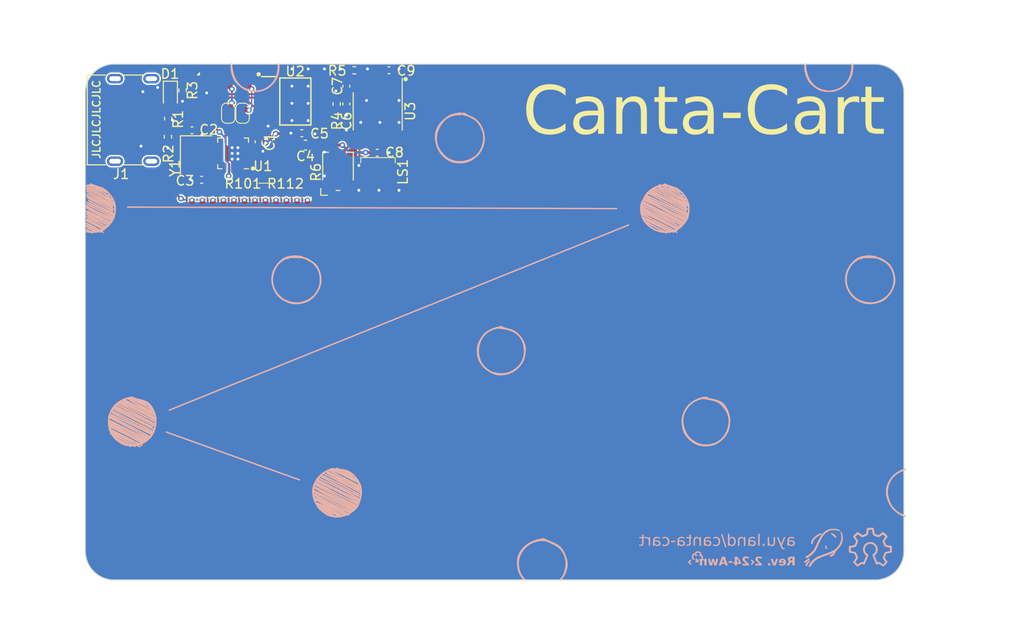
<source format=kicad_pcb>
(kicad_pcb (version 20221018) (generator pcbnew)
  (layers (0 "F.Cu" signal) (31 "B.Cu" signal) (34 "B.Paste" user) (35 "F.Paste" user) (36 "B.SilkS" user "B.Silkscreen") (37 "F.SilkS" user "F.Silkscreen") (38 "B.Mask" user) (39 "F.Mask" user) (44 "Edge.Cuts" user))
  (net 0 "")
  (net 1 "GND")
  (net 2 "Net-(U1-PF0)")
  (net 3 "Net-(U1-PF1)")
  (net 4 "Net-(C6-Pad1)")
  (net 5 "Net-(C7-Pad2)")
  (net 6 "Net-(U3-+IN)")
  (net 7 "Net-(J1-CC1)")
  (net 8 "+5V")
  (net 9 "Net-(J1-CC2)")
  (net 11 "SWCLK")
  (net 12 "SWDIO")
  (net 13 "BTN_01")
  (net 14 "BTN_02")
  (net 15 "BTN_03")
  (net 16 "BTN_04")
  (net 17 "BTN_05")
  (net 18 "BTN_06")
  (net 19 "BTN_07")
  (net 20 "BTN_08")
  (net 21 "BTN_09")
  (net 22 "BTN_10")
  (net 23 "BTN_11")
  (net 24 "BTN_12")
  (net 25 "Net-(U3-VO2)")
  (net 26 "Net-(U3-VO1)")
  (net 27 "Net-(U2-LCH)")
  (net 28 "Net-(U3--IN)")
  (net 29 "BTN_OUT")
  (net 30 "I2S_DATA")
  (net 31 "I2S_WS")
  (net 32 "I2S_BCK")
  (net 36 "Net-(D1-K)")
  (footprint "Canta_footprints:SolderJumper-2_Open" (layer "F.Cu") (at 36.44 25.14 -90)
    (fp_text reference "JP1" hide)
    (fp_text value "SolderJumper_2_Open")
  )
  (footprint "Resistor_SMD:R_0402_1005Metric" (layer "F.Cu") (at 30.16 22.75 -90)
    (fp_text reference "R3")
    (fp_text value "10k")
  )
  (footprint "Canta_footprints:TouchPad_Keyboard" (layer "F.Cu") (at 92.54 63.19)
    (fp_text reference "J109" hide)
    (fp_text value "Conn_01x01")
  )
  (footprint "Capacitor_SMD:C_0402_1005Metric" (layer "F.Cu") (at 51.75 20.64 180)
    (fp_text reference "C9")
    (fp_text value "4.7u")
  )
  (footprint "Canta_footprints:TouchPad_Keyboard" (layer "F.Cu") (at 41.54 63.19)
    (fp_text reference "J103" hide)
    (fp_text value "Conn_01x01")
  )
  (footprint "Capacitor_SMD:C_0402_1005Metric" (layer "F.Cu") (at 47.29 24.165 -90)
    (fp_text reference "C6")
    (fp_text value "4.7n")
  )
  (footprint "Canta_footprints:TouchPad_Keyboard" (layer "F.Cu") (at 24.54 63.19)
    (fp_text reference "J101" hide)
    (fp_text value "Conn_01x01")
  )
  (footprint "Resistor_SMD:R_0402_1005Metric" (layer "F.Cu") (at 39.94 34.06 90)
    (fp_text reference "R108" hide)
    (fp_text value "470k")
  )
  (footprint "Package_DFN_QFN:QFN-20-1EP_3x3mm_P0.4mm_EP1.65x1.65mm" (layer "F.Cu") (at 35.45 29.34 180)
    (fp_text reference "U1")
    (fp_text value "PY32F003F18U6")
  )
  (footprint "Resistor_SMD:R_0402_1005Metric" (layer "F.Cu") (at 42.14 34.06 90)
    (fp_text reference "R110" hide)
    (fp_text value "470k")
  )
  (footprint "Canta_footprints:TouchPad_Keyboard" (layer "F.Cu") (at 33.04 63.19)
    (fp_text reference "J102" hide)
    (fp_text value "Conn_01x01")
  )
  (footprint "Resistor_SMD:R_0402_1005Metric" (layer "F.Cu") (at 43.24 34.06 90)
    (fp_text reference "R112")
    (fp_text value "470k")
  )
  (footprint "Package_SO:SOP-8_3.9x4.9mm_P1.27mm" (layer "F.Cu") (at 50.57 24.94 -90)
    (fp_text reference "U3")
    (fp_text value "FM8002A")
  )
  (footprint "Resistor_SMD:R_0402_1005Metric" (layer "F.Cu") (at 28.63 27.6 -90)
    (fp_text reference "R2")
    (fp_text value "5.1k")
  )
  (footprint "Capacitor_SMD:C_0402_1005Metric" (layer "F.Cu") (at 50.525 29.275)
    (fp_text reference "C8")
    (fp_text value "4.7u")
  )
  (footprint "Canta_footprints:TouchPad_Keyboard" (layer "F.Cu") (at 67.04 63.19)
    (fp_text reference "J106" hide)
    (fp_text value "Conn_01x01")
  )
  (footprint "Potentiometer_SMD:Potentiometer_Bourns_TC33X_Vertical" (layer "F.Cu") (at 46.42 31.12 90)
    (fp_text reference "R6")
    (fp_text value "50k")
  )
  (footprint "Canta_footprints:TestPoints_1x03_P2.0" (layer "F.Cu") (at 34.6925 21.84)
    (fp_text reference "J2" hide)
    (fp_text value "Conn_01x03")
  )
  (footprint "Resistor_SMD:R_0402_1005Metric" (layer "F.Cu") (at 41.04 34.06 90)
    (fp_text reference "R109" hide)
    (fp_text value "470k")
  )
  (footprint "Capacitor_SMD:C_0402_1005Metric" (layer "F.Cu") (at 32.16 32.1 180)
    (fp_text reference "C3")
    (fp_text value "6.8p")
  )
  (footprint "Capacitor_SMD:C_0402_1005Metric" (layer "F.Cu") (at 47.29 22.305 90)
    (fp_text reference "C7")
    (fp_text value "470n")
  )
  (footprint "TM8211:SOIC127P600X196-8N" (layer "F.Cu") (at 41.96 23.91)
    (fp_text reference "U2")
    (fp_text value "TM8211" hide)
  )
  (footprint "Canta_footprints:SolderJumper-2_Open" (layer "F.Cu") (at 34.94 25.13 -90)
    (fp_text reference "JP2" hide)
    (fp_text value "SolderJumper_2_Open")
  )
  (footprint "Canta_footprints:TouchPad_Keyboard" (layer "F.Cu") (at 101.04 63.19)
    (fp_text reference "J110" hide)
    (fp_text value "Conn_01x01")
  )
  (footprint "Capacitor_SMD:C_0603_1608Metric" (layer "F.Cu") (at 43.02 28.47 180)
    (fp_text reference "C4")
    (fp_text value "10u")
  )
  (footprint "Resistor_SMD:R_0402_1005Metric" (layer "F.Cu") (at 35.54 34.06 90)
    (fp_text reference "R104" hide)
    (fp_text value "470k")
  )
  (footprint "Canta_footprints:TouchPad_Keyboard" (layer "F.Cu") (at 84.04 63.19)
    (fp_text reference "J108" hide)
    (fp_text value "Conn_01x01")
  )
  (footprint "Resistor_SMD:R_0402_1005Metric" (layer "F.Cu") (at 37.74 34.06 90)
    (fp_text reference "R106" hide)
    (fp_text value "470k")
  )
  (footprint "Resistor_SMD:R_0402_1005Metric" (layer "F.Cu") (at 32.24 34.06 90)
    (fp_text reference "R101")
    (fp_text value "470k")
  )
  (footprint "Canta_footprints:TouchPad_Keyboard" (layer "F.Cu") (at 50.04 63.19)
    (fp_text reference "J104" hide)
    (fp_text value "Conn_01x01")
  )
  (footprint "Canta_footprints:TouchPad_Transpose" (layer "F.Cu") (at 98.81 45)
    (fp_text reference "J112" hide)
    (fp_text value "Conn_01x01")
  )
  (footprint "Resistor_SMD:R_0402_1005Metric" (layer "F.Cu") (at 28.66 25.7 -90)
    (fp_text reference "R1")
    (fp_text value "5.1k")
  )
  (footprint "Capacitor_SMD:C_0402_1005Metric" (layer "F.Cu") (at 31.15 26.92)
    (fp_text reference "C2")
    (fp_text value "6.8p")
  )
  (footprint "Resistor_SMD:R_0402_1005Metric" (layer "F.Cu") (at 33.34 34.06 90)
    (fp_text reference "R102" hide)
    (fp_text value "470k")
  )
  (footprint "LED_SMD:LED_0603_1608Metric" (layer "F.Cu") (at 28.89 23.27 -90)
    (fp_text reference "D1")
    (fp_text value "Pink")
  )
  (footprint "Canta_footprints:TouchPad_Transpose" (layer "F.Cu") (at 26.79 45)
    (fp_text reference "J111" hide)
    (fp_text value "Conn_01x01")
  )
  (footprint "Resistor_SMD:R_0402_1005Metric" (layer "F.Cu") (at 31.14 34.06 90)
    (fp_text reference "R111" hide)
    (fp_text value "470k")
  )
  (footprint "Crystal:Crystal_SMD_3225-4Pin_3.2x2.5mm" (layer "F.Cu") (at 31.59 29.5 -90)
    (fp_text reference "Y1")
    (fp_text value "32MHz 12pF")
  )
  (footprint "Canta_footprints:TouchPad_Keyboard" (layer "F.Cu") (at 58.54 63.19)
    (fp_text reference "J105" hide)
    (fp_text value "Conn_01x01")
  )
  (footprint "Canta_footprints:Speaker_1x02_P2" (layer "F.Cu") (at 50.6 31.28 -90)
    (fp_text reference "LS1")
    (fp_text value "Speaker" hide)
  )
  (footprint "Resistor_SMD:R_0402_1005Metric" (layer "F.Cu") (at 46.28 24.17 90)
    (fp_text reference "R4")
    (fp_text value "470")
  )
  (footprint "Resistor_SMD:R_0402_1005Metric" (layer "F.Cu") (at 48.12 20.64)
    (fp_text reference "R5")
    (fp_text value "22k")
  )
  (footprint "Resistor_SMD:R_0402_1005Metric" (layer "F.Cu") (at 34.44 34.06 90)
    (fp_text reference "R103" hide)
    (fp_text value "470k")
  )
  (footprint "Capacitor_SMD:C_0402_1005Metric" (layer "F.Cu") (at 42.63 27.23 180)
    (fp_text reference "C5")
    (fp_text value "100n")
  )
  (footprint "Capacitor_SMD:C_0402_1005Metric" (layer "F.Cu") (at 38.12 28.13 -90)
    (fp_text reference "C1")
    (fp_text value "100n")
  )
  (footprint "Canta_footprints:USB_C_Receptacle" (layer "F.Cu") (at 24.1 25.84 -90)
    (fp_text reference "J1")
    (fp_text value "USB_C_Receptacle_PowerOnly_6P")
  )
  (footprint "Resistor_SMD:R_0402_1005Metric" (layer "F.Cu") (at 38.84 34.06 90)
    (fp_text reference "R107" hide)
    (fp_text value "470k")
  )
  (footprint "Canta_footprints:TouchPad_Keyboard" (layer "F.Cu") (at 75.54 63.19)
    (fp_text reference "J107" hide)
    (fp_text value "Conn_01x01")
  )
  (footprint "Resistor_SMD:R_0402_1005Metric" (layer "F.Cu") (at 36.64 34.06 90)
    (fp_text reference "R105" hide)
    (fp_text value "470k")
  )
  (footprint "LOGO" (layer "B.Cu") (at 102.091986 70.5507 180)
    (fp_text reference "G***" hide)
    (fp_text value "LOGO" hide)
  )
  (footprint "LOGO" (layer "B.Cu") (at 97.131986 70.7107 180)
    (fp_text reference "G***" hide)
    (fp_text value "LOGO" hide)
  )
  (gr_line (start 45.884543 62.42467) (end 45.993297 62.408813) (stroke (width 0.15)) (layer "B.SilkS"))
  (gr_line (start 26.900566 56.060022) (end 26.963845 56.154856) (stroke (width 0.15)) (layer "B.SilkS"))
  (gr_line (start 25.24326 56.12004) (end 25.679315 56.338771) (stroke (width 0.15)) (layer "B.SilkS"))
  (gr_line (start 78.822817 33.442244) (end 78.896633 33.366648) (stroke (width 0.15)) (layer "B.SilkS"))
  (gr_line (start 78.68628 33.608508) (end 78.754348 33.520007) (stroke (width 0.15)) (layer "B.SilkS"))
  (gr_line (start 69.462484 70.424856) (end 69.554499 70.49622) (stroke (width 0.15)) (layer "B.SilkS"))
  (gr_line (start 57.487875 29.645806) (end 57.406875 29.565943) (stroke (width 0.15)) (layer "B.SilkS"))
  (gr_line (start 42.664326 44.975014) (end 42.549589 44.999136) (stroke (width 0.15)) (layer "B.SilkS"))
  (gr_line (start 104.328246 66.295857) (end 104.262137 66.203133) (stroke (width 0.15)) (layer "B.SilkS"))
  (gr_line (start 22.554309 56.820022) (end 23.234488 57.186154) (stroke (width 0.15)) (layer "B.SilkS"))
  (gr_line (start 46.601112 66.906565) (end 46.77169 66.985534) (stroke (width 0.15)) (layer "B.SilkS"))
  (gr_line (start 80.525344 33.006316) (end 80.67894 33.074776) (stroke (width 0.15)) (layer "B.SilkS"))
  (gr_line (start 78.817784 33.578914) (end 78.896382 33.500835) (stroke (width 0.15)) (layer "B.SilkS"))
  (gr_line (start 44.124326 41.060013) (end 44.186117 41.151477) (stroke (width 0.15)) (layer "B.SilkS"))
  (gr_line (start 22.434325 56.950021) (end 22.966936 57.190847) (stroke (width 0.15)) (layer "B.SilkS"))
  (gr_line (start 48.630231 63.993034) (end 48.664015 64.096902) (stroke (width 0.15)) (layer "B.SilkS"))
  (gr_line (start 57.974624 25.482518) (end 58.064336 25.430003) (stroke (width 0.15)) (layer "B.SilkS"))
  (gr_line (start 64.335567 52.283889) (end 64.234337 52.320019) (stroke (width 0.15)) (layer "B.SilkS"))
  (gr_line (start 65.414339 71.450028) (end 65.453179 71.355888) (stroke (width 0.15)) (layer "B.SilkS"))
  (gr_line (start 41.427809 44.910783) (end 41.320518 44.881268) (stroke (width 0.15)) (layer "B.SilkS"))
  (gr_line (start 86.580196 59.226659) (end 86.507087 59.297812) (stroke (width 0.15)) (layer "B.SilkS"))
  (gr_line (start 43.945427 63.974145) (end 43.987242 63.875729) (stroke (width 0.15)) (layer "B.SilkS"))
  (gr_line (start 97.034483 22.744149) (end 96.928934 22.71418) (stroke (width 0.15)) (layer "B.SilkS"))
  (gr_line (start 46.419757 67.338132) (end 46.308424 67.343042) (stroke (width 0.15)) (layer "B.SilkS"))
  (gr_line (start 81.845442 33.065478) (end 81.952349 33.123088) (stroke (width 0.15)) (layer "B.SilkS"))
  (gr_line (start 20.49902 32.654113) (end 20.530489 32.651702) (stroke (width 0.15)) (layer "B.SilkS"))
  (gr_line (start 99.532679 42.283118) (end 99.544842 42.178609) (stroke (width 0.15)) (layer "B.SilkS"))
  (gr_line (start 65.540492 48.639158) (end 65.595074 48.722508) (stroke (width 0.15)) (layer "B.SilkS"))
  (gr_line (start 105.265939 62.571354) (end 105.356859 62.528658) (stroke (width 0.15)) (layer "B.SilkS"))
  (gr_line (start 56.69509 27.710198) (end 56.701166 27.604249) (stroke (width 0.15)) (layer "B.SilkS"))
  (gr_line (start 61.104551 49.68528) (end 61.120803 49.579034) (stroke (width 0.15)) (layer "B.SilkS"))
  (gr_line (start 21.597253 34.054445) (end 21.912855 34.238271) (stroke (width 0.15)) (layer "B.SilkS"))
  (gr_line (start 26.339002 55.581583) (end 26.534587 55.680215) (stroke (width 0.15)) (layer "B.SilkS"))
  (gr_line (start 47.853079 63.396744) (end 48.594329 63.790024) (stroke (width 0.15)) (layer "B.SilkS"))
  (gr_line (start 57.255273 29.39813) (end 57.185435 29.310884) (stroke (width 0.15)) (layer "B.SilkS"))
  (gr_line (start 60.888927 29.603913) (end 60.802468 29.670702) (stroke (width 0.15)) (layer "B.SilkS"))
  (gr_line (start 22.999095 56.891291) (end 23.436342 57.077678) (stroke (width 0.15)) (layer "B.SilkS"))
  (gr_line (start 82.64142 33.795308) (end 82.751606 33.973731) (stroke (width 0.15)) (layer "B.SilkS"))
  (gr_line (start 57.83766 29.930103) (end 57.747108 29.865006) (stroke (width 0.15)) (layer "B.SilkS"))
  (gr_line (start 45.387921 63.797839) (end 46.453078 64.327527) (stroke (width 0.15)) (layer "B.SilkS"))
  (gr_line (start 61.159654 49.183298) (end 61.202774 49.083767) (stroke (width 0.15)) (layer "B.SilkS"))
  (gr_line (start 23.259772 59.311681) (end 23.177689 59.23595) (stroke (width 0.15)) (layer "B.SilkS"))
  (gr_line (start 66.433634 70.165976) (end 66.528539 70.112901) (stroke (width 0.15)) (layer "B.SilkS"))
  (gr_line (start 23.274309 59.240023) (end 23.572006 59.38014) (stroke (width 0.15)) (layer "B.SilkS"))
  (gr_line (start 46.422654 62.395284) (end 46.419602 62.390462) (stroke (width 0.15)) (layer "B.SilkS"))
  (gr_line (start 22.530249 56.715804) (end 22.562491 56.61442) (stroke (width 0.15)) (layer "B.SilkS"))
  (gr_line (start 104.537091 41.949741) (end 104.562462 42.055954) (stroke (width 0.15)) (layer "B.SilkS"))
  (gr_line (start 103.879739 65.109596) (end 103.865787 65.000026) (stroke (width 0.15)) (layer "B.SilkS"))
  (gr_line (start 26.730292 56.061057) (end 26.894315 56.170023) (stroke (width 0.15)) (layer "B.SilkS"))
  (gr_line (start 65.635127 70.882309) (end 65.703088 70.796282) (stroke (width 0.15)) (layer "B.SilkS"))
  (gr_line (start 63.862462 47.632516) (end 64.080821 47.705641) (stroke (width 0.15)) (layer "B.SilkS"))
  (gr_line (start 41.329143 40.207498) (end 41.434329 40.180012) (stroke (width 0.15)) (layer "B.SilkS"))
  (gr_line (start 40.454889 44.43707) (end 40.374322 44.365952) (stroke (width 0.15)) (layer "B.SilkS"))
  (gr_line (start 80.399347 35.63501) (end 82.404349 36.65001) (stroke (width 0.15)) (layer "B.SilkS"))
  (gr_line (start 65.346563 73.075502) (end 65.314078 72.971205) (stroke (width 0.15)) (layer "B.SilkS"))
  (gr_line (start 101.144516 40.310168) (end 101.136139 40.301206) (stroke (width 0.15)) (layer "B.SilkS"))
  (gr_line (start 99.654358 43.300014) (end 99.622723 43.206564) (stroke (width 0.15)) (layer "B.SilkS"))
  (gr_line (start 101.043666 40.237342) (end 101.150307 40.202912) (stroke (width 0.15)) (layer "B.SilkS"))
  (gr_line (start 43.683178 44.442843) (end 43.597807 44.507016) (stroke (width 0.15)) (layer "B.SilkS"))
  (gr_line (start 48.846828 64.845028) (end 48.839928 64.952767) (stroke (width 0.15)) (layer "B.SilkS"))
  (gr_line (start 87.149427 56.306509) (end 87.191753 56.410902) (stroke (width 0.15)) (layer "B.SilkS"))
  (gr_line (start 63.096075 47.583734) (end 63.087462 47.578922) (stroke (width 0.15)) (layer "B.SilkS"))
  (gr_line (start 21.974194 37.149073) (end 21.880263 37.21251) (stroke (width 0.15)) (layer "B.SilkS"))
  (gr_line (start 44.344324 63.300025) (end 45.387921 63.797839) (stroke (width 0.15)) (layer "B.SilkS"))
  (gr_line (start 104.532833 63.092873) (end 104.605731 63.023352) (stroke (width 0.15)) (layer "B.SilkS"))
  (gr_line (start 24.01431 59.790023) (end 23.91142 59.743463) (stroke (width 0.15)) (layer "B.SilkS"))
  (gr_line (start 47.939536 62.930761) (end 48.023728 63.006509) (stroke (width 0.15)) (layer "B.SilkS"))
  (gr_line (start 23.890409 59.652836) (end 23.795641 59.603954) (stroke (width 0.15)) (layer "B.SilkS"))
  (gr_line (start 45.297973 67.113228) (end 45.203036 67.065007) (stroke (width 0.15)) (layer "B.SilkS"))
  (gr_line (start 44.262103 66.203133) (end 44.199364 66.107866) (stroke (width 0.15)) (layer "B.SilkS"))
  (gr_line (start 62.672851 52.344971) (end 62.56936 52.298624) (stroke (width 0.15)) (layer "B.SilkS"))
  (gr_line (start 95.407451 20.882809) (end 95.384163 20.784529) (stroke (width 0.15)) (layer "B.SilkS"))
  (gr_line (start 47.264906 62.536495) (end 47.37577 62.571705) (stroke (width 0.15)) (layer "B.SilkS"))
  (gr_line (start 39.813652 41.39026) (end 39.871042 41.291732) (stroke (width 0.15)) (layer "B.SilkS"))
  (gr_line (start 22.948632 36.12073) (end 22.899154 36.219301) (stroke (width 0.15)) (layer "B.SilkS"))
  (gr_line (start 102.206235 45.045015) (end 102.094194 45.051089) (stroke (width 0.15)) (layer "B.SilkS"))
  (gr_line (start 61.656852 28.196447) (end 61.635477 28.303394) (stroke (width 0.15)) (layer "B.SilkS"))
  (gr_line (start 64.030783 52.370722) (end 63.923512 52.389189) (stroke (width 0.15)) (layer "B.SilkS"))
  (gr_line (start 22.736575 56.220307) (end 22.790057 56.12676) (stroke (width 0.15)) (layer "B.SilkS"))
  (gr_line (start 26.035773 58.879088) (end 26.524315 59.200022) (stroke (width 0.15)) (layer "B.SilkS"))
  (gr_line (start 45.070265 64.071901) (end 46.126828 64.595026) (stroke (width 0.15)) (layer "B.SilkS"))
  (gr_line (start 40.828954 40.407451) (end 40.925168 40.359374) (stroke (width 0.15)) (layer "B.SilkS"))
  (gr_line (start 81.669348 33.173758) (end 81.787864 33.225613) (stroke (width 0.15)) (layer "B.SilkS"))
  (gr_line (start 46.18433 62.390025) (end 46.456401 62.517545) (stroke (width 0.15)) (layer "B.SilkS"))
  (gr_line (start 65.01051 48.110641) (end 65.103078 48.173923) (stroke (width 0.15)) (layer "B.SilkS"))
  (gr_line (start 24.336191 56.753459) (end 25.391816 57.307522) (stroke (width 0.15)) (layer "B.SilkS"))
  (gr_line (start 20.403603 32.665856) (end 20.435563 32.661206) (stroke (width 0.15)) (layer "B.SilkS"))
  (gr_line (start 38.323787 22.768229) (end 38.219324 22.790001) (stroke (width 0.15)) (layer "B.SilkS"))
  (gr_line (start 39.654318 43.300014) (end 39.622683 43.206564) (stroke (width 0.15)) (layer "B.SilkS"))
  (gr_line (start 95.454964 21.293978) (end 95.413106 21.18375) (stroke (width 0.15)) (layer "B.SilkS"))
  (gr_line (start 26.35117 58.759104) (end 26.794314 59.000022) (stroke (width 0.15)) (layer "B.SilkS"))
  (gr_line (start 44.617023 65.763074) (end 45.172139 66.032527) (stroke (width 0.15)) (layer "B.SilkS"))
  (gr_line (start 64.270975 52.35424) (end 64.068108 52.415431) (stroke (width 0.15)) (layer "B.SilkS"))
  (gr_line (start 45.725575 62.398775) (end 45.722975 62.394897) (stroke (width 0.15)) (layer "B.SilkS"))
  (gr_line (start 27.338736 57.686291) (end 27.327774 57.791821) (stroke (width 0.15)) (layer "B.SilkS"))
  (gr_arc (start 83.882646 71.807721) (mid 83.888871 71.946433) (end 83.88 72.085) (stroke (width 0.15)) (layer "B.SilkS"))
  (gr_line (start 25.626209 59.219632) (end 26.064314 59.400023) (stroke (width 0.15)) (layer "B.SilkS"))
  (gr_line (start 48.398077 63.428999) (end 48.463072 63.5216) (stroke (width 0.15)) (layer "B.SilkS"))
  (gr_line (start 82.892499 36.076691) (end 82.847212 36.172904) (stroke (width 0.15)) (layer "B.SilkS"))
  (gr_line (start 20.144277 36.4048) (end 21.924311 37.29001) (stroke (width 0.15)) (layer "B.SilkS"))
  (gr_line (start 22.609901 34.350108) (end 22.735143 34.442647) (stroke (width 0.15)) (layer "B.SilkS"))
  (gr_line (start 24.75431 54.94002) (end 24.754769 54.937097) (stroke (width 0.15)) (layer "B.SilkS"))
  (gr_line (start 25.193847 59.031272) (end 25.626209 59.219632) (stroke (width 0.15)) (layer "B.SilkS"))
  (gr_line (start 20.373675 32.944507) (end 20.525309 33.006316) (stroke (width 0.15)) (layer "B.SilkS"))
  (gr_line (start 45.721572 62.384771) (end 45.72367 62.381988) (stroke (width 0.15)) (layer "B.SilkS"))
  (gr_line (start 56.863498 28.662911) (end 56.816957 28.557436) (stroke (width 0.15)) (layer "B.SilkS"))
  (gr_line (start 59.652151 25.307454) (end 59.649598 25.300326) (stroke (width 0.15)) (layer "B.SilkS"))
  (gr_line (start 63.413556 47.484509) (end 63.4139 47.482694) (stroke (width 0.15)) (layer "B.SilkS"))
  (gr_line (start 81.379213 37.506387) (end 81.276202 37.530244) (stroke (width 0.15)) (layer "B.SilkS"))
  (gr_line (start 22.303877 33.380828) (end 22.380378 33.454522) (stroke (width 0.15)) (layer "B.SilkS"))
  (gr_line (start 105.463179 67.186157) (end 105.374654 67.148745) (stroke (width 0.15)) (layer "B.SilkS"))
  (gr_line (start 79.920972 37.459634) (end 79.816692 37.422822) (stroke (width 0.15)) (layer "B.SilkS"))
  (gr_line (start 80.569016 32.569322) (end 80.568721 32.568132) (stroke (width 0.15)) (layer "B.SilkS"))
  (gr_line (start 59.696737 25.305374) (end 59.928084 25.378753) (stroke (width 0.15)) (layer "B.SilkS"))
  (gr_line (start 70.276383 72.008138) (end 70.284342 72.110027) (stroke (width 0.15)) (layer "B.SilkS"))
  (gr_line (start 23.135525 57.824084) (end 23.723377 58.091271) (stroke (width 0.15)) (layer "B.SilkS"))
  (gr_line (start 79.10724 37.051938) (end 79.016378 36.985947) (stroke (width 0.15)) (layer "B.SilkS"))
  (gr_line (start 84.536139 59.912887) (end 84.425131 59.898305) (stroke (width 0.15)) (layer "B.SilkS"))
  (gr_line (start 105.721887 62.392619) (end 105.721609 62.391903) (stroke (width 0.15)) (layer "B.SilkS"))
  (gr_line (start 70.179342 71.506282) (end 70.220309 71.612193) (stroke (width 0.15)) (layer "B.SilkS"))
  (gr_line (start 57.367823 29.424669) (end 57.292649 29.338326) (stroke (width 0.15)) (layer "B.SilkS"))
  (gr_line (start 84.569779 54.936886) (end 84.590599 54.945411) (stroke (width 0.15)) (layer "B.SilkS"))
  (gr_line (start 60.934901 25.941917) (end 61.007379 26.020213) (stroke (width 0.15)) (layer "B.SilkS"))
  (gr_line (start 22.9279 34.352407) (end 22.993337 34.550775) (stroke (width 0.15)) (layer "B.SilkS"))
  (gr_line (start 20.15024 34.451121) (end 20.878516 34.799851) (stroke (width 0.15)) (layer "B.SilkS"))
  (gr_line (start 20.400891 37.458866) (end 20.537294 37.520128) (stroke (width 0.15)) (layer "B.SilkS"))
  (gr_line (start 82.278548 36.187255) (end 82.520284 36.296188) (stroke (width 0.15)) (layer "B.SilkS"))
  (gr_line (start 46.091826 66.472527) (end 46.47749 66.659011) (stroke (width 0.15)) (layer "B.SilkS"))
  (gr_line (start 41.984402 45.052359) (end 41.877576 45.048706) (stroke (width 0.15)) (layer "B.SilkS"))
  (gr_line (start 44.045167 64.290444) (end 45.065151 64.800282) (stroke (width 0.15)) (layer "B.SilkS"))
  (gr_line (start 57.797895 25.608289) (end 57.885703 25.542151) (stroke (width 0.15)) (layer "B.SilkS"))
  (gr_line (start 81.084348 32.900008) (end 81.208722 32.94821) (stroke (width 0.15)) (layer "B.SilkS"))
  (gr_line (start 24.251222 58.757504) (end 24.664733 58.973385) (stroke (width 0.15)) (layer "B.SilkS"))
  (gr_line (start 40.139263 21.004414) (end 40.119446 21.080053) (stroke (width 0.15)) (layer "B.SilkS"))
  (gr_line (start 62.381836 47.828766) (end 62.483789 47.782586) (stroke (width 0.15)) (layer "B.SilkS"))
  (gr_line (start 46.396555 62.371042) (end 46.380578 62.361743) (stroke (width 0.15)) (layer "B.SilkS"))
  (gr_line (start 48.272859 64.301686) (end 48.654324 64.460026) (stroke (width 0.15)) (layer "B.SilkS"))
  (gr_line (start 61.662369 51.633397) (end 61.586769 51.548259) (stroke (width 0.15)) (layer "B.SilkS"))
  (gr_line (start 67.506716 69.85564) (end 67.617135 69.844447) (stroke (width 0.15)) (layer "B.SilkS"))
  (gr_line (start 82.927934 34.352407) (end 82.993371 34.550775) (stroke (width 0.15)) (layer "B.SilkS"))
  (gr_line (start 100.828989 40.407451) (end 100.925202 40.359374) (stroke (width 0.15)) (layer "B.SilkS"))
  (gr_line (start 103.719156 40.719961) (end 103.801802 40.791025) (stroke (width 0.15)) (layer "B.SilkS"))
  (gr_line (start 84.316759 59.878859) (end 84.211713 59.854418) (stroke (width 0.15)) (layer "B.SilkS"))
  (gr_line (start 80.427687 37.569932) (end 80.324941 37.556875) (stroke (width 0.15)) (layer "B.SilkS"))
  (gr_line (start 24.247947 58.341584) (end 24.719314 58.575022) (stroke (width 0.15)) (layer "B.SilkS"))
  (gr_line (start 21.552616 36.479984) (end 21.765576 36.576103) (stroke (width 0.15)) (layer "B.SilkS"))
  (gr_line (start 102.626646 40.177726) (end 102.70436 40.220011) (stroke (width 0.15)) (layer "B.SilkS"))
  (gr_line (start 23.831342 57.47424) (end 24.938064 58.026272) (stroke (width 0.15)) (layer "B.SilkS"))
  (gr_line (start 69.976216 71.098311) (end 70.0323 71.196927) (stroke (width 0.15)) (layer "B.SilkS"))
  (gr_line (start 47.928234 64.886901) (end 48.624329 65.240027) (stroke (width 0.15)) (layer "B.SilkS"))
  (gr_line (start 103.766164 44.375249) (end 103.683214 44.442843) (stroke (width 0.15)) (layer "B.SilkS"))
  (gr_line (start 100.074359 21.23) (end 100.033191 21.329143) (stroke (width 0.15)) (layer "B.SilkS"))
  (gr_line (start 81.403098 33.943758) (end 81.773586 34.156512) (stroke (width 0.15)) (layer "B.SilkS"))
  (gr_line (start 70.075622 73.333969) (end 70.031218 73.438937) (stroke (width 0.15)) (layer "B.SilkS"))
  (gr_line (start 21.085685 32.796992) (end 21.213354 32.820965) (stroke (width 0.15)) (layer "B.SilkS"))
  (gr_line (start 27.315922 57.050152) (end 27.330323 57.155894) (stroke (width 0.15)) (layer "B.SilkS"))
  (gr_line (start 81.783235 33.684832) (end 82.09888 33.881414) (stroke (width 0.15)) (layer "B.SilkS"))
  (gr_line (start 46.530329 67.329209) (end 46.419757 67.338132) (stroke (width 0.15)) (layer "B.SilkS"))
  (gr_line (start 78.275774 34.390252) (end 78.313646 34.286426) (stroke (width 0.15)) (layer "B.SilkS"))
  (gr_line (start 99.599129 42.09009) (end 99.621407 41.984116) (stroke (width 0.15)) (layer "B.SilkS"))
  (gr_line (start 40.466747 40.637945) (end 40.553666 40.574743) (stroke (width 0.15)) (layer "B.SilkS"))
  (gr_line (start 84.27435 59.800023) (end 84.178439 59.771005) (stroke (width 0.15)) (layer "B.SilkS"))
  (gr_line (start 41.043631 40.237342) (end 41.150271 40.202912) (stroke (width 0.15)) (layer "B.SilkS"))
  (gr_line (start 70.152243 73.114423) (end 70.115983 73.225558) (stroke (width 0.15)) (layer "B.SilkS"))
  (gr_line (start 78.18837 35.66379) (end 78.16575 35.55954) (stroke (width 0.15)) (layer "B.SilkS"))
  (gr_line (start 22.714736 33.862492) (end 22.771532 33.951259) (stroke (width 0.15)) (layer "B.SilkS"))
  (gr_line (start 23.278377 58.557211) (end 24.061816 58.955024) (stroke (width 0.15)) (layer "B.SilkS"))
  (gr_line (start 24.349781 56.403927) (end 24.910348 56.675001) (stroke (width 0.15)) (layer "B.SilkS"))
  (gr_line (start 104.583595 42.163176) (end 104.600453 42.271281) (stroke (width 0.15)) (layer "B.SilkS"))
  (gr_line (start 65.571194 70.97052) (end 65.635127 70.882309) (stroke (width 0.15)) (layer "B.SilkS"))
  (gr_line (start 100.157278 20.928376) (end 100.139292 21.004414) (stroke (width 0.15)) (layer "B.SilkS"))
  (gr_line (start 61.618861 48.405915) (end 61.684337 48.320018) (stroke (width 0.15)) (layer "B.SilkS"))
  (gr_line (start 95.247249 20.404777) (end 95.244356 20.3) (stroke (width 0.15)) (layer "B.SilkS"))
  (gr_line (start 47.52386 64.883466) (end 48.05638 65.16952) (stroke (width 0.15)) (layer "B.SilkS"))
  (gr_line (start 24.426813 58.250022) (end 24.913884 58.50217) (stroke (width 0.15)) (layer "B.SilkS"))
  (gr_line (start 58.874091 30.209563) (end 58.770264 30.195757) (stroke (width 0.15)) (layer "B.SilkS"))
  (gr_line (start 105.692448 67.28843) (end 105.641924 67.276649) (stroke (width 0.15)) (layer "B.SilkS"))
  (gr_line (start 20.433271 36.788283) (end 20.660082 36.90453) (stroke (width 0.15)) (layer "B.SilkS"))
  (gr_line (start 68.15206 69.83863) (end 68.137777 69.82581) (stroke (width 0.15)) (layer "B.SilkS"))
  (gr_line (start 85.7131 55.12377) (end 85.839529 55.157747) (stroke (width 0.15)) (layer "B.SilkS"))
  (gr_line (start 78.37435 34.410012) (end 78.879158 34.704123) (stroke (width 0.15)) (layer "B.SilkS"))
  (gr_line (start 101.586618 40.1115) (end 101.697382 40.100284) (stroke (width 0.15)) (layer "B.SilkS"))
  (gr_line (start 70.10957 73.346393) (end 70.061591 73.439016) (stroke (width 0.15)) (layer "B.SilkS"))
  (gr_line (start 104.999222 62.737783) (end 105.057431 62.7058) (stroke (width 0.15)) (layer "B.SilkS"))
  (gr_line (start 63.67879 47.570642) (end 63.862462 47.632516) (stroke (width 0.15)) (layer "B.SilkS"))
  (gr_line (start 45.695962 67.267253) (end 45.593954 67.234707) (stroke (width 0.15)) (layer "B.SilkS"))
  (gr_line (start 43.879701 65.109596) (end 43.865748 65.000026) (stroke (width 0.15)) (layer "B.SilkS"))
  (gr_line (start 61.029336 50.318767) (end 61.01833 50.210283) (stroke (width 0.15)) (layer "B.SilkS"))
  (gr_line (start 83.00343 35.77903) (end 82.970636 35.879619) (stroke (width 0.15)) (layer "B.SilkS"))
  (gr_line (start 61.364337 28.970005) (end 61.312833 29.060049) (stroke (width 0.15)) (layer "B.SilkS"))
  (gr_line (start 103.907649 64.074408) (end 103.945456 63.974144) (stroke (width 0.15)) (layer "B.SilkS"))
  (gr_line (start 100.903726 44.722961) (end 100.803191 44.673449) (stroke (width 0.15)) (layer "B.SilkS"))
  (gr_line (start 82.820831 56.112981) (end 82.944554 55.935744) (stroke (width 0.15)) (layer "B.SilkS"))
  (gr_line (start 20.664486 34.21913) (end 21.04205 34.411642) (stroke (width 0.15)) (layer "B.SilkS"))
  (gr_line (start 103.824425 64.375456) (end 103.844361 64.280026) (stroke (width 0.15)) (layer "B.SilkS"))
  (gr_line (start 35.304917 20.18706) (end 35.303001 20.089782) (stroke (width 0.15)) (layer "B.SilkS"))
  (gr_line (start 57.329214 29.483267) (end 57.255273 29.39813) (stroke (width 0.15)) (layer "B.SilkS"))
  (gr_line (start 26.612555 58.930936) (end 26.824314 59.060023) (stroke (width 0.15)) (layer "B.SilkS"))
  (gr_line (start 59.293779 30.220972) (end 59.188473 30.224746) (stroke (width 0.15)) (layer "B.SilkS"))
  (gr_line (start 56.623854 27.583661) (end 56.625348 27.47184) (stroke (width 0.15)) (layer "B.SilkS"))
  (gr_line (start 35.844321 21.970001) (end 35.779904 21.888075) (stroke (width 0.15)) (layer "B.SilkS"))
  (gr_line (start 60.924768 25.935511) (end 61.014238 26.011879) (stroke (width 0.15)) (layer "B.SilkS"))
  (gr_line (start 100.070963 40.999957) (end 100.145609 40.906263) (stroke (width 0.15)) (layer "B.SilkS"))
  (gr_line (start 22.378732 33.464999) (end 22.51699 33.625416) (stroke (width 0.15)) (layer "B.SilkS"))
  (gr_line (start 22.614316 58.450022) (end 23.449783 58.870335) (stroke (width 0.15)) (layer "B.SilkS"))
  (gr_line (start 65.494503 73.410371) (end 65.469605 73.363731) (stroke (width 0.15)) (layer "B.SilkS"))
  (gr_line (start 78.773383 36.774262) (end 78.704347 36.700009) (stroke (width 0.15)) (layer "B.SilkS"))
  (gr_line (start 24.722578 54.895261) (end 24.720564 54.89127) (stroke (width 0.15)) (layer "B.SilkS"))
  (gr_line (start 80.013098 35.665009) (end 81.086692 36.219385) (stroke (width 0.15)) (layer "B.SilkS"))
  (gr_line (start 84.621732 54.956398) (end 84.664349 54.970021) (stroke (width 0.15)) (layer "B.SilkS"))
  (gr_line (start 87.242168 58.207886) (end 87.210362 58.309754) (stroke (width 0.15)) (layer "B.SilkS"))
  (gr_line (start 45.354323 67.180029) (end 45.254216 67.124279) (stroke (width 0.15)) (layer "B.SilkS"))
  (gr_line (start 98.323821 22.768229) (end 98.219358 22.790001) (stroke (width 0.15)) (layer "B.SilkS"))
  (gr_line (start 22.481146 56.919028) (end 22.503046 56.817482) (stroke (width 0.15)) (layer "B.SilkS"))
  (gr_line (start 95.384163 20.784529) (end 95.363543 20.685236) (stroke (width 0.15)) (layer "B.SilkS"))
  (gr_line (start 78.740474 33.660332) (end 78.817784 33.578914) (stroke (width 0.15)) (layer "B.SilkS"))
  (gr_line (start 80.023896 32.807996) (end 80.005127 32.781414) (stroke (width 0.15)) (layer "B.SilkS"))
  (gr_line (start 22.354309 35.336936) (end 22.95431 35.66001) (stroke (width 0.15)) (layer "B.SilkS"))
  (gr_line (start 24.902754 55.536115) (end 25.641816 55.901271) (stroke (width 0.15)) (layer "B.SilkS"))
  (gr_line (start 24.330623 55.521057) (end 24.701658 55.706428) (stroke (width 0.15)) (layer "B.SilkS"))
  (gr_line (start 104.540821 42.069635) (end 104.557838 42.17804) (stroke (width 0.15)) (layer "B.SilkS"))
  (gr_line (start 20.525309 33.006316) (end 20.678905 33.074776) (stroke (width 0.15)) (layer "B.SilkS"))
  (gr_line (start 104.037501 65.818114) (end 103.994478 65.722684) (stroke (width 0.15)) (layer "B.SilkS"))
  (gr_line (start 102.941639 44.855763) (end 102.840837 44.890566) (stroke (width 0.15)) (layer "B.SilkS"))
  (gr_line (start 65.520846 73.456809) (end 65.494503 73.410371) (stroke (width 0.15)) (layer "B.SilkS"))
  (gr_line (start 67.737493 69.740496) (end 67.843735 69.73919) (stroke (width 0.15)) (layer "B.SilkS"))
  (gr_line (start 22.637886 34.997825) (end 22.944316 35.160009) (stroke (width 0.15)) (layer "B.SilkS"))
  (gr_line (start 79.078746 37.038579) (end 78.992743 36.973168) (stroke (width 0.15)) (layer "B.SilkS"))
  (gr_line (start 20.467373 32.657286) (end 20.49902 32.654113) (stroke (width 0.15)) (layer "B.SilkS"))
  (gr_line (start 99.94264 43.863568) (end 99.882581 43.771327) (stroke (width 0.15)) (layer "B.SilkS"))
  (gr_line (start 85.964349 59.660024) (end 85.863351 59.699309) (stroke (width 0.15)) (layer "B.SilkS"))
  (gr_line (start 61.392711 48.770722) (end 61.443801 48.67656) (stroke (width 0.15)) (layer "B.SilkS"))
  (gr_line (start 26.569497 59.253825) (end 26.490977 59.322019) (stroke (width 0.15)) (layer "B.SilkS"))
  (gr_line (start 103.889317 65.419987) (end 103.862525 65.315182) (stroke (width 0.15)) (layer "B.SilkS"))
  (gr_line (start 69.02099 70.24808) (end 69.13723 70.311473) (stroke (width 0.15)) (layer "B.SilkS"))
  (gr_line (start 70.168326 71.490929) (end 70.198843 71.594136) (stroke (width 0.15)) (layer "B.SilkS"))
  (gr_line (start 81.389563 35.936513) (end 81.78138 36.144853) (stroke (width 0.15)) (layer "B.SilkS"))
  (gr_line (start 81.963733 33.309439) (end 82.02302 33.340575) (stroke (width 0.15)) (layer "B.SilkS"))
  (gr_line (start 81.498718 37.414697) (end 81.404347 37.45001) (stroke (width 0.15)) (layer "B.SilkS"))
  (gr_line (start 82.535304 57.905362) (end 82.511568 57.795211) (stroke (width 0.15)) (layer "B.SilkS"))
  (gr_line (start 87.312658 57.896874) (end 87.293326 58.001319) (stroke (width 0.15)) (layer "B.SilkS"))
  (gr_line (start 43.794641 64.678151) (end 43.799637 64.574987) (stroke (width 0.15)) (layer "B.SilkS"))
  (gr_line (start 23.810777 59.692942) (end 23.712483 59.638552) (stroke (width 0.15)) (layer "B.SilkS"))
  (gr_line (start 41.357918 44.950952) (end 41.252388 44.916015) (stroke (width 0.15)) (layer "B.SilkS"))
  (gr_line (start 84.595795 54.927569) (end 84.57935 54.92502) (stroke (width 0.15)) (layer "B.SilkS"))
  (gr_line (start 79.990813 33.420242) (end 80.473567 33.652507) (stroke (width 0.15)) (layer "B.SilkS"))
  (gr_line (start 84.555155 54.925185) (end 84.554389 54.926514) (stroke (width 0.15)) (layer "B.SilkS"))
  (gr_line (start 81.854348 37.320009) (end 81.76606 37.366425) (stroke (width 0.15)) (layer "B.SilkS"))
  (gr_line (start 82.790091 56.12676) (end 82.847029 56.036054) (stroke (width 0.15)) (layer "B.SilkS"))
  (gr_line (start 61.366877 29.012572) (end 61.312136 29.106692) (stroke (width 0.15)) (layer "B.SilkS"))
  (gr_line (start 22.329117 36.857823) (end 22.244502 36.935323) (stroke (width 0.15)) (layer "B.SilkS"))
  (gr_line (start 23.590157 59.350578) (end 23.977144 59.559121) (stroke (width 0.15)) (layer "B.SilkS"))
  (gr_line (start 46.470749 62.399511) (end 46.54132 62.42061) (stroke (width 0.15)) (layer "B.SilkS"))
  (gr_line (start 20.62369 32.649207) (end 20.654308 32.650008) (stroke (width 0.15)) (layer "B.SilkS"))
  (gr_line (start 105.74087 62.414055) (end 105.736823 62.410475) (stroke (width 0.15)) (layer "B.SilkS"))
  (gr_line (start 57.885703 25.542151) (end 57.974624 25.482518) (stroke (width 0.15)) (layer "B.SilkS"))
  (gr_line (start 39.538915 42.807863) (end 39.528813 42.703939) (stroke (width 0.15)) (layer "B.SilkS"))
  (gr_line (start 21.952313 33.123088) (end 22.052263 33.183115) (stroke (width 0.15)) (layer "B.SilkS"))
  (gr_line (start 58.022689 30.046236) (end 57.929647 29.990631) (stroke (width 0.15)) (layer "B.SilkS"))
  (gr_line (start 82.53929 34.645087) (end 82.740142 34.724687) (stroke (width 0.15)) (layer "B.SilkS"))
  (gr_line (start 104.385903 63.24805) (end 104.457081 63.168487) (stroke (width 0.15)) (layer "B.SilkS"))
  (gr_line (start 83.521922 55.374047) (end 83.614538 55.316565) (stroke (width 0.15)) (layer "B.SilkS"))
  (gr_line (start 38.544323 22.720001) (end 38.438271 22.749282) (stroke (width 0.15)) (layer "B.SilkS"))
  (gr_line (start 38.007996 22.820743) (end 37.901951 22.82942) (stroke (width 0.15)) (layer "B.SilkS"))
  (gr_line (start 79.258028 37.159436) (end 79.167205 37.100693) (stroke (width 0.15)) (layer "B.SilkS"))
  (gr_line (start 87.345533 57.58041) (end 87.338772 57.686292) (stroke (width 0.15)) (layer "B.SilkS"))
  (gr_line (start 22.296656 36.993898) (end 22.213779 37.065711) (stroke (width 0.15)) (layer "B.SilkS"))
  (gr_line (start 26.706852 57.804651) (end 27.024312 57.950023) (stroke (width 0.15)) (layer "B.SilkS"))
  (gr_line (start 57.312474 26.107245) (end 57.386834 26.015004) (stroke (width 0.15)) (layer "B.SilkS"))
  (gr_line (start 48.550241 63.787878) (end 48.592258 63.88987) (stroke (width 0.15)) (layer "B.SilkS"))
  (gr_line (start 26.007354 55.278453) (end 26.111895 55.324121) (stroke (width 0.15)) (layer "B.SilkS"))
  (gr_line (start 79.051689 36.117822) (end 79.920596 36.57251) (stroke (width 0.15)) (layer "B.SilkS"))
  (gr_line (start 43.881326 40.865458) (end 43.957701 40.943159) (stroke (width 0.15)) (layer "B.SilkS"))
  (gr_line (start 96.928934 22.71418) (end 96.824357 22.680001) (stroke (width 0.15)) (layer "B.SilkS"))
  (gr_line (start 43.898854 65.221276) (end 43.879701 65.109596) (stroke (width 0.15)) (layer "B.SilkS"))
  (gr_line (start 43.510124 44.567712) (end 43.420239 44.624876) (stroke (width 0.15)) (layer "B.SilkS"))
  (gr_line (start 40.553666 40.574743) (end 40.643085 40.51521) (stroke (width 0.15)) (layer "B.SilkS"))
  (gr_line (start 45.158037 63.221453) (end 45.531514 63.409558) (stroke (width 0.15)) (layer "B.SilkS"))
  (gr_line (start 96.005309 22.12486) (end 95.923429 22.049107) (stroke (width 0.15)) (layer "B.SilkS"))
  (gr_line (start 45.254795 62.610558) (end 45.356382 62.568968) (stroke (width 0.15)) (layer "B.SilkS"))
  (gr_line (start 99.981166 21.299055) (end 99.940017 21.401467) (stroke (width 0.15)) (layer "B.SilkS"))
  (gr_line (start 104.303052 43.71645) (end 104.24911 43.807853) (stroke (width 0.15)) (layer "B.SilkS"))
  (gr_line (start 104.211453 63.497058) (end 104.268465 63.408998) (stroke (width 0.15)) (layer "B.SilkS"))
  (gr_line (start 60.608533 25.675296) (end 60.701655 25.736017) (stroke (width 0.15)) (layer "B.SilkS"))
  (gr_line (start 45.181807 65.7103) (end 45.623077 65.942526) (stroke (width 0.15)) (layer "B.SilkS"))
  (gr_line (start 79.50382 36.602862) (end 79.898098 36.795011) (stroke (width 0.15)) (layer "B.SilkS"))
  (gr_line (start 43.854322 64.790026) (end 43.855191 64.684464) (stroke (width 0.15)) (layer "B.SilkS"))
  (gr_line (start 87.229949 56.516378) (end 87.263882 56.622367) (stroke (width 0.15)) (layer "B.SilkS"))
  (gr_line (start 27.057981 58.543296) (end 27.008 58.642488) (stroke (width 0.15)) (layer "B.SilkS"))
  (gr_line (start 25.921814 55.377521) (end 26.339002 55.581583) (stroke (width 0.15)) (layer "B.SilkS"))
  (gr_line (start 65.482247 48.55827) (end 65.540492 48.639158) (stroke (width 0.15)) (layer "B.SilkS"))
  (gr_line (start 47.260867 67.164672) (end 47.158437 67.199451) (stroke (width 0.15)) (layer "B.SilkS"))
  (gr_line (start 22.694312 58.620025) (end 22.649544 58.527544) (stroke (width 0.15)) (layer "B.SilkS"))
  (gr_line (start 61.144411 50.616386) (end 61.123285 50.516009) (stroke (width 0.15)) (layer "B.SilkS"))
  (gr_line (start 48.504328 63.687526) (end 48.550241 63.787878) (stroke (width 0.15)) (layer "B.SilkS"))
  (gr_line (start 81.608079 33.337176) (end 81.88763 33.501414) (stroke (width 0.15)) (layer "B.SilkS"))
  (gr_line (start 57.059585 29.13147) (end 57.004337 29.040006) (stroke (width 0.15)) (layer "B.SilkS"))
  (gr_line (start 47.653197 64.48535) (end 48.117043 64.757008) (stroke (width 0.15)) (layer "B.SilkS"))
  (gr_line (start 83.3 72.32) (end 83.1 72.12) (stroke (width 0.15)) (layer "B.SilkS"))
  (gr_line (start 81.658098 33.811258) (end 82.000227 33.985418) (stroke (width 0.15)) (layer "B.SilkS"))
  (gr_line (start 57.152325 29.157549) (end 57.087326 29.063307) (stroke (width 0.15)) (layer "B.SilkS"))
  (gr_line (start 103.420274 44.624876) (end 103.328296 44.678451) (stroke (width 0.15)) (layer "B.SilkS"))
  (gr_line (start 56.667097 28.053213) (end 56.649255 27.93395) (stroke (width 0.15)) (layer "B.SilkS"))
  (gr_line (start 38.113923 22.807555) (end 38.007996 22.820743) (stroke (width 0.15)) (layer "B.SilkS"))
  (gr_line (start 80.704973 32.661882) (end 80.682814 32.645446) (stroke (width 0.15)) (layer "B.SilkS"))
  (gr_line (start 105.547514 62.503338) (end 105.611412 62.484888) (stroke (width 0.15)) (layer "B.SilkS"))
  (gr_line (start 43.844333 64.280026) (end 43.873897 64.176407) (stroke (width 0.15)) (layer "B.SilkS"))
  (gr_line (start 44.160075 66.003036) (end 44.110672 65.896278) (stroke (width 0.15)) (layer "B.SilkS"))
  (gr_line (start 40.183018 20.221822) (end 40.180328 20.332335) (stroke (width 0.15)) (layer "B.SilkS"))
  (gr_line (start 100.234709 20.309717) (end 100.23153 20.387744) (stroke (width 0.15)) (layer "B.SilkS"))
  (gr_line (start 45.623077 65.942526) (end 46.579796 66.422214) (stroke (width 0.15)) (layer "B.SilkS"))
  (gr_line (start 43.04086 44.817094) (end 42.941603 44.855763) (stroke (width 0.15)) (layer "B.SilkS"))
  (gr_line (start 66.287173 70.323699) (end 66.375335 70.260026) (stroke (width 0.15)) (layer "B.SilkS"))
  (gr_line (start 87.085344 58.603105) (end 87.032677 58.693796) (stroke (width 0.15)) (layer "B.SilkS"))
  (gr_line (start 83.934969 55.130049) (end 84.133678 55.04499) (stroke (width 0.15)) (layer "B.SilkS"))
  (gr_line (start 101.366813 40.14792) (end 101.476378 40.127382) (stroke (width 0.15)) (layer "B.SilkS"))
  (gr_line (start 99.525028 42.388301) (end 99.532679 42.283118) (stroke (width 0.15)) (layer "B.SilkS"))
  (gr_line (start 44.579895 42.731056) (end 44.571512 42.839857) (stroke (width 0.15)) (layer "B.SilkS"))
  (gr_line (start 63.438379 47.534878) (end 63.538357 47.534099) (stroke (width 0.15)) (layer "B.SilkS"))
  (gr_line (start 104.136017 63.592697) (end 104.193115 63.502802) (stroke (width 0.15)) (layer "B.SilkS"))
  (gr_line (start 21.67394 37.408213) (end 21.578488 37.44543) (stroke (width 0.15)) (layer "B.SilkS"))
  (gr_line (start 61.011602 50.101755) (end 61.00921 49.993725) (stroke (width 0.15)) (layer "B.SilkS"))
  (gr_line (start 69.954011 73.618226) (end 69.894511 73.704558) (stroke (width 0.15)) (layer "B.SilkS"))
  (gr_line (start 25.97463 58.089242) (end 26.487872 58.356409) (stroke (width 0.15)) (layer "B.SilkS"))
  (gr_line (start 24.614312 54.931348) (end 24.595758 54.927569) (stroke (width 0.15)) (layer "B.SilkS"))
  (gr_line (start 79.478721 33.043757) (end 79.572286 32.986882) (stroke (width 0.15)) (layer "B.SilkS"))
  (gr_line (start 85.343156 59.835155) (end 85.236909 59.850141) (stroke (width 0.15)) (layer "B.SilkS"))
  (gr_line (start 104.545969 66.557937) (end 104.470245 66.473342) (stroke (width 0.15)) (layer "B.SilkS"))
  (gr_line (start 80.166477 33.275964) (end 80.602004 33.504539) (stroke (width 0.15)) (layer "B.SilkS"))
  (gr_line (start 39.640207 21.95934) (end 39.570144 22.039022) (stroke (width 0.15)) (layer "B.SilkS"))
  (gr_line (start 21.178311 36.731033) (end 21.594216 36.947273) (stroke (width 0.15)) (layer "B.SilkS"))
  (gr_line (start 59.64623 25.292737) (end 59.637527 25.276497) (stroke (width 0.15)) (layer "B.SilkS"))
  (gr_line (start 22.464314 57.760022) (end 23.430407 58.207521) (stroke (width 0.15)) (layer "B.SilkS"))
  (gr_line (start 82.993371 34.550775) (end 83.043188 34.753907) (stroke (width 0.15)) (layer "B.SilkS"))
  (gr_line (start 79.536007 36.089853) (end 80.005597 36.310009) (stroke (width 0.15)) (layer "B.SilkS"))
  (gr_line (start 46.409953 62.380708) (end 46.396555 62.371042) (stroke (width 0.15)) (layer "B.SilkS"))
  (gr_line (start 80.164845 32.721101) (end 80.264972 32.693758) (stroke (width 0.15)) (layer "B.SilkS"))
  (gr_line (start 69.561761 70.589364) (end 69.648704 70.663891) (stroke (width 0.15)) (layer "B.SilkS"))
  (gr_line (start 81.420597 34.862508) (end 81.861555 35.093016) (stroke (width 0.15)) (layer "B.SilkS"))
  (gr_line (start 87.173344 56.547083) (end 87.212966 56.645725) (stroke (width 0.15)) (layer "B.SilkS"))
  (gr_line (start 21.787829 33.225613) (end 21.904939 33.280164) (stroke (width 0.15)) (layer "B.SilkS"))
  (gr_line (start 63.51006 47.571651) (end 63.501681 47.561851) (stroke (width 0.15)) (layer "B.SilkS"))
  (gr_line (start 79.510166 34.750819) (end 80.588765 35.276088) (stroke (width 0.15)) (layer "B.SilkS"))
  (gr_line (start 43.633492 40.652367) (end 43.719118 40.719961) (stroke (width 0.15)) (layer "B.SilkS"))
  (gr_line (start 59.684863 25.205724) (end 59.794335 25.230003) (stroke (width 0.15)) (layer "B.SilkS"))
  (gr_line (start 80.360389 37.546279) (end 80.255978 37.532492) (stroke (width 0.15)) (layer "B.SilkS"))
  (gr_line (start 70.33613 72.036131) (end 70.351609 72.139626) (stroke (width 0.15)) (layer "B.SilkS"))
  (gr_line (start 24.555284 54.928327) (end 24.558063 54.930645) (stroke (width 0.15)) (layer "B.SilkS"))
  (gr_line (start 24.536104 59.912887) (end 24.425095 59.898305) (stroke (width 0.15)) (layer "B.SilkS"))
  (gr_line (start 104.166697 41.194848) (end 104.22928 41.284602) (stroke (width 0.15)) (layer "B.SilkS"))
  (gr_line (start 101.125778 40.265064) (end 101.12893 40.260906) (stroke (width 0.15)) (layer "B.SilkS"))
  (gr_line (start 103.138497 44.774616) (end 103.040896 44.817094) (stroke (width 0.15)) (layer "B.SilkS"))
  (gr_line (start 21.213354 32.820965) (end 21.339353 32.848482) (stroke (width 0.15)) (layer "B.SilkS"))
  (gr_line (start 40.555104 44.559077) (end 40.467562 44.495195) (stroke (width 0.15)) (layer "B.SilkS"))
  (gr_line (start 79.716982 32.832185) (end 79.816067 32.794382) (stroke (width 0.15)) (layer "B.SilkS"))
  (gr_line (start 99.550306 22.031962) (end 99.481192 22.107728) (stroke (width 0.15)) (layer "B.SilkS"))
  (gr_line (start 41.334328 40.230013) (end 42.185576 40.221262) (stroke (width 0.15)) (layer "B.SilkS"))
  (gr_line (start 23.045609 35.80807) (end 22.994311 36.020009) (stroke (width 0.15)) (layer "B.SilkS"))
  (gr_line (start 61.317948 51.212147) (end 61.264336 51.12002) (stroke (width 0.15)) (layer "B.SilkS"))
  (gr_line (start 22.476109 57.572436) (end 22.464484 57.460027) (stroke (width 0.15)) (layer "B.SilkS"))
  (gr_line (start 59.353594 25.162764) (end 59.464329 25.172123) (stroke (width 0.15)) (layer "B.SilkS"))
  (gr_line (start 26.690399 55.791691) (end 26.763477 55.877912) (stroke (width 0.15)) (layer "B.SilkS"))
  (gr_line (start 24.940367 55.324922) (end 25.277126 55.528614) (stroke (width 0.15)) (layer "B.SilkS"))
  (gr_line (start 35.345683 20.585314) (end 35.330783 20.48515) (stroke (width 0.15)) (layer "B.SilkS"))
  (gr_line (start 20.69499 37.561878) (end 20.615107 37.56208) (stroke (width 0.15)) (layer "B.SilkS"))
  (gr_line (start 78.143642 35.635292) (end 78.123097 35.525009) (stroke (width 0.15)) (layer "B.SilkS"))
  (gr_line (start 45.787627 62.373638) (end 45.825637 62.375652) (stroke (width 0.15)) (layer "B.SilkS"))
  (gr_line (start 87.340508 57.261917) (end 87.346412 57.368095) (stroke (width 0.15)) (layer "B.SilkS"))
  (gr_line (start 84.755756 54.893614) (end 84.779963 54.900315) (stroke (width 0.15)) (layer "B.SilkS"))
  (gr_line (start 63.4139 47.482694) (end 63.415724 47.481565) (stroke (width 0.15)) (layer "B.SilkS"))
  (gr_line (start 104.919815 62.773508) (end 105.003548 62.718369) (stroke (width 0.15)) (layer "B.SilkS"))
  (gr_line (start 82.67504 34.104863) (end 82.774349 34.140007) (stroke (width 0.15)) (layer "B.SilkS"))
  (gr_line (start 65.28803 48.332127) (end 65.355767 48.404578) (stroke (width 0.15)) (layer "B.SilkS"))
  (gr_line (start 47.676789 62.928522) (end 47.774016 62.977057) (stroke (width 0.15)) (layer "B.SilkS"))
  (gr_line (start 38.724061 22.641881) (end 38.627449 22.679064) (stroke (width 0.15)) (layer "B.SilkS"))
  (gr_line (start 20.851675 37.582901) (end 20.744563 37.585664) (stroke (width 0.15)) (layer "B.SilkS"))
  (gr_line (start 65.229252 51.717409) (end 65.151155 51.789664) (stroke (width 0.15)) (layer "B.SilkS"))
  (gr_line (start 25.965348 55.195196) (end 26.088774 55.236424) (stroke (width 0.15)) (layer "B.SilkS"))
  (gr_line (start 84.808529 59.869138) (end 84.701181 59.863602) (stroke (width 0.15)) (layer "B.SilkS"))
  (gr_line (start 82.597728 36.676548) (end 82.527207 36.760209) (stroke (width 0.15)) (layer "B.SilkS"))
  (gr_line (start 79.519985 32.92279) (end 79.618118 32.875085) (stroke (width 0.15)) (layer "B.SilkS"))
  (gr_line (start 19.999199 34.780511) (end 21.358081 35.498269) (stroke (width 0.15)) (layer "B.SilkS"))
  (gr_line (start 78.763077 36.225126) (end 79.124191 36.412822) (stroke (width 0.15)) (layer "B.SilkS"))
  (gr_line (start 100.187737 20.775236) (end 100.173427 20.851972) (stroke (width 0.15)) (layer "B.SilkS"))
  (gr_line (start 59.574807 25.186437) (end 59.684863 25.205724) (stroke (width 0.15)) (layer "B.SilkS"))
  (gr_line (start 45.874326 62.470026) (end 46.278232 62.664576) (stroke (width 0.15)) (layer "B.SilkS"))
  (gr_line (start 84.754809 54.937097) (end 84.754387 54.933978) (stroke (width 0.15)) (layer "B.SilkS"))
  (gr_line (start 101.169235 40.333832) (end 101.161957 40.326672) (stroke (width 0.15)) (layer "B.SilkS"))
  (gr_line (start 46.294991 62.33028) (end 46.300577 62.33393) (stroke (width 0.15)) (layer "B.SilkS"))
  (gr_line (start 82.052298 33.183115) (end 82.143545 33.245456) (stroke (width 0.15)) (layer "B.SilkS"))
  (gr_line (start 44.554362 66.063855) (end 44.693127 66.115447) (stroke (width 0.15)) (layer "B.SilkS"))
  (gr_line (start 43.544992 40.588345) (end 43.633492 40.652367) (stroke (width 0.15)) (layer "B.SilkS"))
  (gr_line (start 44.353158 43.623004) (end 44.303014 43.71645) (stroke (width 0.15)) (layer "B.SilkS"))
  (gr_line (start 78.56105 33.792336) (end 78.621833 33.699322) (stroke (width 0.15)) (layer "B.SilkS"))
  (gr_line (start 62.183555 47.933121) (end 62.281524 47.879047) (stroke (width 0.15)) (layer "B.SilkS"))
  (gr_line (start 102.530251 44.971227) (end 102.42436 44.990014) (stroke (width 0.15)) (layer "B.SilkS"))
  (gr_line (start 78.089413 35.193925) (end 78.087941 35.085634) (stroke (width 0.15)) (layer "B.SilkS"))
  (gr_line (start 48.769555 65.374935) (end 48.741708 65.476083) (stroke (width 0.15)) (layer "B.SilkS"))
  (gr_line (start 99.945993 41.182579) (end 100.004359 41.090012) (stroke (width 0.15)) (layer "B.SilkS"))
  (gr_line (start 45.640575 66.756278) (end 46.13417 67.010497) (stroke (width 0.15)) (layer "B.SilkS"))
  (gr_line (start 67.851954 69.774139) (end 67.849204 69.768194) (stroke (width 0.15)) (layer "B.SilkS"))
  (gr_line (start 59.720241 30.161868) (end 59.612803 30.183011) (stroke (width 0.15)) (layer "B.SilkS"))
  (gr_line (start 47.736867 66.907704) (end 47.646933 66.975476) (stroke (width 0.15)) (layer "B.SilkS"))
  (gr_line (start 99.751621 41.571431) (end 99.794283 41.471676) (stroke (width 0.15)) (layer "B.SilkS"))
  (gr_line (start 104.318133 63.330366) (end 104.385903 63.24805) (stroke (width 0.15)) (layer "B.SilkS"))
  (gr_line (start 22.664915 36.590164) (end 22.597692 36.676548) (stroke (width 0.15)) (layer "B.SilkS"))
  (gr_line (start 84.527202 54.972085) (end 84.635314 54.953946) (stroke (width 0.15)) (layer "B.SilkS"))
  (gr_line (start 21.43657 36.203089) (end 21.919711 36.441518) (stroke (width 0.15)) (layer "B.SilkS"))
  (gr_line (start 78.520853 36.45385) (end 78.466065 36.363603) (stroke (width 0.15)) (layer "B.SilkS"))
  (gr_line (start 20.744563 37.585664) (end 20.637905 37.584385) (stroke (width 0.15)) (layer "B.SilkS"))
  (gr_line (start 103.981725 40.911947) (end 104.058426 40.984553) (stroke (width 0.15)) (layer "B.SilkS"))
  (gr_line (start 101.195339 40.237593) (end 101.231918 40.233509) (stroke (width 0.15)) (layer "B.SilkS"))
  (gr_line (start 45.727268 62.379548) (end 45.732495 62.377478) (stroke (width 0.15)) (layer "B.SilkS"))
  (gr_line (start 80.589737 32.573991) (end 80.654347 32.600007) (stroke (width 0.15)) (layer "B.SilkS"))
  (gr_line (start 104.541744 43.051088) (end 104.520264 43.152374) (stroke (width 0.15)) (layer "B.SilkS"))
  (gr_line (start 39.882543 43.771327) (end 39.82682 43.677826) (stroke (width 0.15)) (layer "B.SilkS"))
  (gr_line (start 22.944525 55.935744) (end 23.081437 55.769661) (stroke (width 0.15)) (layer "B.SilkS"))
  (gr_line (start 23.712483 59.638552) (end 23.616638 59.580381) (stroke (width 0.15)) (layer "B.SilkS"))
  (gr_line (start 26.012794 59.657351) (end 25.922063 59.70526) (stroke (width 0.15)) (layer "B.SilkS"))
  (gr_line (start 21.620141 36.106326) (end 21.926822 36.243967) (stroke (width 0.15)) (layer "B.SilkS"))
  (gr_line (start 21.926822 36.243967) (end 22.234887 36.378532) (stroke (width 0.15)) (layer "B.SilkS"))
  (gr_line (start 65.577668 73.548892) (end 65.548584 73.502998) (stroke (width 0.15)) (layer "B.SilkS"))
  (gr_line (start 43.703535 40.711709) (end 43.802605 40.775481) (stroke (width 0.15)) (layer "B.SilkS"))
  (gr_line (start 22.624311 56.750021) (end 22.999095 56.891291) (stroke (width 0.15)) (layer "B.SilkS"))
  (gr_line (start 35.407415 20.882809) (end 35.384127 20.784529) (stroke (width 0.15)) (layer "B.SilkS"))
  (gr_line (start 27.354311 57.040025) (end 27.358878 57.151266) (stroke (width 0.15)) (layer "B.SilkS"))
  (gr_line (start 24.878065 59.928773) (end 24.763277 59.92799) (stroke (width 0.15)) (layer "B.SilkS"))
  (gr_line (start 47.95558 63.514869) (end 48.255423 63.661257) (stroke (width 0.15)) (layer "B.SilkS"))
  (gr_line (start 45.91276 65.643872) (end 46.921955 66.165437) (stroke (width 0.15)) (layer "B.SilkS"))
  (gr_line (start 20.568981 32.569322) (end 20.568686 32.568132) (stroke (width 0.15)) (layer "B.SilkS"))
  (gr_line (start 44.318102 63.330367) (end 44.385872 63.248051) (stroke (width 0.15)) (layer "B.SilkS"))
  (gr_line (start 68.064653 69.767371) (end 68.099692 69.787038) (stroke (width 0.15)) (layer "B.SilkS"))
  (gr_line (start 45.743173 62.41606) (end 45.733195 62.407117) (stroke (width 0.15)) (layer "B.SilkS"))
  (gr_line (start 45.528958 66.952147) (end 45.635263 67.021228) (stroke (width 0.15)) (layer "B.SilkS"))
  (gr_line (start 86.954352 58.740021) (end 86.90016 58.827816) (stroke (width 0.15)) (layer "B.SilkS"))
  (gr_line (start 83.103479 35.26095) (end 83.092088 35.366134) (stroke (width 0.15)) (layer "B.SilkS"))
  (gr_line (start 21.521216 35.812377) (end 21.832096 35.971733) (stroke (width 0.15)) (layer "B.SilkS"))
  (gr_line (start 99.603946 43.060233) (end 99.583179 42.954459) (stroke (width 0.15)) (layer "B.SilkS"))
  (gr_line (start 65.333127 48.379744) (end 65.403494 48.455481) (stroke (width 0.15)) (layer "B.SilkS"))
  (gr_line (start 58.463609 30.12848) (end 58.363455 30.097526) (stroke (width 0.15)) (layer "B.SilkS"))
  (gr_line (start 61.644336 27.270003) (end 61.658243 27.37925) (stroke (width 0.15)) (layer "B.SilkS"))
  (gr_line (start 104.394361 41.570012) (end 104.431739 41.662378) (stroke (width 0.15)) (layer "B.SilkS"))
  (gr_line (start 38.907909 22.557203) (end 38.817684 22.601212) (stroke (width 0.15)) (layer "B.SilkS"))
  (gr_line (start 39.639163 41.77522) (end 39.674324 41.680013) (stroke (width 0.15)) (layer "B.SilkS"))
  (gr_line (start 104.32945 63.323273) (end 104.394361 63.240024) (stroke (width 0.15)) (layer "B.SilkS"))
  (gr_line (start 44.844907 66.83525) (end 44.761342 66.768922) (stroke (width 0.15)) (layer "B.SilkS"))
  (gr_line (start 58.692955 25.209591) (end 58.801793 25.189621) (stroke (width 0.15)) (layer "B.SilkS"))
  (gr_line (start 46.013818 62.389595) (end 46.199013 62.398462) (stroke (width 0.15)) (layer "B.SilkS"))
  (gr_line (start 65.748135 51.040953) (end 65.698042 51.139106) (stroke (width 0.15)) (layer "B.SilkS"))
  (gr_line (start 22.453435 36.841051) (end 22.376569 36.918979) (stroke (width 0.15)) (layer "B.SilkS"))
  (gr_line (start 21.369439 33.672301) (end 21.706602 33.849345) (stroke (width 0.15)) (layer "B.SilkS"))
  (gr_line (start 21.013332 37.536569) (end 20.934039 37.546566) (stroke (width 0.15)) (layer "B.SilkS"))
  (gr_line (start 45.993297 62.408813) (end 46.102785 62.397381) (stroke (width 0.15)) (layer "B.SilkS"))
  (gr_line (start 86.088811 55.236424) (end 86.207944 55.281739) (stroke (width 0.15)) (layer "B.SilkS"))
  (gr_line (start 26.614786 55.709396) (end 26.690399 55.791691) (stroke (width 0.15)) (layer "B.SilkS"))
  (gr_line (start 62.792462 47.671734) (end 62.893946 47.645037) (stroke (width 0.15)) (layer "B.SilkS"))
  (gr_line (start 47.556935 67.035893) (end 47.46023 67.082815) (stroke (width 0.15)) (layer "B.SilkS"))
  (gr_line (start 64.563478 47.88564) (end 64.683117 47.937672) (stroke (width 0.15)) (layer "B.SilkS"))
  (gr_line (start 81.301925 37.478853) (end 81.198716 37.503416) (stroke (width 0.15)) (layer "B.SilkS"))
  (gr_line (start 84.61435 54.931348) (end 84.595795 54.927569) (stroke (width 0.15)) (layer "B.SilkS"))
  (gr_line (start 103.865787 65.000026) (end 103.857254 64.893268) (stroke (width 0.15)) (layer "B.SilkS"))
  (gr_line (start 83.076358 35.470669) (end 83.056319 35.57442) (stroke (width 0.15)) (layer "B.SilkS"))
  (gr_line (start 22.984316 56.070021) (end 23.705722 56.431076) (stroke (width 0.15)) (layer "B.SilkS"))
  (gr_line (start 23.105047 34.836417) (end 23.111298 34.94285) (stroke (width 0.15)) (layer "B.SilkS"))
  (gr_line (start 47.736672 64.266745) (end 48.229386 64.541179) (stroke (width 0.15)) (layer "B.SilkS"))
  (gr_line (start 67.062097 69.880197) (end 67.175591 69.843779) (stroke (width 0.15)) (layer "B.SilkS"))
  (gr_line (start 26.409654 59.386981) (end 26.325623 59.448617) (stroke (width 0.15)) (layer "B.SilkS"))
  (gr_line (start 35.363507 20.685236) (end 35.345683 20.585314) (stroke (width 0.15)) (layer "B.SilkS"))
  (gr_line (start 61.310667 51.100878) (end 61.269448 51.00672) (stroke (width 0.15)) (layer "B.SilkS"))
  (gr_line (start 24.915859 59.87055) (end 24.808494 59.869138) (stroke (width 0.15)) (layer "B.SilkS"))
  (gr_line (start 35.288851 20.733906) (end 35.269698 20.622361) (stroke (width 0.15)) (layer "B.SilkS"))
  (gr_line (start 63.424337 47.497516) (end 63.416778 47.489973) (stroke (width 0.15)) (layer "B.SilkS"))
  (gr_line (start 47.158437 67.199451) (end 47.054327 67.230027) (stroke (width 0.15)) (layer "B.SilkS"))
  (gr_line (start 40.646688 44.620263) (end 40.555104 44.559077) (stroke (width 0.15)) (layer "B.SilkS"))
  (gr_line (start 61.194356 29.239082) (end 61.128086 29.327193) (stroke (width 0.15)) (layer "B.SilkS"))
  (gr_line (start 45.094325 62.940025) (end 45.824014 63.301276) (stroke (width 0.15)) (layer "B.SilkS"))
  (gr_line (start 23.436342 57.077678) (end 23.929136 57.3018) (stroke (width 0.15)) (layer "B.SilkS"))
  (gr_line (start 46.278232 62.664576) (end 46.653077 62.850807) (stroke (width 0.15)) (layer "B.SilkS"))
  (gr_line (start 26.286191 57.782834) (end 26.715096 58.00678) (stroke (width 0.15)) (layer "B.SilkS"))
  (gr_line (start 43.802605 40.775481) (end 43.895875 40.842242) (stroke (width 0.15)) (layer "B.SilkS"))
  (gr_line (start 61.686334 27.979622) (end 61.673822 28.08848) (stroke (width 0.15)) (layer "B.SilkS"))
  (gr_line (start 85.219005 59.905636) (end 85.106635 59.917465) (stroke (width 0.15)) (layer "B.SilkS"))
  (gr_line (start 99.775823 43.583505) (end 99.729827 43.488803) (stroke (width 0.15)) (layer "B.SilkS"))
  (gr_line (start 87.354352 57.040025) (end 87.358918 57.151266) (stroke (width 0.15)) (layer "B.SilkS"))
  (gr_line (start 78.467343 36.429149) (end 78.404348 36.340009) (stroke (width 0.15)) (layer "B.SilkS"))
  (gr_line (start 79.973096 32.726257) (end 79.97193 32.720069) (stroke (width 0.15)) (layer "B.SilkS"))
  (gr_line (start 22.166283 35.249154) (end 22.434656 35.38317) (stroke (width 0.15)) (layer "B.SilkS"))
  (gr_line (start 25.483219 55.365646) (end 25.779997 55.515568) (stroke (width 0.15)) (layer "B.SilkS"))
  (gr_line (start 23.460873 57.751584) (end 24.426813 58.250022) (stroke (width 0.15)) (layer "B.SilkS"))
  (gr_line (start 61.67436 27.707499) (end 61.671264 27.816681) (stroke (width 0.15)) (layer "B.SilkS"))
  (gr_line (start 61.997461 48.051423) (end 62.088633 47.990683) (stroke (width 0.15)) (layer "B.SilkS"))
  (gr_line (start 27.008 58.642488) (end 26.954311 58.740021) (stroke (width 0.15)) (layer "B.SilkS"))
  (gr_line (start 103.870757 64.474982) (end 103.885319 64.371342) (stroke (width 0.15)) (layer "B.SilkS"))
  (gr_line (start 84.882089 54.876551) (end 84.99435 54.870022) (stroke (width 0.15)) (layer "B.SilkS"))
  (gr_line (start 78.444346 34.470008) (end 80.953098 35.713759) (stroke (width 0.15)) (layer "B.SilkS"))
  (gr_line (start 81.948242 37.261569) (end 81.854348 37.320009) (stroke (width 0.15)) (layer "B.SilkS"))
  (gr_line (start 23.977144 59.559121) (end 24.365227 59.76562) (stroke (width 0.15)) (layer "B.SilkS"))
  (gr_line (start 79.999191 32.687976) (end 80.009575 32.685545) (stroke (width 0.15)) (layer "B.SilkS"))
  (gr_line (start 21.084248 36.702074) (end 21.531783 36.921173) (stroke (width 0.15)) (layer "B.SilkS"))
  (gr_line (start 25.116814 57.862522) (end 26.068378 58.329398) (stroke (width 0.15)) (layer "B.SilkS"))
  (gr_line (start 22.877692 57.173501) (end 23.32822 57.405337) (stroke (width 0.15)) (layer "B.SilkS"))
  (gr_line (start 61.256056 29.149888) (end 61.194356 29.239082) (stroke (width 0.15)) (layer "B.SilkS"))
  (gr_line (start 25.438534 58.508462) (end 26.027343 58.801235) (stroke (width 0.15)) (layer "B.SilkS"))
  (gr_line (start 65.171993 51.816179) (end 65.010164 51.952966) (stroke (width 0.15)) (layer "B.SilkS"))
  (gr_line (start 84.727104 54.900469) (end 84.722614 54.895261) (stroke (width 0.15)) (layer "B.SilkS"))
  (gr_line (start 46.747194 67.299966) (end 46.639641 67.316433) (stroke (width 0.15)) (layer "B.SilkS"))
  (gr_line (start 103.920299 65.523151) (end 103.889317 65.419987) (stroke (width 0.15)) (layer "B.SilkS"))
  (gr_line (start 105.421312 62.544882) (end 105.484139 62.52334) (stroke (width 0.15)) (layer "B.SilkS"))
  (gr_line (start 24.551187 59.642993) (end 24.876109 59.81352) (stroke (width 0.15)) (layer "B.SilkS"))
  (gr_line (start 100.000082 41.095892) (end 100.070963 40.999957) (stroke (width 0.15)) (layer "B.SilkS"))
  (gr_line (start 104.34801 41.438221) (end 104.393996 41.5375) (stroke (width 0.15)) (layer "B.SilkS"))
  (gr_line (start 21.80556 35.473378) (end 22.984316 36.10001) (stroke (width 0.15)) (layer "B.SilkS"))
  (gr_line (start 22.137644 33.872568) (end 22.369194 33.979906) (stroke (width 0.15)) (layer "B.SilkS"))
  (gr_line (start 39.794245 41.471677) (end 39.840883 41.373535) (stroke (width 0.15)) (layer "B.SilkS"))
  (gr_line (start 37.484801 22.81608) (end 37.384322 22.800001) (stroke (width 0.15)) (layer "B.SilkS"))
  (gr_line (start 103.862525 65.315182) (end 103.840011 65.209205) (stroke (width 0.15)) (layer "B.SilkS"))
  (gr_line (start 44.281165 43.751353) (end 44.22692 43.845395) (stroke (width 0.15)) (layer "B.SilkS"))
  (gr_line (start 99.340999 22.260289) (end 99.258566 22.327778) (stroke (width 0.15)) (layer "B.SilkS"))
  (gr_line (start 80.030637 32.819756) (end 80.023896 32.807996) (stroke (width 0.15)) (layer "B.SilkS"))
  (gr_line (start 35.683502 21.603341) (end 35.634323 21.510001) (stroke (width 0.15)) (layer "B.SilkS"))
  (gr_line (start 44.583558 42.163175) (end 44.600415 42.27128) (stroke (width 0.15)) (layer "B.SilkS"))
  (gr_line (start 101.277961 40.230918) (end 101.33436 40.230013) (stroke (width 0.15)) (layer "B.SilkS"))
  (gr_line (start 78.544347 33.910009) (end 79.37046 34.281786) (stroke (width 0.15)) (layer "B.SilkS"))
  (gr_line (start 39.689182 43.394159) (end 39.654318 43.300014) (stroke (width 0.15)) (layer "B.SilkS"))
  (gr_line (start 69.361215 70.445966) (end 69.465326 70.516654) (stroke (width 0.15)) (layer "B.SilkS"))
  (gr_line (start 86.49101 59.322019) (end 86.409687 59.386981) (stroke (width 0.15)) (layer "B.SilkS"))
  (gr_line (start 24.661025 54.903178) (end 24.770923 54.88763) (stroke (width 0.15)) (layer "B.SilkS"))
  (gr_line (start 46.854324 62.520027) (end 47.08163 62.635944) (stroke (width 0.15)) (layer "B.SilkS"))
  (gr_line (start 82.609017 58.430493) (end 82.572642 58.329457) (stroke (width 0.15)) (layer "B.SilkS"))
  (gr_line (start 45.843492 67.166132) (end 45.945341 67.241913) (stroke (width 0.15)) (layer "B.SilkS"))
  (gr_line (start 99.42047 22.189599) (end 99.340999 22.260289) (stroke (width 0.15)) (layer "B.SilkS"))
  (gr_line (start 39.173223 22.391961) (end 39.085125 22.452736) (stroke (width 0.15)) (layer "B.SilkS"))
  (gr_line (start 82.49184 57.684199) (end 82.476149 57.572434) (stroke (width 0.15)) (layer "B.SilkS"))
  (gr_line (start 56.746287 28.408247) (end 56.715789 28.291094) (stroke (width 0.15)) (layer "B.SilkS"))
  (gr_line (start 23.834348 58.548188) (end 24.251222 58.757504) (stroke (width 0.15)) (layer "B.SilkS"))
  (gr_line (start 101.1236 40.2752) (end 101.225549 40.239253) (stroke (width 0.15)) (layer "B.SilkS"))
  (gr_line (start 23.177689 59.23595) (end 23.098661 59.156975) (stroke (width 0.15)) (layer "B.SilkS"))
  (gr_line (start 83.709216 55.262789) (end 83.805842 55.21277) (stroke (width 0.15)) (layer "B.SilkS"))
  (gr_line (start 81.171522 37.549766) (end 81.065597 37.56501) (stroke (width 0.15)) (layer "B.SilkS"))
  (gr_line (start 96.452939 22.451255) (end 96.358684 22.393158) (stroke (width 0.15)) (layer "B.SilkS"))
  (gr_line (start 95.288887 20.733906) (end 95.269735 20.622361) (stroke (width 0.15)) (layer "B.SilkS"))
  (gr_line (start 97.274805 22.777446) (end 97.166511 22.750703) (stroke (width 0.15)) (layer "B.SilkS"))
  (gr_line (start 22.644311 58.660022) (end 23.274935 58.99018) (stroke (width 0.15)) (layer "B.SilkS"))
  (gr_line (start 46.414328 62.380024) (end 46.470749 62.399511) (stroke (width 0.15)) (layer "B.SilkS"))
  (gr_line (start 61.609748 28.409192) (end 61.579718 28.51371) (stroke (width 0.15)) (layer "B.SilkS"))
  (gr_line (start 96.549336 22.505642) (end 96.452939 22.451255) (stroke (width 0.15)) (layer "B.SilkS"))
  (gr_line (start 61.636851 28.14183) (end 61.617071 28.24901) (stroke (width 0.15)) (layer "B.SilkS"))
  (gr_line (start 48.221443 63.226784) (end 48.284641 63.311901) (stroke (width 0.15)) (layer "B.SilkS"))
  (gr_line (start 103.857254 64.893268) (end 103.854361 64.790026) (stroke (width 0.15)) (layer "B.SilkS"))
  (gr_line (start 103.840011 65.209205) (end 103.821861 65.102525) (stroke (width 0.15)) (layer "B.SilkS"))
  (gr_line (start 36.850241 22.645943) (end 36.74808 22.603046) (stroke (width 0.15)) (layer "B.SilkS"))
  (gr_line (start 86.690432 55.791691) (end 86.763511 55.877912) (stroke (width 0.15)) (layer "B.SilkS"))
  (gr_line (start 46.219323 65.145027) (end 48.324324 66.220028) (stroke (width 0.15)) (layer "B.SilkS"))
  (gr_line (start 25.639274 55.333888) (end 25.866813 55.43502) (stroke (width 0.15)) (layer "B.SilkS"))
  (gr_line (start 45.825637 62.375652) (end 45.874326 62.380024) (stroke (width 0.15)) (layer "B.SilkS"))
  (gr_line (start 42.838052 40.276254) (end 42.955671 40.301242) (stroke (width 0.15)) (layer "B.SilkS"))
  (gr_line (start 43.873897 64.176407) (end 43.90762 64.074409) (stroke (width 0.15)) (layer "B.SilkS"))
  (gr_line (start 26.087284 57.914554) (end 26.524531 58.144651) (stroke (width 0.15)) (layer "B.SilkS"))
  (gr_line (start 105.374654 67.148745) (end 105.287656 67.108202) (stroke (width 0.15)) (layer "B.SilkS"))
  (gr_line (start 22.143511 33.245456) (end 22.224316 33.31001) (stroke (width 0.15)) (layer "B.SilkS"))
  (gr_line (start 27.212929 56.645725) (end 27.24672 56.743548) (stroke (width 0.15)) (layer "B.SilkS"))
  (gr_line (start 64.068108 52.415431) (end 63.859972 52.459906) (stroke (width 0.15)) (layer "B.SilkS"))
  (gr_line (start 44.613351 63.837761) (end 45.070265 64.071901) (stroke (width 0.15)) (layer "B.SilkS"))
  (gr_line (start 45.264327 62.790025) (end 48.624329 64.570028) (stroke (width 0.15)) (layer "B.SilkS"))
  (gr_line (start 25.497519 55.883203) (end 25.871816 56.07627) (stroke (width 0.15)) (layer "B.SilkS"))
  (gr_line (start 101.161957 40.326672) (end 101.144516 40.310168) (stroke (width 0.15)) (layer "B.SilkS"))
  (gr_line (start 41.146958 40.249483) (end 41.156222 40.246105) (stroke (width 0.15)) (layer "B.SilkS"))
  (gr_line (start 23.267636 59.229452) (end 23.190094 59.155961) (stroke (width 0.15)) (layer "B.SilkS"))
  (gr_line (start 61.202774 49.083767) (end 61.250933 48.984704) (stroke (width 0.15)) (layer "B.SilkS"))
  (gr_line (start 22.564315 58.210024) (end 22.911854 58.376) (stroke (width 0.15)) (layer "B.SilkS"))
  (gr_line (start 65.217628 48.26284) (end 65.28803 48.332127) (stroke (width 0.15)) (layer "B.SilkS"))
  (gr_line (start 44.769482 65.481588) (end 45.181807 65.7103) (stroke (width 0.15)) (layer "B.SilkS"))
  (gr_line (start 58.47811 25.263976) (end 58.585006 25.234382) (stroke (width 0.15)) (layer "B.SilkS"))
  (gr_line (start 26.503493 55.668107) (end 26.604445 55.695778) (stroke (width 0.15)) (layer "B.SilkS"))
  (gr_line (start 63.511056 47.649391) (end 63.724669 47.676657) (stroke (width 0.15)) (layer "B.SilkS"))
  (gr_line (start 47.684676 63.846939) (end 48.026513 63.989713) (stroke (width 0.15)) (layer "B.SilkS"))
  (gr_line (start 25.088065 55.680175) (end 25.497519 55.883203) (stroke (width 0.15)) (layer "B.SilkS"))
  (gr_line (start 25.072526 59.456083) (end 25.490012 59.680054) (stroke (width 0.15)) (layer "B.SilkS"))
  (gr_line (start 81.065597 37.56501) (end 80.958851 37.576035) (stroke (width 0.15)) (layer "B.SilkS"))
  (gr_line (start 103.987272 63.875728) (end 104.03302 63.779273) (stroke (width 0.15)) (layer "B.SilkS"))
  (gr_line (start 61.124507 29.375411) (end 61.054335 29.460006) (stroke (width 0.15)) (layer "B.SilkS"))
  (gr_line (start 46.912409 63.502799) (end 47.316824 63.687525) (stroke (width 0.15)) (layer "B.SilkS"))
  (gr_line (start 82.520284 36.296188) (end 82.764349 36.400009) (stroke (width 0.15)) (layer "B.SilkS"))
  (gr_line (start 78.998936 35.148232) (end 79.66294 35.51829) (stroke (width 0.15)) (layer "B.SilkS"))
  (gr_line (start 44.537054 41.949741) (end 44.562425 42.055953) (stroke (width 0.15)) (layer "B.SilkS"))
  (gr_line (start 22.641037 56.414229) (end 22.686814 56.316272) (stroke (width 0.15)) (layer "B.SilkS"))
  (gr_line (start 84.649096 59.922738) (end 84.536139 59.912887) (stroke (width 0.15)) (layer "B.SilkS"))
  (gr_line (start 66.654913 70.100355) (end 66.757102 70.054876) (stroke (width 0.15)) (layer "B.SilkS"))
  (gr_line (start 22.564333 57.960029) (end 22.990826 58.14941) (stroke (width 0.15)) (layer "B.SilkS"))
  (gr_line (start 20.70862 35.675042) (end 21.011019 35.821853) (stroke (width 0.15)) (layer "B.SilkS"))
  (gr_line (start 26.840799 57.467015) (end 27.124313 57.600023) (stroke (width 0.15)) (layer "B.SilkS"))
  (gr_line (start 104.212955 66.106278) (end 104.160111 66.003036) (stroke (width 0.15)) (layer "B.SilkS"))
  (gr_line (start 64.434953 52.243793) (end 64.335567 52.283889) (stroke (width 0.15)) (layer "B.SilkS"))
  (gr_line (start 60.983242 29.498404) (end 60.905371 29.580625) (stroke (width 0.15)) (layer "B.SilkS"))
  (gr_line (start 80.254034 34.014852) (end 80.790637 34.282918) (stroke (width 0.15)) (layer "B.SilkS"))
  (gr_line (start 69.917084 71.002801) (end 69.976216 71.098311) (stroke (width 0.15)) (layer "B.SilkS"))
  (gr_line (start 37.572412 22.830737) (end 37.463874 22.821863) (stroke (width 0.15)) (layer "B.SilkS"))
  (gr_line (start 45.137138 66.378464) (end 45.492179 66.559284) (stroke (width 0.15)) (layer "B.SilkS"))
  (gr_line (start 48.77776 64.737978) (end 48.782809 64.852054) (stroke (width 0.15)) (layer "B.SilkS"))
  (gr_line (start 86.207944 55.281739) (end 86.320925 55.331449) (stroke (width 0.15)) (layer "B.SilkS"))
  (gr_line (start 42.840801 44.890566) (end 42.738562 44.921448) (stroke (width 0.15)) (layer "B.SilkS"))
  (gr_line (start 79.985655 32.753191) (end 79.978035 32.73938) (stroke (width 0.15)) (layer "B.SilkS"))
  (gr_line (start 28.45 58.5) (end 42.39 63.51) (stroke (width 0.15)) (layer "B.SilkS"))
  (gr_line (start 47.316824 63.687525) (end 47.684676 63.846939) (stroke (width 0.15)) (layer "B.SilkS"))
  (gr_line (start 99.939196 21.521105) (end 99.886542 21.61372) (stroke (width 0.15)) (layer "B.SilkS"))
  (gr_line (start 78.521846 33.921258) (end 78.591949 33.831842) (stroke (width 0.15)) (layer "B.SilkS"))
  (gr_line (start 65.550957 73.429588) (end 65.476396 73.276962) (stroke (width 0.15)) (layer "B.SilkS"))
  (gr_line (start 22.018533 33.564227) (end 22.225935 33.662332) (stroke (width 0.15)) (layer "B.SilkS"))
  (gr_line (start 23.91142 59.743463) (end 23.810777 59.692942) (stroke (width 0.15)) (layer "B.SilkS"))
  (gr_line (start 45.728077 66.455028) (end 46.084073 66.645926) (stroke (width 0.15)) (layer "B.SilkS"))
  (gr_line (start 82.73661 56.220307) (end 82.790091 56.12676) (stroke (width 0.15)) (layer "B.SilkS"))
  (gr_line (start 45.154862 62.656301) (end 45.254795 62.610558) (stroke (width 0.15)) (layer "B.SilkS"))
  (gr_line (start 26.107128 57.289554) (end 26.637323 57.546371) (stroke (width 0.15)) (layer "B.SilkS"))
  (gr_line (start 79.634347 35.710321) (end 80.699347 36.237509) (stroke (width 0.15)) (layer "B.SilkS"))
  (gr_line (start 24.228252 59.026265) (end 24.651918 59.238143) (stroke (width 0.15)) (layer "B.SilkS"))
  (gr_line (start 84.90435 54.94002) (end 85.7131 55.12377) (stroke (width 0.15)) (layer "B.SilkS"))
  (gr_line (start 80.021938 32.683789) (end 80.036399 32.682755) (stroke (width 0.15)) (layer "B.SilkS"))
  (gr_line (start 84.566186 54.923878) (end 84.557475 54.924317) (stroke (width 0.15)) (layer "B.SilkS"))
  (gr_line (start 81.983879 35.561573) (end 82.479681 35.81044) (stroke (width 0.15)) (layer "B.SilkS"))
  (gr_line (start 105.254255 67.124279) (end 105.156526 67.064993) (stroke (width 0.15)) (layer "B.SilkS"))
  (gr_line (start 42.607514 40.190231) (end 42.606571 40.186516) (stroke (width 0.15)) (layer "B.SilkS"))
  (gr_line (start 65.24258 72.638625) (end 65.227497 72.523546) (stroke (width 0.15)) (layer "B.SilkS"))
  (gr_line (start 61.617071 28.24901) (end 61.59317 28.355387) (stroke (width 0.15)) (layer "B.SilkS"))
  (gr_line (start 63.087462 47.578922) (end 63.077677 47.574638) (stroke (width 0.15)) (layer "B.SilkS"))
  (gr_line (start 100.83436 40.320011) (end 100.9383 40.276379) (stroke (width 0.15)) (layer "B.SilkS"))
  (gr_line (start 59.182482 25.219568) (end 59.16119 25.203167) (stroke (width 0.15)) (layer "B.SilkS"))
  (gr_line (start 46.827764 66.833777) (end 47.153195 67.004792) (stroke (width 0.15)) (layer "B.SilkS"))
  (gr_line (start 79.517843 35.412899) (end 80.013098 35.665009) (stroke (width 0.15)) (layer "B.SilkS"))
  (gr_line (start 45.459494 62.53157) (end 45.563998 62.498402) (stroke (width 0.15)) (layer "B.SilkS"))
  (gr_line (start 41.5361 44.936223) (end 41.427809 44.910783) (stroke (width 0.15)) (layer "B.SilkS"))
  (gr_line (start 56.997655 26.589106) (end 57.051946 26.49203) (stroke (width 0.15)) (layer "B.SilkS"))
  (gr_line (start 43.88928 65.419987) (end 43.862488 65.315182) (stroke (width 0.15)) (layer "B.SilkS"))
  (gr_line (start 25.349315 56.425021) (end 25.819551 56.667716) (stroke (width 0.15)) (layer "B.SilkS"))
  (gr_line (start 21.155463 32.776316) (end 21.383061 32.861258) (stroke (width 0.15)) (layer "B.SilkS"))
  (gr_line (start 22.590876 33.691819) (end 22.654495 33.775978) (stroke (width 0.15)) (layer "B.SilkS"))
  (gr_line (start 22.760168 58.542096) (end 22.713013 58.439396) (stroke (width 0.15)) (layer "B.SilkS"))
  (gr_line (start 80.532162 37.579121) (end 80.427687 37.569932) (stroke (width 0.15)) (layer "B.SilkS"))
  (gr_line (start 104.459729 43.354073) (end 104.42102 43.456345) (stroke (width 0.15)) (layer "B.SilkS"))
  (gr_line (start 44.624699 66.639658) (end 44.545935 66.557936) (stroke (width 0.15)) (layer "B.SilkS"))
  (gr_line (start 25.44879 59.816096) (end 25.34312 59.835155) (stroke (width 0.15)) (layer "B.SilkS"))
  (gr_line (start 44.609324 63.018071) (end 44.690271 62.947443) (stroke (width 0.15)) (layer "B.SilkS"))
  (gr_line (start 39.554322 42.740012) (end 39.551033 42.63063) (stroke (width 0.15)) (layer "B.SilkS"))
  (gr_line (start 21.718417 36.779911) (end 21.896091 36.885245) (stroke (width 0.15)) (layer "B.SilkS"))
  (gr_line (start 39.775784 43.583505) (end 39.729788 43.488803) (stroke (width 0.15)) (layer "B.SilkS"))
  (gr_line (start 25.779997 55.515568) (end 26.040564 55.650021) (stroke (width 0.15)) (layer "B.SilkS"))
  (gr_line (start 60.824335 29.660005) (end 60.740487 29.736104) (stroke (width 0.15)) (layer "B.SilkS"))
  (gr_line (start 24.697709 54.96255) (end 24.692489 54.95887) (stroke (width 0.15)) (layer "B.SilkS"))
  (gr_line (start 102.607549 40.190231) (end 102.606607 40.186516) (stroke (width 0.15)) (layer "B.SilkS"))
  (gr_line (start 22.453753 33.530987) (end 22.523941 33.610121) (stroke (width 0.15)) (layer "B.SilkS"))
  (gr_line (start 22.939554 58.427326) (end 23.372005 58.620825) (stroke (width 0.15)) (layer "B.SilkS"))
  (gr_line (start 25.609003 55.414862) (end 25.910135 55.580664) (stroke (width 0.15)) (layer "B.SilkS"))
  (gr_line (start 83.890444 59.652836) (end 83.795675 59.603954) (stroke (width 0.15)) (layer "B.SilkS"))
  (gr_line (start 86.99898 56.005549) (end 87.052908 56.103261) (stroke (width 0.15)) (layer "B.SilkS"))
  (gr_line (start 80.55593 37.560537) (end 80.654311 37.606131) (stroke (width 0.15)) (layer "B.SilkS"))
  (gr_line (start 37.796198 22.833439) (end 37.691149 22.832653) (stroke (width 0.15)) (layer "B.SilkS"))
  (gr_line (start 87.359425 57.262337) (end 87.355898 57.373134) (stroke (width 0.15)) (layer "B.SilkS"))
  (gr_line (start 61.00921 49.993725) (end 61.011212 49.886735) (stroke (width 0.15)) (layer "B.SilkS"))
  (gr_line (start 65.230924 71.837997) (end 65.247423 71.731123) (stroke (width 0.15)) (layer "B.SilkS"))
  (gr_line (start 23.09536 35.382473) (end 23.079175 35.595244) (stroke (width 0.15)) (layer "B.SilkS"))
  (gr_line (start 37.034447 22.744149) (end 36.928897 22.71418) (stroke (width 0.15)) (layer "B.SilkS"))
  (gr_line (start 47.201711 66.93989) (end 47.544329 67.130026) (stroke (width 0.15)) (layer "B.SilkS"))
  (gr_line (start 61.637397 51.632956) (end 61.56698 51.5544) (stroke (width 0.15)) (layer "B.SilkS"))
  (gr_line (start 26.479003 56.730177) (end 27.224315 57.100021) (stroke (width 0.15)) (layer "B.SilkS"))
  (gr_line (start 61.456754 28.770443) (end 61.412546 28.870989) (stroke (width 0.15)) (layer "B.SilkS"))
  (gr_line (start 61.064338 49.480017) (end 61.090055 49.381892) (stroke (width 0.15)) (layer "B.SilkS"))
  (gr_line (start 80.570478 32.567938) (end 80.574454 32.568806) (stroke (width 0.15)) (layer "B.SilkS"))
  (gr_line (start 20.605928 37.58402) (end 20.679578 37.617469) (stroke (width 0.15)) (layer "B.SilkS"))
  (gr_line (start 36.381548 22.420724) (end 36.298384 22.353751) (stroke (width 0.15)) (layer "B.SilkS"))
  (gr_line (start 81.861555 35.093016) (end 82.249192 35.290946) (stroke (width 0.15)) (layer "B.SilkS"))
  (gr_line (start 82.626887 36.529073) (end 82.559558 36.613135) (stroke (width 0.15)) (layer "B.SilkS"))
  (gr_line (start 79.990668 32.691037) (end 79.999191 32.687976) (stroke (width 0.15)) (layer "B.SilkS"))
  (gr_line (start 57.386834 26.015004) (end 57.464241 25.925575) (stroke (width 0.15)) (layer "B.SilkS"))
  (gr_line (start 44.545245 65.823269) (end 44.964171 66.04159) (stroke (width 0.15)) (layer "B.SilkS"))
  (gr_line (start 80.444677 33.20112) (end 80.881378 33.427664) (stroke (width 0.15)) (layer "B.SilkS"))
  (gr_line (start 83.614538 55.316565) (end 83.709216 55.262789) (stroke (width 0.15)) (layer "B.SilkS"))
  (gr_line (start 100.180367 20.332335) (end 100.173726 20.442504) (stroke (width 0.15)) (layer "B.SilkS"))
  (gr_line (start 78.16575 35.55954) (end 78.147877 35.455582) (stroke (width 0.15)) (layer "B.SilkS"))
  (gr_line (start 100.234358 44.290011) (end 100.163449 44.208068) (stroke (width 0.15)) (layer "B.SilkS"))
  (gr_line (start 65.319508 72.795707) (end 65.28992 72.629563) (stroke (width 0.15)) (layer "B.SilkS"))
  (gr_line (start 47.249347 64.006139) (end 47.736672 64.266745) (stroke (width 0.15)) (layer "B.SilkS"))
  (gr_line (start 78.774345 33.460008) (end 81.420597 34.862508) (stroke (width 0.15)) (layer "B.SilkS"))
  (gr_line (start 80.816731 36.987061) (end 81.178411 37.186729) (stroke (width 0.15)) (layer "B.SilkS"))
  (gr_line (start 87.274353 56.840022) (end 87.297294 56.94482) (stroke (width 0.15)) (layer "B.SilkS"))
  (gr_line (start 57.985604 25.527371) (end 58.082253 25.481463) (stroke (width 0.15)) (layer "B.SilkS"))
  (gr_line (start 79.423098 32.975007) (end 79.519985 32.92279) (stroke (width 0.15)) (layer "B.SilkS"))
  (gr_line (start 26.490977 59.322019) (end 26.409654 59.386981) (stroke (width 0.15)) (layer "B.SilkS"))
  (gr_line (start 63.448243 47.517086) (end 63.424337 47.497516) (stroke (width 0.15)) (layer "B.SilkS"))
  (gr_line (start 82.771563 33.951259) (end 82.824853 34.042174) (stroke (width 0.15)) (layer "B.SilkS"))
  (gr_line (start 22.686814 56.316272) (end 22.736575 56.220307) (stroke (width 0.15)) (layer "B.SilkS"))
  (gr_line (start 103.801802 40.791025) (end 103.881365 40.865458) (stroke (width 0.15)) (layer "B.SilkS"))
  (gr_line (start 68.17434 69.830026) (end 68.22888 69.860461) (stroke (width 0.15)) (layer "B.SilkS"))
  (gr_line (start 22.983307 58.921777) (end 22.92431 58.840025) (stroke (width 0.15)) (layer "B.SilkS"))
  (gr_line (start 44.343179 41.472286) (end 44.394325 41.570012) (stroke (width 0.15)) (layer "B.SilkS"))
  (gr_line (start 40.803156 44.673449) (end 40.704323 44.620014) (stroke (width 0.15)) (layer "B.SilkS"))
  (gr_line (start 21.146941 34.922771) (end 21.82885 35.27438) (stroke (width 0.15)) (layer "B.SilkS"))
  (gr_line (start 82.920658 34.230034) (end 82.963046 34.326772) (stroke (width 0.15)) (layer "B.SilkS"))
  (gr_line (start 99.570178 22.039021) (end 99.496892 22.115809) (stroke (width 0.15)) (layer "B.SilkS"))
  (gr_line (start 45.173387 65.885495) (end 46.069325 66.346277) (stroke (width 0.15)) (layer "B.SilkS"))
  (gr_line (start 59.2076 30.306968) (end 59.093572 30.307205) (stroke (width 0.15)) (layer "B.SilkS"))
  (gr_line (start 61.56698 51.5544) (end 61.499729 51.472953) (stroke (width 0.15)) (layer "B.SilkS"))
  (gr_line (start 70.35803 72.445307) (end 70.347324 72.549889) (stroke (width 0.15)) (layer "B.SilkS"))
  (gr_line (start 43.922987 65.334362) (end 43.898854 65.221276) (stroke (width 0.15)) (layer "B.SilkS"))
  (gr_line (start 100.163449 44.208068) (end 100.096086 44.123582) (stroke (width 0.15)) (layer "B.SilkS"))
  (gr_line (start 83.904301 55.166558) (end 84.004481 55.124205) (stroke (width 0.15)) (layer "B.SilkS"))
  (gr_line (start 79.37046 34.281786) (end 80.083253 34.613602) (stroke (width 0.15)) (layer "B.SilkS"))
  (gr_line (start 61.093438 50.312789) (end 61.084786 50.210198) (stroke (width 0.15)) (layer "B.SilkS"))
  (gr_line (start 39.175472 22.379301) (end 39.092274 22.438889) (stroke (width 0.15)) (layer "B.SilkS"))
  (gr_line (start 43.996426 44.150633) (end 43.924323 44.230016) (stroke (width 0.15)) (layer "B.SilkS"))
  (gr_line (start 44.473753 41.740846) (end 44.507484 41.844663) (stroke (width 0.15)) (layer "B.SilkS"))
  (gr_line (start 26.207907 55.281739) (end 26.320887 55.331449) (stroke (width 0.15)) (layer "B.SilkS"))
  (gr_line (start 59.233964 25.26637) (end 59.220231 25.251727) (stroke (width 0.15)) (layer "B.SilkS"))
  (gr_line (start 38.007551 22.823924) (end 37.898869 22.831979) (stroke (width 0.15)) (layer "B.SilkS"))
  (gr_line (start 35.634323 21.510001) (end 35.595961 21.429612) (stroke (width 0.15)) (layer "B.SilkS"))
  (gr_line (start 22.47432 56.920023) (end 22.50356 56.811441) (stroke (width 0.15)) (layer "B.SilkS"))
  (gr_line (start 44.054325 64.010027) (end 45.157448 64.597214) (stroke (width 0.15)) (layer "B.SilkS"))
  (gr_line (start 69.132301 70.226464) (end 69.249496 70.289875) (stroke (width 0.15)) (layer "B.SilkS"))
  (gr_line (start 80.675436 37.562154) (end 80.570248 37.561115) (stroke (width 0.15)) (layer "B.SilkS"))
  (gr_line (start 68.514907 69.954309) (end 68.76059 70.053781) (stroke (width 0.15)) (layer "B.SilkS"))
  (gr_line (start 21.669313 33.173758) (end 21.787829 33.225613) (stroke (width 0.15)) (layer "B.SilkS"))
  (gr_line (start 63.067775 47.571012) (end 63.051838 47.566266) (stroke (width 0.15)) (layer "B.SilkS"))
  (gr_line (start 48.734331 64.020028) (end 48.765517 64.115462) (stroke (width 0.15)) (layer "B.SilkS"))
  (gr_line (start 104.520264 43.152374) (end 104.494361 43.250013) (stroke (width 0.15)) (layer "B.SilkS"))
  (gr_line (start 23.487377 56.633986) (end 24.076968 56.927365) (stroke (width 0.15)) (layer "B.SilkS"))
  (gr_line (start 22.324977 34.840132) (end 22.637886 34.997825) (stroke (width 0.15)) (layer "B.SilkS"))
  (gr_line (start 79.310128 36.661572) (end 79.993097 36.99751) (stroke (width 0.15)) (layer "B.SilkS"))
  (gr_line (start 22.688614 36.444541) (end 22.626852 36.529073) (stroke (width 0.15)) (layer "B.SilkS"))
  (gr_line (start 95.461514 21.074786) (end 95.433278 20.97969) (stroke (width 0.15)) (layer "B.SilkS"))
  (gr_line (start 47.415579 63.495025) (end 48.062298 63.825026) (stroke (width 0.15)) (layer "B.SilkS"))
  (gr_line (start 97.14088 22.769905) (end 97.034483 22.744149) (stroke (width 0.15)) (layer "B.SilkS"))
  (gr_line (start 44.564328 63.110027) (end 45.999953 63.876433) (stroke (width 0.15)) (layer "B.SilkS"))
  (gr_line (start 104.656246 66.677198) (end 104.586595 66.61075) (stroke (width 0.15)) (layer "B.SilkS"))
  (gr_line (start 100.173726 20.442504) (end 100.163157 20.552227) (stroke (width 0.15)) (layer "B.SilkS"))
  (gr_line (start 21.832096 35.971733) (end 22.141226 36.122853) (stroke (width 0.15)) (layer "B.SilkS"))
  (gr_line (start 78.53354 36.51558) (end 78.467343 36.429149) (stroke (width 0.15)) (layer "B.SilkS"))
  (gr_line (start 82.160195 34.071832) (end 82.312942 34.159227) (stroke (width 0.15)) (layer "B.SilkS"))
  (gr_line (start 22.981536 57.517013) (end 23.460873 57.751584) (stroke (width 0.15)) (layer "B.SilkS"))
  (gr_line (start 42.43456 45.018921) (end 42.319882 45.034253) (stroke (width 0.15)) (layer "B.SilkS"))
  (gr_line (start 104.268465 63.408998) (end 104.32945 63.323273) (stroke (width 0.15)) (layer "B.SilkS"))
  (gr_line (start 82.711123 56.300699) (end 82.820831 56.112981) (stroke (width 0.15)) (layer "B.SilkS"))
  (gr_line (start 21.383061 32.861258) (end 21.61769 32.957919) (stroke (width 0.15)) (layer "B.SilkS"))
  (gr_line (start 22.970191 55.864867) (end 23.035919 55.785235) (stroke (width 0.15)) (layer "B.SilkS"))
  (gr_line (start 46.801826 64.928776) (end 47.74089 65.410809) (stroke (width 0.15)) (layer "B.SilkS"))
  (gr_line (start 82.523972 33.610121) (end 82.590907 33.691819) (stroke (width 0.15)) (layer "B.SilkS"))
  (gr_line (start 81.783567 36.817939) (end 82.064347 36.99001) (stroke (width 0.15)) (layer "B.SilkS"))
  (gr_line (start 44.065008 44.068605) (end 43.996426 44.150633) (stroke (width 0.15)) (layer "B.SilkS"))
  (gr_line (start 80.856847 35.918759) (end 81.681536 36.322978) (stroke (width 0.15)) (layer "B.SilkS"))
  (gr_line (start 24.720564 54.89127) (end 24.720773 54.889826) (stroke (width 0.15)) (layer "B.SilkS"))
  (gr_line (start 37.355683 22.808765) (end 37.247965 22.791444) (stroke (width 0.15)) (layer "B.SilkS"))
  (gr_line (start 61.59317 28.355387) (end 61.565168 28.46084) (stroke (width 0.15)) (layer "B.SilkS"))
  (gr_line (start 79.145034 33.155799) (end 79.23511 33.091804) (stroke (width 0.15)) (layer "B.SilkS"))
  (gr_line (start 21.127605 35.124044) (end 21.479162 35.303445) (stroke (width 0.15)) (layer "B.SilkS"))
  (gr_line (start 22.527171 36.760209) (end 22.453435 36.841051) (stroke (width 0.15)) (layer "B.SilkS"))
  (gr_line (start 79.935598 37.233759) (end 80.155813 37.354873) (stroke (width 0.15)) (layer "B.SilkS"))
  (gr_line (start 81.340597 33.002507) (end 81.478097 33.062429) (stroke (width 0.15)) (layer "B.SilkS"))
  (gr_line (start 79.016378 36.985947) (end 78.930028 36.917495) (stroke (width 0.15)) (layer "B.SilkS"))
  (gr_line (start 95.683536 21.603341) (end 95.634357 21.510001) (stroke (width 0.15)) (layer "B.SilkS"))
  (gr_line (start 41.277928 40.230918) (end 41.334328 40.230013) (stroke (width 0.15)) (layer "B.SilkS"))
  (gr_line (start 67.802267 69.706939) (end 67.79559 69.697529) (stroke (width 0.15)) (layer "B.SilkS"))
  (gr_line (start 56.702873 28.028725) (end 56.695933 27.92257) (stroke (width 0.15)) (layer "B.SilkS"))
  (gr_line (start 64.908449 48.050172) (end 65.01051 48.110641) (stroke (width 0.15)) (layer "B.SilkS"))
  (gr_line (start 27.336803 57.593476) (end 27.321325 57.702809) (stroke (width 0.15)) (layer "B.SilkS"))
  (gr_line (start 102.840837 44.890566) (end 102.738599 44.921448) (stroke (width 0.15)) (layer "B.SilkS"))
  (gr_line (start 39.553382 42.910482) (end 39.538915 42.807863) (stroke (width 0.15)) (layer "B.SilkS"))
  (gr_line (start 78.134347 34.680009) (end 78.146581 34.632115) (stroke (width 0.15)) (layer "B.SilkS"))
  (gr_line (start 79.992589 36.570615) (end 80.424347 36.78376) (stroke (width 0.15)) (layer "B.SilkS"))
  (gr_line (start 69.70558 70.647312) (end 69.773012 70.728899) (stroke (width 0.15)) (layer "B.SilkS"))
  (gr_line (start 79.512783 36.341415) (end 79.992589 36.570615) (stroke (width 0.15)) (layer "B.SilkS"))
  (gr_line (start 81.349348 33.878758) (end 82.150598 34.282977) (stroke (width 0.15)) (layer "B.SilkS"))
  (gr_line (start 46.929367 62.52522) (end 47.161829 62.592525) (stroke (width 0.15)) (layer "B.SilkS"))
  (gr_line (start 82.559558 36.613135) (end 82.487161 36.69626) (stroke (width 0.15)) (layer "B.SilkS"))
  (gr_line (start 35.658981 21.707054) (end 35.602915 21.60922) (stroke (width 0.15)) (layer "B.SilkS"))
  (gr_line (start 38.640924 22.682679) (end 38.544323 22.720001) (stroke (width 0.15)) (layer "B.SilkS"))
  (gr_line (start 85.43651 59.870289) (end 85.329193 59.889867) (stroke (width 0.15)) (layer "B.SilkS"))
  (gr_line (start 65.804339 49.170017) (end 65.832791 49.2668) (stroke (width 0.15)) (layer "B.SilkS"))
  (gr_line (start 98.219358 22.790001) (end 98.113957 22.807555) (stroke (width 0.15)) (layer "B.SilkS"))
  (gr_line (start 104.758439 62.892677) (end 104.838085 62.831629) (stroke (width 0.15)) (layer "B.SilkS"))
  (gr_line (start 80.225459 35.822021) (end 80.705596 36.071259) (stroke (width 0.15)) (layer "B.SilkS"))
  (gr_line (start 43.973815 44.197209) (end 43.901896 44.278536) (stroke (width 0.15)) (layer "B.SilkS"))
  (gr_line (start 65.318261 71.783791) (end 65.360114 71.615965) (stroke (width 0.15)) (layer "B.SilkS"))
  (gr_line (start 82.039507 37.199642) (end 81.948242 37.261569) (stroke (width 0.15)) (layer "B.SilkS"))
  (gr_line (start 86.833689 55.967531) (end 86.900601 56.060022) (stroke (width 0.15)) (layer "B.SilkS"))
  (gr_line (start 24.724203 54.888235) (end 24.727654 54.888164) (stroke (width 0.15)) (layer "B.SilkS"))
  (gr_line (start 35.250178 20.221692) (end 35.253934 20.182614) (stroke (width 0.15)) (layer "B.SilkS"))
  (gr_line (start 38.52826 22.712614) (end 38.426902 22.742384) (stroke (width 0.15)) (layer "B.SilkS"))
  (gr_line (start 67.834567 69.692085) (end 67.86432 69.702803) (stroke (width 0.15)) (layer "B.SilkS"))
  (gr_line (start 59.112674 25.137698) (end 59.142271 25.146082) (stroke (width 0.15)) (layer "B.SilkS"))
  (gr_line (start 47.536061 66.727224) (end 47.744327 66.850027) (stroke (width 0.15)) (layer "B.SilkS"))
  (gr_line (start 65.288646 71.952886) (end 65.318261 71.783791) (stroke (width 0.15)) (layer "B.SilkS"))
  (gr_line (start 83.03595 55.785235) (end 83.10408 55.710145) (stroke (width 0.15)) (layer "B.SilkS"))
  (gr_line (start 40.222165 40.848816) (end 40.300879 40.775056) (stroke (width 0.15)) (layer "B.SilkS"))
  (gr_line (start 61.910743 48.115034) (end 61.997461 48.051423) (stroke (width 0.15)) (layer "B.SilkS"))
  (gr_line (start 21.787493 36.148214) (end 22.029492 36.283126) (stroke (width 0.15)) (layer "B.SilkS"))
  (gr_line (start 47.564327 62.873776) (end 47.676789 62.928522) (stroke (width 0.15)) (layer "B.SilkS"))
  (gr_line (start 60.434179 29.902192) (end 60.337045 29.950885) (stroke (width 0.15)) (layer "B.SilkS"))
  (gr_line (start 86.880445 55.820802) (end 86.941448 55.911205) (stroke (width 0.15)) (layer "B.SilkS"))
  (gr_line (start 87.134351 58.510023) (end 87.085344 58.603105) (stroke (width 0.15)) (layer "B.SilkS"))
  (gr_line (start 48.759058 65.30609) (end 48.742239 65.418403) (stroke (width 0.15)) (layer "B.SilkS"))
  (gr_line (start 101.476378 40.127382) (end 101.586618 40.1115) (stroke (width 0.15)) (layer "B.SilkS"))
  (gr_line (start 80.048849 37.492196) (end 79.946392 37.465696) (stroke (width 0.15)) (layer "B.SilkS"))
  (gr_line (start 25.910135 55.580664) (end 26.161815 55.72127) (stroke (width 0.15)) (layer "B.SilkS"))
  (gr_line (start 24.621696 54.956398) (end 24.664314 54.970021) (stroke (width 0.15)) (layer "B.SilkS"))
  (gr_line (start 22.811123 58.643173) (end 22.760168 58.542096) (stroke (width 0.15)) (layer "B.SilkS"))
  (gr_line (start 22.994311 36.020009) (end 22.948632 36.12073) (stroke (width 0.15)) (layer "B.SilkS"))
  (gr_line (start 40.234681 20.309717) (end 40.231502 20.387744) (stroke (width 0.15)) (layer "B.SilkS"))
  (gr_line (start 82.009588 34.679912) (end 82.894349 35.150009) (stroke (width 0.15)) (layer "B.SilkS"))
  (gr_line (start 83.267672 59.229451) (end 83.19013 59.15596) (stroke (width 0.15)) (layer "B.SilkS"))
  (gr_line (start 47.933744 63.809402) (end 48.063859 63.868931) (stroke (width 0.15)) (layer "B.SilkS"))
  (gr_line (start 42.364538 40.13167) (end 42.474769 40.153459) (stroke (width 0.15)) (layer "B.SilkS"))
  (gr_line (start 78.21199 34.602007) (end 78.241874 34.495484) (stroke (width 0.15)) (layer "B.SilkS"))
  (gr_line (start 22.340731 34.175797) (end 22.478468 34.261467) (stroke (width 0.15)) (layer "B.SilkS"))
  (gr_line (start 44.878402 66.866748) (end 44.791015 66.794146) (stroke (width 0.15)) (layer "B.SilkS"))
  (gr_line (start 65.952691 70.625264) (end 66.032796 70.543779) (stroke (width 0.15)) (layer "B.SilkS"))
  (gr_line (start 27.321325 57.702809) (end 27.301912 57.811441) (stroke (width 0.15)) (layer "B.SilkS"))
  (gr_line (start 63.064963 47.570484) (end 63.110901 47.581558) (stroke (width 0.15)) (layer "B.SilkS"))
  (gr_line (start 24.524314 58.898773) (end 24.896854 59.081331) (stroke (width 0.15)) (layer "B.SilkS"))
  (gr_line (start 103.794483 64.782955) (end 103.794674 64.678151) (stroke (width 0.15)) (layer "B.SilkS"))
  (gr_line (start 83.230742 55.615402) (end 83.391556 55.47364) (stroke (width 0.15)) (layer "B.SilkS"))
  (gr_line (start 20.777141 32.64487) (end 20.948841 32.703914) (stroke (width 0.15)) (layer "B.SilkS"))
  (gr_line (start 80.394348 32.750008) (end 80.727258 32.913153) (stroke (width 0.15)) (layer "B.SilkS"))
  (gr_line (start 78.334859 34.200114) (end 78.392745 34.105731) (stroke (width 0.15)) (layer "B.SilkS"))
  (gr_line (start 22.654495 33.775978) (end 22.714736 33.862492) (stroke (width 0.15)) (layer "B.SilkS"))
  (gr_line (start 44.329414 63.323273) (end 44.394325 63.240024) (stroke (width 0.15)) (layer "B.SilkS"))
  (gr_line (start 66.032796 70.543779) (end 66.115508 70.466044) (stroke (width 0.15)) (layer "B.SilkS"))
  (gr_line (start 41.568289 45.006147) (end 41.463389 44.981084) (stroke (width 0.15)) (layer "B.SilkS"))
  (gr_line (start 41.144479 40.310168) (end 41.136102 40.301206) (stroke (width 0.15)) (layer "B.SilkS"))
  (gr_line (start 103.328296 44.678451) (end 103.234333 44.728383) (stroke (width 0.15)) (layer "B.SilkS"))
  (gr_line (start 64.656985 52.183842) (end 64.467594 52.276867) (stroke (width 0.15)) (layer "B.SilkS"))
  (gr_line (start 46.114381 62.420048) (end 46.65854 62.681896) (stroke (width 0.15)) (layer "B.SilkS"))
  (gr_line (start 103.802642 40.775482) (end 103.895912 40.842242) (stroke (width 0.15)) (layer "B.SilkS"))
  (gr_line (start 82.760206 58.542093) (end 82.71305 58.439393) (stroke (width 0.15)) (layer "B.SilkS"))
  (gr_line (start 24.670913 54.948312) (end 24.653062 54.941896) (stroke (width 0.15)) (layer "B.SilkS"))
  (gr_line (start 65.96287 50.185575) (end 65.947902 50.293311) (stroke (width 0.15)) (layer "B.SilkS"))
  (gr_line (start 23.909311 59.313774) (end 24.551187 59.642993) (stroke (width 0.15)) (layer "B.SilkS"))
  (gr_line (start 65.376679 51.563441) (end 65.304462 51.641976) (stroke (width 0.15)) (layer "B.SilkS"))
  (gr_line (start 46.088292 65.303468) (end 47.11466 65.800037) (stroke (width 0.15)) (layer "B.SilkS"))
  (gr_line (start 21.762436 33.197273) (end 21.905562 33.271258) (stroke (width 0.15)) (layer "B.SilkS"))
  (gr_line (start 82.950215 58.989653) (end 82.880959 58.901484) (stroke (width 0.15)) (layer "B.SilkS"))
  (gr_line (start 39.674324 41.680013) (end 39.714927 41.585089) (stroke (width 0.15)) (layer "B.SilkS"))
  (gr_line (start 103.873926 64.176406) (end 103.907649 64.074408) (stroke (width 0.15)) (layer "B.SilkS"))
  (gr_line (start 56.968028 28.867602) (end 56.91388 28.766331) (stroke (width 0.15)) (layer "B.SilkS"))
  (gr_line (start 21.276167 37.530244) (end 21.171487 37.549766) (stroke (width 0.15)) (layer "B.SilkS"))
  (gr_line (start 59.09418 25.134295) (end 59.102124 25.135409) (stroke (width 0.15)) (layer "B.SilkS"))
  (gr_line (start 48.782809 64.852054) (end 48.783443 64.966029) (stroke (width 0.15)) (layer "B.SilkS"))
  (gr_line (start 99.678361 41.775286) (end 99.712969 41.672675) (stroke (width 0.15)) (layer "B.SilkS"))
  (gr_line (start 81.085722 32.796992) (end 81.213391 32.820965) (stroke (width 0.15)) (layer "B.SilkS"))
  (gr_line (start 38.735556 22.641429) (end 38.640924 22.682679) (stroke (width 0.15)) (layer "B.SilkS"))
  (gr_line (start 22.380378 33.454522) (end 22.453753 33.530987) (stroke (width 0.15)) (layer "B.SilkS"))
  (gr_line (start 100.183057 20.221823) (end 100.180367 20.332335) (stroke (width 0.15)) (layer "B.SilkS"))
  (gr_line (start 43.164322 40.370012) (end 43.263282 40.418729) (stroke (width 0.15)) (layer "B.SilkS"))
  (gr_line (start 22.892464 36.076691) (end 22.847177 36.172904) (stroke (width 0.15)) (layer "B.SilkS"))
  (gr_line (start 21.261456 35.870372) (end 21.533006 36.011634) (stroke (width 0.15)) (layer "B.SilkS"))
  (gr_line (start 80.659425 32.629304) (end 80.614347 32.600007) (stroke (width 0.15)) (layer "B.SilkS"))
  (gr_line (start 87.336843 57.593476) (end 87.321365 57.702809) (stroke (width 0.15)) (layer "B.SilkS"))
  (gr_line (start 42.596044 40.170793) (end 42.588443 40.163159) (stroke (width 0.15)) (layer "B.SilkS"))
  (gr_line (start 21.87607 35.100543) (end 22.166283 35.249154) (stroke (width 0.15)) (layer "B.SilkS"))
  (gr_line (start 24.328064 57.932524) (end 25.438534 58.508462) (stroke (width 0.15)) (layer "B.SilkS"))
  (gr_line (start 42.890342 44.914233) (end 42.778125 44.946674) (stroke (width 0.15)) (layer "B.SilkS"))
  (gr_line (start 84.72081 54.889826) (end 84.721984 54.888801) (stroke (width 0.15)) (layer "B.SilkS"))
  (gr_line (start 25.703064 56.170022) (end 26.519472 56.603147) (stroke (width 0.15)) (layer "B.SilkS"))
  (gr_line (start 104.298016 41.340708) (end 104.34801 41.438221) (stroke (width 0.15)) (layer "B.SilkS"))
  (gr_line (start 58.865774 30.293888) (end 58.752284 30.280328) (stroke (width 0.15)) (layer "B.SilkS"))
  (gr_line (start 45.733195 62.407117) (end 45.725575 62.398775) (stroke (width 0.15)) (layer "B.SilkS"))
  (gr_line (start 23.110468 35.155251) (end 23.103444 35.26095) (stroke (width 0.15)) (layer "B.SilkS"))
  (gr_line (start 83.056319 35.57442) (end 83.032 35.677252) (stroke (width 0.15)) (layer "B.SilkS"))
  (gr_line (start 21.201691 34.746941) (end 21.87607 35.100543) (stroke (width 0.15)) (layer "B.SilkS"))
  (gr_line (start 78.091566 34.979452) (end 78.100421 34.876025) (stroke (width 0.15)) (layer "B.SilkS"))
  (gr_line (start 26.781641 58.995631) (end 26.717551 59.075483) (stroke (width 0.15)) (layer "B.SilkS"))
  (gr_line (start 45.4501 67.218493) (end 45.354323 67.180029) (stroke (width 0.15)) (layer "B.SilkS"))
  (gr_line (start 45.521476 65.673854) (end 46.006828 65.925026) (stroke (width 0.15)) (layer "B.SilkS"))
  (gr_line (start 65.879025 49.25533) (end 65.910572 49.351429) (stroke (width 0.15)) (layer "B.SilkS"))
  (gr_line (start 44.05839 40.984551) (end 44.092808 41.021928) (stroke (width 0.15)) (layer "B.SilkS"))
  (gr_line (start 44.268986 66.205302) (end 44.212919 66.106278) (stroke (width 0.15)) (layer "B.SilkS"))
  (gr_line (start 25.071814 56.776273) (end 26.107128 57.289554) (stroke (width 0.15)) (layer "B.SilkS"))
  (gr_line (start 22.128022 37.134325) (end 22.03947 37.199642) (stroke (width 0.15)) (layer "B.SilkS"))
  (gr_line (start 61.498551 48.584297) (end 61.556919 48.494045) (stroke (width 0.15)) (layer "B.SilkS"))
  (gr_line (start 26.739397 57.116546) (end 27.18432 57.310024) (stroke (width 0.15)) (layer "B.SilkS"))
  (gr_line (start 82.669724 58.335179) (end 82.630257 58.229561) (stroke (width 0.15)) (layer "B.SilkS"))
  (gr_line (start 24.48698 59.84012) (end 24.3804 59.822153) (stroke (width 0.15)) (layer "B.SilkS"))
  (gr_line (start 44.465066 41.759095) (end 44.494387 41.85959) (stroke (width 0.15)) (layer "B.SilkS"))
  (gr_line (start 80.958851 37.576035) (end 80.85171 37.582901) (stroke (width 0.15)) (layer "B.SilkS"))
  (gr_line (start 63.051838 47.566266) (end 63.047912 47.565409) (stroke (width 0.15)) (layer "B.SilkS"))
  (gr_line (start 78.197914 35.851875) (end 78.168624 35.744462) (stroke (width 0.15)) (layer "B.SilkS"))
  (gr_line (start 47.46839 64.418621) (end 48.594329 65.000026) (stroke (width 0.15)) (layer "B.SilkS"))
  (gr_line (start 42.200259 45.001874) (end 42.088437 45.001414) (stroke (width 0.15)) (layer "B.SilkS"))
  (gr_line (start 82.143545 33.245456) (end 82.224349 33.31001) (stroke (width 0.15)) (layer "B.SilkS"))
  (gr_line (start 79.643099 37.359227) (end 79.543751 37.314704) (stroke (width 0.15)) (layer "B.SilkS"))
  (gr_line (start 24.574313 55.10002) (end 24.940367 55.324922) (stroke (width 0.15)) (layer "B.SilkS"))
  (gr_line (start 41.214343 44.847703) (end 41.109402 44.810113) (stroke (width 0.15)) (layer "B.SilkS"))
  (gr_line (start 23.39943 57.014553) (end 24.019001 57.324397) (stroke (width 0.15)) (layer "B.SilkS"))
  (gr_line (start 43.107452 44.837514) (end 43.000332 44.877807) (stroke (width 0.15)) (layer "B.SilkS"))
  (gr_line (start 102.66436 44.975014) (end 102.549624 44.999136) (stroke (width 0.15)) (layer "B.SilkS"))
  (gr_line (start 104.065046 44.068605) (end 103.996464 44.150633) (stroke (width 0.15)) (layer "B.SilkS"))
  (gr_line (start 42.319882 45.034253) (end 42.2062 45.045015) (stroke (width 0.15)) (layer "B.SilkS"))
  (gr_line (start 99.679025 21.871588) (end 99.616286 21.95322) (stroke (width 0.15)) (layer "B.SilkS"))
  (gr_line (start 99.567138 42.304541) (end 99.581028 42.196939) (stroke (width 0.15)) (layer "B.SilkS"))
  (gr_line (start 23.934937 55.130049) (end 24.133645 55.04499) (stroke (width 0.15)) (layer "B.SilkS"))
  (gr_line (start 22.196574 34.092172) (end 22.340731 34.175797) (stroke (width 0.15)) (layer "B.SilkS"))
  (gr_line (start 23.363884 56.780354) (end 23.886502 57.045178) (stroke (width 0.15)) (layer "B.SilkS"))
  (gr_line (start 45.172139 66.032527) (end 46.091826 66.472527) (stroke (width 0.15)) (layer "B.SilkS"))
  (gr_line (start 78.754348 33.520007) (end 78.822817 33.442244) (stroke (width 0.15)) (layer "B.SilkS"))
  (gr_line (start 87.321365 57.702809) (end 87.301952 57.811441) (stroke (width 0.15)) (layer "B.SilkS"))
  (gr_line (start 39.085125 22.452736) (end 38.994325 22.510001) (stroke (width 0.15)) (layer "B.SilkS"))
  (gr_line (start 103.860711 64.579403) (end 103.870757 64.474982) (stroke (width 0.15)) (layer "B.SilkS"))
  (gr_line (start 23.098661 59.156975) (end 23.022789 59.074846) (stroke (width 0.15)) (layer "B.SilkS"))
  (gr_line (start 42.626607 40.177726) (end 42.704321 40.220011) (stroke (width 0.15)) (layer "B.SilkS"))
  (gr_line (start 45.454325 62.700024) (end 46.329168 63.148932) (stroke (width 0.15)) (layer "B.SilkS"))
  (gr_line (start 104.605731 63.023352) (end 104.68096 62.956602) (stroke (width 0.15)) (layer "B.SilkS"))
  (gr_line (start 46.296202 62.329223) (end 46.29482 62.329445) (stroke (width 0.15)) (layer "B.SilkS"))
  (gr_line (start 61.486342 48.602517) (end 61.553984 48.512829) (stroke (width 0.15)) (layer "B.SilkS"))
  (gr_line (start 82.434094 57.559866) (end 82.430708 57.448049) (stroke (width 0.15)) (layer "B.SilkS"))
  (gr_line (start 22.845959 36.315625) (end 22.789132 36.409607) (stroke (width 0.15)) (layer "B.SilkS"))
  (gr_line (start 45.492179 66.559284) (end 45.804328 66.722526) (stroke (width 0.15)) (layer "B.SilkS"))
  (gr_line (start 24.211675 59.854418) (end 24.110642 59.82485) (stroke (width 0.15)) (layer "B.SilkS"))
  (gr_line (start 21.687958 36.526673) (end 22.234316 36.80001) (stroke (width 0.15)) (layer "B.SilkS"))
  (gr_line (start 61.483142 26.764706) (end 61.52543 26.865941) (stroke (width 0.15)) (layer "B.SilkS"))
  (gr_line (start 59.084278 25.137311) (end 59.085427 25.135315) (stroke (width 0.15)) (layer "B.SilkS"))
  (gr_line (start 63.1275 52.395408) (end 63.014722 52.379421) (stroke (width 0.15)) (layer "B.SilkS"))
  (gr_line (start 99.940017 21.401467) (end 99.895151 21.502497) (stroke (width 0.15)) (layer "B.SilkS"))
  (gr_line (start 24.901504 59.382837) (end 25.784315 59.820024) (stroke (width 0.15)) (layer "B.SilkS"))
  (gr_line (start 83.520599 59.432523) (end 83.433302 59.367996) (stroke (width 0.15)) (layer "B.SilkS"))
  (gr_line (start 56.711559 27.498635) (end 56.72626 27.393491) (stroke (width 0.15)) (layer "B.SilkS"))
  (gr_line (start 59.244335 25.290003) (end 59.244305 25.284976) (stroke (width 0.15)) (layer "B.SilkS"))
  (gr_line (start 65.917508 50.408646) (end 65.902777 50.52283) (stroke (width 0.15)) (layer "B.SilkS"))
  (gr_line (start 47.46023 67.082815) (end 47.361503 67.125767) (stroke (width 0.15)) (layer "B.SilkS"))
  (gr_line (start 95.856857 21.875626) (end 95.795021 21.786505) (stroke (width 0.15)) (layer "B.SilkS"))
  (gr_line (start 24.106237 55.08576) (end 24.209515 55.051275) (stroke (width 0.15)) (layer "B.SilkS"))
  (gr_line (start 81.086692 36.219385) (end 82.234347 36.80001) (stroke (width 0.15)) (layer "B.SilkS"))
  (gr_line (start 80.881378 33.427664) (end 81.658098 33.811258) (stroke (width 0.15)) (layer "B.SilkS"))
  (gr_line (start 24.727654 54.888164) (end 24.738603 54.889666) (stroke (width 0.15)) (layer "B.SilkS"))
  (gr_line (start 45.824014 63.301276) (end 46.686828 63.745026) (stroke (width 0.15)) (layer "B.SilkS"))
  (gr_line (start 56.714173 28.134679) (end 56.702873 28.028725) (stroke (width 0.15)) (layer "B.SilkS"))
  (gr_line (start 21.919711 36.441518) (end 22.140867 36.555151) (stroke (width 0.15)) (layer "B.SilkS"))
  (gr_line (start 82.471676 34.024322) (end 82.57472 34.066512) (stroke (width 0.15)) (layer "B.SilkS"))
  (gr_line (start 48.768272 64.623927) (end 48.77776 64.737978) (stroke (width 0.15)) (layer "B.SilkS"))
  (gr_line (start 86.569529 59.253825) (end 86.49101 59.322019) (stroke (width 0.15)) (layer "B.SilkS"))
  (gr_line (start 39.56151 42.075169) (end 39.582785 41.973194) (stroke (width 0.15)) (layer "B.SilkS"))
  (gr_line (start 80.727258 32.913153) (end 81.030754 33.065164) (stroke (width 0.15)) (layer "B.SilkS"))
  (gr_line (start 81.495128 36.453603) (end 81.842727 36.610381) (stroke (width 0.15)) (layer "B.SilkS"))
  (gr_line (start 45.089984 66.698798) (end 45.201717 66.758647) (stroke (width 0.15)) (layer "B.SilkS"))
  (gr_line (start 95.634357 21.510001) (end 95.595996 21.429612) (stroke (width 0.15)) (layer "B.SilkS"))
  (gr_line (start 47.733604 63.231932) (end 48.264329 63.520028) (stroke (width 0.15)) (layer "B.SilkS"))
  (gr_line (start 20.274554 32.691436) (end 20.339292 32.677282) (stroke (width 0.15)) (layer "B.SilkS"))
  (gr_line (start 40.004318 41.090013) (end 40.073767 41.006369) (stroke (width 0.15)) (layer "B.SilkS"))
  (gr_line (start 22.029492 36.283126) (end 22.263575 36.419387) (stroke (width 0.15)) (layer "B.SilkS"))
  (gr_line (start 59.928084 25.378753) (end 60.047266 25.420181) (stroke (width 0.15)) (layer "B.SilkS"))
  (gr_line (start 44.471719 63.155167) (end 44.552282 63.073793) (stroke (width 0.15)) (layer "B.SilkS"))
  (gr_line (start 62.281524 47.879047) (end 62.381836 47.828766) (stroke (width 0.15)) (layer "B.SilkS"))
  (gr_line (start 105.725539 62.39868) (end 105.724403 62.397111) (stroke (width 0.15)) (layer "B.SilkS"))
  (gr_line (start 23.113096 35.049173) (end 23.110468 35.155251) (stroke (width 0.15)) (layer "B.SilkS"))
  (gr_line (start 61.673822 28.08848) (end 61.656852 28.196447) (stroke (width 0.15)) (layer "B.SilkS"))
  (gr_line (start 24.814317 54.980018) (end 25.609003 55.414862) (stroke (width 0.15)) (layer "B.SilkS"))
  (gr_line (start 44.442022 65.072135) (end 45.00214 65.393151) (stroke (width 0.15)) (layer "B.SilkS"))
  (gr_line (start 23.034317 55.970023) (end 24.490252 56.699865) (stroke (width 0.15)) (layer "B.SilkS"))
  (gr_line (start 26.111895 55.324121) (end 26.208116 55.374536) (stroke (width 0.15)) (layer "B.SilkS"))
  (gr_line (start 79.655699 33.458335) (end 79.926416 33.615222) (stroke (width 0.15)) (layer "B.SilkS"))
  (gr_line (start 80.024094 37.491611) (end 79.920972 37.459634) (stroke (width 0.15)) (layer "B.SilkS"))
  (gr_line (start 21.340561 33.002507) (end 21.47806 33.062429) (stroke (width 0.15)) (layer "B.SilkS"))
  (gr_line (start 45.547762 64.792369) (end 46.666827 65.361276) (stroke (width 0.15)) (layer "B.SilkS"))
  (gr_line (start 22.574618 56.600459) (end 22.616228 56.498227) (stroke (width 0.15)) (layer "B.SilkS"))
  (gr_line (start 39.79432 21.700001) (end 39.73838 21.787153) (stroke (width 0.15)) (layer "B.SilkS"))
  (gr_line (start 25.589978 55.713321) (end 25.884314 55.88127) (stroke (width 0.15)) (layer "B.SilkS"))
  (gr_line (start 43.895875 40.842242) (end 43.981688 40.911946) (stroke (width 0.15)) (layer "B.SilkS"))
  (gr_line (start 20.041155 36.634845) (end 20.905613 37.077328) (stroke (width 0.15)) (layer "B.SilkS"))
  (gr_line (start 70.0323 71.196927) (end 70.085044 71.298137) (stroke (width 0.15)) (layer "B.SilkS"))
  (gr_line (start 58.585006 25.234382) (end 58.692955 25.209591) (stroke (width 0.15)) (layer "B.SilkS"))
  (gr_line (start 101.023445 40.315265) (end 101.1236 40.2752) (stroke (width 0.15)) (layer "B.SilkS"))
  (gr_line (start 20.740169 32.693523) (end 20.724515 32.678083) (stroke (width 0.15)) (layer "B.SilkS"))
  (gr_line (start 82.296693 36.993897) (end 82.213816 37.065711) (stroke (width 0.15)) (layer "B.SilkS"))
  (gr_line (start 81.785286 37.27126) (end 81.689685 37.324854) (stroke (width 0.15)) (layer "B.SilkS"))
  (gr_line (start 40.130291 20.769916) (end 40.10808 20.877675) (stroke (width 0.15)) (layer "B.SilkS"))
  (gr_line (start 95.60295 21.60922) (end 95.550106 21.507342) (stroke (width 0.15)) (layer "B.SilkS"))
  (gr_line (start 25.490012 59.680054) (end 25.904311 59.910025) (stroke (width 0.15)) (layer "B.SilkS"))
  (gr_line (start 56.905195 28.847857) (end 56.860282 28.74377) (stroke (width 0.15)) (layer "B.SilkS"))
  (gr_line (start 98.918525 22.547495) (end 98.828149 22.596339) (stroke (width 0.15)) (layer "B.SilkS"))
  (gr_line (start 69.724339 70.740029) (end 69.790853 70.823147) (stroke (width 0.15)) (layer "B.SilkS"))
  (gr_line (start 41.774323 45.040015) (end 41.672104 45.025879) (stroke (width 0.15)) (layer "B.SilkS"))
  (gr_line (start 36.553969 22.540607) (end 36.466821 22.483126) (stroke (width 0.15)) (layer "B.SilkS"))
  (gr_line (start 95.413106 21.18375) (end 95.37535 21.072) (stroke (width 0.15)) (layer "B.SilkS"))
  (gr_line (start 24.462282 55.770647) (end 24.896051 55.979553) (stroke (width 0.15)) (layer "B.SilkS"))
  (gr_line (start 96.554005 22.540607) (end 96.466857 22.483126) (stroke (width 0.15)) (layer "B.SilkS"))
  (gr_line (start 45.793731 62.466163) (end 45.792037 62.462094) (stroke (width 0.15)) (layer "B.SilkS"))
  (gr_line (start 22.524309 57.43002) (end 23.585873 57.985802) (stroke (width 0.15)) (layer "B.SilkS"))
  (gr_line (start 26.816062 55.734911) (end 26.880406 55.820802) (stroke (width 0.15)) (layer "B.SilkS"))
  (gr_line (start 104.030823 41.024025) (end 104.10051 41.107955) (stroke (width 0.15)) (layer "B.SilkS"))
  (gr_line (start 104.107472 44.026388) (end 104.042389 44.113124) (stroke (width 0.15)) (layer "B.SilkS"))
  (gr_line (start 48.551566 66.072529) (end 48.505027 66.177084) (stroke (width 0.15)) (layer "B.SilkS"))
  (gr_line (start 100.940609 44.785014) (end 100.839972 44.733495) (stroke (width 0.15)) (layer "B.SilkS"))
  (gr_line (start 100.839972 44.733495) (end 100.74184 44.67849) (stroke (width 0.15)) (layer "B.SilkS"))
  (gr_line (start 61.164337 26.170004) (end 61.224891 26.257211) (stroke (width 0.15)) (layer "B.SilkS"))
  (gr_line (start 61.181914 50.938398) (end 61.146474 50.841559) (stroke (width 0.15)) (layer "B.SilkS"))
  (gr_line (start 39.840883 41.373535) (end 39.891463 41.277129) (stroke (width 0.15)) (layer "B.SilkS"))
  (gr_line (start 45.374323 62.710027) (end 45.672199 62.873332) (stroke (width 0.15)) (layer "B.SilkS"))
  (gr_line (start 45.056718 62.706158) (end 45.154862 62.656301) (stroke (width 0.15)) (layer "B.SilkS"))
  (gr_line (start 39.521821 42.493763) (end 39.52499 42.388301) (stroke (width 0.15)) (layer "B.SilkS"))
  (gr_line (start 85.130203 59.861041) (end 85.023159 59.867848) (stroke (width 0.15)) (layer "B.SilkS"))
  (gr_line (start 59.654336 25.320003) (end 59.65377 25.31404) (stroke (width 0.15)) (layer "B.SilkS"))
  (gr_line (start 44.158429 63.58731) (end 44.211416 63.497058) (stroke (width 0.15)) (layer "B.SilkS"))
  (gr_line (start 100.295668 44.290497) (end 100.219203 44.211147) (stroke (width 0.15)) (layer "B.SilkS"))
  (gr_line (start 97.384357 22.800002) (end 97.274805 22.777446) (stroke (width 0.15)) (layer "B.SilkS"))
  (gr_line (start 84.635314 54.953946) (end 84.74435 54.94002) (stroke (width 0.15)) (layer "B.SilkS"))
  (gr_line (start 56.735579 26.938579) (end 56.774748 26.835857) (stroke (width 0.15)) (layer "B.SilkS"))
  (gr_line (start 104.621187 42.489636) (end 104.624989 42.599635) (stroke (width 0.15)) (layer "B.SilkS"))
  (gr_line (start 40.643085 40.51521) (end 40.734887 40.459421) (stroke (width 0.15)) (layer "B.SilkS"))
  (gr_line (start 39.582785 41.973194) (end 39.608659 41.873079) (stroke (width 0.15)) (layer "B.SilkS"))
  (gr_line (start 25.436477 59.870289) (end 25.32916 59.889867) (stroke (width 0.15)) (layer "B.SilkS"))
  (gr_line (start 20.160148 32.86828) (end 21.869105 33.740547) (stroke (width 0.15)) (layer "B.SilkS"))
  (gr_line (start 65.734359 48.985564) (end 65.771803 49.077) (stroke (width 0.15)) (layer "B.SilkS"))
  (gr_line (start 98.735591 22.64143) (end 98.640959 22.682679) (stroke (width 0.15)) (layer "B.SilkS"))
  (gr_line (start 22.864314 56.280019) (end 24.705564 57.230023) (stroke (width 0.15)) (layer "B.SilkS"))
  (gr_line (start 65.732681 73.719433) (end 65.636429 73.577285) (stroke (width 0.15)) (layer "B.SilkS"))
  (gr_line (start 104.690306 62.947443) (end 104.774362 62.880021) (stroke (width 0.15)) (layer "B.SilkS"))
  (gr_line (start 36.954101 22.684892) (end 36.850241 22.645943) (stroke (width 0.15)) (layer "B.SilkS"))
  (gr_line (start 99.84659 21.602044) (end 99.794359 21.700001) (stroke (width 0.15)) (layer "B.SilkS"))
  (gr_line (start 86.614819 55.709396) (end 86.690432 55.791691) (stroke (width 0.15)) (layer "B.SilkS"))
  (gr_line (start 63.104336 47.600015) (end 63.10556 47.597206) (stroke (width 0.15)) (layer "B.SilkS"))
  (gr_line (start 69.739743 73.897756) (end 69.714429 73.925516) (stroke (width 0.15)) (layer "B.SilkS"))
  (gr_line (start 82.924348 58.840022) (end 82.865884 58.742516) (stroke (width 0.15)) (layer "B.SilkS"))
  (gr_line (start 57.929647 29.990631) (end 57.83766 29.930103) (stroke (width 0.15)) (layer "B.SilkS"))
  (gr_line (start 99.81427 43.667148) (end 99.769271 43.569888) (stroke (width 0.15)) (layer "B.SilkS"))
  (gr_line (start 60.166463 25.464788) (end 60.283931 25.512589) (stroke (width 0.15)) (layer "B.SilkS"))
  (gr_line (start 25.035563 57.641272) (end 25.535232 57.889886) (stroke (width 0.15)) (layer "B.SilkS"))
  (gr_line (start 78.146581 34.632115) (end 78.160738 34.584088) (stroke (width 0.15)) (layer "B.SilkS"))
  (gr_line (start 23.986056 59.697147) (end 23.890409 59.652836) (stroke (width 0.15)) (layer "B.SilkS"))
  (gr_line (start 45.42124 66.885343) (end 45.528958 66.952147) (stroke (width 0.15)) (layer "B.SilkS"))
  (gr_line (start 85.553799 59.792971) (end 85.448825 59.816096) (stroke (width 0.15)) (layer "B.SilkS"))
  (gr_line (start 63.512777 47.57604) (end 63.51006 47.571651) (stroke (width 0.15)) (layer "B.SilkS"))
  (gr_line (start 26.165526 56.034689) (end 26.439004 56.175802) (stroke (width 0.15)) (layer "B.SilkS"))
  (gr_line (start 65.469605 73.363731) (end 65.446199 73.316937) (stroke (width 0.15)) (layer "B.SilkS"))
  (gr_line (start 105.543389 62.453041) (end 105.638836 62.420225) (stroke (width 0.15)) (layer "B.SilkS"))
  (gr_line (start 86.012827 59.657352) (end 85.922096 59.705261) (stroke (width 0.15)) (layer "B.SilkS"))
  (gr_line (start 27.103063 56.203772) (end 27.149389 56.306509) (stroke (width 0.15)) (layer "B.SilkS"))
  (gr_line (start 44.579324 42.398763) (end 44.583772 42.509938) (stroke (width 0.15)) (layer "B.SilkS"))
  (gr_line (start 61.412546 28.870989) (end 61.364337 28.970005) (stroke (width 0.15)) (layer "B.SilkS"))
  (gr_line (start 48.709935 65.574594) (end 48.674324 65.670028) (stroke (width 0.15)) (layer "B.SilkS"))
  (gr_line (start 100.382483 40.70474) (end 100.466784 40.637945) (stroke (width 0.15)) (layer "B.SilkS"))
  (gr_line (start 44.378276 43.55672) (end 44.331643 43.655093) (stroke (width 0.15)) (layer "B.SilkS"))
  (gr_line (start 21.206069 35.644877) (end 21.521216 35.812377) (stroke (width 0.15)) (layer "B.SilkS"))
  (gr_line (start 22.263575 36.419387) (end 22.494314 36.56001) (stroke (width 0.15)) (layer "B.SilkS"))
  (gr_line (start 65.535144 48.617093) (end 65.596018 48.702322) (stroke (width 0.15)) (layer "B.SilkS"))
  (gr_line (start 22.933615 35.978884) (end 22.892464 36.076691) (stroke (width 0.15)) (layer "B.SilkS"))
  (gr_line (start 41.150271 40.202912) (end 41.258037 40.1731) (stroke (width 0.15)) (layer "B.SilkS"))
  (gr_line (start 20.958493 33.894063) (end 21.63702 34.233538) (stroke (width 0.15)) (layer "B.SilkS"))
  (gr_line (start 22.509762 34.600357) (end 22.794313 34.780009) (stroke (width 0.15)) (layer "B.SilkS"))
  (gr_line (start 61.092381 49.792312) (end 61.104551 49.68528) (stroke (width 0.15)) (layer "B.SilkS"))
  (gr_line (start 61.141095 49.473686) (end 61.165385 49.369346) (stroke (width 0.15)) (layer "B.SilkS"))
  (gr_line (start 26.439004 56.175802) (end 26.710137 56.306838) (stroke (width 0.15)) (layer "B.SilkS"))
  (gr_line (start 105.057431 62.7058) (end 105.116383 62.675272) (stroke (width 0.15)) (layer "B.SilkS"))
  (gr_line (start 24.751324 54.927305) (end 24.746161 54.920311) (stroke (width 0.15)) (layer "B.SilkS"))
  (gr_line (start 60.529398 29.849775) (end 60.434179 29.902192) (stroke (width 0.15)) (layer "B.SilkS"))
  (gr_line (start 41.252388 44.916015) (end 41.147312 44.876538) (stroke (width 0.15)) (layer "B.SilkS"))
  (gr_line (start 48.068393 66.606143) (end 47.989888 66.685926) (stroke (width 0.15)) (layer "B.SilkS"))
  (gr_line (start 60.701655 25.736017) (end 60.784334 25.800003) (stroke (width 0.15)) (layer "B.SilkS"))
  (gr_line (start 27.278591 57.919266) (end 27.251385 58.026176) (stroke (width 0.15)) (layer "B.SilkS"))
  (gr_line (start 25.535232 57.889886) (end 26.030096 58.127366) (stroke (width 0.15)) (layer "B.SilkS"))
  (gr_line (start 78.637959 34.989305) (end 79.057628 35.185634) (stroke (width 0.15)) (layer "B.SilkS"))
  (gr_line (start 40.382445 40.704741) (end 40.466747 40.637945) (stroke (width 0.15)) (layer "B.SilkS"))
  (gr_line (start 64.627778 52.152014) (end 64.532392 52.199808) (stroke (width 0.15)) (layer "B.SilkS"))
  (gr_line (start 27.032646 58.693796) (end 26.976415 58.782003) (stroke (width 0.15)) (layer "B.SilkS"))
  (gr_line (start 80.78062 37.558937) (end 80.675436 37.562154) (stroke (width 0.15)) (layer "B.SilkS"))
  (gr_line (start 81.689685 37.324854) (end 81.593996 37.372822) (stroke (width 0.15)) (layer "B.SilkS"))
  (gr_line (start 100.23153 20.387744) (end 100.226485 20.465639) (stroke (width 0.15)) (layer "B.SilkS"))
  (gr_line (start 41.1692 40.333832) (end 41.161921 40.326672) (stroke (width 0.15)) (layer "B.SilkS"))
  (gr_line (start 26.715096 58.00678) (end 27.154314 58.230021) (stroke (width 0.15)) (layer "B.SilkS"))
  (gr_line (start 86.85367 58.950587) (end 86.787316 59.030778) (stroke (width 0.15)) (layer "B.SilkS"))
  (gr_line (start 20.375652 37.547939) (end 20.296088 37.538302) (stroke (width 0.15)) (layer "B.SilkS"))
  (gr_line (start 105.287656 67.108202) (end 105.202264 67.064577) (stroke (width 0.15)) (layer "B.SilkS"))
  (gr_line (start 22.314036 35.097379) (end 22.844314 35.400009) (stroke (width 0.15)) (layer "B.SilkS"))
  (gr_line (start 47.861399 63.023014) (end 47.94433 63.070027) (stroke (width 0.15)) (layer "B.SilkS"))
  (gr_line (start 81.134346 32.930008) (end 81.209629 32.967808) (stroke (width 0.15)) (layer "B.SilkS"))
  (gr_line (start 81.404347 37.45001) (end 81.301925 37.478853) (stroke (width 0.15)) (layer "B.SilkS"))
  (gr_line (start 21.880263 37.21251) (end 21.785248 37.27126) (stroke (width 0.15)) (layer "B.SilkS"))
  (gr_line (start 84.692529 54.95887) (end 84.686225 54.955255) (stroke (width 0.15)) (layer "B.SilkS"))
  (gr_line (start 82.380409 33.454521) (end 82.453785 33.530987) (stroke (width 0.15)) (layer "B.SilkS"))
  (gr_line (start 101.123369 40.278255) (end 101.123109 40.273762) (stroke (width 0.15)) (layer "B.SilkS"))
  (gr_line (start 85.829237 59.749512) (end 85.73435 59.790023) (stroke (width 0.15)) (layer "B.SilkS"))
  (gr_line (start 66.115508 70.466044) (end 66.200433 70.392528) (stroke (width 0.15)) (layer "B.SilkS"))
  (gr_line (start 97.790069 22.835797) (end 97.681208 22.835382) (stroke (width 0.15)) (layer "B.SilkS"))
  (gr_line (start 27.293292 58.001318) (end 27.269792 58.105031) (stroke (width 0.15)) (layer "B.SilkS"))
  (gr_line (start 40.176455 20.000183) (end 40.181735 20.111071) (stroke (width 0.15)) (layer "B.SilkS"))
  (gr_line (start 82.468745 57.89719) (end 82.453098 57.785022) (stroke (width 0.15)) (layer "B.SilkS"))
  (gr_line (start 57.377289 25.954058) (end 57.537747 25.81427) (stroke (width 0.15)) (layer "B.SilkS"))
  (gr_line (start 46.430108 66.823465) (end 46.601112 66.906565) (stroke (width 0.15)) (layer "B.SilkS"))
  (gr_line (start 23.3433 55.499926) (end 23.431452 55.435184) (stroke (width 0.15)) (layer "B.SilkS"))
  (gr_line (start 46.224439 63.73962) (end 46.706682 63.976547) (stroke (width 0.15)) (layer "B.SilkS"))
  (gr_line (start 20.709799 32.743269) (end 20.95806 32.776257) (stroke (width 0.15)) (layer "B.SilkS"))
  (gr_line (start 24.019001 57.324397) (end 25.116814 57.862522) (stroke (width 0.15)) (layer "B.SilkS"))
  (gr_line (start 68.105785 69.800243) (end 68.07684 69.778778) (stroke (width 0.15)) (layer "B.SilkS"))
  (gr_line (start 104.058426 40.984553) (end 104.092843 41.021929) (stroke (width 0.15)) (layer "B.SilkS"))
  (gr_line (start 22.504303 58.240016) (end 22.939554 58.427326) (stroke (width 0.15)) (layer "B.SilkS"))
  (gr_line (start 46.904599 62.460689) (end 47.027768 62.481485) (stroke (width 0.15)) (layer "B.SilkS"))
  (gr_line (start 47.530618 63.058092) (end 47.801516 63.18737) (stroke (width 0.15)) (layer "B.SilkS"))
  (gr_line (start 97.248 22.791444) (end 97.14088 22.769905) (stroke (width 0.15)) (layer "B.SilkS"))
  (gr_line (start 58.701904 25.294133) (end 58.810719 25.278468) (stroke (width 0.15)) (layer "B.SilkS"))
  (gr_line (start 22.224316 33.31001) (end 22.303877 33.380828) (stroke (width 0.15)) (layer "B.SilkS"))
  (gr_line (start 47.400853 62.672017) (end 47.518358 62.716846) (stroke (width 0.15)) (layer "B.SilkS"))
  (gr_line (start 104.193115 63.502802) (end 104.253845 63.415321) (stroke (width 0.15)) (layer "B.SilkS"))
  (gr_line (start 79.058254 33.223133) (end 79.145034 33.155799) (stroke (width 0.15)) (layer "B.SilkS"))
  (gr_line (start 79.994347 33.010008) (end 80.46591 33.22616) (stroke (width 0.15)) (layer "B.SilkS"))
  (gr_line (start 78.828482 36.832748) (end 78.75041 36.757886) (stroke (width 0.15)) (layer "B.SilkS"))
  (gr_line (start 63.44045 47.484993) (end 63.465118 47.492244) (stroke (width 0.15)) (layer "B.SilkS"))
  (gr_line (start 46.345577 62.345356) (end 46.328897 62.338825) (stroke (width 0.15)) (layer "B.SilkS"))
  (gr_line (start 84.724239 54.888235) (end 84.72769 54.888164) (stroke (width 0.15)) (layer "B.SilkS"))
  (gr_line (start 105.297417 62.592539) (end 105.359063 62.567953) (stroke (width 0.15)) (layer "B.SilkS"))
  (gr_line (start 62.177325 47.943747) (end 62.27159 47.888915) (stroke (width 0.15)) (layer "B.SilkS"))
  (gr_line (start 48.742239 65.418403) (end 48.72111 65.529985) (stroke (width 0.15)) (layer "B.SilkS"))
  (gr_line (start 59.088671 25.134287) (end 59.09418 25.134295) (stroke (width 0.15)) (layer "B.SilkS"))
  (gr_line (start 23.092053 35.366134) (end 23.076323 35.470669) (stroke (width 0.15)) (layer "B.SilkS"))
  (gr_line (start 79.920596 36.57251) (end 80.843878 37.045948) (stroke (width 0.15)) (layer "B.SilkS"))
  (gr_line (start 65.144808 48.196893) (end 65.217628 48.26284) (stroke (width 0.15)) (layer "B.SilkS"))
  (gr_line (start 45.296191 62.556686) (end 45.399764 62.509853) (stroke (width 0.15)) (layer "B.SilkS"))
  (gr_line (start 39.616248 21.95322) (end 39.550268 22.031962) (stroke (width 0.15)) (layer "B.SilkS"))
  (gr_line (start 22.963015 34.326772) (end 23.001641 34.425242) (stroke (width 0.15)) (layer "B.SilkS"))
  (gr_line (start 46.13417 67.010497) (end 46.358291 67.124539) (stroke (width 0.15)) (layer "B.SilkS"))
  (gr_line (start 59.548508 30.278716) (end 59.435208 30.292721) (stroke (width 0.15)) (layer "B.SilkS"))
  (gr_line (start 63.194338 47.600015) (end 63.255712 47.61274) (stroke (width 0.15)) (layer "B.SilkS"))
  (gr_line (start 23.134313 55.820023) (end 24.07775 56.279866) (stroke (width 0.15)) (layer "B.SilkS"))
  (gr_line (start 42.955671 40.301242) (end 43.064999 40.332295) (stroke (width 0.15)) (layer "B.SilkS"))
  (gr_line (start 59.884701 30.209215) (end 59.773395 30.23696) (stroke (width 0.15)) (layer "B.SilkS"))
  (gr_line (start 69.894511 73.704558) (end 69.831271 73.788536) (stroke (width 0.15)) (layer "B.SilkS"))
  (gr_line (start 24.92197 59.605962) (end 25.261598 59.785768) (stroke (width 0.15)) (layer "B.SilkS"))
  (gr_line (start 20.730163 37.392438) (end 20.834697 37.444633) (stroke (width 0.15)) (layer "B.SilkS"))
  (gr_line (start 35.274451 20.026949) (end 35.280949 19.988222) (stroke (width 0.15)) (layer "B.SilkS"))
  (gr_line (start 23.079175 35.595244) (end 23.045609 35.80807) (stroke (width 0.15)) (layer "B.SilkS"))
  (gr_line (start 35.779904 21.888075) (end 35.718051 21.800216) (stroke (width 0.15)) (layer "B.SilkS"))
  (gr_line (start 44.044325 65.030026) (end 44.389267 65.255221) (stroke (width 0.15)) (layer "B.SilkS"))
  (gr_line (start 24.727068 54.900469) (end 24.722578 54.895261) (stroke (width 0.15)) (layer "B.SilkS"))
  (gr_line (start 26.1013 59.605869) (end 26.012794 59.657351) (stroke (width 0.15)) (layer "B.SilkS"))
  (gr_line (start 100.018574 21.195366) (end 99.981166 21.299055) (stroke (width 0.15)) (layer "B.SilkS"))
  (gr_line (start 62.993556 47.62398) (end 63.090587 47.60887) (stroke (width 0.15)) (layer "B.SilkS"))
  (gr_line (start 22.911854 58.376) (end 23.278377 58.557211) (stroke (width 0.15)) (layer "B.SilkS"))
  (gr_line (start 39.988077 21.426213) (end 39.939164 21.521106) (stroke (width 0.15)) (layer "B.SilkS"))
  (gr_line (start 80.094346 36.211259) (end 81.051847 36.686104) (stroke (width 0.15)) (layer "B.SilkS"))
  (gr_line (start 44.976987 66.64131) (end 45.089984 66.698798) (stroke (width 0.15)) (layer "B.SilkS"))
  (gr_line (start 79.816692 37.422822) (end 79.711885 37.38144) (stroke (width 0.15)) (layer "B.SilkS"))
  (gr_line (start 59.242453 25.279315) (end 59.238949 25.27309) (stroke (width 0.15)) (layer "B.SilkS"))
  (gr_line (start 45.721354 62.391253) (end 45.720843 62.387868) (stroke (width 0.15)) (layer "B.SilkS"))
  (gr_line (start 104.024137 63.869813) (end 104.064759 63.773829) (stroke (width 0.15)) (layer "B.SilkS"))
  (gr_line (start 40.925168 40.359374) (end 41.023411 40.315265) (stroke (width 0.15)) (layer "B.SilkS"))
  (gr_line (start 48.387451 66.365476) (end 48.31729 66.447812) (stroke (width 0.15)) (layer "B.SilkS"))
  (gr_line (start 102.318977 40.224936) (end 102.452622 40.231672) (stroke (width 0.15)) (layer "B.SilkS"))
  (gr_line (start 82.970636 35.879619) (end 82.93365 35.978884) (stroke (width 0.15)) (layer "B.SilkS"))
  (gr_line (start 78.355502 36.251054) (end 78.310305 36.157119) (stroke (width 0.15)) (layer "B.SilkS"))
  (gr_line (start 25.863319 59.699309) (end 25.761147 59.734568) (stroke (width 0.15)) (layer "B.SilkS"))
  (gr_line (start 65.680918 51.1184) (end 65.629574 51.215125) (stroke (width 0.15)) (layer "B.SilkS"))
  (gr_line (start 80.505598 36.370009) (end 81.292005 36.790947) (stroke (width 0.15)) (layer "B.SilkS"))
  (gr_line (start 26.238978 59.506832) (end 26.149816 59.561534) (stroke (width 0.15)) (layer "B.SilkS"))
  (gr_line (start 26.425855 55.385861) (end 26.52095 55.445282) (stroke (width 0.15)) (layer "B.SilkS"))
  (gr_line (start 65.771799 50.919951) (end 65.728336 51.019969) (stroke (width 0.15)) (layer "B.SilkS"))
  (gr_arc (start 84.050002 72.095) (mid 84.05511 71.997343) (end 84.066312 71.900196) (stroke (width 0.15)) (layer "B.SilkS"))
  (gr_line (start 101.231918 40.233509) (end 101.277961 40.230918) (stroke (width 0.15)) (layer "B.SilkS"))
  (gr_line (start 26.907228 56.817267) (end 27.414318 57.100021) (stroke (width 0.15)) (layer "B.SilkS"))
  (gr_line (start 104.47379 41.740847) (end 104.507521 41.844663) (stroke (width 0.15)) (layer "B.SilkS"))
  (gr_line (start 46.77169 66.985534) (end 46.942533 67.060109) (stroke (width 0.15)) (layer "B.SilkS"))
  (gr_line (start 20.968272 35.721414) (end 21.261456 35.870372) (stroke (width 0.15)) (layer "B.SilkS"))
  (gr_line (start 104.092843 41.021929) (end 104.124361 41.060014) (stroke (width 0.15)) (layer "B.SilkS"))
  (gr_line (start 20.296088 37.538302) (end 20.216747 37.526197) (stroke (width 0.15)) (layer "B.SilkS"))
  (gr_line (start 102.088472 45.001414) (end 101.976944 44.996728) (stroke (width 0.15)) (layer "B.SilkS"))
  (gr_line (start 82.751606 33.973731) (end 82.847228 34.159745) (stroke (width 0.15)) (layer "B.SilkS"))
  (gr_line (start 79.387734 33.102976) (end 79.478721 33.043757) (stroke (width 0.15)) (layer "B.SilkS"))
  (gr_line (start 78.675166 36.680022) (end 78.602846 36.599229) (stroke (width 0.15)) (layer "B.SilkS"))
  (gr_line (start 101.357954 44.950952) (end 101.252424 44.916015) (stroke (width 0.15)) (layer "B.SilkS"))
  (gr_line (start 59.093572 30.307205) (end 58.979583 30.302846) (stroke (width 0.15)) (layer "B.SilkS"))
  (gr_line (start 96.298419 22.353751) (end 96.217599 22.28256) (stroke (width 0.15)) (layer "B.SilkS"))
  (gr_line (start 27.149389 56.306509) (end 27.191716 56.410902) (stroke (width 0.15)) (layer "B.SilkS"))
  (gr_line (start 35.341879 20.959356) (end 35.312985 20.846448) (stroke (width 0.15)) (layer "B.SilkS"))
  (gr_line (start 39.712932 41.672675) (end 39.751583 41.571431) (stroke (width 0.15)) (layer "B.SilkS"))
  (gr_line (start 20.721509 37.366511) (end 21.114315 37.57001) (stroke (width 0.15)) (layer "B.SilkS"))
  (gr_line (start 44.903784 62.784536) (end 44.998357 62.721639) (stroke (width 0.15)) (layer "B.SilkS"))
  (gr_line (start 45.207296 65.473619) (end 46.230578 66.011276) (stroke (width 0.15)) (layer "B.SilkS"))
  (gr_line (start 41.463389 44.981084) (end 41.357918 44.950952) (stroke (width 0.15)) (layer "B.SilkS"))
  (gr_line (start 48.813121 65.166488) (end 48.793389 65.271591) (stroke (width 0.15)) (layer "B.SilkS"))
  (gr_line (start 82.728793 36.501152) (end 82.664951 36.590164) (stroke (width 0.15)) (layer "B.SilkS"))
  (gr_line (start 68.168127 69.856218) (end 68.163676 69.850674) (stroke (width 0.15)) (layer "B.SilkS"))
  (gr_line (start 80.75338 32.7141) (end 80.750588 32.707673) (stroke (width 0.15)) (layer "B.SilkS"))
  (gr_line (start 56.97209 26.449545) (end 57.03101 26.359577) (stroke (width 0.15)) (layer "B.SilkS"))
  (gr_line (start 58.304334 30.180007) (end 58.210414 30.141276) (stroke (width 0.15)) (layer "B.SilkS"))
  (gr_line (start 65.383326 73.175347) (end 65.346563 73.075502) (stroke (width 0.15)) (layer "B.SilkS"))
  (gr_line (start 80.602004 33.504539) (end 81.01339 33.726785) (stroke (width 0.15)) (layer "B.SilkS"))
  (gr_line (start 64.900581 51.986564) (end 64.811978 52.045313) (stroke (width 0.15)) (layer "B.SilkS"))
  (gr_line (start 102.588479 40.163159) (end 102.58063 40.156242) (stroke (width 0.15)) (layer "B.SilkS"))
  (gr_line (start 99.521859 42.493763) (end 99.525028 42.388301) (stroke (width 0.15)) (layer "B.SilkS"))
  (gr_line (start 35.384127 20.784529) (end 35.363507 20.685236) (stroke (width 0.15)) (layer "B.SilkS"))
  (gr_line (start 86.717777 59.108111) (end 86.64515 59.18249) (stroke (width 0.15)) (layer "B.SilkS"))
  (gr_line (start 23.861345 57.510334) (end 24.978067 58.067522) (stroke (width 0.15)) (layer "B.SilkS"))
  (gr_line (start 44.541708 43.051088) (end 44.520229 43.152374) (stroke (width 0.15)) (layer "B.SilkS"))
  (gr_line (start 100.55514 44.559076) (end 100.467598 44.495193) (stroke (width 0.15)) (layer "B.SilkS"))
  (gr_line (start 100.222204 40.848815) (end 100.300917 40.775056) (stroke (width 0.15)) (layer "B.SilkS"))
  (gr_line (start 69.874333 73.72601) (end 69.814343 73.810032) (stroke (width 0.15)) (layer "B.SilkS"))
  (gr_line (start 42.568074 40.146262) (end 42.565366 40.144047) (stroke (width 0.15)) (layer "B.SilkS"))
  (gr_line (start 99.173257 22.391961) (end 99.085159 22.452736) (stroke (width 0.15)) (layer "B.SilkS"))
  (gr_line (start 24.876109 59.81352) (end 25.204311 59.990024) (stroke (width 0.15)) (layer "B.SilkS"))
  (gr_line (start 101.123109 40.273762) (end 101.123875 40.269357) (stroke (width 0.15)) (layer "B.SilkS"))
  (gr_line (start 82.752925 58.716581) (end 82.694349 58.620025) (stroke (width 0.15)) (layer "B.SilkS"))
  (gr_line (start 45.794324 62.470026) (end 45.793731 62.466163) (stroke (width 0.15)) (layer "B.SilkS"))
  (gr_line (start 59.103995 25.159354) (end 59.091697 25.148401) (stroke (width 0.15)) (layer "B.SilkS"))
  (gr_line (start 70.212223 72.886849) (end 70.184342 73.00128) (stroke (width 0.15)) (layer "B.SilkS"))
  (gr_line (start 86.007387 55.278453) (end 86.111929 55.324121) (stroke (width 0.15)) (layer "B.SilkS"))
  (gr_line (start 46.084073 66.645926) (end 46.430108 66.823465) (stroke (width 0.15)) (layer "B.SilkS"))
  (gr_line (start 82.57472 34.066512) (end 82.67504 34.104863) (stroke (width 0.15)) (layer "B.SilkS"))
  (gr_line (start 57.03101 26.359577) (end 57.09353 26.27244) (stroke (width 0.15)) (layer "B.SilkS"))
  (gr_line (start 45.430579 66.738778) (end 45.716106 66.88243) (stroke (width 0.15)) (layer "B.SilkS"))
  (gr_line (start 21.422284 35.529667) (end 22.774313 36.150009) (stroke (width 0.15)) (layer "B.SilkS"))
  (gr_line (start 61.190899 29.288241) (end 61.124507 29.375411) (stroke (width 0.15)) (layer "B.SilkS"))
  (gr_line (start 87.348363 57.483549) (end 87.336843 57.593476) (stroke (width 0.15)) (layer "B.SilkS"))
  (gr_line (start 48.329685 63.338976) (end 48.398077 63.428999) (stroke (width 0.15)) (layer "B.SilkS"))
  (gr_line (start 56.818709 28.635318) (end 56.780653 28.523233) (stroke (width 0.15)) (layer "B.SilkS"))
  (gr_line (start 23.274935 58.99018) (end 23.909311 59.313774) (stroke (width 0.15)) (layer "B.SilkS"))
  (gr_line (start 22.794313 56.430021) (end 23.410465 56.775901) (stroke (width 0.15)) (layer "B.SilkS"))
  (gr_line (start 57.159534 26.188227) (end 57.228907 26.10703) (stroke (width 0.15)) (layer "B.SilkS"))
  (gr_line (start 104.968535 66.936146) (end 104.878438 66.866749) (stroke (width 0.15)) (layer "B.SilkS"))
  (gr_line (start 43.90431 64.268626) (end 43.927755 64.166974) (stroke (width 0.15)) (layer "B.SilkS"))
  (gr_line (start 103.494361 44.640014) (end 103.405171 44.694604) (stroke (width 0.15)) (layer "B.SilkS"))
  (gr_line (start 27.358878 57.151266) (end 27.359386 57.262337) (stroke (width 0.15)) (layer "B.SilkS"))
  (gr_line (start 58.564887 30.155188) (end 58.463609 30.12848) (stroke (width 0.15)) (layer "B.SilkS"))
  (gr_line (start 63.414559 47.486953) (end 63.413556 47.484509) (stroke (width 0.15)) (layer "B.SilkS"))
  (gr_line (start 26.534587 55.680215) (end 26.724313 55.78002) (stroke (width 0.15)) (layer "B.SilkS"))
  (gr_line (start 84.72769 54.888164) (end 84.73864 54.889666) (stroke (width 0.15)) (layer "B.SilkS"))
  (gr_line (start 21.63702 34.233538) (end 21.962821 34.390375) (stroke (width 0.15)) (layer "B.SilkS"))
  (gr_line (start 20.57434 36.004233) (end 20.846659 36.142306) (stroke (width 0.15)) (layer "B.SilkS"))
  (gr_line (start 21.689646 37.324854) (end 21.593958 37.372822) (stroke (width 0.15)) (layer "B.SilkS"))
  (gr_line (start 79.728253 34.826414) (end 80.810597 35.428759) (stroke (width 0.15)) (layer "B.SilkS"))
  (gr_line (start 69.674091 73.956715) (end 69.649663 73.980124) (stroke (width 0.15)) (layer "B.SilkS"))
  (gr_line (start 44.85241 64.446334) (end 45.547762 64.792369) (stroke (width 0.15)) (layer "B.SilkS"))
  (gr_line (start 26.297751 55.602833) (end 26.401311 55.637096) (stroke (width 0.15)) (layer "B.SilkS"))
  (gr_line (start 45.799457 67.295715) (end 45.695962 67.267253) (stroke (width 0.15)) (layer "B.SilkS"))
  (gr_line (start 48.183027 63.167032) (end 48.257975 63.251622) (stroke (width 0.15)) (layer "B.SilkS"))
  (gr_line (start 44.253814 63.415322) (end 44.318102 63.330367) (stroke (width 0.15)) (layer "B.SilkS"))
  (gr_line (start 22.324194 35.470926) (end 23.044311 35.790009) (stroke (width 0.15)) (layer "B.SilkS"))
  (gr_line (start 82.453472 36.841051) (end 82.376606 36.918979) (stroke (width 0.15)) (layer "B.SilkS"))
  (gr_line (start 61.421835 48.695017) (end 61.486342 48.602517) (stroke (width 0.15)) (layer "B.SilkS"))
  (gr_line (start 21.632949 35.387741) (end 22.309558 35.724487) (stroke (width 0.15)) (layer "B.SilkS"))
  (gr_line (start 48.255423 63.661257) (end 48.554328 63.800027) (stroke (width 0.15)) (layer "B.SilkS"))
  (gr_line (start 24.328062 58.176274) (end 25.386657 58.707054) (stroke (width 0.15)) (layer "B.SilkS"))
  (gr_line (start 104.431739 41.662378) (end 104.465104 41.759095) (stroke (width 0.15)) (layer "B.SilkS"))
  (gr_line (start 43.821825 65.102525) (end 43.808129 64.995611) (stroke (width 0.15)) (layer "B.SilkS"))
  (gr_line (start 23.348826 59.300218) (end 23.267636 59.229452) (stroke (width 0.15)) (layer "B.SilkS"))
  (gr_line (start 83.111334 34.94285) (end 83.113131 35.049173) (stroke (width 0.15)) (layer "B.SilkS"))
  (gr_line (start 67.628247 69.748935) (end 67.737493 69.740496) (stroke (width 0.15)) (layer "B.SilkS"))
  (gr_line (start 103.97385 44.197209) (end 103.901931 44.278536) (stroke (width 0.15)) (layer "B.SilkS"))
  (gr_line (start 26.916714 58.867631) (end 26.853639 58.950587) (stroke (width 0.15)) (layer "B.SilkS"))
  (gr_line (start 98.008029 22.820744) (end 97.901984 22.82942) (stroke (width 0.15)) (layer "B.SilkS"))
  (gr_line (start 85.780141 55.200064) (end 85.896225 55.237207) (stroke (width 0.15)) (layer "B.SilkS"))
  (gr_line (start 65.93711 49.447791) (end 65.958433 49.544094) (stroke (width 0.15)) (layer "B.SilkS"))
  (gr_line (start 45.360555 66.615868) (end 45.640575 66.756278) (stroke (width 0.15)) (layer "B.SilkS"))
  (gr_line (start 25.761147 59.734568) (end 25.657923 59.765792) (stroke (width 0.15)) (layer "B.SilkS"))
  (gr_line (start 24.595758 54.927569) (end 24.579312 54.92502) (stroke (width 0.15)) (layer "B.SilkS"))
  (gr_line (start 58.165381 25.381387) (end 58.268134 25.337497) (stroke (width 0.15)) (layer "B.SilkS"))
  (gr_line (start 61.684337 48.320018) (end 61.753477 48.249639) (stroke (width 0.15)) (layer "B.SilkS"))
  (gr_line (start 39.91575 43.856052) (end 39.863089 43.762577) (stroke (width 0.15)) (layer "B.SilkS"))
  (gr_line (start 27.191716 56.410902) (end 27.229912 56.516378) (stroke (width 0.15)) (layer "B.SilkS"))
  (gr_line (start 44.084326 65.910029) (end 44.037465 65.818114) (stroke (width 0.15)) (layer "B.SilkS"))
  (gr_line (start 102.18561 40.221262) (end 102.318977 40.224936) (stroke (width 0.15)) (layer "B.SilkS"))
  (gr_line (start 82.630257 58.229561) (end 82.594678 58.122646) (stroke (width 0.15)) (layer "B.SilkS"))
  (gr_line (start 102.42436 44.990014) (end 102.312297 44.998082) (stroke (width 0.15)) (layer "B.SilkS"))
  (gr_line (start 45.511514 64.590807) (end 46.11421 64.877038) (stroke (width 0.15)) (layer "B.SilkS"))
  (gr_line (start 58.978492 30.219015) (end 58.874091 30.209563) (stroke (width 0.15)) (layer "B.SilkS"))
  (gr_line (start 68.121972 69.812814) (end 68.105785 69.800243) (stroke (width 0.15)) (layer "B.SilkS"))
  (gr_line (start 57.571835 29.722505) (end 57.487875 29.645806) (stroke (width 0.15)) (layer "B.SilkS"))
  (gr_line (start 24.873223 59.792603) (end 25.194317 59.970026) (stroke (width 0.15)) (layer "B.SilkS"))
  (gr_line (start 46.358291 67.124539) (end 46.574325 67.230027) (stroke (width 0.15)) (layer "B.SilkS"))
  (gr_line (start 86.457456 55.558692) (end 86.537038 55.631554) (stroke (width 0.15)) (layer "B.SilkS"))
  (gr_line (start 79.864346 32.835007) (end 79.964122 32.792195) (stroke (width 0.15)) (layer "B.SilkS"))
  (gr_line (start 79.978035 32.73938) (end 79.975171 32.73271) (stroke (width 0.15)) (layer "B.SilkS"))
  (gr_line (start 20.95806 32.776257) (end 21.085685 32.796992) (stroke (width 0.15)) (layer "B.SilkS"))
  (gr_line (start 59.085427 25.135315) (end 59.088671 25.134287) (stroke (width 0.15)) (layer "B.SilkS"))
  (gr_line (start 70.031218 73.438937) (end 69.982829 73.539745) (stroke (width 0.15)) (layer "B.SilkS"))
  (gr_line (start 64.838168 52.075698) (end 64.656985 52.183842) (stroke (width 0.15)) (layer "B.SilkS"))
  (gr_line (start 23.116595 59.080009) (end 23.047534 59.00186) (stroke (width 0.15)) (layer "B.SilkS"))
  (gr_line (start 45.312147 66.820836) (end 45.42124 66.885343) (stroke (width 0.15)) (layer "B.SilkS"))
  (gr_line (start 67.727995 69.837636) (end 67.839165 69.835227) (stroke (width 0.15)) (layer "B.SilkS"))
  (gr_line (start 35.330783 20.48515) (end 35.318937 20.38513) (stroke (width 0.15)) (layer "B.SilkS"))
  (gr_line (start 56.774333 28.450005) (end 56.749892 28.345453) (stroke (width 0.15)) (layer "B.SilkS"))
  (gr_line (start 59.202616 25.235941) (end 59.182482 25.219568) (stroke (width 0.15)) (layer "B.SilkS"))
  (gr_line (start 25.866813 55.43502) (end 26.085915 55.524903) (stroke (width 0.15)) (layer "B.SilkS"))
  (gr_line (start 104.064759 63.773829) (end 104.109551 63.679614) (stroke (width 0.15)) (layer "B.SilkS"))
  (gr_line (start 46.273546 63.33362) (end 46.711846 63.567545) (stroke (width 0.15)) (layer "B.SilkS"))
  (gr_line (start 40.018535 21.195366) (end 39.981127 21.299055) (stroke (width 0.15)) (layer "B.SilkS"))
  (gr_line (start 81.471848 36.640947) (end 81.783567 36.817939) (stroke (width 0.15)) (layer "B.SilkS"))
  (gr_line (start 39.258532 22.327778) (end 39.173223 22.391961) (stroke (width 0.15)) (layer "B.SilkS"))
  (gr_line (start 85.329193 59.889867) (end 85.219005 59.905636) (stroke (width 0.15)) (layer "B.SilkS"))
  (gr_line (start 82.503084 56.817482) (end 82.530287 56.715804) (stroke (width 0.15)) (layer "B.SilkS"))
  (gr_line (start 79.263877 36.573916) (end 79.910596 36.94876) (stroke (width 0.15)) (layer "B.SilkS"))
  (gr_line (start 20.637905 37.584385) (end 20.532126 37.579121) (stroke (width 0.15)) (layer "B.SilkS"))
  (gr_line (start 101.109437 44.810113) (end 101.005847 44.768524) (stroke (width 0.15)) (layer "B.SilkS"))
  (gr_line (start 26.564213 55.476968) (end 26.604311 55.510021) (stroke (width 0.15)) (layer "B.SilkS"))
  (gr_line (start 39.608659 41.873079) (end 39.639163 41.77522) (stroke (width 0.15)) (layer "B.SilkS"))
  (gr_line (start 82.537055 56.704892) (end 82.574645 56.600459) (stroke (width 0.15)) (layer "B.SilkS"))
  (gr_line (start 26.880406 55.820802) (end 26.941409 55.911205) (stroke (width 0.15)) (layer "B.SilkS"))
  (gr_line (start 27.318395 56.833599) (end 27.338748 56.937698) (stroke (width 0.15)) (layer "B.SilkS"))
  (gr_line (start 80.754348 32.720008) (end 80.75338 32.7141) (stroke (width 0.15)) (layer "B.SilkS"))
  (gr_line (start 20.220702 33.539702) (end 20.993293 33.963601) (stroke (width 0.15)) (layer "B.SilkS"))
  (gr_line (start 101.156258 40.246105) (end 101.167328 40.242981) (stroke (width 0.15)) (layer "B.SilkS"))
  (gr_line (start 45.635263 67.021228) (end 45.74012 67.092563) (stroke (width 0.15)) (layer "B.SilkS"))
  (gr_line (start 100.562492 40.495507) (end 100.652035 40.429719) (stroke (width 0.15)) (layer "B.SilkS"))
  (gr_line (start 41.645273 44.957562) (end 41.5361 44.936223) (stroke (width 0.15)) (layer "B.SilkS"))
  (gr_line (start 20.376858 33.164688) (end 20.591481 33.278791) (stroke (width 0.15)) (layer "B.SilkS"))
  (gr_line (start 68.060083 69.766219) (end 68.058869 69.765034) (stroke (width 0.15)) (layer "B.SilkS"))
  (gr_line (start 44.664329 63.160025) (end 46.074798 63.918151) (stroke (width 0.15)) (layer "B.SilkS"))
  (gr_line (start 69.790853 70.823147) (end 69.855199 70.910908) (stroke (width 0.15)) (layer "B.SilkS"))
  (gr_line (start 82.93365 35.978884) (end 82.892499 36.076691) (stroke (width 0.15)) (layer "B.SilkS"))
  (gr_line (start 101.976944 44.996728) (end 101.865829 44.98784) (stroke (width 0.15)) (layer "B.SilkS"))
  (gr_line (start 64.649435 47.879471) (end 64.746596 47.922137) (stroke (width 0.15)) (layer "B.SilkS"))
  (gr_line (start 95.595996 21.429612) (end 95.559402 21.34551) (stroke (width 0.15)) (layer "B.SilkS"))
  (gr_line (start 26.963845 56.154856) (end 27.023124 56.251506) (stroke (width 0.15)) (layer "B.SilkS"))
  (gr_line (start 65.268551 71.628232) (end 65.294337 71.53003) (stroke (width 0.15)) (layer "B.SilkS"))
  (gr_line (start 56.749892 28.345453) (end 56.729842 28.2403) (stroke (width 0.15)) (layer "B.SilkS"))
  (gr_line (start 46.653077 62.850807) (end 47.334329 63.198775) (stroke (width 0.15)) (layer "B.SilkS"))
  (gr_line (start 21.09755 36.265807) (end 21.331405 36.377459) (stroke (width 0.15)) (layer "B.SilkS"))
  (gr_line (start 86.537038 55.631554) (end 86.614819 55.709396) (stroke (width 0.15)) (layer "B.SilkS"))
  (gr_line (start 83.045646 35.80807) (end 82.994348 36.020009) (stroke (width 0.15)) (layer "B.SilkS"))
  (gr_line (start 81.030754 33.065164) (end 81.563098 33.336258) (stroke (width 0.15)) (layer "B.SilkS"))
  (gr_line (start 24.209515 55.051275) (end 24.314173 55.0208) (stroke (width 0.15)) (layer "B.SilkS"))
  (gr_line (start 79.660714 33.7278) (end 80.254034 34.014852) (stroke (width 0.15)) (layer "B.SilkS"))
  (gr_line (start 100.553703 40.574743) (end 100.643121 40.51521) (stroke (width 0.15)) (layer "B.SilkS"))
  (gr_line (start 24.812145 54.910079) (end 24.904312 54.94002) (stroke (width 0.15)) (layer "B.SilkS"))
  (gr_line (start 25.657923 59.765792) (end 25.553764 59.792971) (stroke (width 0.15)) (layer "B.SilkS"))
  (gr_line (start 43.834327 64.740025) (end 45.207296 65.473619) (stroke (width 0.15)) (layer "B.SilkS"))
  (gr_line (start 103.683214 44.442843) (end 103.597843 44.507016) (stroke (width 0.15)) (layer "B.SilkS"))
  (gr_line (start 44.470211 66.473341) (end 44.39761 66.385953) (stroke (width 0.15)) (layer "B.SilkS"))
  (gr_line (start 39.939164 21.521106) (end 39.88651 21.613721) (stroke (width 0.15)) (layer "B.SilkS"))
  (gr_line (start 81.762473 33.197273) (end 81.905598 33.271258) (stroke (width 0.15)) (layer "B.SilkS"))
  (gr_line (start 25.074804 59.195793) (end 25.481358 59.424685) (stroke (width 0.15)) (layer "B.SilkS"))
  (gr_line (start 78.264346 34.530009) (end 79.068447 34.981669) (stroke (width 0.15)) (layer "B.SilkS"))
  (gr_line (start 59.244305 25.284976) (end 59.242453 25.279315) (stroke (width 0.15)) (layer "B.SilkS"))
  (gr_line (start 67.946257 69.74553) (end 68.044341 69.76003) (stroke (width 0.15)) (layer "B.SilkS"))
  (gr_line (start 103.164361 40.370012) (end 103.26332 40.418729) (stroke (width 0.15)) (layer "B.SilkS"))
  (gr_line (start 61.666368 27.435629) (end 61.681131 27.547446) (stroke (width 0.15)) (layer "B.SilkS"))
  (gr_line (start 79.134345 33.290007) (end 79.215136 33.226569) (stroke (width 0.15)) (layer "B.SilkS"))
  (gr_line (start 24.913884 58.50217) (end 25.404001 58.74846) (stroke (width 0.15)) (layer "B.SilkS"))
  (gr_line (start 43.987699 63.967427) (end 44.0241 63.869813) (stroke (width 0.15)) (layer "B.SilkS"))
  (gr_line (start 84.178439 59.771005) (end 84.082221 59.736625) (stroke (width 0.15)) (layer "B.SilkS"))
  (gr_line (start 45.156488 67.064993) (end 45.061221 67.002254) (stroke (width 0.15)) (layer "B.SilkS"))
  (gr_line (start 103.898892 65.221276) (end 103.879739 65.109596) (stroke (width 0.15)) (layer "B.SilkS"))
  (gr_line (start 45.759255 62.373762) (end 45.787627 62.373638) (stroke (width 0.15)) (layer "B.SilkS"))
  (gr_line (start 79.124191 36.412822) (end 79.50382 36.602862) (stroke (width 0.15)) (layer "B.SilkS"))
  (gr_line (start 79.243545 34.188329) (end 79.835439 34.493446) (stroke (width 0.15)) (layer "B.SilkS"))
  (gr_line (start 20.834697 37.444633) (end 20.936127 37.493869) (stroke (width 0.15)) (layer "B.SilkS"))
  (gr_line (start 21.478028 37.0878) (end 21.934317 37.35001) (stroke (width 0.15)) (layer "B.SilkS"))
  (gr_line (start 65.636429 73.577285) (end 65.550957 73.429588) (stroke (width 0.15)) (layer "B.SilkS"))
  (gr_line (start 21.04205 34.411642) (end 21.393127 34.594983) (stroke (width 0.15)) (layer "B.SilkS"))
  (gr_line (start 80.654347 32.600007) (end 80.777179 32.64487) (stroke (width 0.15)) (layer "B.SilkS"))
  (gr_line (start 23.449783 58.870335) (end 24.213064 59.247524) (stroke (width 0.15)) (layer "B.SilkS"))
  (gr_line (start 45.945341 67.241913) (end 46.04563 67.319885) (stroke (width 0.15)) (layer "B.SilkS"))
  (gr_line (start 25.884314 55.88127) (end 26.165526 56.034689) (stroke (width 0.15)) (layer "B.SilkS"))
  (gr_line (start 23.410465 56.775901) (end 23.982906 57.089553) (stroke (width 0.15)) (layer "B.SilkS"))
  (gr_line (start 35.923393 22.049107) (end 35.844321 21.970001) (stroke (width 0.15)) (layer "B.SilkS"))
  (gr_line (start 82.082161 35.19204) (end 82.954349 35.66001) (stroke (width 0.15)) (layer "B.SilkS"))
  (gr_line (start 22.60898 58.430493) (end 22.572606 58.329457) (stroke (width 0.15)) (layer "B.SilkS"))
  (gr_line (start 43.920262 65.523151) (end 43.88928 65.419987) (stroke (width 0.15)) (layer "B.SilkS"))
  (gr_line (start 21.082103 37.132179) (end 21.280496 37.245861) (stroke (width 0.15)) (layer "B.SilkS"))
  (gr_line (start 100.925202 40.359374) (end 101.023445 40.315265) (stroke (width 0.15)) (layer "B.SilkS"))
  (gr_line (start 62.483789 47.782586) (end 62.58668 47.740816) (stroke (width 0.15)) (layer "B.SilkS"))
  (gr_line (start 100.210817 20.620901) (end 100.200201 20.698201) (stroke (width 0.15)) (layer "B.SilkS"))
  (gr_line (start 35.737135 21.695626) (end 35.683502 21.603341) (stroke (width 0.15)) (layer "B.SilkS"))
  (gr_line (start 78.624346 33.860009) (end 79.243545 34.188329) (stroke (width 0.15)) (layer "B.SilkS"))
  (gr_line (start 46.41749 62.410611) (end 46.656826 62.430025) (stroke (width 0.15)) (layer "B.SilkS"))
  (gr_line (start 101.808521 40.093748) (end 101.919883 40.091902) (stroke (width 0.15)) (layer "B.SilkS"))
  (gr_line (start 40.219551 20.54337) (end 40.210788 20.620901) (stroke (width 0.15)) (layer "B.SilkS"))
  (gr_line (start 100.200201 20.698201) (end 100.187737 20.775236) (stroke (width 0.15)) (layer "B.SilkS"))
  (gr_line (start 79.351122 37.214735) (end 79.258028 37.159436) (stroke (width 0.15)) (layer "B.SilkS"))
  (gr_line (start 44.042354 44.113124) (end 43.973815 44.197209) (stroke (width 0.15)) (layer "B.SilkS"))
  (gr_line (start 43.955345 65.624207) (end 43.920262 65.523151) (stroke (width 0.15)) (layer "B.SilkS"))
  (gr_line (start 26.941409 55.911205) (end 26.998941 56.005549) (stroke (width 0.15)) (layer "B.SilkS"))
  (gr_line (start 78.644346 33.720008) (end 80.863097 34.792508) (stroke (width 0.15)) (layer "B.SilkS"))
  (gr_line (start 81.361847 34.371259) (end 82.184036 34.77079) (stroke (width 0.15)) (layer "B.SilkS"))
  (gr_line (start 69.896215 70.903469) (end 69.95187 70.995691) (stroke (width 0.15)) (layer "B.SilkS"))
  (gr_line (start 83.032 35.677252) (end 83.00343 35.77903) (stroke (width 0.15)) (layer "B.SilkS"))
  (gr_line (start 23.074312 55.740022) (end 23.4139 55.92433) (stroke (width 0.15)) (layer "B.SilkS"))
  (gr_line (start 104.082627 63.684891) (end 104.136017 63.592697) (stroke (width 0.15)) (layer "B.SilkS"))
  (gr_line (start 48.840457 64.523568) (end 48.84718 64.629989) (stroke (width 0.15)) (layer "B.SilkS"))
  (gr_line (start 61.193631 49.266126) (end 61.225789 49.164138) (stroke (width 0.15)) (layer "B.SilkS"))
  (gr_line (start 43.794449 64.782955) (end 43.794641 64.678151) (stroke (width 0.15)) (layer "B.SilkS"))
  (gr_line (start 99.481192 22.107728) (end 99.409049 22.180431) (stroke (width 0.15)) (layer "B.SilkS"))
  (gr_line (start 103.994478 65.722684) (end 103.955382 65.624207) (stroke (width 0.15)) (layer "B.SilkS"))
  (gr_line (start 22.544011 35.157145) (end 22.854308 35.300009) (stroke (width 0.15)) (layer "B.SilkS"))
  (gr_line (start 45.238232 65.784246) (end 45.761025 66.046219) (stroke (width 0.15)) (layer "B.SilkS"))
  (gr_line (start 59.142271 25.146082) (end 59.184334 25.160003) (stroke (width 0.15)) (layer "B.SilkS"))
  (gr_line (start 62.176558 52.075134) (end 62.084171 52.010091) (stroke (width 0.15)) (layer "B.SilkS"))
  (gr_line (start 86.29435 55.43002) (end 86.376438 55.491338) (stroke (width 0.15)) (layer "B.SilkS"))
  (gr_line (start 40.173399 20.851972) (end 40.157249 20.928376) (stroke (width 0.15)) (layer "B.SilkS"))
  (gr_line (start 27.185424 58.23683) (end 27.146718 58.340361) (stroke (width 0.15)) (layer "B.SilkS"))
  (gr_line (start 42.604325 40.200012) (end 42.606513 40.197033) (stroke (width 0.15)) (layer "B.SilkS"))
  (gr_line (start 20.993293 33.963601) (end 21.665867 34.323468) (stroke (width 0.15)) (layer "B.SilkS"))
  (gr_line (start 23.20436 59.140045) (end 23.590157 59.350578) (stroke (width 0.15)) (layer "B.SilkS"))
  (gr_line (start 65.403494 48.455481) (end 65.470901 48.534705) (stroke (width 0.15)) (layer "B.SilkS"))
  (gr_line (start 84.420127 54.994387) (end 84.527202 54.972085) (stroke (width 0.15)) (layer "B.SilkS"))
  (gr_line (start 26.085915 55.524903) (end 26.192668 55.565406) (stroke (width 0.15)) (layer "B.SilkS"))
  (gr_line (start 44.927451 66.727684) (end 45.384326 66.963778) (stroke (width 0.15)) (layer "B.SilkS"))
  (gr_line (start 99.657934 43.268294) (end 99.628882 43.164884) (stroke (width 0.15)) (layer "B.SilkS"))
  (gr_line (start 43.944323 65.120028) (end 44.636922 65.477977) (stroke (width 0.15)) (layer "B.SilkS"))
  (gr_line (start 104.507521 41.844663) (end 104.537091 41.949741) (stroke (width 0.15)) (layer "B.SilkS"))
  (gr_line (start 46.857704 67.302218) (end 46.753449 67.322196) (stroke (width 0.15)) (layer "B.SilkS"))
  (gr_line (start 44.104326 63.890026) (end 44.844599 64.264498) (stroke (width 0.15)) (layer "B.SilkS"))
  (gr_line (start 20.570443 32.567938) (end 20.574418 32.568806) (stroke (width 0.15)) (layer "B.SilkS"))
  (gr_line (start 24.082186 59.736625) (end 23.986056 59.697147) (stroke (width 0.15)) (layer "B.SilkS"))
  (gr_line (start 79.544346 33.160009) (end 80.079893 33.461258) (stroke (width 0.15)) (layer "B.SilkS"))
  (gr_line (start 22.599508 56.513753) (end 22.641037 56.414229) (stroke (width 0.15)) (layer "B.SilkS"))
  (gr_line (start 84.686225 54.955255) (end 84.670952 54.948312) (stroke (width 0.15)) (layer "B.SilkS"))
  (gr_line (start 48.454665 63.589284) (end 48.504328 63.687526) (stroke (width 0.15)) (layer "B.SilkS"))
  (gr_line (start 79.97193 32.720069) (end 79.97179 32.71419) (stroke (width 0.15)) (layer "B.SilkS"))
  (gr_line (start 59.580178 25.183157) (end 59.57887 25.178315) (stroke (width 0.15)) (layer "B.SilkS"))
  (gr_line (start 21.706602 33.849345) (end 22.874315 34.480008) (stroke (width 0.15)) (layer "B.SilkS"))
  (gr_line (start 26.52095 55.445282) (end 26.564213 55.476968) (stroke (width 0.15)) (layer "B.SilkS"))
  (gr_line (start 45.612618 62.42884) (end 45.721653 62.394803) (stroke (width 0.15)) (layer "B.SilkS"))
  (gr_line (start 44.294323 66.170027) (end 44.864796 66.458621) (stroke (width 0.15)) (layer "B.SilkS"))
  (gr_line (start 67.853815 69.779801) (end 67.851954 69.774139) (stroke (width 0.15)) (layer "B.SilkS"))
  (gr_line (start 65.931317 49.936088) (end 65.934339 50.055018) (stroke (width 0.15)) (layer "B.SilkS"))
  (gr_line (start 24.738603 54.889666) (end 24.75572 54.893614) (stroke (width 0.15)) (layer "B.SilkS"))
  (gr_line (start 22.376569 36.918979) (end 22.296656 36.993898) (stroke (width 0.15)) (layer "B.SilkS"))
  (gr_line (start 22.436062 57.22887) (end 22.444806 57.122679) (stroke (width 0.15)) (layer "B.SilkS"))
  (gr_line (start 85.922096 59.705261) (end 85.829237 59.749512) (stroke (width 0.15)) (layer "B.SilkS"))
  (gr_line (start 39.657898 43.268295) (end 39.628846 43.164885) (stroke (width 0.15)) (layer "B.SilkS"))
  (gr_line (start 22.451125 36.265642) (end 22.764313 36.400009) (stroke (width 0.15)) (layer "B.SilkS"))
  (gr_line (start 22.487125 36.69626) (end 22.410157 36.777979) (stroke (width 0.15)) (layer "B.SilkS"))
  (gr_line (start 99.622723 43.206564) (end 99.595335 43.110229) (stroke (width 0.15)) (layer "B.SilkS"))
  (gr_line (start 45.851356 63.301431) (end 46.770577 63.758776) (stroke (width 0.15)) (layer "B.SilkS"))
  (gr_line (start 57.174183 26.297704) (end 57.241482 26.201684) (stroke (width 0.15)) (layer "B.SilkS"))
  (gr_line (start 37.691149 22.832653) (end 37.587214 22.826915) (stroke (width 0.15)) (layer "B.SilkS"))
  (gr_line (start 23.047534 59.00186) (end 22.983307 58.921777) (stroke (width 0.15)) (layer "B.SilkS"))
  (gr_line (start 80.364396 32.672508) (end 80.462706 32.65782) (stroke (width 0.15)) (layer "B.SilkS"))
  (gr_line (start 23.32822 57.405337) (end 24.328064 57.932524) (stroke (width 0.15)) (layer "B.SilkS"))
  (gr_line (start 40.226457 20.465639) (end 40.219551 20.54337) (stroke (width 0.15)) (layer "B.SilkS"))
  (gr_line (start 44.707703 66.30786) (end 45.051356 66.466434) (stroke (width 0.15)) (layer "B.SilkS"))
  (gr_line (start 62.691326 52.307438) (end 62.590559 52.275631) (stroke (width 0.15)) (layer "B.SilkS"))
  (gr_line (start 60.291366 30.051998) (end 60.198026 30.099181) (stroke (width 0.15)) (layer "B.SilkS"))
  (gr_line (start 65.265602 72.292405) (end 65.271138 72.122631) (stroke (width 0.15)) (layer "B.SilkS"))
  (gr_line (start 87.220363 58.132067) (end 87.185466 58.23683) (stroke (width 0.15)) (layer "B.SilkS"))
  (gr_line (start 36.74808 22.603046) (end 36.64773 22.556259) (stroke (width 0.15)) (layer "B.SilkS"))
  (gr_line (start 98.528294 22.712614) (end 98.426936 22.742384) (stroke (width 0.15)) (layer "B.SilkS"))
  (gr_line (start 61.658243 27.37925) (end 61.667869 27.488663) (stroke (width 0.15)) (layer "B.SilkS"))
  (gr_line (start 98.828149 22.596339) (end 98.735591 22.64143) (stroke (width 0.15)) (layer "B.SilkS"))
  (gr_line (start 63.012247 47.598199) (end 63.121336 47.574012) (stroke (width 0.15)) (layer "B.SilkS"))
  (gr_line (start 95.922442 21.962637) (end 95.856857 21.875626) (stroke (width 0.15)) (layer "B.SilkS"))
  (gr_line (start 45.951706 63.022721) (end 46.460885 63.284088) (stroke (width 0.15)) (layer "B.SilkS"))
  (gr_line (start 46.426827 63.873777) (end 47.46839 64.418621) (stroke (width 0.15)) (layer "B.SilkS"))
  (gr_line (start 24.763277 59.92799) (end 24.649061 59.922738) (stroke (width 0.15)) (layer "B.SilkS"))
  (gr_line (start 21.783201 33.684832) (end 22.098845 33.881414) (stroke (width 0.15)) (layer "B.SilkS"))
  (gr_line (start 47.824053 66.836795) (end 47.736867 66.907704) (stroke (width 0.15)) (layer "B.SilkS"))
  (gr_line (start 101.129184 40.292024) (end 101.124543 40.282813) (stroke (width 0.15)) (layer "B.SilkS"))
  (gr_line (start 82.880959 58.901484) (end 82.815162 58.810431) (stroke (width 0.15)) (layer "B.SilkS"))
  (gr_line (start 27.174387 58.410508) (end 27.134319 58.510023) (stroke (width 0.15)) (layer "B.SilkS"))
  (gr_line (start 61.822644 51.794087) (end 61.741029 51.715363) (stroke (width 0.15)) (layer "B.SilkS"))
  (gr_line (start 64.080821 47.705641) (end 64.319337 47.790015) (stroke (width 0.15)) (layer "B.SilkS"))
  (gr_line (start 46.955036 67.256602) (end 46.852492 67.279968) (stroke (width 0.15)) (layer "B.SilkS"))
  (gr_line (start 20.854513 37.554118) (end 20.774811 37.559223) (stroke (width 0.15)) (layer "B.SilkS"))
  (gr_line (start 76.81 36.83) (end 28.77 56.21) (stroke (width 0.15)) (layer "B.SilkS"))
  (gr_line (start 22.491801 57.684201) (end 22.476109 57.572436) (stroke (width 0.15)) (layer "B.SilkS"))
  (gr_line (start 87.185466 58.23683) (end 87.14676 58.340361) (stroke (width 0.15)) (layer "B.SilkS"))
  (gr_line (start 38.331442 22.774312) (end 38.223963 22.795093) (stroke (width 0.15)) (layer "B.SilkS"))
  (gr_line (start 95.500704 21.402051) (end 95.454964 21.293978) (stroke (width 0.15)) (layer "B.SilkS"))
  (gr_line (start 101.258072 40.1731) (end 101.366813 40.14792) (stroke (width 0.15)) (layer "B.SilkS"))
  (gr_line (start 87.355898 57.373134) (end 87.348363 57.483549) (stroke (width 0.15)) (layer "B.SilkS"))
  (gr_line (start 103.065037 40.332295) (end 103.164361 40.370012) (stroke (width 0.15)) (layer "B.SilkS"))
  (gr_line (start 27.346375 57.368095) (end 27.348047 57.474301) (stroke (width 0.15)) (layer "B.SilkS"))
  (gr_line (start 48.026513 63.989713) (end 48.674324 64.260026) (stroke (width 0.15)) (layer "B.SilkS"))
  (gr_line (start 101.33436 40.230013) (end 102.18561 40.221262) (stroke (width 0.15)) (layer "B.SilkS"))
  (gr_line (start 44.288116 41.377115) (end 44.343179 41.472286) (stroke (width 0.15)) (layer "B.SilkS"))
  (gr_line (start 43.748231 44.432482) (end 43.666639 44.504885) (stroke (width 0.15)) (layer "B.SilkS"))
  (gr_line (start 78.231379 35.956884) (end 78.197914 35.851875) (stroke (width 0.15)) (layer "B.SilkS"))
  (gr_line (start 56.904335 26.780004) (end 56.948343 26.685302) (stroke (width 0.15)) (layer "B.SilkS"))
  (gr_line (start 81.649056 36.975048) (end 82.004349 37.150009) (stroke (width 0.15)) (layer "B.SilkS"))
  (gr_line (start 84.721984 54.888801) (end 84.724239 54.888235) (stroke (width 0.15)) (layer "B.SilkS"))
  (gr_line (start 66.528539 70.112901) (end 66.628337 70.061321) (stroke (width 0.15)) (layer "B.SilkS"))
  (gr_line (start 39.761491 41.488275) (end 39.813652 41.39026) (stroke (width 0.15)) (layer "B.SilkS"))
  (gr_line (start 83.343329 55.499926) (end 83.431481 55.435184) (stroke (width 0.15)) (layer "B.SilkS"))
  (gr_line (start 43.600319 40.65097) (end 43.703535 40.711709) (stroke (width 0.15)) (layer "B.SilkS"))
  (gr_line (start 44.562425 42.055953) (end 44.583558 42.163175) (stroke (width 0.15)) (layer "B.SilkS"))
  (gr_line (start 42.580594 40.156242) (end 42.568074 40.146262) (stroke (width 0.15)) (layer "B.SilkS"))
  (gr_line (start 43.310499 44.745795) (end 43.211056 44.793471) (stroke (width 0.15)) (layer "B.SilkS"))
  (gr_line (start 79.711885 37.38144) (end 79.60718 37.335752) (stroke (width 0.15)) (layer "B.SilkS"))
  (gr_line (start 44.024325 64.280026) (end 48.184328 66.280026) (stroke (width 0.15)) (layer "B.SilkS"))
  (gr_line (start 65.247423 71.731123) (end 65.268551 71.628232) (stroke (width 0.15)) (layer "B.SilkS"))
  (gr_line (start 61.312833 29.060049) (end 61.256056 29.149888) (stroke (width 0.15)) (layer "B.SilkS"))
  (gr_line (start 24.523844 56.876739) (end 25.630563 57.438771) (stroke (width 0.15)) (layer "B.SilkS"))
  (gr_line (start 104.186153 41.151478) (end 104.24405 41.245085) (stroke (width 0.15)) (layer "B.SilkS"))
  (gr_line (start 70.314968 71.931128) (end 70.33613 72.036131) (stroke (width 0.15)) (layer "B.SilkS"))
  (gr_line (start 48.741708 65.476083) (end 48.709935 65.574594) (stroke (width 0.15)) (layer "B.SilkS"))
  (gr_line (start 103.000367 44.877807) (end 102.890376 44.914233) (stroke (width 0.15)) (layer "B.SilkS"))
  (gr_line (start 79.374346 33.290007) (end 79.655699 33.458335) (stroke (width 0.15)) (layer "B.SilkS"))
  (gr_line (start 97.691183 22.832653) (end 97.587247 22.826916) (stroke (width 0.15)) (layer "B.SilkS"))
  (gr_line (start 44.624951 42.599635) (end 44.624323 42.710013) (stroke (width 0.15)) (layer "B.SilkS"))
  (gr_line (start 103.600357 40.65097) (end 103.703572 40.71171) (stroke (width 0.15)) (layer "B.SilkS"))
  (gr_line (start 82.874573 34.135134) (end 82.920658 34.230034) (stroke (width 0.15)) (layer "B.SilkS"))
  (gr_line (start 39.939978 21.401467) (end 39.895112 21.502497) (stroke (width 0.15)) (layer "B.SilkS"))
  (gr_line (start 104.253845 63.415321) (end 104.318133 63.330366) (stroke (width 0.15)) (layer "B.SilkS"))
  (gr_line (start 80.224554 33.769894) (end 81.119639 34.219865) (stroke (width 0.15)) (layer "B.SilkS"))
  (gr_line (start 21.446432 35.706725) (end 22.086749 36.035804) (stroke (width 0.15)) (layer "B.SilkS"))
  (gr_line (start 104.399484 43.527637) (end 104.353196 43.623004) (stroke (width 0.15)) (layer "B.SilkS"))
  (gr_line (start 24.534318 55.060022) (end 26.964317 56.380021) (stroke (width 0.15)) (layer "B.SilkS"))
  (gr_line (start 80.349464 35.66327) (end 80.856847 35.918759) (stroke (width 0.15)) (layer "B.SilkS"))
  (gr_line (start 81.747454 34.28743) (end 82.143255 34.473759) (stroke (width 0.15)) (layer "B.SilkS"))
  (gr_line (start 67.072063 69.943795) (end 67.179412 69.915291) (stroke (width 0.15)) (layer "B.SilkS"))
  (gr_line (start 24.490252 56.699865) (end 25.561814 57.241271) (stroke (width 0.15)) (layer "B.SilkS"))
  (gr_line (start 61.753477 48.249639) (end 61.82918 48.181209) (stroke (width 0.15)) (layer "B.SilkS"))
  (gr_line (start 100.096086 44.123582) (end 100.03232 44.036671) (stroke (width 0.15)) (layer "B.SilkS"))
  (gr_line (start 47.362647 67.136542) (end 47.264315 67.178368) (stroke (width 0.15)) (layer "B.SilkS"))
  (gr_line (start 78.323088 36.07464) (end 78.283095 35.973759) (stroke (width 0.15)) (layer "B.SilkS"))
  (gr_line (start 45.094482 65.003933) (end 45.601572 65.263289) (stroke (width 0.15)) (layer "B.SilkS"))
  (gr_line (start 99.988108 21.426212) (end 99.939196 21.521105) (stroke (width 0.15)) (layer "B.SilkS"))
  (gr_line (start 104.109551 63.679614) (end 104.158466 63.58731) (stroke (width 0.15)) (layer "B.SilkS"))
  (gr_line (start 40.47448 40.567668) (end 40.562457 40.495507) (stroke (width 0.15)) (layer "B.SilkS"))
  (gr_line (start 59.486366 25.244534) (end 59.696737 25.305374) (stroke (width 0.15)) (layer "B.SilkS"))
  (gr_line (start 35.2685 20.065757) (end 35.274451 20.026949) (stroke (width 0.15)) (layer "B.SilkS"))
  (gr_line (start 80.946558 35.79085) (end 81.474854 36.039802) (stroke (width 0.15)) (layer "B.SilkS"))
  (gr_line (start 82.563017 58.014544) (end 82.535304 57.905362) (stroke (width 0.15)) (layer "B.SilkS"))
  (gr_line (start 82.81116 58.64317) (end 82.760206 58.542093) (stroke (width 0.15)) (layer "B.SilkS"))
  (gr_line (start 46.953622 62.580924) (end 47.009629 62.616241) (stroke (width 0.15)) (layer "B.SilkS"))
  (gr_line (start 48.791635 64.213973) (end 48.812772 64.31512) (stroke (width 0.15)) (layer "B.SilkS"))
  (gr_line (start 43.826675 44.356996) (end 43.748231 44.432482) (stroke (width 0.15)) (layer "B.SilkS"))
  (gr_line (start 24.061816 58.955024) (end 24.901504 59.382837) (stroke (width 0.15)) (layer "B.SilkS"))
  (gr_line (start 48.014331 63.000026) (end 48.086142 63.070377) (stroke (width 0.15)) (layer "B.SilkS"))
  (gr_line (start 61.232178 50.911065) (end 61.198892 50.81404) (stroke (width 0.15)) (layer "B.SilkS"))
  (gr_line (start 21.884316 33.050009) (end 22.062043 33.176353) (stroke (width 0.15)) (layer "B.SilkS"))
  (gr_line (start 22.964316 56.100022) (end 24.523844 56.876739) (stroke (width 0.15)) (layer "B.SilkS"))
  (gr_line (start 65.511684 71.060635) (end 65.571194 70.97052) (stroke (width 0.15)) (layer "B.SilkS"))
  (gr_line (start 23.702147 59.550765) (end 23.610323 59.493534) (stroke (width 0.15)) (layer "B.SilkS"))
  (gr_line (start 65.322675 51.665867) (end 65.171993 51.816179) (stroke (width 0.15)) (layer "B.SilkS"))
  (gr_line (start 22.504309 57.300021) (end 22.981536 57.517013) (stroke (width 0.15)) (layer "B.SilkS"))
  (gr_line (start 60.137479 30.036885) (end 60.035267 30.074087) (stroke (width 0.15)) (layer "B.SilkS"))
  (gr_line (start 43.994442 65.722684) (end 43.955345 65.624207) (stroke (width 0.15)) (layer "B.SilkS"))
  (gr_line (start 103.794674 64.678151) (end 103.799669 64.574987) (stroke (width 0.15)) (layer "B.SilkS"))
  (gr_line (start 105.036621 66.968289) (end 104.95653 66.915726) (stroke (width 0.15)) (layer "B.SilkS"))
  (gr_line (start 82.71305 58.439393) (end 82.669724 58.335179) (stroke (width 0.15)) (layer "B.SilkS"))
  (gr_line (start 48.593924 65.966489) (end 48.551566 66.072529) (stroke (width 0.15)) (layer "B.SilkS"))
  (gr_line (start 59.087584 25.143923) (end 59.085054 25.140203) (stroke (width 0.15)) (layer "B.SilkS"))
  (gr_line (start 105.726811 62.400281) (end 105.725539 62.39868) (stroke (width 0.15)) (layer "B.SilkS"))
  (gr_line (start 97.796232 22.833439) (end 97.691183 22.832653) (stroke (width 0.15)) (layer "B.SilkS"))
  (gr_line (start 99.769271 43.569888) (end 99.72818 43.470914) (stroke (width 0.15)) (layer "B.SilkS"))
  (gr_line (start 21.594216 36.947273) (end 21.798376 37.049719) (stroke (width 0.15)) (layer "B.SilkS"))
  (gr_line (start 20.614311 32.600007) (end 20.580484 32.57821) (stroke (width 0.15)) (layer "B.SilkS"))
  (gr_line (start 43.855191 64.684464) (end 43.860673 64.579403) (stroke (width 0.15)) (layer "B.SilkS"))
  (gr_line (start 44.044325 64.400025) (end 44.312277 64.563885) (stroke (width 0.15)) (layer "B.SilkS"))
  (gr_line (start 22.431347 57.337522) (end 22.436062 57.22887) (stroke (width 0.15)) (layer "B.SilkS"))
  (gr_line (start 61.866675 51.850392) (end 61.787342 51.781041) (stroke (width 0.15)) (layer "B.SilkS"))
  (gr_line (start 102.607571 40.193755) (end 102.607549 40.190231) (stroke (width 0.15)) (layer "B.SilkS"))
  (gr_line (start 80.682814 32.645446) (end 80.659425 32.629304) (stroke (width 0.15)) (layer "B.SilkS"))
  (gr_line (start 69.554499 70.49622) (end 69.63434 70.570032) (stroke (width 0.15)) (layer "B.SilkS"))
  (gr_line (start 44.414325 66.470029) (end 44.927451 66.727684) (stroke (width 0.15)) (layer "B.SilkS"))
  (gr_line (start 102.312297 44.998082) (end 102.200295 45.001874) (stroke (width 0.15)) (layer "B.SilkS"))
  (gr_line (start 81.383098 32.861258) (end 81.617727 32.957919) (stroke (width 0.15)) (layer "B.SilkS"))
  (gr_line (start 46.04563 67.319885) (end 46.144324 67.400027) (stroke (width 0.15)) (layer "B.SilkS"))
  (gr_line (start 67.811274 69.717959) (end 67.802267 69.706939) (stroke (width 0.15)) (layer "B.SilkS"))
  (gr_line (start 82.994348 36.020009) (end 82.948669 36.12073) (stroke (width 0.15)) (layer "B.SilkS"))
  (gr_line (start 23.281812 58.940647) (end 23.588844 59.111038) (stroke (width 0.15)) (layer "B.SilkS"))
  (gr_line (start 82.127317 34.366102) (end 82.466751 34.573583) (stroke (width 0.15)) (layer "B.SilkS"))
  (gr_line (start 21.011019 35.821853) (end 21.314866 35.965617) (stroke (width 0.15)) (layer "B.SilkS"))
  (gr_line (start 23.364317 55.620023) (end 24.490252 56.198303) (stroke (width 0.15)) (layer "B.SilkS"))
  (gr_line (start 101.320552 44.881268) (end 101.214378 44.847703) (stroke (width 0.15)) (layer "B.SilkS"))
  (gr_line (start 80.121847 36.850009) (end 81.444348 37.54001) (stroke (width 0.15)) (layer "B.SilkS"))
  (gr_line (start 81.119639 34.219865) (end 82.009588 34.679912) (stroke (width 0.15)) (layer "B.SilkS"))
  (gr_line (start 85.236909 59.850141) (end 85.130203 59.861041) (stroke (width 0.15)) (layer "B.SilkS"))
  (gr_line (start 78.584345 36.17001) (end 79.263877 36.573916) (stroke (width 0.15)) (layer "B.SilkS"))
  (gr_line (start 82.527207 36.760209) (end 82.453472 36.841051) (stroke (width 0.15)) (layer "B.SilkS"))
  (gr_line (start 59.085054 25.140203) (end 59.084278 25.137311) (stroke (width 0.15)) (layer "B.SilkS"))
  (gr_line (start 78.644346 33.700007) (end 79.45792 34.087742) (stroke (width 0.15)) (layer "B.SilkS"))
  (gr_line (start 61.697148 48.343767) (end 61.771909 48.265329) (stroke (width 0.15)) (layer "B.SilkS"))
  (gr_line (start 39.891463 41.277129) (end 39.945953 41.18258) (stroke (width 0.15)) (layer "B.SilkS"))
  (gr_line (start 22.562979 58.014546) (end 22.535265 57.905365) (stroke (width 0.15)) (layer "B.SilkS"))
  (gr_line (start 83.616679 59.580381) (end 83.523384 59.518519) (stroke (width 0.15)) (layer "B.SilkS"))
  (gr_line (start 21.785248 37.27126) (end 21.689646 37.324854) (stroke (width 0.15)) (layer "B.SilkS"))
  (gr_line (start 86.604351 55.510021) (end 86.677923 55.578949) (stroke (width 0.15)) (layer "B.SilkS"))
  (gr_line (start 105.116383 62.675272) (end 105.17605 62.646211) (stroke (width 0.15)) (layer "B.SilkS"))
  (gr_line (start 44.570656 42.28794) (end 44.579324 42.398763) (stroke (width 0.15)) (layer "B.SilkS"))
  (gr_line (start 20.615107 37.56208) (end 20.535218 37.559826) (stroke (width 0.15)) (layer "B.SilkS"))
  (gr_line (start 43.32826 44.678451) (end 43.234298 44.728383) (stroke (width 0.15)) (layer "B.SilkS"))
  (gr_line (start 63.105567 47.594413) (end 63.10449 47.591653) (stroke (width 0.15)) (layer "B.SilkS"))
  (gr_line (start 21.608046 33.337176) (end 21.887597 33.501414) (stroke (width 0.15)) (layer "B.SilkS"))
  (gr_line (start 21.498679 37.414697) (end 21.404308 37.45001) (stroke (width 0.15)) (layer "B.SilkS"))
  (gr_line (start 47.646933 66.975476) (end 47.554324 67.040024) (stroke (width 0.15)) (layer "B.SilkS"))
  (gr_line (start 23.094312 34.73001) (end 23.105047 34.836417) (stroke (width 0.15)) (layer "B.SilkS"))
  (gr_line (start 22.444806 57.122679) (end 22.457563 57.019535) (stroke (width 0.15)) (layer "B.SilkS"))
  (gr_line (start 99.826859 43.677826) (end 99.775823 43.583505) (stroke (width 0.15)) (layer "B.SilkS"))
  (gr_line (start 58.384257 25.368356) (end 58.488556 25.33917) (stroke (width 0.15)) (layer "B.SilkS"))
  (gr_line (start 24.490252 56.198303) (end 25.456814 56.706272) (stroke (width 0.15)) (layer "B.SilkS"))
  (gr_line (start 80.570248 37.561115) (end 80.465189 37.555822) (stroke (width 0.15)) (layer "B.SilkS"))
  (gr_line (start 95.991544 22.047188) (end 95.922442 21.962637) (stroke (width 0.15)) (layer "B.SilkS"))
  (gr_line (start 63.701061 52.412645) (end 63.587111 52.417753) (stroke (width 0.15)) (layer "B.SilkS"))
  (gr_line (start 46.424329 62.400025) (end 46.422654 62.395284) (stroke (width 0.15)) (layer "B.SilkS"))
  (gr_line (start 47.153195 67.004792) (end 47.464328 67.180026) (stroke (width 0.15)) (layer "B.SilkS"))
  (gr_line (start 35.246971 20.260822) (end 35.250178 20.221692) (stroke (width 0.15)) (layer "B.SilkS"))
  (gr_line (start 21.152827 36.253433) (end 21.687958 36.526673) (stroke (width 0.15)) (layer "B.SilkS"))
  (gr_line (start 48.592258 63.88987) (end 48.630231 63.993034) (stroke (width 0.15)) (layer "B.SilkS"))
  (gr_line (start 41.043203 44.832783) (end 40.940574 44.785014) (stroke (width 0.15)) (layer "B.SilkS"))
  (gr_line (start 44.174327 65.610027) (end 44.828701 65.976903) (stroke (width 0.15)) (layer "B.SilkS"))
  (gr_line (start 20.209502 32.708189) (end 20.274554 32.691436) (stroke (width 0.15)) (layer "B.SilkS"))
  (gr_line (start 83.810818 59.692942) (end 83.712524 59.638552) (stroke (width 0.15)) (layer "B.SilkS"))
  (gr_line (start 101.427844 44.910783) (end 101.320552 44.881268) (stroke (width 0.15)) (layer "B.SilkS"))
  (gr_line (start 83.001673 34.425242) (end 83.036475 34.525341) (stroke (width 0.15)) (layer "B.SilkS"))
  (gr_line (start 70.134156 71.401426) (end 70.179342 71.506282) (stroke (width 0.15)) (layer "B.SilkS"))
  (gr_line (start 27.229912 56.516378) (end 27.263845 56.622367) (stroke (width 0.15)) (layer "B.SilkS"))
  (gr_line (start 44.728191 66.17655) (end 45.137138 66.378464) (stroke (width 0.15)) (layer "B.SilkS"))
  (gr_line (start 44.385872 63.248051) (end 44.457049 63.168488) (stroke (width 0.15)) (layer "B.SilkS"))
  (gr_line (start 61.622703 27.169998) (end 61.644336 27.270003) (stroke (width 0.15)) (layer "B.SilkS"))
  (gr_line (start 26.874843 57.209983) (end 27.214315 57.400022) (stroke (width 0.15)) (layer "B.SilkS"))
  (gr_line (start 25.386657 58.707054) (end 25.929607 58.988557) (stroke (width 0.15)) (layer "B.SilkS"))
  (gr_line (start 104.58401 42.620892) (end 104.579932 42.731056) (stroke (width 0.15)) (layer "B.SilkS"))
  (gr_line (start 79.835439 34.493446) (end 80.948097 35.050009) (stroke (width 0.15)) (layer "B.SilkS"))
  (gr_line (start 45.803701 67.182996) (end 46.204325 67.390027) (stroke (width 0.15)) (layer "B.SilkS"))
  (gr_line (start 21.765576 36.576103) (end 22.184315 36.76001) (stroke (width 0.15)) (layer "B.SilkS"))
  (gr_line (start 22.61164 34.674383) (end 22.776786 34.738641) (stroke (width 0.15)) (layer "B.SilkS"))
  (gr_line (start 84.01435 59.790023) (end 83.91146 59.743463) (stroke (width 0.15)) (layer "B.SilkS"))
  (gr_line (start 58.281696 25.401862) (end 58.384257 25.368356) (stroke (width 0.15)) (layer "B.SilkS"))
  (gr_line (start 40.235425 20.153401) (end 40.23599 20.231591) (stroke (width 0.15)) (layer "B.SilkS"))
  (gr_line (start 45.604321 62.540024) (end 46.204382 62.880552) (stroke (width 0.15)) (layer "B.SilkS"))
  (gr_line (start 25.871816 56.07627) (end 26.554316 56.43674) (stroke (width 0.15)) (layer "B.SilkS"))
  (gr_line (start 78.087941 35.085634) (end 78.091566 34.979452) (stroke (width 0.15)) (layer "B.SilkS"))
  (gr_line (start 48.771546 65.193173) (end 48.759058 65.30609) (stroke (width 0.15)) (layer "B.SilkS"))
  (gr_line (start 103.597843 44.507016) (end 103.51016 44.567712) (stroke (width 0.15)) (layer "B.SilkS"))
  (gr_line (start 40.145279 44.128339) (end 40.074321 44.042514) (stroke (width 0.15)) (layer "B.SilkS"))
  (gr_line (start 41.195304 40.237593) (end 41.231884 40.233509) (stroke (width 0.15)) (layer "B.SilkS"))
  (gr_line (start 78.294346 35.710009) (end 79.051689 36.117822) (stroke (width 0.15)) (layer "B.SilkS"))
  (gr_line (start 99.581028 42.196939) (end 99.599129 42.09009) (stroke (width 0.15)) (layer "B.SilkS"))
  (gr_line (start 47.989888 66.685926) (end 47.908417 66.76284) (stroke (width 0.15)) (layer "B.SilkS"))
  (gr_line (start 81.122452 36.277841) (end 81.495128 36.453603) (stroke (width 0.15)) (layer "B.SilkS"))
  (gr_line (start 21.905562 33.271258) (end 22.046813 33.348992) (stroke (width 0.15)) (layer "B.SilkS"))
  (gr_line (start 80.424347 36.78376) (end 80.816731 36.987061) (stroke (width 0.15)) (layer "B.SilkS"))
  (gr_line (start 65.801885 70.797608) (end 65.875589 70.71003) (stroke (width 0.15)) (layer "B.SilkS"))
  (gr_line (start 61.011212 49.886735) (end 61.017667 49.781328) (stroke (width 0.15)) (layer "B.SilkS"))
  (gr_line (start 24.651918 59.238143) (end 25.072526 59.456083) (stroke (width 0.15)) (layer "B.SilkS"))
  (gr_line (start 103.388111 40.538763) (end 103.494651 40.593306) (stroke (width 0.15)) (layer "B.SilkS"))
  (gr_line (start 78.394345 36.040009) (end 78.89208 36.258681) (stroke (width 0.15)) (layer "B.SilkS"))
  (gr_line (start 102.606549 40.197033) (end 102.607571 40.193755) (stroke (width 0.15)) (layer "B.SilkS"))
  (gr_line (start 67.950515 69.83724) (end 68.061915 69.843698) (stroke (width 0.15)) (layer "B.SilkS"))
  (gr_line (start 65.956989 73.984602) (end 65.839578 73.855412) (stroke (width 0.15)) (layer "B.SilkS"))
  (gr_line (start 47.846672 65.265653) (end 48.554328 65.600027) (stroke (width 0.15)) (layer "B.SilkS"))
  (gr_line (start 64.986715 51.92432) (end 64.900581 51.986564) (stroke (width 0.15)) (layer "B.SilkS"))
  (gr_line (start 45.684328 62.610025) (end 46.19091 62.873462) (stroke (width 0.15)) (layer "B.SilkS"))
  (gr_line (start 65.973652 50.07722) (end 65.96287 50.185575) (stroke (width 0.15)) (layer "B.SilkS"))
  (gr_line (start 62.904023 52.359392) (end 62.796019 52.335378) (stroke (width 0.15)) (layer "B.SilkS"))
  (gr_line (start 70.286295 72.320478) (end 70.280387 72.430588) (stroke (width 0.15)) (layer "B.SilkS"))
  (gr_line (start 60.283931 25.512589) (end 60.397927 25.563597) (stroke (width 0.15)) (layer "B.SilkS"))
  (gr_line (start 59.661284 30.260128) (end 59.548508 30.278716) (stroke (width 0.15)) (layer "B.SilkS"))
  (gr_line (start 96.217599 22.28256) (end 96.139357 22.207501) (stroke (width 0.15)) (layer "B.SilkS"))
  (gr_line (start 24.274314 59.800023) (end 24.178404 59.771005) (stroke (width 0.15)) (layer "B.SilkS"))
  (gr_line (start 26.545181 57.474108) (end 26.744802 57.585863) (stroke (width 0.15)) (layer "B.SilkS"))
  (gr_line (start 24.882053 54.876551) (end 24.994314 54.870022) (stroke (width 0.15)) (layer "B.SilkS"))
  (gr_line (start 47.833759 66.87209) (end 47.743814 66.930453) (stroke (width 0.15)) (layer "B.SilkS"))
  (gr_line (start 44.214328 63.440024) (end 45.506513 64.103931) (stroke (width 0.15)) (layer "B.SilkS"))
  (gr_line (start 80.079893 33.461258) (end 80.566222 33.730633) (stroke (width 0.15)) (layer "B.SilkS"))
  (gr_line (start 61.560587 26.982504) (end 61.593661 27.095492) (stroke (width 0.15)) (layer "B.SilkS"))
  (gr_line (start 44.38433 63.290025) (end 44.976556 63.588462) (stroke (width 0.15)) (layer "B.SilkS"))
  (gr_line (start 25.343064 56.202522) (end 27.214315 57.160021) (stroke (width 0.15)) (layer "B.SilkS"))
  (gr_line (start 99.640242 21.959339) (end 99.570178 22.039021) (stroke (width 0.15)) (layer "B.SilkS"))
  (gr_line (start 47.281414 62.630645) (end 47.400853 62.672017) (stroke (width 0.15)) (layer "B.SilkS"))
  (gr_line (start 59.399113 30.212734) (end 59.293779 30.220972) (stroke (width 0.15)) (layer "B.SilkS"))
  (gr_line (start 20.606586 33.29282) (end 21.004398 33.486895) (stroke (width 0.15)) (layer "B.SilkS"))
  (gr_line (start 24.896051 55.979553) (end 25.343064 56.202522) (stroke (width 0.15)) (layer "B.SilkS"))
  (gr_line (start 22.213328 34.787046) (end 22.894315 35.150009) (stroke (width 0.15)) (layer "B.SilkS"))
  (gr_line (start 65.4458 51.481885) (end 65.376679 51.563441) (stroke (width 0.15)) (layer "B.SilkS"))
  (gr_line (start 40.073767 41.006369) (end 40.146422 40.925945) (stroke (width 0.15)) (layer "B.SilkS"))
  (gr_line (start 23.34481 59.384079) (end 23.259772 59.311681) (stroke (width 0.15)) (layer "B.SilkS"))
  (gr_line (start 87.104271 58.442551) (end 87.058023 58.543296) (stroke (width 0.15)) (layer "B.SilkS"))
  (gr_line (start 44.744336 63.10003) (end 45.243053 63.301253) (stroke (width 0.15)) (layer "B.SilkS"))
  (gr_line (start 81.1555 32.776316) (end 81.383098 32.861258) (stroke (width 0.15)) (layer "B.SilkS"))
  (gr_line (start 79.704349 33.040007) (end 80.166477 33.275964) (stroke (width 0.15)) (layer "B.SilkS"))
  (gr_line (start 104.331677 43.655093) (end 104.281199 43.751353) (stroke (width 0.15)) (layer "B.SilkS"))
  (gr_line (start 79.215136 33.226569) (end 79.299736 33.164069) (stroke (width 0.15)) (layer "B.SilkS"))
  (gr_line (start 105.745162 62.417704) (end 105.74087 62.414055) (stroke (width 0.15)) (layer "B.SilkS"))
  (gr_line (start 47.490577 63.588775) (end 47.796027 63.743443) (stroke (width 0.15)) (layer "B.SilkS"))
  (gr_line (start 103.453759 40.527997) (end 103.545031 40.588345) (stroke (width 0.15)) (layer "B.SilkS"))
  (gr_line (start 42.602413 40.17872) (end 42.596044 40.170793) (stroke (width 0.15)) (layer "B.SilkS"))
  (gr_line (start 61.646742 27.322641) (end 61.666368 27.435629) (stroke (width 0.15)) (layer "B.SilkS"))
  (gr_line (start 47.574324 62.660026) (end 47.669735 62.722687) (stroke (width 0.15)) (layer "B.SilkS"))
  (gr_line (start 23.076323 35.470669) (end 23.056285 35.57442) (stroke (width 0.15)) (layer "B.SilkS"))
  (gr_line (start 86.431167 59.365896) (end 86.352534 59.430828) (stroke (width 0.15)) (layer "B.SilkS"))
  (gr_line (start 23.103444 35.26095) (end 23.092053 35.366134) (stroke (width 0.15)) (layer "B.SilkS"))
  (gr_line (start 45.74012 67.092563) (end 45.843492 67.166132) (stroke (width 0.15)) (layer "B.SilkS"))
  (gr_line (start 100.652035 40.429719) (end 100.74278 40.37099) (stroke (width 0.15)) (layer "B.SilkS"))
  (gr_line (start 61.30375 48.886579) (end 61.360844 48.78986) (stroke (width 0.15)) (layer "B.SilkS"))
  (gr_line (start 85.023159 59.867848) (end 84.915895 59.87055) (stroke (width 0.15)) (layer "B.SilkS"))
  (gr_line (start 103.666674 44.504885) (end 103.582013 44.574099) (stroke (width 0.15)) (layer "B.SilkS"))
  (gr_line (start 48.308488 63.972154) (end 48.426606 64.017577) (stroke (width 0.15)) (layer "B.SilkS"))
  (gr_line (start 25.896192 55.237207) (end 26.007354 55.278453) (stroke (width 0.15)) (layer "B.SilkS"))
  (gr_line (start 82.590907 33.691819) (end 82.654526 33.775977) (stroke (width 0.15)) (layer "B.SilkS"))
  (gr_line (start 69.982829 73.539745) (end 69.930515 73.635676) (stroke (width 0.15)) (layer "B.SilkS"))
  (gr_line (start 95.923429 22.049107) (end 95.844356 21.970001) (stroke (width 0.15)) (layer "B.SilkS"))
  (gr_line (start 99.830234 21.703953) (end 99.770356 21.791703) (stroke (width 0.15)) (layer "B.SilkS"))
  (gr_line (start 40.374322 44.365952) (end 40.295631 44.290497) (stroke (width 0.15)) (layer "B.SilkS"))
  (gr_line (start 43.824395 64.375456) (end 43.844333 64.280026) (stroke (width 0.15)) (layer "B.SilkS"))
  (gr_line (start 100.9383 40.276379) (end 101.043666 40.237342) (stroke (width 0.15)) (layer "B.SilkS"))
  (gr_line (start 69.465326 70.516654) (end 69.561761 70.589364) (stroke (width 0.15)) (layer "B.SilkS"))
  (gr_line (start 66.965808 69.976575) (end 67.072063 69.943795) (stroke (width 0.15)) (layer "B.SilkS"))
  (gr_line (start 78.392745 34.105731) (end 78.455259 34.012667) (stroke (width 0.15)) (layer "B.SilkS"))
  (gr_line (start 23.430407 58.207521) (end 24.328065 58.632521) (stroke (width 0.15)) (layer "B.SilkS"))
  (gr_line (start 22.453064 57.785022) (end 22.441518 57.672385) (stroke (width 0.15)) (layer "B.SilkS"))
  (gr_line (start 85.761181 59.734568) (end 85.657957 59.765792) (stroke (width 0.15)) (layer "B.SilkS"))
  (gr_line (start 99.891502 41.277128) (end 99.945993 41.182579) (stroke (width 0.15)) (layer "B.SilkS"))
  (gr_line (start 47.554324 67.040024) (end 47.459365 67.090419) (stroke (width 0.15)) (layer "B.SilkS"))
  (gr_line (start 44.023074 65.675027) (end 43.985317 65.561941) (stroke (width 0.15)) (layer "B.SilkS"))
  (gr_line (start 82.464525 57.460025) (end 82.456997 57.347081) (stroke (width 0.15)) (layer "B.SilkS"))
  (gr_line (start 78.930028 36.917495) (end 78.84882 36.846845) (stroke (width 0.15)) (layer "B.SilkS"))
  (gr_line (start 66.089478 70.408623) (end 66.173304 70.341535) (stroke (width 0.15)) (layer "B.SilkS"))
  (gr_line (start 83.19013 59.15596) (end 83.116631 59.080007) (stroke (width 0.15)) (layer "B.SilkS"))
  (gr_line (start 48.505027 66.177084) (end 48.454326 66.280026) (stroke (width 0.15)) (layer "B.SilkS"))
  (gr_line (start 81.660191 35.815834) (end 82.724349 36.37001) (stroke (width 0.15)) (layer "B.SilkS"))
  (gr_line (start 60.400585 25.590003) (end 60.510051 25.65348) (stroke (width 0.15)) (layer "B.SilkS"))
  (gr_line (start 46.301222 67.190361) (end 46.604326 67.360029) (stroke (width 0.15)) (layer "B.SilkS"))
  (gr_line (start 25.780108 55.200064) (end 25.896192 55.237207) (stroke (width 0.15)) (layer "B.SilkS"))
  (gr_line (start 20.948841 32.703914) (end 21.155463 32.776316) (stroke (width 0.15)) (layer "B.SilkS"))
  (gr_line (start 21.480093 37.478135) (end 21.379177 37.506387) (stroke (width 0.15)) (layer "B.SilkS"))
  (gr_line (start 62.368517 52.194357) (end 62.271375 52.13658) (stroke (width 0.15)) (layer "B.SilkS"))
  (gr_line (start 104.084361 65.910029) (end 104.037501 65.818114) (stroke (width 0.15)) (layer "B.SilkS"))
  (gr_line (start 83.91146 59.743463) (end 83.810818 59.692942) (stroke (width 0.15)) (layer "B.SilkS"))
  (gr_line (start 69.764342 73.870033) (end 69.739743 73.897756) (stroke (width 0.15)) (layer "B.SilkS"))
  (gr_line (start 40.232983 20.075179) (end 40.235425 20.153401) (stroke (width 0.15)) (layer "B.SilkS"))
  (gr_line (start 25.391816 57.307522) (end 26.286191 57.782834) (stroke (width 0.15)) (layer "B.SilkS"))
  (gr_line (start 39.942602 43.863568) (end 39.882543 43.771327) (stroke (width 0.15)) (layer "B.SilkS"))
  (gr_line (start 87.17442 58.410508) (end 87.134351 58.510023) (stroke (width 0.15)) (layer "B.SilkS"))
  (gr_line (start 39.420436 22.189599) (end 39.340965 22.26029) (stroke (width 0.15)) (layer "B.SilkS"))
  (gr_line (start 66.464522 70.201979) (end 66.55434 70.150025) (stroke (width 0.15)) (layer "B.SilkS"))
  (gr_line (start 103.79901 64.888932) (end 103.794483 64.782955) (stroke (width 0.15)) (layer "B.SilkS"))
  (gr_line (start 84.763312 59.92799) (end 84.649096 59.922738) (stroke (width 0.15)) (layer "B.SilkS"))
  (gr_line (start 61.579718 28.51371) (end 61.545439 28.616819) (stroke (width 0.15)) (layer "B.SilkS"))
  (gr_line (start 47.134525 64.650963) (end 47.627142 64.921277) (stroke (width 0.15)) (layer "B.SilkS"))
  (gr_line (start 56.948343 26.685302) (end 56.997655 26.589106) (stroke (width 0.15)) (layer "B.SilkS"))
  (gr_line (start 59.464329 25.172123) (end 59.574807 25.186437) (stroke (width 0.15)) (layer "B.SilkS"))
  (gr_line (start 58.979583 30.302846) (end 58.865774 30.293888) (stroke (width 0.15)) (layer "B.SilkS"))
  (gr_line (start 25.455876 55.147209) (end 25.921814 55.377521) (stroke (width 0.15)) (layer "B.SilkS"))
  (gr_line (start 41.808485 40.093748) (end 41.919847 40.091902) (stroke (width 0.15)) (layer "B.SilkS"))
  (gr_line (start 45.394847 67.157628) (end 45.297973 67.113228) (stroke (width 0.15)) (layer "B.SilkS"))
  (gr_line (start 21.171487 37.549766) (end 21.065561 37.56501) (stroke (width 0.15)) (layer "B.SilkS"))
  (gr_line (start 56.864009 26.879514) (end 56.904335 26.780004) (stroke (width 0.15)) (layer "B.SilkS"))
  (gr_line (start 47.120578 64.470026) (end 47.928234 64.886901) (stroke (width 0.15)) (layer "B.SilkS"))
  (gr_line (start 103.633531 40.652367) (end 103.719156 40.719961) (stroke (width 0.15)) (layer "B.SilkS"))
  (gr_line (start 57.110897 26.394692) (end 57.174183 26.297704) (stroke (width 0.15)) (layer "B.SilkS"))
  (gr_line (start 65.586679 51.326799) (end 65.46123 51.502563) (stroke (width 0.15)) (layer "B.SilkS"))
  (gr_line (start 40.903691 44.722961) (end 40.803156 44.673449) (stroke (width 0.15)) (layer "B.SilkS"))
  (gr_line (start 39.678987 21.871588) (end 39.616248 21.95322) (stroke (width 0.15)) (layer "B.SilkS"))
  (gr_line (start 24.808494 59.869138) (end 24.701146 59.863602) (stroke (width 0.15)) (layer "B.SilkS"))
  (gr_line (start 58.082253 25.481463) (end 58.180989 25.439595) (stroke (width 0.15)) (layer "B.SilkS"))
  (gr_line (start 21.339353 32.848482) (end 21.461968 32.879851) (stroke (width 0.15)) (layer "B.SilkS"))
  (gr_line (start 82.129056 33.868426) (end 82.364193 33.977664) (stroke (width 0.15)) (layer "B.SilkS"))
  (gr_line (start 36.642758 22.592814) (end 36.553969 22.540607) (stroke (width 0.15)) (layer "B.SilkS"))
  (gr_line (start 78.704347 36.700009) (end 78.640155 36.622507) (stroke (width 0.15)) (layer "B.SilkS"))
  (gr_line (start 44.480237 43.331621) (end 44.441824 43.430469) (stroke (width 0.15)) (layer "B.SilkS"))
  (gr_line (start 65.407519 71.245463) (end 65.456994 71.152375) (stroke (width 0.15)) (layer "B.SilkS"))
  (gr_line (start 23.984315 55.340021) (end 24.330623 55.521057) (stroke (width 0.15)) (layer "B.SilkS"))
  (gr_line (start 25.038265 58.270706) (end 25.540359 58.569281) (stroke (width 0.15)) (layer "B.SilkS"))
  (gr_line (start 22.844314 56.510023) (end 23.363884 56.780354) (stroke (width 0.15)) (layer "B.SilkS"))
  (gr_line (start 22.441518 57.672385) (end 22.43406 57.559866) (stroke (width 0.15)) (layer "B.SilkS"))
  (gr_line (start 48.463072 63.5216) (end 48.524591 63.616686) (stroke (width 0.15)) (layer "B.SilkS"))
  (gr_line (start 103.234333 44.728383) (end 103.138497 44.774616) (stroke (width 0.15)) (layer "B.SilkS"))
  (gr_line (start 104.593159 42.921844) (end 104.571165 43.026205) (stroke (width 0.15)) (layer "B.SilkS"))
  (gr_line (start 22.724312 56.670022) (end 23.39943 57.014553) (stroke (width 0.15)) (layer "B.SilkS"))
  (gr_line (start 65.60805 73.594444) (end 65.577668 73.548892) (stroke (width 0.15)) (layer "B.SilkS"))
  (gr_line (start 101.225549 40.239253) (end 101.329175 40.207498) (stroke (width 0.15)) (layer "B.SilkS"))
  (gr_line (start 81.956067 35.303446) (end 82.500501 35.550126) (stroke (width 0.15)) (layer "B.SilkS"))
  (gr_line (start 102.584832 40.24207) (end 102.713892 40.25673) (stroke (width 0.15)) (layer "B.SilkS"))
  (gr_line (start 61.41763 28.916395) (end 61.366877 29.012572) (stroke (width 0.15)) (layer "B.SilkS"))
  (gr_line (start 65.883241 50.63385) (end 65.858753 50.740916) (stroke (width 0.15)) (layer "B.SilkS"))
  (gr_line (start 81.281925 33.002723) (end 81.418722 33.065476) (stroke (width 0.15)) (layer "B.SilkS"))
  (gr_line (start 44.212919 66.106278) (end 44.160075 66.003036) (stroke (width 0.15)) (layer "B.SilkS"))
  (gr_line (start 43.808129 64.995611) (end 43.798975 64.888932) (stroke (width 0.15)) (layer "B.SilkS"))
  (gr_line (start 102.890376 44.914233) (end 102.778159 44.946674) (stroke (width 0.15)) (layer "B.SilkS"))
  (gr_line (start 61.014238 26.011879) (end 61.094656 26.090121) (stroke (width 0.15)) (layer "B.SilkS"))
  (gr_line (start 65.692257 48.895887) (end 65.734359 48.985564) (stroke (width 0.15)) (layer "B.SilkS"))
  (gr_line (start 96.748115 22.603046) (end 96.647765 22.556259) (stroke (width 0.15)) (layer "B.SilkS"))
  (gr_line (start 99.608695 41.873079) (end 99.639198 41.77522) (stroke (width 0.15)) (layer "B.SilkS"))
  (gr_line (start 24.579312 54.92502) (end 24.566148 54.923878) (stroke (width 0.15)) (layer "B.SilkS"))
  (gr_line (start 38.219324 22.790001) (end 38.113923 22.807555) (stroke (width 0.15)) (layer "B.SilkS"))
  (gr_line (start 43.987242 63.875729) (end 44.03299 63.779274) (stroke (width 0.15)) (layer "B.SilkS"))
  (gr_line (start 47.88011 63.941747) (end 48.24763 64.137899) (stroke (width 0.15)) (layer "B.SilkS"))
  (gr_line (start 20.45996 37.513891) (end 20.532882 37.549537) (stroke (width 0.15)) (layer "B.SilkS"))
  (gr_line (start 99.674359 41.680013) (end 99.714962 41.585089) (stroke (width 0.15)) (layer "B.SilkS"))
  (gr_line (start 36.217564 22.28256) (end 36.139322 22.207501) (stroke (width 0.15)) (layer "B.SilkS"))
  (gr_line (start 103.895912 40.842242) (end 103.981725 40.911947) (stroke (width 0.15)) (layer "B.SilkS"))
  (gr_line (start 60.337045 29.950885) (end 60.238109 29.9958) (stroke (width 0.15)) (layer "B.SilkS"))
  (gr_line (start 20.193804 36.6689) (end 20.433271 36.788283) (stroke (width 0.15)) (layer "B.SilkS"))
  (gr_line (start 96.381583 22.420724) (end 96.298419 22.353751) (stroke (width 0.15)) (layer "B.SilkS"))
  (gr_line (start 95.268538 20.065757) (end 95.274487 20.026949) (stroke (width 0.15)) (layer "B.SilkS"))
  (gr_line (start 61.04456 50.426666) (end 61.029336 50.318767) (stroke (width 0.15)) (layer "B.SilkS"))
  (gr_line (start 63.431814 52.496583) (end 63.21375 52.487722) (stroke (width 0.15)) (layer "B.SilkS"))
  (gr_line (start 99.333983 22.249986) (end 99.256101 22.316304) (stroke (width 0.15)) (layer "B.SilkS"))
  (gr_line (start 80.384348 32.690007) (end 81.340598 33.188758) (stroke (width 0.15)) (layer "B.SilkS"))
  (gr_line (start 61.710883 51.708533) (end 61.637397 51.632956) (stroke (width 0.15)) (layer "B.SilkS"))
  (gr_line (start 23.904314 59.280023) (end 24.549315 59.619399) (stroke (width 0.15)) (layer "B.SilkS"))
  (gr_line (start 100.734923 40.459421) (end 100.828989 40.407451) (stroke (width 0.15)) (layer "B.SilkS"))
  (gr_line (start 24.910348 56.675001) (end 25.425564 56.918772) (stroke (width 0.15)) (layer "B.SilkS"))
  (gr_line (start 47.774016 62.977057) (end 47.861399 63.023014) (stroke (width 0.15)) (layer "B.SilkS"))
  (gr_line (start 65.947902 50.293311) (end 65.928777 50.400307) (stroke (width 0.15)) (layer "B.SilkS"))
  (gr_line (start 26.523534 57.02346) (end 26.874843 57.209983) (stroke (width 0.15)) (layer "B.SilkS"))
  (gr_line (start 46.852492 67.279968) (end 46.747194 67.299966) (stroke (width 0.15)) (layer "B.SilkS"))
  (gr_line (start 40.0978 21.15526) (end 40.074331 21.230001) (stroke (width 0.15)) (layer "B.SilkS"))
  (gr_line (start 101.568325 45.006147) (end 101.463425 44.981084) (stroke (width 0.15)) (layer "B.SilkS"))
  (gr_line (start 102.434594 45.018921) (end 102.319917 45.034253) (stroke (width 0.15)) (layer "B.SilkS"))
  (gr_line (start 44.268428 63.408998) (end 44.329414 63.323273) (stroke (width 0.15)) (layer "B.SilkS"))
  (gr_line (start 78.474346 36.26001) (end 79.310128 36.661572) (stroke (width 0.15)) (layer "B.SilkS"))
  (gr_line (start 47.183006 64.22516) (end 47.653197 64.48535) (stroke (width 0.15)) (layer "B.SilkS"))
  (gr_line (start 44.441824 43.430469) (end 44.399446 43.527637) (stroke (width 0.15)) (layer "B.SilkS"))
  (gr_line (start 20.591481 33.278791) (end 20.998162 33.486279) (stroke (width 0.15)) (layer "B.SilkS"))
  (gr_line (start 103.494651 40.593306) (end 103.600357 40.65097) (stroke (width 0.15)) (layer "B.SilkS"))
  (gr_line (start 45.110149 67.013034) (end 45.019423 66.957372) (stroke (width 0.15)) (layer "B.SilkS"))
  (gr_line (start 40.006645 43.95411) (end 39.942602 43.863568) (stroke (width 0.15)) (layer "B.SilkS"))
  (gr_line (start 84.99277 59.925221) (end 84.8781 59.928773) (stroke (width 0.15)) (layer "B.SilkS"))
  (gr_line (start 24.43 34.96) (end 75.56 35.12) (stroke (width 0.15)) (layer "B.SilkS"))
  (gr_line (start 48.779681 65.079778) (end 48.771546 65.193173) (stroke (width 0.15)) (layer "B.SilkS"))
  (gr_line (start 22.046813 33.348992) (end 22.184315 33.430007) (stroke (width 0.15)) (layer "B.SilkS"))
  (gr_line (start 22.711095 56.300699) (end 22.820802 56.112981) (stroke (width 0.15)) (layer "B.SilkS"))
  (gr_line (start 39.691014 43.370345) (end 39.657898 43.268295) (stroke (width 0.15)) (layer "B.SilkS"))
  (gr_line (start 82.06658 37.081417) (end 81.974231 37.149073) (stroke (width 0.15)) (layer "B.SilkS"))
  (gr_line (start 45.672199 62.873332) (end 45.951706 63.022721) (stroke (width 0.15)) (layer "B.SilkS"))
  (gr_line (start 23.230712 55.615402) (end 23.391526 55.47364) (stroke (width 0.15)) (layer "B.SilkS"))
  (gr_line (start 40.219166 44.211147) (end 40.145279 44.128339) (stroke (width 0.15)) (layer "B.SilkS"))
  (gr_line (start 58.488556 25.33917) (end 58.594477 25.314399) (stroke (width 0.15)) (layer "B.SilkS"))
  (gr_line (start 24.549493 59.872186) (end 24.603491 59.912406) (stroke (width 0.15)) (layer "B.SilkS"))
  (gr_line (start 21.896091 36.885245) (end 22.064313 36.99001) (stroke (width 0.15)) (layer "B.SilkS"))
  (gr_line (start 22.478468 34.261467) (end 22.609901 34.350108) (stroke (width 0.15)) (layer "B.SilkS"))
  (gr_line (start 105.354362 67.180029) (end 105.254255 67.124279) (stroke (width 0.15)) (layer "B.SilkS"))
  (gr_line (start 39.570144 22.039022) (end 39.496857 22.115809) (stroke (width 0.15)) (layer "B.SilkS"))
  (gr_line (start 98.627483 22.679064) (end 98.528294 22.712614) (stroke (width 0.15)) (layer "B.SilkS"))
  (gr_line (start 47.515087 63.964849) (end 47.895731 64.138307) (stroke (width 0.15)) (layer "B.SilkS"))
  (gr_line (start 98.331476 22.774312) (end 98.223997 22.795094) (stroke (width 0.15)) (layer "B.SilkS"))
  (gr_line (start 44.144547 64.893142) (end 44.442022 65.072135) (stroke (width 0.15)) (layer "B.SilkS"))
  (gr_line (start 44.964171 66.04159) (end 45.728077 66.455028) (stroke (width 0.15)) (layer "B.SilkS"))
  (gr_line (start 99.553421 42.910482) (end 99.538954 42.807863) (stroke (width 0.15)) (layer "B.SilkS"))
  (gr_line (start 35.375314 21.072) (end 35.341879 20.959356) (stroke (width 0.15)) (layer "B.SilkS"))
  (gr_line (start 97.898903 22.831979) (end 97.790069 22.835797) (stroke (width 0.15)) (layer "B.SilkS"))
  (gr_line (start 82.540442 58.225023) (end 82.512402 58.117777) (stroke (width 0.15)) (layer "B.SilkS"))
  (gr_line (start 26.833655 55.967531) (end 26.900566 56.060022) (stroke (width 0.15)) (layer "B.SilkS"))
  (gr_line (start 39.595296 43.110229) (end 39.572186 43.011403) (stroke (width 0.15)) (layer "B.SilkS"))
  (gr_line (start 40.180328 20.332335) (end 40.173686 20.442504) (stroke (width 0.15)) (layer "B.SilkS"))
  (gr_line (start 67.854656 69.785119) (end 67.853815 69.779801) (stroke (width 0.15)) (layer "B.SilkS"))
  (gr_line (start 78.282159 34.295477) (end 78.334859 34.200114) (stroke (width 0.15)) (layer "B.SilkS"))
  (gr_line (start 101.174359 40.340011) (end 101.169235 40.333832) (stroke (width 0.15)) (layer "B.SilkS"))
  (gr_line (start 61.514334 51.46002) (end 61.457668 51.373111) (stroke (width 0.15)) (layer "B.SilkS"))
  (gr_line (start 44.774325 62.880021) (end 44.866317 62.818056) (stroke (width 0.15)) (layer "B.SilkS"))
  (gr_line (start 102.319917 45.034253) (end 102.206235 45.045015) (stroke (width 0.15)) (layer "B.SilkS"))
  (gr_line (start 22.59464 58.122648) (end 22.562979 58.014546) (stroke (width 0.15)) (layer "B.SilkS"))
  (gr_line (start 25.852597 57.826898) (end 27.064318 58.480022) (stroke (width 0.15)) (layer "B.SilkS"))
  (gr_line (start 104.140112 66.010137) (end 104.084361 65.910029) (stroke (width 0.15)) (layer "B.SilkS"))
  (gr_line (start 81.690226 32.955379) (end 81.792407 33.000152) (stroke (width 0.15)) (layer "B.SilkS"))
  (gr_line (start 35.312985 20.846448) (end 35.288851 20.733906) (stroke (width 0.15)) (layer "B.SilkS"))
  (gr_line (start 86.18752 59.550899) (end 86.101335 59.60587) (stroke (width 0.15)) (layer "B.SilkS"))
  (gr_line (start 22.453554 57.233712) (end 22.454308 57.120024) (stroke (width 0.15)) (layer "B.SilkS"))
  (gr_line (start 65.898402 49.587206) (end 65.913201 49.701391) (stroke (width 0.15)) (layer "B.SilkS"))
  (gr_line (start 87.128258 56.448147) (end 87.173344 56.547083) (stroke (width 0.15)) (layer "B.SilkS"))
  (gr_line (start 104.829325 62.84234) (end 104.885141 62.806065) (stroke (width 0.15)) (layer "B.SilkS"))
  (gr_line (start 83.094348 34.73001) (end 83.105083 34.836417) (stroke (width 0.15)) (layer "B.SilkS"))
  (gr_line (start 45.095365 62.66265) (end 45.194684 62.607643) (stroke (width 0.15)) (layer "B.SilkS"))
  (gr_line (start 61.533084 28.565247) (end 61.49694 28.668489) (stroke (width 0.15)) (layer "B.SilkS"))
  (gr_line (start 61.044172 49.577426) (end 61.064338 49.480017) (stroke (width 0.15)) (layer "B.SilkS"))
  (gr_line (start 26.192668 55.565406) (end 26.297751 55.602833) (stroke (width 0.15)) (layer "B.SilkS"))
  (gr_line (start 62.370118 47.836735) (end 62.47222 47.787543) (stroke (width 0.15)) (layer "B.SilkS"))
  (gr_line (start 81.681536 36.322978) (end 82.02931 36.497255) (stroke (width 0.15)) (layer "B.SilkS"))
  (gr_line (start 47.743814 66.930453) (end 47.651501 66.98508) (stroke (width 0.15)) (layer "B.SilkS"))
  (gr_line (start 22.815123 58.810431) (end 22.752886 58.716581) (stroke (width 0.15)) (layer "B.SilkS"))
  (gr_line (start 20.312578 37.438604) (end 20.386685 37.476956) (stroke (width 0.15)) (layer "B.SilkS"))
  (gr_line (start 44.761342 66.768922) (end 44.680389 66.699169) (stroke (width 0.15)) (layer "B.SilkS"))
  (gr_line (start 78.224345 35.45001) (end 81.924348 37.29001) (stroke (width 0.15)) (layer "B.SilkS"))
  (gr_line (start 82.641072 56.414229) (end 82.686849 56.316272) (stroke (width 0.15)) (layer "B.SilkS"))
  (gr_line (start 43.494328 44.640014) (end 43.405138 44.694604) (stroke (width 0.15)) (layer "B.SilkS"))
  (gr_line (start 45.549597 67.251493) (end 45.4501 67.218493) (stroke (width 0.15)) (layer "B.SilkS"))
  (gr_line (start 48.666009 65.750453) (end 48.632079 65.859088) (stroke (width 0.15)) (layer "B.SilkS"))
  (gr_line (start 82.30391 33.380828) (end 82.380409 33.454521) (stroke (width 0.15)) (layer "B.SilkS"))
  (gr_line (start 22.744312 36.36001) (end 22.688614 36.444541) (stroke (width 0.15)) (layer "B.SilkS"))
  (gr_arc (start 84.276718 71.421283) (mid 84.520332 71.6554) (end 84.269524 71.881794) (stroke (width 0.15)) (layer "B.SilkS"))
  (gr_line (start 80.117608 32.686748) (end 80.144347 32.690007) (stroke (width 0.15)) (layer "B.SilkS"))
  (gr_line (start 39.580991 42.196939) (end 39.599092 42.09009) (stroke (width 0.15)) (layer "B.SilkS"))
  (gr_line (start 42.2062 45.045015) (end 42.094159 45.051089) (stroke (width 0.15)) (layer "B.SilkS"))
  (gr_line (start 104.064969 65.786707) (end 104.023111 65.675027) (stroke (width 0.15)) (layer "B.SilkS"))
  (gr_line (start 45.051356 66.466434) (end 45.360555 66.615868) (stroke (width 0.15)) (layer "B.SilkS"))
  (gr_line (start 104.24911 43.807853) (end 104.191425 43.897094) (stroke (width 0.15)) (layer "B.SilkS"))
  (gr_line (start 79.974344 32.940007) (end 80.213781 33.075419) (stroke (width 0.15)) (layer "B.SilkS"))
  (gr_line (start 104.941783 62.771209) (end 104.999222 62.737783) (stroke (width 0.15)) (layer "B.SilkS"))
  (gr_line (start 96.139357 22.207501) (end 96.063927 22.128927) (stroke (width 0.15)) (layer "B.SilkS"))
  (gr_line (start 45.748359 62.374558) (end 45.759255 62.373762) (stroke (width 0.15)) (layer "B.SilkS"))
  (gr_line (start 39.647791 41.879141) (end 39.678323 41.775286) (stroke (width 0.15)) (layer "B.SilkS"))
  (gr_line (start 81.884347 33.050009) (end 82.062074 33.176353) (stroke (width 0.15)) (layer "B.SilkS"))
  (gr_line (start 23.795641 59.603954) (end 23.702147 59.550765) (stroke (width 0.15)) (layer "B.SilkS"))
  (gr_line (start 39.52499 42.388301) (end 39.532642 42.283118) (stroke (width 0.15)) (layer "B.SilkS"))
  (gr_line (start 102.713892 40.25673) (end 102.838089 40.276254) (stroke (width 0.15)) (layer "B.SilkS"))
  (gr_line (start 82.740142 34.724687) (end 82.944349 34.800009) (stroke (width 0.15)) (layer "B.SilkS"))
  (gr_line (start 59.435208 30.292721) (end 59.321526 30.302139) (stroke (width 0.15)) (layer "B.SilkS"))
  (gr_line (start 100.704359 44.620014) (end 100.620277 44.56454) (stroke (width 0.15)) (layer "B.SilkS"))
  (gr_line (start 35.318937 20.38513) (end 35.310272 20.285638) (stroke (width 0.15)) (layer "B.SilkS"))
  (gr_line (start 63.014722 52.379421) (end 62.904023 52.359392) (stroke (width 0.15)) (layer "B.SilkS"))
  (gr_line (start 84.664349 54.970021) (end 85.41935 55.11002) (stroke (width 0.15)) (layer "B.SilkS"))
  (gr_line (start 102.604361 40.200012) (end 102.606549 40.197033) (stroke (width 0.15)) (layer "B.SilkS"))
  (gr_line (start 20.589701 32.573991) (end 20.654308 32.600007) (stroke (width 0.15)) (layer "B.SilkS"))
  (gr_line (start 24.184318 55.170021) (end 24.902754 55.536115) (stroke (width 0.15)) (layer "B.SilkS"))
  (gr_line (start 89.876428 72.12) (end 89.676428 71.92) (stroke (width 0.15)) (layer "B.SilkS"))
  (gr_line (start 84.697749 54.96255) (end 84.692529 54.95887) (stroke (width 0.15)) (layer "B.SilkS"))
  (gr_line (start 79.503208 37.286021) (end 79.400598 37.23251) (stroke (width 0.15)) (layer "B.SilkS"))
  (gr_line (start 40.173686 20.442504) (end 40.163117 20.552226) (stroke (width 0.15)) (layer "B.SilkS"))
  (gr_line (start 25.456814 56.706272) (end 26.337126 57.171116) (stroke (width 0.15)) (layer "B.SilkS"))
  (gr_line (start 86.208149 55.374536) (end 86.29435 55.43002) (stroke (width 0.15)) (layer "B.SilkS"))
  (gr_line (start 82.797819 36.267388) (end 82.744348 36.36001) (stroke (width 0.15)) (layer "B.SilkS"))
  (gr_line (start 61.054335 29.460006) (end 60.972919 29.533664) (stroke (width 0.15)) (layer "B.SilkS"))
  (gr_line (start 59.16119 25.203167) (end 59.120584 25.172503) (stroke (width 0.15)) (layer "B.SilkS"))
  (gr_line (start 42.60483 40.182661) (end 42.602413 40.17872) (stroke (width 0.15)) (layer "B.SilkS"))
  (gr_line (start 42.566335 40.14425) (end 42.583229 40.153605) (stroke (width 0.15)) (layer "B.SilkS"))
  (gr_line (start 58.526826 30.23939) (end 58.415139 30.212005) (stroke (width 0.15)) (layer "B.SilkS"))
  (gr_line (start 44.59312 42.921844) (end 44.571126 43.026205) (stroke (width 0.15)) (layer "B.SilkS"))
  (gr_line (start 81.213391 32.820965) (end 81.339389 32.848482) (stroke (width 0.15)) (layer "B.SilkS"))
  (gr_line (start 40.070927 40.999957) (end 40.145573 40.906263) (stroke (width 0.15)) (layer "B.SilkS"))
  (gr_line (start 25.540236 59.847035) (end 25.436477 59.870289) (stroke (width 0.15)) (layer "B.SilkS"))
  (gr_line (start 61.848281 48.191579) (end 61.925884 48.122986) (stroke (width 0.15)) (layer "B.SilkS"))
  (gr_line (start 82.948669 36.12073) (end 82.899191 36.219301) (stroke (width 0.15)) (layer "B.SilkS"))
  (gr_line (start 44.62115 42.489636) (end 44.624951 42.599635) (stroke (width 0.15)) (layer "B.SilkS"))
  (gr_line (start 40.200172 20.698201) (end 40.187708 20.775236) (stroke (width 0.15)) (layer "B.SilkS"))
  (gr_line (start 46.656826 62.430025) (end 46.780434 62.443702) (stroke (width 0.15)) (layer "B.SilkS"))
  (gr_line (start 63.356837 52.415018) (end 63.241744 52.407293) (stroke (width 0.15)) (layer "B.SilkS"))
  (gr_line (start 44.571512 42.839857) (end 44.558793 42.946725) (stroke (width 0.15)) (layer "B.SilkS"))
  (gr_line (start 82.970222 55.864867) (end 83.03595 55.785235) (stroke (width 0.15)) (layer "B.SilkS"))
  (gr_line (start 24.566148 54.923878) (end 24.557437 54.924317) (stroke (width 0.15)) (layer "B.SilkS"))
  (gr_line (start 45.800324 63.06946) (end 46.273546 63.33362) (stroke (width 0.15)) (layer "B.SilkS"))
  (gr_line (start 64.134596 52.347685) (end 64.030783 52.370722) (stroke (width 0.15)) (layer "B.SilkS"))
  (gr_line (start 44.284329 63.660028) (end 46.801826 64.928776) (stroke (width 0.15)) (layer "B.SilkS"))
  (gr_line (start 40.536979 44.503412) (end 40.454889 44.43707) (stroke (width 0.15)) (layer "B.SilkS"))
  (gr_line (start 80.863097 34.792508) (end 81.956067 35.303446) (stroke (width 0.15)) (layer "B.SilkS"))
  (gr_line (start 87.338772 57.686292) (end 87.32781 57.791822) (stroke (width 0.15)) (layer "B.SilkS"))
  (gr_line (start 20.175038 35.521014) (end 22.404313 36.65001) (stroke (width 0.15)) (layer "B.SilkS"))
  (gr_line (start 58.911358 25.174493) (end 59.021483 25.164224) (stroke (width 0.15)) (layer "B.SilkS"))
  (gr_line (start 84.722614 54.895261) (end 84.7206 54.89127) (stroke (width 0.15)) (layer "B.SilkS"))
  (gr_line (start 99.409049 22.180431) (end 99.333983 22.249986) (stroke (width 0.15)) (layer "B.SilkS"))
  (gr_line (start 39.532642 42.283118) (end 39.544805 42.178609) (stroke (width 0.15)) (layer "B.SilkS"))
  (gr_line (start 39.751583 41.571431) (end 39.794245 41.471677) (stroke (width 0.15)) (layer "B.SilkS"))
  (gr_line (start 84.555321 54.928327) (end 84.5581 54.930645) (stroke (width 0.15)) (layer "B.SilkS"))
  (gr_line (start 25.199352 55.015764) (end 25.455876 55.147209) (stroke (width 0.15)) (layer "B.SilkS"))
  (gr_line (start 67.179412 69.915291) (end 67.287724 69.891083) (stroke (width 0.15)) (layer "B.SilkS"))
  (gr_line (start 82.479681 35.81044) (end 82.964349 36.060011) (stroke (width 0.15)) (layer "B.SilkS"))
  (gr_line (start 25.786815 56.940021) (end 26.534315 57.317835) (stroke (width 0.15)) (layer "B.SilkS"))
  (gr_line (start 84.5581 54.930645) (end 84.569779 54.936886) (stroke (width 0.15)) (layer "B.SilkS"))
  (gr_line (start 61.375116 51.301738) (end 61.317948 51.212147) (stroke (width 0.15)) (layer "B.SilkS"))
  (gr_line (start 47.11466 65.800037) (end 48.144327 66.290026) (stroke (width 0.15)) (layer "B.SilkS"))
  (gr_line (start 22.226965 33.314997) (end 22.378732 33.464999) (stroke (width 0.15)) (layer "B.SilkS"))
  (gr_line (start 20.846659 36.142306) (end 21.09755 36.265807) (stroke (width 0.15)) (layer "B.SilkS"))
  (gr_line (start 70.256764 71.718647) (end 70.288415 71.825129) (stroke (width 0.15)) (layer "B.SilkS"))
  (gr_line (start 70.332276 72.653654) (end 70.312936 72.756475) (stroke (width 0.15)) (layer "B.SilkS"))
  (gr_line (start 86.787316 59.030778) (end 86.717777 59.108111) (stroke (width 0.15)) (layer "B.SilkS"))
  (gr_line (start 64.683117 47.937672) (end 64.798712 47.992516) (stroke (width 0.15)) (layer "B.SilkS"))
  (gr_line (start 61.523412 26.870688) (end 61.560587 26.982504) (stroke (width 0.15)) (layer "B.SilkS"))
  (gr_line (start 48.155228 63.146119) (end 48.221443 63.226784) (stroke (width 0.15)) (layer "B.SilkS"))
  (gr_line (start 82.616256 56.498227) (end 82.661782 56.398279) (stroke (width 0.15)) (layer "B.SilkS"))
  (gr_line (start 86.101335 59.60587) (end 86.012827 59.657352) (stroke (width 0.15)) (layer "B.SilkS"))
  (gr_line (start 56.774748 26.835857) (end 56.818101 26.735499) (stroke (width 0.15)) (layer "B.SilkS"))
  (gr_line (start 63.21375 52.487722) (end 63.104151 52.476259) (stroke (width 0.15)) (layer "B.SilkS"))
  (gr_line (start 65.363654 71.339621) (end 65.407519 71.245463) (stroke (width 0.15)) (layer "B.SilkS"))
  (gr_line (start 44.420986 43.456345) (end 44.378276 43.55672) (stroke (width 0.15)) (layer "B.SilkS"))
  (gr_line (start 80.180858 37.356501) (end 80.426549 37.4705) (stroke (width 0.15)) (layer "B.SilkS"))
  (gr_line (start 23.585873 57.985802) (end 24.536813 58.493773) (stroke (width 0.15)) (layer "B.SilkS"))
  (gr_line (start 24.701658 55.706428) (end 25.515566 56.103772) (stroke (width 0.15)) (layer "B.SilkS"))
  (gr_line (start 39.628846 43.164885) (end 39.603911 43.060234) (stroke (width 0.15)) (layer "B.SilkS"))
  (gr_line (start 104.61091 42.816406) (end 104.593159 42.921844) (stroke (width 0.15)) (layer "B.SilkS"))
  (gr_line (start 24.470563 57.556273) (end 25.671659 58.126742) (stroke (width 0.15)) (layer "B.SilkS"))
  (gr_line (start 99.794359 21.700001) (end 99.738418 21.787153) (stroke (width 0.15)) (layer "B.SilkS"))
  (gr_line (start 100.033191 21.329143) (end 99.988108 21.426212) (stroke (width 0.15)) (layer "B.SilkS"))
  (gr_line (start 105.734912 62.408715) (end 105.733087 62.406977) (stroke (width 0.15)) (layer "B.SilkS"))
  (gr_line (start 65.842673 49.159818) (end 65.879025 49.25533) (stroke (width 0.15)) (layer "B.SilkS"))
  (gr_line (start 21.358081 35.498269) (end 22.784313 36.240009) (stroke (width 0.15)) (layer "B.SilkS"))
  (gr_line (start 57.544374 25.839574) (end 57.626908 25.757616) (stroke (width 0.15)) (layer "B.SilkS"))
  (gr_line (start 39.770323 21.791703) (end 39.706963 21.876866) (stroke (width 0.15)) (layer "B.SilkS"))
  (gr_line (start 59.021483 25.164224) (end 59.132007 25.158833) (stroke (width 0.15)) (layer "B.SilkS"))
  (gr_line (start 20.596108 33.712971) (end 20.958493 33.894063) (stroke (width 0.15)) (layer "B.SilkS"))
  (gr_line (start 82.123411 34.99079) (end 82.844348 35.400009) (stroke (width 0.15)) (layer "B.SilkS"))
  (gr_line (start 20.482279 32.719539) (end 20.709799 32.743269) (stroke (width 0.15)) (layer "B.SilkS"))
  (gr_line (start 66.200433 70.392528) (end 66.287173 70.323699) (stroke (width 0.15)) (layer "B.SilkS"))
  (gr_line (start 44.211416 63.497058) (end 44.268428 63.408998) (stroke (width 0.15)) (layer "B.SilkS"))
  (gr_line (start 35.310272 20.285638) (end 35.304917 20.18706) (stroke (width 0.15)) (layer "B.SilkS"))
  (gr_line (start 82.594678 58.122646) (end 82.563017 58.014544) (stroke (width 0.15)) (layer "B.SilkS"))
  (gr_line (start 21.314866 35.965617) (end 21.620141 36.106326) (stroke (width 0.15)) (layer "B.SilkS"))
  (gr_line (start 27.134319 58.510023) (end 27.085313 58.603105) (stroke (width 0.15)) (layer "B.SilkS"))
  (gr_line (start 27.104229 58.442551) (end 27.057981 58.543296) (stroke (width 0.15)) (layer "B.SilkS"))
  (gr_line (start 26.534315 57.317835) (end 26.840799 57.467015) (stroke (width 0.15)) (layer "B.SilkS"))
  (gr_line (start 84.701738 54.966275) (end 84.697749 54.96255) (stroke (width 0.15)) (layer "B.SilkS"))
  (gr_line (start 24.175191 55.807247) (end 24.763218 56.120334) (stroke (width 0.15)) (layer "B.SilkS"))
  (gr_line (start 22.504309 56.820022) (end 23.831342 57.47424) (stroke (width 0.15)) (layer "B.SilkS"))
  (gr_line (start 56.916888 26.54225) (end 56.97209 26.449545) (stroke (width 0.15)) (layer "B.SilkS"))
  (gr_line (start 44.494326 43.250013) (end 44.459695 43.354073) (stroke (width 0.15)) (layer "B.SilkS"))
  (gr_line (start 65.60512 71.07253) (end 65.666255 70.979327) (stroke (width 0.15)) (layer "B.SilkS"))
  (gr_line (start 46.661829 65.131277) (end 47.628394 65.576122) (stroke (width 0.15)) (layer "B.SilkS"))
  (gr_line (start 83.610358 59.493534) (end 83.520599 59.432523) (stroke (width 0.15)) (layer "B.SilkS"))
  (gr_line (start 39.092274 22.438889) (end 39.006578 22.494983) (stroke (width 0.15)) (layer "B.SilkS"))
  (gr_line (start 104.774362 62.880021) (end 104.829325 62.84234) (stroke (width 0.15)) (layer "B.SilkS"))
  (gr_line (start 62.689805 47.703763) (end 62.792462 47.671734) (stroke (width 0.15)) (layer "B.SilkS"))
  (gr_line (start 98.544357 22.720002) (end 98.438304 22.749282) (stroke (width 0.15)) (layer "B.SilkS"))
  (gr_line (start 78.455259 34.012667) (end 78.521846 33.921258) (stroke (width 0.15)) (layer "B.SilkS"))
  (gr_line (start 23.709186 55.262789) (end 23.805812 55.21277) (stroke (width 0.15)) (layer "B.SilkS"))
  (gr_line (start 65.728336 51.019969) (end 65.680918 51.1184) (stroke (width 0.15)) (layer "B.SilkS"))
  (gr_line (start 58.363455 30.097526) (end 58.264561 30.062352) (stroke (width 0.15)) (layer "B.SilkS"))
  (gr_line (start 39.551033 42.63063) (end 39.552089 42.521509) (stroke (width 0.15)) (layer "B.SilkS"))
  (gr_line (start 20.543446 35.761913) (end 20.869506 35.925054) (stroke (width 0.15)) (layer "B.SilkS"))
  (gr_line (start 82.159817 35.660791) (end 82.984348 36.10001) (stroke (width 0.15)) (layer "B.SilkS"))
  (gr_line (start 79.765508 32.882038) (end 79.864346 32.835007) (stroke (width 0.15)) (layer "B.SilkS"))
  (gr_line (start 65.811278 50.818469) (end 65.771799 50.919951) (stroke (width 0.15)) (layer "B.SilkS"))
  (gr_line (start 39.933295 41.19338) (end 40.000046 41.095892) (stroke (width 0.15)) (layer "B.SilkS"))
  (gr_line (start 35.263096 20.104641) (end 35.2685 20.065757) (stroke (width 0.15)) (layer "B.SilkS"))
  (gr_line (start 104.262137 66.203133) (end 104.199398 66.107866) (stroke (width 0.15)) (layer "B.SilkS"))
  (gr_arc (start 83.827207 71.427347) (mid 83.866384 71.393475) (end 83.916718 71.381283) (stroke (width 0.15)) (layer "B.SilkS"))
  (gr_line (start 24.425095 59.898305) (end 24.316723 59.878859) (stroke (width 0.15)) (layer "B.SilkS"))
  (gr_line (start 65.548965 71.16667) (end 65.60512 71.07253) (stroke (width 0.15)) (layer "B.SilkS"))
  (gr_line (start 86.058263 59.612629) (end 85.964349 59.660024) (stroke (width 0.15)) (layer "B.SilkS"))
  (gr_line (start 48.24763 64.137899) (end 48.614329 64.340027) (stroke (width 0.15)) (layer "B.SilkS"))
  (gr_line (start 20.209831 35.094452) (end 20.884134 35.469328) (stroke (width 0.15)) (layer "B.SilkS"))
  (gr_line (start 65.934339 50.055018) (end 65.933143 50.173949) (stroke (width 0.15)) (layer "B.SilkS"))
  (gr_line (start 21.602715 35.14033) (end 22.324194 35.470926) (stroke (width 0.15)) (layer "B.SilkS"))
  (gr_line (start 65.666255 70.979327) (end 65.731975 70.88753) (stroke (width 0.15)) (layer "B.SilkS"))
  (gr_line (start 102.58063 40.156242) (end 102.56811 40.146262) (stroke (width 0.15)) (layer "B.SilkS"))
  (gr_line (start 99.544842 42.178609) (end 99.561546 42.075169) (stroke (width 0.15)) (layer "B.SilkS"))
  (gr_line (start 61.545439 28.616819) (end 61.506964 28.718389) (stroke (width 0.15)) (layer "B.SilkS"))
  (gr_line (start 65.216837 72.40753) (end 65.210631 72.29128) (stroke (width 0.15)) (layer "B.SilkS"))
  (gr_line (start 20.628215 36.239882) (end 21.125404 36.492795) (stroke (width 0.15)) (layer "B.SilkS"))
  (gr_line (start 81.579521 32.915381) (end 81.690226 32.955379) (stroke (width 0.15)) (layer "B.SilkS"))
  (gr_line (start 56.860282 28.74377) (end 56.818709 28.635318) (stroke (width 0.15)) (layer "B.SilkS"))
  (gr_line (start 60.475584 29.940318) (end 60.384002 29.998898) (stroke (width 0.15)) (layer "B.SilkS"))
  (gr_line (start 36.64773 22.556259) (end 36.549301 22.505642) (stroke (width 0.15)) (layer "B.SilkS"))
  (gr_line (start 80.810597 35.428759) (end 81.311164 35.701278) (stroke (width 0.15)) (layer "B.SilkS"))
  (gr_line (start 104.557838 42.17804) (end 104.570694 42.28794) (stroke (width 0.15)) (layer "B.SilkS"))
  (gr_line (start 44.064722 63.773829) (end 44.109514 63.679614) (stroke (width 0.15)) (layer "B.SilkS"))
  (gr_line (start 46.65854 62.681896) (end 47.198311 62.952539) (stroke (width 0.15)) (layer "B.SilkS"))
  (gr_line (start 25.404001 58.74846) (end 25.8974 58.98303) (stroke (width 0.15)) (layer "B.SilkS"))
  (gr_line (start 63.047912 47.565409) (end 63.047421 47.565417) (stroke (width 0.15)) (layer "B.SilkS"))
  (gr_line (start 99.761527 41.488275) (end 99.813687 41.39026) (stroke (width 0.15)) (layer "B.SilkS"))
  (gr_line (start 46.593587 67.141941) (end 46.84433 67.270028) (stroke (width 0.15)) (layer "B.SilkS"))
  (gr_line (start 87.191753 56.410902) (end 87.229949 56.516378) (stroke (width 0.15)) (layer "B.SilkS"))
  (gr_line (start 45.721653 62.394803) (end 45.832264 62.365174) (stroke (width 0.15)) (layer "B.SilkS"))
  (gr_line (start 100.139292 21.004414) (end 100.119474 21.080053) (stroke (width 0.15)) (layer "B.SilkS"))
  (gr_line (start 78.931866 34.35325) (end 79.423254 34.594695) (stroke (width 0.15)) (layer "B.SilkS"))
  (gr_line (start 65.924222 49.817948) (end 65.931317 49.936088) (stroke (width 0.15)) (layer "B.SilkS"))
  (gr_line (start 23.001641 34.425242) (end 23.036442 34.525341) (stroke (width 0.15)) (layer "B.SilkS"))
  (gr_line (start 59.612803 30.183011) (end 59.504336 30.200007) (stroke (width 0.15)) (layer "B.SilkS"))
  (gr_line (start 20.165765 37.091945) (end 20.399317 37.219493) (stroke (width 0.15)) (layer "B.SilkS"))
  (gr_line (start 44.324324 66.140027) (end 44.707703 66.30786) (stroke (width 0.15)) (layer "B.SilkS"))
  (gr_line (start 20.746103 32.700792) (end 20.740169 32.693523) (stroke (width 0.15)) (layer "B.SilkS"))
  (gr_line (start 26.717551 59.075483) (end 26.650357 59.15252) (stroke (width 0.15)) (layer "B.SilkS"))
  (gr_line (start 40.148645 20.661398) (end 40.130291 20.769916) (stroke (width 0.15)) (layer "B.SilkS"))
  (gr_line (start 20.139374 36.910891) (end 21.54431 37.58001) (stroke (width 0.15)) (layer "B.SilkS"))
  (gr_line (start 22.544315 57.940022) (end 24.524314 58.898773) (stroke (width 0.15)) (layer "B.SilkS"))
  (gr_line (start 21.72445 33.844309) (end 22.045885 34.009667) (stroke (width 0.15)) (layer "B.SilkS"))
  (gr_line (start 97.681208 22.835382) (end 97.572446 22.830736) (stroke (width 0.15)) (layer "B.SilkS"))
  (gr_line (start 96.266683 22.33141) (end 96.177047 22.266072) (stroke (width 0.15)) (layer "B.SilkS"))
  (gr_line (start 81.619348 33.127507) (end 81.762473 33.197273) (stroke (width 0.15)) (layer "B.SilkS"))
  (gr_line (start 65.933143 50.173949) (end 65.927581 50.292088) (stroke (width 0.15)) (layer "B.SilkS"))
  (gr_line (start 80.104346 32.840007) (end 81.855598 33.733758) (stroke (width 0.15)) (layer "B.SilkS"))
  (gr_line (start 61.565168 28.46084) (end 61.533084 28.565247) (stroke (width 0.15)) (layer "B.SilkS"))
  (gr_line (start 24.978067 58.067522) (end 25.479415 58.317874) (stroke (width 0.15)) (layer "B.SilkS"))
  (gr_line (start 86.239011 59.506832) (end 86.149848 59.561534) (stroke (width 0.15)) (layer "B.SilkS"))
  (gr_line (start 42.588443 40.163159) (end 42.580594 40.156242) (stroke (width 0.15)) (layer "B.SilkS"))
  (gr_line (start 81.773586 34.156512) (end 82.127317 34.366102) (stroke (width 0.15)) (layer "B.SilkS"))
  (gr_line (start 79.664348 33.030008) (end 81.349348 33.878758) (stroke (width 0.15)) (layer "B.SilkS"))
  (gr_line (start 25.553764 59.792971) (end 25.44879 59.816096) (stroke (width 0.15)) (layer "B.SilkS"))
  (gr_line (start 20.108255 35.372324) (end 20.407692 35.525196) (stroke (width 0.15)) (layer "B.SilkS"))
  (gr_line (start 44.082597 63.684892) (end 44.135986 63.592698) (stroke (width 0.15)) (layer "B.SilkS"))
  (gr_line (start 48.167572 66.602833) (end 48.088244 66.675362) (stroke (width 0.15)) (layer "B.SilkS"))
  (gr_line (start 104.226954 43.845395) (end 104.169019 43.937109) (stroke (width 0.15)) (layer "B.SilkS"))
  (gr_line (start 80.083253 34.613602) (end 80.700655 34.911435) (stroke (width 0.15)) (layer "B.SilkS"))
  (gr_line (start 22.572606 58.329457) (end 22.540406 58.225023) (stroke (width 0.15)) (layer "B.SilkS"))
  (gr_line (start 26.560877 55.954553) (end 26.730292 56.061057) (stroke (width 0.15)) (layer "B.SilkS"))
  (gr_line (start 79.816067 32.794382) (end 79.914858 32.76197) (stroke (width 0.15)) (layer "B.SilkS"))
  (gr_line (start 84.59397 59.853933) (end 84.487015 59.84012) (stroke (width 0.15)) (layer "B.SilkS"))
  (gr_line (start 69.360187 70.35604) (end 69.462484 70.424856) (stroke (width 0.15)) (layer "B.SilkS"))
  (gr_line (start 44.135986 63.592698) (end 44.193084 63.502803) (stroke (width 0.15)) (layer "B.SilkS"))
  (gr_line (start 59.585586 25.195003) (end 59.580178 25.183157) (stroke (width 0.15)) (layer "B.SilkS"))
  (gr_line (start 22.616228 56.498227) (end 22.661754 56.398279) (stroke (width 0.15)) (layer "B.SilkS"))
  (gr_line (start 97.166511 22.750703) (end 97.059584 22.719832) (stroke (width 0.15)) (layer "B.SilkS"))
  (gr_line (start 78.13491 35.352372) (end 78.127012 35.250363) (stroke (width 0.15)) (layer "B.SilkS"))
  (gr_line (start 61.282677 26.349691) (end 61.337503 26.446859) (stroke (width 0.15)) (layer "B.SilkS"))
  (gr_line (start 25.713063 55.12377) (end 25.839491 55.157747) (stroke (width 0.15)) (layer "B.SilkS"))
  (gr_line (start 100.073807 41.006368) (end 100.146461 40.925944) (stroke (width 0.15)) (layer "B.SilkS"))
  (gr_line (start 57.406875 29.565943) (end 57.329214 29.483267) (stroke (width 0.15)) (layer "B.SilkS"))
  (gr_line (start 38.115958 22.81163) (end 38.007551 22.823924) (stroke (width 0.15)) (layer "B.SilkS"))
  (gr_line (start 44.526768 66.549657) (end 44.454326 66.470029) (stroke (width 0.15)) (layer "B.SilkS"))
  (gr_line (start 24.314173 55.0208) (end 24.420096 54.994387) (stroke (width 0.15)) (layer "B.SilkS"))
  (gr_line (start 81.09485 37.523702) (end 80.990458 37.539715) (stroke (width 0.15)) (layer "B.SilkS"))
  (gr_line (start 46.54132 62.42061) (end 46.717766 62.468462) (stroke (width 0.15)) (layer "B.SilkS"))
  (gr_line (start 47.796027 63.743443) (end 47.933744 63.809402) (stroke (width 0.15)) (layer "B.SilkS"))
  (gr_line (start 24.593935 59.853933) (end 24.48698 59.84012) (stroke (width 0.15)) (layer "B.SilkS"))
  (gr_line (start 82.430708 57.448049) (end 82.431379 57.337522) (stroke (width 0.15)) (layer "B.SilkS"))
  (gr_line (start 82.503588 56.811441) (end 82.537055 56.704892) (stroke (width 0.15)) (layer "B.SilkS"))
  (gr_line (start 45.399764 62.509853) (end 45.505281 62.467214) (stroke (width 0.15)) (layer "B.SilkS"))
  (gr_line (start 101.919883 40.091902) (end 102.03132 40.094759) (stroke (width 0.15)) (layer "B.SilkS"))
  (gr_line (start 65.85805 49.36912) (end 65.879969 49.476185) (stroke (width 0.15)) (layer "B.SilkS"))
  (gr_line (start 45.832264 62.365174) (end 45.944327 62.340024) (stroke (width 0.15)) (layer "B.SilkS"))
  (gr_line (start 65.645746 48.808143) (end 65.692257 48.895887) (stroke (width 0.15)) (layer "B.SilkS"))
  (gr_line (start 42.549589 44.999136) (end 42.43456 45.018921) (stroke (width 0.15)) (layer "B.SilkS"))
  (gr_line (start 24.649061 59.922738) (end 24.536104 59.912887) (stroke (width 0.15)) (layer "B.SilkS"))
  (gr_line (start 61.3558 51.193413) (end 61.310667 51.100878) (stroke (width 0.15)) (layer "B.SilkS"))
  (gr_line (start 80.359504 37.462978) (end 80.55593 37.560537) (stroke (width 0.15)) (layer "B.SilkS"))
  (gr_line (start 44.612959 42.380143) (end 44.62115 42.489636) (stroke (width 0.15)) (layer "B.SilkS"))
  (gr_line (start 100.74184 44.67849) (end 100.646725 44.620262) (stroke (width 0.15)) (layer "B.SilkS"))
  (gr_line (start 65.424336 73.270035) (end 65.383326 73.175347) (stroke (width 0.15)) (layer "B.SilkS"))
  (gr_line (start 64.433244 47.808142) (end 64.544452 47.841609) (stroke (width 0.15)) (layer "B.SilkS"))
  (gr_line (start 98.007585 22.823924) (end 97.898903 22.831979) (stroke (width 0.15)) (layer "B.SilkS"))
  (gr_line (start 48.783443 64.966029) (end 48.779681 65.079778) (stroke (width 0.15)) (layer "B.SilkS"))
  (gr_line (start 100.620277 44.56454) (end 100.537015 44.503412) (stroke (width 0.15)) (layer "B.SilkS"))
  (gr_line (start 42.565366 40.144047) (end 42.566335 40.14425) (stroke (width 0.15)) (layer "B.SilkS"))
  (gr_line (start 78.640155 36.622507) (end 78.578937 36.540302) (stroke (width 0.15)) (layer "B.SilkS"))
  (gr_line (start 26.027343 58.801235) (end 26.634317 59.090024) (stroke (width 0.15)) (layer "B.SilkS"))
  (gr_line (start 24.754769 54.937097) (end 24.754348 54.933978) (stroke (width 0.15)) (layer "B.SilkS"))
  (gr_line (start 61.464343 28.818291) (end 61.41763 28.916395) (stroke (width 0.15)) (layer "B.SilkS"))
  (gr_line (start 82.572642 58.329457) (end 82.540442 58.225023) (stroke (width 0.15)) (layer "B.SilkS"))
  (gr_line (start 99.572225 43.011403) (end 99.553421 42.910482) (stroke (width 0.15)) (layer "B.SilkS"))
  (gr_line (start 104.571549 42.839857) (end 104.558829 42.946725) (stroke (width 0.15)) (layer "B.SilkS"))
  (gr_line (start 46.006828 65.925026) (end 46.902766 66.381902) (stroke (width 0.15)) (layer "B.SilkS"))
  (gr_line (start 104.353196 43.623004) (end 104.303052 43.71645) (stroke (width 0.15)) (layer "B.SilkS"))
  (gr_line (start 21.47806 33.062429) (end 21.61931 33.127507) (stroke (width 0.15)) (layer "B.SilkS"))
  (gr_line (start 48.582556 63.714164) (end 48.636886 63.813942) (stroke (width 0.15)) (layer "B.SilkS"))
  (gr_line (start 78.975713 33.426433) (end 79.05522 33.356044) (stroke (width 0.15)) (layer "B.SilkS"))
  (gr_line (start 25.515566 56.103772) (end 25.957266 56.322542) (stroke (width 0.15)) (layer "B.SilkS"))
  (gr_line (start 35.253934 20.182614) (end 35.258241 20.143596) (stroke (width 0.15)) (layer "B.SilkS"))
  (gr_line (start 22.970602 35.879619) (end 22.933615 35.978884) (stroke (width 0.15)) (layer "B.SilkS"))
  (gr_line (start 23.705722 56.431076) (end 24.336191 56.753459) (stroke (width 0.15)) (layer "B.SilkS"))
  (gr_line (start 22.92431 58.840025) (end 22.865846 58.742519) (stroke (width 0.15)) (layer "B.SilkS"))
  (gr_line (start 22.752886 58.716581) (end 22.694312 58.620025) (stroke (width 0.15)) (layer "B.SilkS"))
  (gr_line (start 70.312936 72.756475) (end 70.289354 72.858223) (stroke (width 0.15)) (layer "B.SilkS"))
  (gr_line (start 23.904271 55.166558) (end 24.004451 55.124205) (stroke (width 0.15)) (layer "B.SilkS"))
  (gr_line (start 83.702182 59.550765) (end 83.610358 59.493534) (stroke (width 0.15)) (layer "B.SilkS"))
  (gr_line (start 86.650397 59.152522) (end 86.580196 59.226659) (stroke (width 0.15)) (layer "B.SilkS"))
  (gr_line (start 47.630579 62.945963) (end 47.779095 63.026003) (stroke (width 0.15)) (layer "B.SilkS"))
  (gr_line (start 24.445342 54.947339) (end 24.552464 54.923109) (stroke (width 0.15)) (layer "B.SilkS"))
  (gr_line (start 23.744464 55.230291) (end 23.934937 55.130049) (stroke (width 0.15)) (layer "B.SilkS"))
  (gr_line (start 61.077616 26.102816) (end 61.145333 26.189286) (stroke (width 0.15)) (layer "B.SilkS"))
  (gr_line (start 86.842571 58.913048) (end 86.781682 58.995633) (stroke (width 0.15)) (layer "B.SilkS"))
  (gr_line (start 47.198155 62.72272) (end 47.336828 62.795025) (stroke (width 0.15)) (layer "B.SilkS"))
  (gr_line (start 24.924313 54.870022) (end 25.199352 55.015764) (stroke (width 0.15)) (layer "B.SilkS"))
  (gr_line (start 44.399446 43.527637) (end 44.353158 43.623004) (stroke (width 0.15)) (layer "B.SilkS"))
  (gr_line (start 80.568721 32.568132) (end 80.570478 32.567938) (stroke (width 0.15)) (layer "B.SilkS"))
  (gr_line (start 102.03132 40.094759) (end 102.142681 40.102332) (stroke (width 0.15)) (layer "B.SilkS"))
  (gr_line (start 20.841863 34.078878) (end 21.529135 34.42998) (stroke (width 0.15)) (layer "B.SilkS"))
  (gr_line (start 84.554389 54.926514) (end 84.555321 54.928327) (stroke (width 0.15)) (layer "B.SilkS"))
  (gr_line (start 70.115983 73.225558) (end 70.075622 73.333969) (stroke (width 0.15)) (layer "B.SilkS"))
  (gr_line (start 70.361111 72.241098) (end 70.364343 72.340037) (stroke (width 0.15)) (layer "B.SilkS"))
  (gr_line (start 86.96388 56.154856) (end 87.02316 56.251506) (stroke (width 0.15)) (layer "B.SilkS"))
  (gr_line (start 20.185788 37.532214) (end 20.166362 37.527996) (stroke (width 0.15)) (layer "B.SilkS"))
  (gr_line (start 25.402125 55.222208) (end 25.639274 55.333888) (stroke (width 0.15)) (layer "B.SilkS"))
  (gr_line (start 61.741029 51.715363) (end 61.662369 51.633397) (stroke (width 0.15)) (layer "B.SilkS"))
  (gr_line (start 103.881365 40.865458) (end 103.95774 40.943159) (stroke (width 0.15)) (layer "B.SilkS"))
  (gr_line (start 42.713856 40.25673) (end 42.838052 40.276254) (stroke (width 0.15)) (layer "B.SilkS"))
  (gr_line (start 61.22122 51.031399) (end 61.181914 50.938398) (stroke (width 0.15)) (layer "B.SilkS"))
  (gr_line (start 47.123076 63.776275) (end 47.515087 63.964849) (stroke (width 0.15)) (layer "B.SilkS"))
  (gr_line (start 101.645307 44.957562) (end 101.536134 44.936223) (stroke (width 0.15)) (layer "B.SilkS"))
  (gr_line (start 23.391526 55.47364) (end 23.563052 55.345045) (stroke (width 0.15)) (layer "B.SilkS"))
  (gr_line (start 105.722569 62.394079) (end 105.721887 62.392619) (stroke (width 0.15)) (layer "B.SilkS"))
  (gr_line (start 24.430656 59.795555) (end 24.492125 59.833461) (stroke (width 0.15)) (layer "B.SilkS"))
  (gr_line (start 46.380578 62.361743) (end 46.363195 62.353088) (stroke (width 0.15)) (layer "B.SilkS"))
  (gr_line (start 83.34485 59.384079) (end 83.259813 59.311681) (stroke (width 0.15)) (layer "B.SilkS"))
  (gr_line (start 65.446199 73.316937) (end 65.424336 73.270035) (stroke (width 0.15)) (layer "B.SilkS"))
  (gr_line (start 78.215575 35.76788) (end 78.18837 35.66379) (stroke (width 0.15)) (layer "B.SilkS"))
  (gr_line (start 41.697346 40.100284) (end 41.808485 40.093748) (stroke (width 0.15)) (layer "B.SilkS"))
  (gr_line (start 62.47222 47.787543) (end 62.577208 47.741676) (stroke (width 0.15)) (layer "B.SilkS"))
  (gr_line (start 26.580157 59.226657) (end 26.507048 59.297809) (stroke (width 0.15)) (layer "B.SilkS"))
  (gr_line (start 58.264561 30.062352) (end 58.167065 30.022986) (stroke (width 0.15)) (layer "B.SilkS"))
  (gr_line (start 43.211056 44.793471) (end 43.107452 44.837514) (stroke (width 0.15)) (layer "B.SilkS"))
  (gr_line (start 84.211713 59.854418) (end 84.11068 59.82485) (stroke (width 0.15)) (layer "B.SilkS"))
  (gr_line (start 57.884331 29.880005) (end 57.790828 29.812066) (stroke (width 0.15)) (layer "B.SilkS"))
  (gr_line (start 101.123875 40.269357) (end 101.125778 40.265064) (stroke (width 0.15)) (layer "B.SilkS"))
  (gr_line (start 20.354655 34.297174) (end 21.201691 34.746941) (stroke (width 0.15)) (layer "B.SilkS"))
  (gr_line (start 22.649544 58.527544) (end 22.60898 58.430493) (stroke (width 0.15)) (layer "B.SilkS"))
  (gr_line (start 87.052908 56.103261) (end 87.103101 56.203772) (stroke (width 0.15)) (layer "B.SilkS"))
  (gr_line (start 26.294317 55.43002) (end 26.376405 55.491338) (stroke (width 0.15)) (layer "B.SilkS"))
  (gr_line (start 95.737169 21.695626) (end 95.683536 21.603341) (stroke (width 0.15)) (layer "B.SilkS"))
  (gr_line (start 104.397643 66.385954) (end 104.328246 66.295857) (stroke (width 0.15)) (layer "B.SilkS"))
  (gr_line (start 23.414191 58.345476) (end 23.834348 58.548188) (stroke (width 0.15)) (layer "B.SilkS"))
  (gr_line (start 99.523143 42.599107) (end 99.521859 42.493763) (stroke (width 0.15)) (layer "B.SilkS"))
  (gr_line (start 82.224349 33.31001) (end 82.30391 33.380828) (stroke (width 0.15)) (layer "B.SilkS"))
  (gr_line (start 24.214313 59.680023) (end 24.292482 59.719511) (stroke (width 0.15)) (layer "B.SilkS"))
  (gr_line (start 61.084786 50.210198) (end 61.080362 50.107121) (stroke (width 0.15)) (layer "B.SilkS"))
  (gr_line (start 68.163676 69.850674) (end 68.15206 69.83863) (stroke (width 0.15)) (layer "B.SilkS"))
  (gr_line (start 47.74089 65.410809) (end 48.169055 65.636297) (stroke (width 0.15)) (layer "B.SilkS"))
  (gr_line (start 44.331643 43.655093) (end 44.281165 43.751353) (stroke (width 0.15)) (layer "B.SilkS"))
  (gr_line (start 40.704323 44.620014) (end 40.620241 44.56454) (stroke (width 0.15)) (layer "B.SilkS"))
  (gr_line (start 25.641816 55.901271) (end 27.144314 56.640022) (stroke (width 0.15)) (layer "B.SilkS"))
  (gr_line (start 22.966936 57.190847) (end 23.493827 57.443435) (stroke (width 0.15)) (layer "B.SilkS"))
  (gr_line (start 79.23511 33.091804) (end 79.327969 33.031443) (stroke (width 0.15)) (layer "B.SilkS"))
  (gr_line (start 26.088774 55.236424) (end 26.207907 55.281739) (stroke (width 0.15)) (layer "B.SilkS"))
  (gr_line (start 61.948786 51.916497) (end 61.866675 51.850392) (stroke (width 0.15)) (layer "B.SilkS"))
  (gr_line (start 20.224312 32.890007) (end 20.373675 32.944507) (stroke (width 0.15)) (layer "B.SilkS"))
  (gr_line (start 24.292482 59.719511) (end 24.364352 59.757797) (stroke (width 0.15)) (layer "B.SilkS"))
  (gr_line (start 84.8781 59.928773) (end 84.763312 59.92799) (stroke (width 0.15)) (layer "B.SilkS"))
  (gr_line (start 68.173602 69.865972) (end 68.171483 69.861342) (stroke (width 0.15)) (layer "B.SilkS"))
  (gr_line (start 104.281199 43.751353) (end 104.226954 43.845395) (stroke (width 0.15)) (layer "B.SilkS"))
  (gr_line (start 99.72818 43.470914) (end 99.691051 43.370343) (stroke (width 0.15)) (layer "B.SilkS"))
  (gr_line (start 27.146718 58.340361) (end 27.104229 58.442551) (stroke (width 0.15)) (layer "B.SilkS"))
  (gr_line (start 83.563083 55.345045) (end 83.744495 55.230291) (stroke (width 0.15)) (layer "B.SilkS"))
  (gr_line (start 86.941448 55.911205) (end 86.99898 56.005549) (stroke (width 0.15)) (layer "B.SilkS"))
  (gr_line (start 48.063859 63.868931) (end 48.188173 63.922894) (stroke (width 0.15)) (layer "B.SilkS"))
  (gr_line (start 44.844599 64.264498) (end 45.511514 64.590807) (stroke (width 0.15)) (layer "B.SilkS"))
  (gr_line (start 25.639746 59.820236) (end 25.540236 59.847035) (stroke (width 0.15)) (layer "B.SilkS"))
  (gr_line (start 39.972165 43.947458) (end 39.91575 43.856052) (stroke (width 0.15)) (layer "B.SilkS"))
  (gr_line (start 101.672141 45.025879) (end 101.568325 45.006147) (stroke (width 0.15)) (layer "B.SilkS"))
  (gr_line (start 70.288415 71.825129) (end 70.314968 71.931128) (stroke (width 0.15)) (layer "B.SilkS"))
  (gr_line (start 64.441613 47.836422) (end 64.563478 47.88564) (stroke (width 0.15)) (layer "B.SilkS"))
  (gr_line (start 48.117043 64.757008) (end 48.574328 65.040027) (stroke (width 0.15)) (layer "B.SilkS"))
  (gr_line (start 65.891963 73.940898) (end 65.852958 73.899775) (stroke (width 0.15)) (layer "B.SilkS"))
  (gr_line (start 41.320518 44.881268) (end 41.214343 44.847703) (stroke (width 0.15)) (layer "B.SilkS"))
  (gr_line (start 82.046848 33.348992) (end 82.184348 33.430007) (stroke (width 0.15)) (layer "B.SilkS"))
  (gr_line (start 41.231884 40.233509) (end 41.277928 40.230918) (stroke (width 0.15)) (layer "B.SilkS"))
  (gr_line (start 27.085313 58.603105) (end 27.032646 58.693796) (stroke (width 0.15)) (layer "B.SilkS"))
  (gr_line (start 57.09353 26.27244) (end 57.159534 26.188227) (stroke (width 0.15)) (layer "B.SilkS"))
  (gr_line (start 80.700655 34.911435) (end 81.240597 35.181259) (stroke (width 0.15)) (layer "B.SilkS"))
  (gr_line (start 87.008042 58.642488) (end 86.954352 58.740021) (stroke (width 0.15)) (layer "B.SilkS"))
  (gr_line (start 65.2859 72.863157) (end 65.262057 72.752063) (stroke (width 0.15)) (layer "B.SilkS"))
  (gr_line (start 56.701166 27.604249) (end 56.711559 27.498635) (stroke (width 0.15)) (layer "B.SilkS"))
  (gr_line (start 104.579932 42.731056) (end 104.571549 42.839857) (stroke (width 0.15)) (layer "B.SilkS"))
  (gr_line (start 22.559523 36.613135) (end 22.487125 36.69626) (stroke (width 0.15)) (layer "B.SilkS"))
  (gr_line (start 105.72821 62.401913) (end 105.726811 62.400281) (stroke (width 0.15)) (layer "B.SilkS"))
  (gr_line (start 47.762461 62.788758) (end 47.85242 62.858147) (stroke (width 0.15)) (layer "B.SilkS"))
  (gr_line (start 39.729788 43.488803) (end 39.689182 43.394159) (stroke (width 0.15)) (layer "B.SilkS"))
  (gr_line (start 104.612996 42.380143) (end 104.621187 42.489636) (stroke (width 0.15)) (layer "B.SilkS"))
  (gr_line (start 61.436387 26.664261) (end 61.483142 26.764706) (stroke (width 0.15)) (layer "B.SilkS"))
  (gr_line (start 24.992736 59.925221) (end 24.878065 59.928773) (stroke (width 0.15)) (layer "B.SilkS"))
  (gr_line (start 59.184334 25.160003) (end 59.486366 25.244534) (stroke (width 0.15)) (layer "B.SilkS"))
  (gr_line (start 44.229241 41.284602) (end 44.288116 41.377115) (stroke (width 0.15)) (layer "B.SilkS"))
  (gr_line (start 79.995003 32.767324) (end 79.985655 32.753191) (stroke (width 0.15)) (layer "B.SilkS"))
  (gr_line (start 70.287633 72.213385) (end 70.286295 72.320478) (stroke (width 0.15)) (layer "B.SilkS"))
  (gr_line (start 80.699347 36.237509) (end 81.115129 36.450361) (stroke (width 0.15)) (layer "B.SilkS"))
  (gr_line (start 79.898098 36.795011) (end 81.544349 37.58001) (stroke (width 0.15)) (layer "B.SilkS"))
  (gr_line (start 25.539971 55.136792) (end 25.660801 55.1667) (stroke (width 0.15)) (layer "B.SilkS"))
  (gr_line (start 47.063379 67.249032) (end 46.961062 67.277822) (stroke (width 0.15)) (layer "B.SilkS"))
  (gr_line (start 44.576376 64.718561) (end 45.094482 65.003933) (stroke (width 0.15)) (layer "B.SilkS"))
  (gr_line (start 45.546517 63.866274) (end 46.62433 64.390025) (stroke (width 0.15)) (layer "B.SilkS"))
  (gr_line (start 44.0241 63.869813) (end 44.064722 63.773829) (stroke (width 0.15)) (layer "B.SilkS"))
  (gr_line (start 65.777717 73.815423) (end 65.741579 73.772287) (stroke (width 0.15)) (layer "B.SilkS"))
  (gr_line (start 104.878367 66.860285) (end 104.802212 66.802016) (stroke (width 0.15)) (layer "B.SilkS"))
  (gr_line (start 104.24405 41.245085) (end 104.298016 41.340708) (stroke (width 0.15)) (layer "B.SilkS"))
  (gr_line (start 43.839974 65.209205) (end 43.821825 65.102525) (stroke (width 0.15)) (layer "B.SilkS"))
  (gr_line (start 25.106601 59.917465) (end 24.992736 59.925221) (stroke (width 0.15)) (layer "B.SilkS"))
  (gr_line (start 23.433267 59.367997) (end 23.348826 59.300218) (stroke (width 0.15)) (layer "B.SilkS"))
  (gr_line (start 81.787864 33.225613) (end 81.904973 33.280164) (stroke (width 0.15)) (layer "B.SilkS"))
  (gr_line (start 61.057598 29.41378) (end 60.983242 29.498404) (stroke (width 0.15)) (layer "B.SilkS"))
  (gr_line (start 22.950175 58.989653) (end 22.880919 58.901484) (stroke (width 0.15)) (layer "B.SilkS"))
  (gr_line (start 62.303059 52.146692) (end 62.210811 52.094455) (stroke (width 0.15)) (layer "B.SilkS"))
  (gr_line (start 103.26332 40.418729) (end 103.359821 40.471424) (stroke (width 0.15)) (layer "B.SilkS"))
  (gr_line (start 80.654311 37.606131) (end 80.754348 37.65001) (stroke (width 0.15)) (layer "B.SilkS"))
  (gr_line (start 57.709347 25.688412) (end 57.89116 25.577228) (stroke (width 0.15)) (layer "B.SilkS"))
  (gr_line (start 23.925484 55.699747) (end 24.399937 55.934708) (stroke (width 0.15)) (layer "B.SilkS"))
  (gr_line (start 104.571165 43.026205) (end 104.544982 43.129368) (stroke (width 0.15)) (layer "B.SilkS"))
  (gr_line (start 69.698222 73.933004) (end 69.674091 73.956715) (stroke (width 0.15)) (layer "B.SilkS"))
  (gr_line (start 38.828113 22.596339) (end 38.735556 22.641429) (stroke (width 0.15)) (layer "B.SilkS"))
  (gr_line (start 82.213816 37.065711) (end 82.12806 37.134324) (stroke (width 0.15)) (layer "B.SilkS"))
  (gr_line (start 99.551069 42.63063) (end 99.552126 42.521509) (stroke (width 0.15)) (layer "B.SilkS"))
  (gr_line (start 62.885444 52.425739) (end 62.778247 52.387367) (stroke (width 0.15)) (layer "B.SilkS"))
  (gr_line (start 104.393996 41.5375) (end 104.435936 41.638417) (stroke (width 0.15)) (layer "B.SilkS"))
  (gr_line (start 64.467594 52.276867) (end 64.270975 52.35424) (stroke (width 0.15)) (layer "B.SilkS"))
  (gr_line (start 37.140845 22.769905) (end 37.034447 22.744149) (stroke (width 0.15)) (layer "B.SilkS"))
  (gr_line (start 43.924323 44.230016) (end 43.846545 44.304288) (stroke (width 0.15)) (layer "B.SilkS"))
  (gr_line (start 82.453785 33.530987) (end 82.523972 33.610121) (stroke (width 0.15)) (layer "B.SilkS"))
  (gr_line (start 87.315959 57.050152) (end 87.330361 57.155894) (stroke (width 0.15)) (layer "B.SilkS"))
  (gr_line (start 87.058023 58.543296) (end 87.008042 58.642488) (stroke (width 0.15)) (layer "B.SilkS"))
  (gr_line (start 85.41935 55.11002) (end 85.540004 55.136792) (stroke (width 0.15)) (layer "B.SilkS"))
  (gr_line (start 42.941603 44.855763) (end 42.840801 44.890566) (stroke (width 0.15)) (layer "B.SilkS"))
  (gr_line (start 80.16169 34.430008) (end 80.771476 34.732899) (stroke (width 0.15)) (layer "B.SilkS"))
  (gr_line (start 21.61931 33.127507) (end 21.762436 33.197273) (stroke (width 0.15)) (layer "B.SilkS"))
  (gr_line (start 78.401131 34.08344) (end 78.450655 33.984509) (stroke (width 0.15)) (layer "B.SilkS"))
  (gr_line (start 47.334329 63.198775) (end 47.95558 63.514869) (stroke (width 0.15)) (layer "B.SilkS"))
  (gr_line (start 79.747863 36.662275) (end 80.121847 36.850009) (stroke (width 0.15)) (layer "B.SilkS"))
  (gr_line (start 81.974231 37.149073) (end 81.8803 37.21251) (stroke (width 0.15)) (layer "B.SilkS"))
  (gr_line (start 21.092335 37.52413) (end 21.013332 37.536569) (stroke (width 0.15)) (layer "B.SilkS"))
  (gr_line (start 80.213781 33.075419) (end 80.444677 33.20112) (stroke (width 0.15)) (layer "B.SilkS"))
  (gr_line (start 42.253779 40.114631) (end 42.364538 40.13167) (stroke (width 0.15)) (layer "B.SilkS"))
  (gr_line (start 62.893946 47.645037) (end 62.993556 47.62398) (stroke (width 0.15)) (layer "B.SilkS"))
  (gr_line (start 80.144347 32.690007) (end 80.482317 32.719539) (stroke (width 0.15)) (layer "B.SilkS"))
  (gr_line (start 70.347324 72.549889) (end 70.332276 72.653654) (stroke (width 0.15)) (layer "B.SilkS"))
  (gr_line (start 20.158002 35.064174) (end 20.803478 35.38283) (stroke (width 0.15)) (layer "B.SilkS"))
  (gr_line (start 46.460885 63.284088) (end 46.912409 63.502799) (stroke (width 0.15)) (layer "B.SilkS"))
  (gr_line (start 58.770264 30.195757) (end 58.667151 30.177623) (stroke (width 0.15)) (layer "B.SilkS"))
  (gr_line (start 69.95187 70.995691) (end 70.003481 71.090695) (stroke (width 0.15)) (layer "B.SilkS"))
  (gr_line (start 86.763511 55.877912) (end 86.833689 55.967531) (stroke (width 0.15)) (layer "B.SilkS"))
  (gr_line (start 80.109512 32.71449) (end 80.204348 32.700007) (stroke (width 0.15)) (layer "B.SilkS"))
  (gr_line (start 44.791015 66.794146) (end 44.70642 66.718422) (stroke (width 0.15)) (layer "B.SilkS"))
  (gr_line (start 43.494614 40.593306) (end 43.600319 40.65097) (stroke (width 0.15)) (layer "B.SilkS"))
  (gr_line (start 95.718087 21.800216) (end 95.659017 21.707054) (stroke (width 0.15)) (layer "B.SilkS"))
  (gr_line (start 83.712524 59.638552) (end 83.616679 59.580381) (stroke (width 0.15)) (layer "B.SilkS"))
  (gr_line (start 24.044216 55.579553) (end 24.462282 55.770647) (stroke (width 0.15)) (layer "B.SilkS"))
  (gr_line (start 63.090587 47.60887) (end 63.184338 47.600015) (stroke (width 0.15)) (layer "B.SilkS"))
  (gr_line (start 83.105083 34.836417) (end 83.111334 34.94285) (stroke (width 0.15)) (layer "B.SilkS"))
  (gr_line (start 47.326945 66.609168) (end 47.536061 66.727224) (stroke (width 0.15)) (layer "B.SilkS"))
  (gr_line (start 80.034345 32.830008) (end 80.03293 32.825094) (stroke (width 0.15)) (layer "B.SilkS"))
  (gr_line (start 46.328897 62.338825) (end 46.314327 62.333774) (stroke (width 0.15)) (layer "B.SilkS"))
  (gr_line (start 22.771532 33.951259) (end 22.824823 34.042175) (stroke (width 0.15)) (layer "B.SilkS"))
  (gr_line (start 36.139322 22.207501) (end 36.063892 22.128927) (stroke (width 0.15)) (layer "B.SilkS"))
  (gr_line (start 61.121954 49.282829) (end 61.159654 49.183298) (stroke (width 0.15)) (layer "B.SilkS"))
  (gr_line (start 61.090055 49.381892) (end 61.121954 49.282829) (stroke (width 0.15)) (layer "B.SilkS"))
  (gr_line (start 56.953271 28.946846) (end 56.905195 28.847857) (stroke (width 0.15)) (layer "B.SilkS"))
  (gr_line (start 26.882206 56.606253) (end 27.214315 56.770024) (stroke (width 0.15)) (layer "B.SilkS"))
  (gr_line (start 81.563098 33.336258) (end 81.798743 33.455574) (stroke (width 0.15)) (layer "B.SilkS"))
  (gr_line (start 65.151155 51.789664) (end 65.070275 51.85866) (stroke (width 0.15)) (layer "B.SilkS"))
  (gr_line (start 95.250219 20.221692) (end 95.253975 20.182614) (stroke (width 0.15)) (layer "B.SilkS"))
  (gr_line (start 105.72341 62.395577) (end 105.722569 62.394079) (stroke (width 0.15)) (layer "B.SilkS"))
  (gr_line (start 81.340598 33.188758) (end 81.608079 33.337176) (stroke (width 0.15)) (layer "B.SilkS"))
  (gr_line (start 22.430675 57.448049) (end 22.431347 57.337522) (stroke (width 0.15)) (layer "B.SilkS"))
  (gr_line (start 65.928777 50.400307) (end 65.905523 50.506441) (stroke (width 0.15)) (layer "B.SilkS"))
  (gr_line (start 40.163117 20.552226) (end 40.148645 20.661398) (stroke (width 0.15)) (layer "B.SilkS"))
  (gr_line (start 44.249072 43.807853) (end 44.191387 43.897094) (stroke (width 0.15)) (layer "B.SilkS"))
  (gr_line (start 87.278631 57.919266) (end 87.251426 58.026176) (stroke (width 0.15)) (layer "B.SilkS"))
  (gr_line (start 70.198843 71.594136) (end 70.224966 71.697842) (stroke (width 0.15)) (layer "B.SilkS"))
  (gr_line (start 48.426606 64.017577) (end 48.544328 64.060025) (stroke (width 0.15)) (layer "B.SilkS"))
  (gr_line (start 59.630411 25.181644) (end 59.662576 25.197396) (stroke (width 0.15)) (layer "B.SilkS"))
  (gr_line (start 78.754354 36.580013) (end 78.986132 36.720282) (stroke (width 0.15)) (layer "B.SilkS"))
  (gr_line (start 44.610871 42.816406) (end 44.59312 42.921844) (stroke (width 0.15)) (layer "B.SilkS"))
  (gr_line (start 24.635281 54.953946) (end 24.744316 54.94002) (stroke (width 0.15)) (layer "B.SilkS"))
  (gr_line (start 82.436093 57.22887) (end 82.444836 57.122679) (stroke (width 0.15)) (layer "B.SilkS"))
  (gr_line (start 48.693463 64.201003) (end 48.718428 64.30487) (stroke (width 0.15)) (layer "B.SilkS"))
  (gr_line (start 20.774811 37.559223) (end 20.69499 37.561878) (stroke (width 0.15)) (layer "B.SilkS"))
  (gr_line (start 26.637323 57.546371) (end 27.174314 57.800023) (stroke (width 0.15)) (layer "B.SilkS"))
  (gr_line (start 45.958045 62.599216) (end 46.122997 62.645278) (stroke (width 0.15)) (layer "B.SilkS"))
  (gr_line (start 37.166477 22.750703) (end 37.05955 22.719832) (stroke (width 0.15)) (layer "B.SilkS"))
  (gr_line (start 20.580484 32.57821) (end 20.571157 32.571442) (stroke (width 0.15)) (layer "B.SilkS"))
  (gr_line (start 27.274316 56.840022) (end 27.297256 56.94482) (stroke (width 0.15)) (layer "B.SilkS"))
  (gr_line (start 87.210362 58.309754) (end 87.17442 58.410508) (stroke (width 0.15)) (layer "B.SilkS"))
  (gr_line (start 80.438408 33.898602) (end 80.915245 34.147997) (stroke (width 0.15)) (layer "B.SilkS"))
  (gr_line (start 82.899191 36.219301) (end 82.845996 36.315625) (stroke (width 0.15)) (layer "B.SilkS"))
  (gr_line (start 37.463874 22.821863) (end 37.355683 22.808765) (stroke (width 0.15)) (layer "B.SilkS"))
  (gr_line (start 23.294315 55.65002) (end 25.786815 56.940021) (stroke (width 0.15)) (layer "B.SilkS"))
  (gr_line (start 47.540501 64.675359) (end 47.933703 64.869246) (stroke (width 0.15)) (layer "B.SilkS"))
  (gr_line (start 63.419159 47.481175) (end 63.424337 47.48158) (stroke (width 0.15)) (layer "B.SilkS"))
  (gr_line (start 63.416778 47.489973) (end 63.414559 47.486953) (stroke (width 0.15)) (layer "B.SilkS"))
  (gr_line (start 35.433242 20.97969) (end 35.407415 20.882809) (stroke (width 0.15)) (layer "B.SilkS"))
  (gr_line (start 47.37577 62.571705) (end 47.479427 62.612716) (stroke (width 0.15)) (layer "B.SilkS"))
  (gr_line (start 80.462706 32.65782) (end 80.559493 32.650164) (stroke (width 0.15)) (layer "B.SilkS"))
  (gr_line (start 22.688297 35.505739) (end 22.934315 35.620009) (stroke (width 0.15)) (layer "B.SilkS"))
  (gr_line (start 20.435563 32.661206) (end 20.467373 32.657286) (stroke (width 0.15)) (layer "B.SilkS"))
  (gr_line (start 26.352497 59.430827) (end 26.271249 59.492523) (stroke (width 0.15)) (layer "B.SilkS"))
  (gr_line (start 105.724403 62.397111) (end 105.72341 62.395577) (stroke (width 0.15)) (layer "B.SilkS"))
  (gr_line (start 56.625348 27.47184) (end 56.632115 27.36371) (stroke (width 0.15)) (layer "B.SilkS"))
  (gr_line (start 99.616286 21.95322) (end 99.550306 22.031962) (stroke (width 0.15)) (layer "B.SilkS"))
  (gr_line (start 59.65377 25.31404) (end 59.652151 25.307454) (stroke (width 0.15)) (layer "B.SilkS"))
  (gr_line (start 78.214348 34.700009) (end 78.998936 35.148232) (stroke (width 0.15)) (layer "B.SilkS"))
  (gr_line (start 58.210414 30.141276) (end 58.116405 30.096569) (stroke (width 0.15)) (layer "B.SilkS"))
  (gr_line (start 46.369836 62.36322) (end 46.414328 62.380024) (stroke (width 0.15)) (layer "B.SilkS"))
  (gr_line (start 21.321979 36.559678) (end 21.528108 36.672043) (stroke (width 0.15)) (layer "B.SilkS"))
  (gr_line (start 83.10408 55.710145) (end 83.174348 55.64002) (stroke (width 0.15)) (layer "B.SilkS"))
  (gr_line (start 69.855199 70.910908) (end 69.917084 71.002801) (stroke (width 0.15)) (layer "B.SilkS"))
  (gr_line (start 65.219025 71.948154) (end 65.230924 71.837997) (stroke (width 0.15)) (layer "B.SilkS"))
  (gr_line (start 95.274487 20.026949) (end 95.280983 19.988222) (stroke (width 0.15)) (layer "B.SilkS"))
  (gr_line (start 80.724553 32.678083) (end 80.704973 32.661882) (stroke (width 0.15)) (layer "B.SilkS"))
  (gr_line (start 20.568585 33.968009) (end 20.954459 34.167971) (stroke (width 0.15)) (layer "B.SilkS"))
  (gr_line (start 22.644311 58.33002) (end 23.088726 58.545002) (stroke (width 0.15)) (layer "B.SilkS"))
  (gr_line (start 85.863351 59.699309) (end 85.761181 59.734568) (stroke (width 0.15)) (layer "B.SilkS"))
  (gr_line (start 104.389945 66.387881) (end 104.328092 66.299404) (stroke (width 0.15)) (layer "B.SilkS"))
  (gr_line (start 27.220322 58.132067) (end 27.185424 58.23683) (stroke (width 0.15)) (layer "B.SilkS"))
  (gr_line (start 24.894312 54.970021) (end 25.154195 55.100685) (stroke (width 0.15)) (layer "B.SilkS"))
  (gr_line (start 23.094353 55.940042) (end 24.074657 56.445901) (stroke (width 0.15)) (layer "B.SilkS"))
  (gr_line (start 100.474516 40.567668) (end 100.562492 40.495507) (stroke (width 0.15)) (layer "B.SilkS"))
  (gr_line (start 82.431379 57.337522) (end 82.436093 57.22887) (stroke (width 0.15)) (layer "B.SilkS"))
  (gr_line (start 82.865884 58.742516) (end 82.81116 58.64317) (stroke (width 0.15)) (layer "B.SilkS"))
  (gr_line (start 24.938064 58.026272) (end 25.900409 58.520179) (stroke (width 0.15)) (layer "B.SilkS"))
  (gr_line (start 47.086045 65.956746) (end 47.57837 66.183524) (stroke (width 0.15)) (layer "B.SilkS"))
  (gr_line (start 45.569326 66.377529) (end 46.362453 66.796905) (stroke (width 0.15)) (layer "B.SilkS"))
  (gr_line (start 46.921955 66.165437) (end 47.92433 66.700027) (stroke (width 0.15)) (layer "B.SilkS"))
  (gr_line (start 21.578488 37.44543) (end 21.480093 37.478135) (stroke (width 0.15)) (layer "B.SilkS"))
  (gr_line (start 22.676142 34.105282) (end 22.774313 34.140007) (stroke (width 0.15)) (layer "B.SilkS"))
  (gr_line (start 81.474854 36.039802) (end 82.00749 36.279542) (stroke (width 0.15)) (layer "B.SilkS"))
  (gr_line (start 70.263795 71.905224) (end 70.276383 72.008138) (stroke (width 0.15)) (layer "B.SilkS"))
  (gr_line (start 48.413882 66.167293) (end 48.351298 66.260092) (stroke (width 0.15)) (layer "B.SilkS"))
  (gr_line (start 23.509 58.761741) (end 23.908181 58.979183) (stroke (width 0.15)) (layer "B.SilkS"))
  (gr_line (start 44.389267 65.255221) (end 44.769482 65.481588) (stroke (width 0.15)) (layer "B.SilkS"))
  (gr_line (start 23.4139 55.92433) (end 23.739293 56.095587) (stroke (width 0.15)) (layer "B.SilkS"))
  (gr_line (start 59.132007 25.158833) (end 59.242765 25.15834) (stroke (width 0.15)) (layer "B.SilkS"))
  (gr_line (start 44.347973 41.43822) (end 44.393959 41.537499) (stroke (width 0.15)) (layer "B.SilkS"))
  (gr_line (start 25.630563 57.438771) (end 27.104313 58.200024) (stroke (width 0.15)) (layer "B.SilkS"))
  (gr_line (start 40.384576 44.428881) (end 40.306658 44.3604) (stroke (width 0.15)) (layer "B.SilkS"))
  (gr_line (start 21.268055 33.867837) (end 21.597253 34.054445) (stroke (width 0.15)) (layer "B.SilkS"))
  (gr_line (start 46.010593 67.336275) (end 45.904326 67.320029) (stroke (width 0.15)) (layer "B.SilkS"))
  (gr_line (start 41.147312 44.876538) (end 41.043203 44.832783) (stroke (width 0.15)) (layer "B.SilkS"))
  (gr_line (start 70.255094 72.65699) (end 70.235827 72.771846) (stroke (width 0.15)) (layer "B.SilkS"))
  (gr_line (start 68.297542 69.895378) (end 68.469964 69.977839) (stroke (width 0.15)) (layer "B.SilkS"))
  (gr_line (start 79.327969 33.031443) (end 79.423098 32.975007) (stroke (width 0.15)) (layer "B.SilkS"))
  (gr_line (start 56.729842 28.2403) (end 56.714173 28.134679) (stroke (width 0.15)) (layer "B.SilkS"))
  (gr_line (start 62.902601 47.627396) (end 63.012247 47.598199) (stroke (width 0.15)) (layer "B.SilkS"))
  (gr_line (start 78.89208 36.258681) (end 79.340596 36.465634) (stroke (width 0.15)) (layer "B.SilkS"))
  (gr_line (start 85.73435 59.790023) (end 85.639777 59.820236) (stroke (width 0.15)) (layer "B.SilkS"))
  (gr_line (start 39.333946 22.249986) (end 39.256064 22.316304) (stroke (width 0.15)) (layer "B.SilkS"))
  (gr_line (start 27.210329 58.309753) (end 27.174387 58.410508) (stroke (width 0.15)) (layer "B.SilkS"))
  (gr_line (start 65.878169 50.611593) (end 65.846745 50.715643) (stroke (width 0.15)) (layer "B.SilkS"))
  (gr_line (start 23.035919 55.785235) (end 23.10405 55.710145) (stroke (width 0.15)) (layer "B.SilkS"))
  (gr_line (start 56.670254 27.150746) (end 56.700708 27.043573) (stroke (width 0.15)) (layer "B.SilkS"))
  (gr_line (start 87.293421 56.728298) (end 87.318433 56.833599) (stroke (width 0.15)) (layer "B.SilkS"))
  (gr_line (start 95.247012 20.260822) (end 95.250219 20.221692) (stroke (width 0.15)) (layer "B.SilkS"))
  (gr_line (start 82.150598 34.282977) (end 82.944349 34.690007) (stroke (width 0.15)) (layer "B.SilkS"))
  (gr_line (start 48.473065 66.072158) (end 48.413882 66.167293) (stroke (width 0.15)) (layer "B.SilkS"))
  (gr_line (start 78.355446 34.184117) (end 78.401131 34.08344) (stroke (width 0.15)) (layer "B.SilkS"))
  (gr_line (start 43.865748 65.000026) (end 43.857215 64.893268) (stroke (width 0.15)) (layer "B.SilkS"))
  (gr_line (start 96.824357 22.680001) (end 96.73299 22.639396) (stroke (width 0.15)) (layer "B.SilkS"))
  (gr_line (start 24.664733 58.973385) (end 25.074804 59.195793) (stroke (width 0.15)) (layer "B.SilkS"))
  (gr_line (start 26.529883 58.358987) (end 27.044318 58.590021) (stroke (width 0.15)) (layer "B.SilkS"))
  (gr_line (start 48.284641 63.311901) (end 48.344675 63.401002) (stroke (width 0.15)) (layer "B.SilkS"))
  (gr_line (start 20.530489 32.651702) (end 20.561767 32.65007) (stroke (width 0.15)) (layer "B.SilkS"))
  (gr_line (start 27.327774 57.791821) (end 27.312623 57.896873) (stroke (width 0.15)) (layer "B.SilkS"))
  (gr_line (start 46.204382 62.880552) (end 46.709168 63.164244) (stroke (width 0.15)) (layer "B.SilkS"))
  (gr_line (start 62.088011 48.000893) (end 62.177325 47.943747) (stroke (width 0.15)) (layer "B.SilkS"))
  (gr_line (start 81.115129 36.450361) (end 81.471848 36.640947) (stroke (width 0.15)) (layer "B.SilkS"))
  (gr_line (start 44.130014 43.984052) (end 44.065008 44.068605) (stroke (width 0.15)) (layer "B.SilkS"))
  (gr_line (start 26.787284 59.030778) (end 26.717746 59.108111) (stroke (width 0.15)) (layer "B.SilkS"))
  (gr_line (start 36.928897 22.71418) (end 36.824319 22.680001) (stroke (width 0.15)) (layer "B.SilkS"))
  (gr_line (start 104.343216 41.472286) (end 104.394361 41.570012) (stroke (width 0.15)) (layer "B.SilkS"))
  (gr_line (start 60.618886 25.720003) (end 60.725407 25.789339) (stroke (width 0.15)) (layer "B.SilkS"))
  (gr_line (start 25.154195 55.100685) (end 25.402125 55.222208) (stroke (width 0.15)) (layer "B.SilkS"))
  (gr_line (start 24.762655 58.835412) (end 25.193847 59.031272) (stroke (width 0.15)) (layer "B.SilkS"))
  (gr_line (start 26.040564 55.650021) (end 26.854315 56.080019) (stroke (width 0.15)) (layer "B.SilkS"))
  (gr_line (start 57.6125 29.666357) (end 57.527824 29.588781) (stroke (width 0.15)) (layer "B.SilkS"))
  (gr_line (start 22.457563 57.019535) (end 22.47432 56.920023) (stroke (width 0.15)) (layer "B.SilkS"))
  (gr_line (start 46.314327 62.333774) (end 46.303038 62.33048) (stroke (width 0.15)) (layer "B.SilkS"))
  (gr_line (start 41.005812 44.768524) (end 40.903691 44.722961) (stroke (width 0.15)) (layer "B.SilkS"))
  (gr_line (start 40.940574 44.785014) (end 40.839936 44.733496) (stroke (width 0.15)) (layer "B.SilkS"))
  (gr_line (start 100.03232 44.036671) (end 99.972203 43.947454) (stroke (width 0.15)) (layer "B.SilkS"))
  (gr_line (start 21.82885 35.27438) (end 22.964316 35.870009) (stroke (width 0.15)) (layer "B.SilkS"))
  (gr_line (start 44.837136 66.175652) (end 44.98595 66.243592) (stroke (width 0.15)) (layer "B.SilkS"))
  (gr_line (start 80.750588 32.707673) (end 80.746141 32.700792) (stroke (width 0.15)) (layer "B.SilkS"))
  (gr_line (start 24.664314 54.970021) (end 25.419317 55.11002) (stroke (width 0.15)) (layer "B.SilkS"))
  (gr_line (start 104.130051 43.984052) (end 104.065046 44.068605) (stroke (width 0.15)) (layer "B.SilkS"))
  (gr_line (start 43.951882 65.448151) (end 43.922987 65.334362) (stroke (width 0.15)) (layer "B.SilkS"))
  (gr_line (start 78.186165 34.709706) (end 78.21199 34.602007) (stroke (width 0.15)) (layer "B.SilkS"))
  (gr_line (start 47.895731 64.138307) (end 48.272859 64.301686) (stroke (width 0.15)) (layer "B.SilkS"))
  (gr_line (start 45.203036 67.065007) (end 45.110149 67.013034) (stroke (width 0.15)) (layer "B.SilkS"))
  (gr_line (start 81.644349 33.816258) (end 82.874349 34.480008) (stroke (width 0.15)) (layer "B.SilkS"))
  (gr_line (start 99.972203 43.947454) (end 99.915788 43.856049) (stroke (width 0.15)) (layer "B.SilkS"))
  (gr_line (start 21.668904 34.520958) (end 22.324977 34.840132) (stroke (width 0.15)) (layer "B.SilkS"))
  (gr_line (start 46.199013 62.398462) (end 46.41749 62.410611) (stroke (width 0.15)) (layer "B.SilkS"))
  (gr_line (start 70.153609 73.251929) (end 70.10957 73.346393) (stroke (width 0.15)) (layer "B.SilkS"))
  (gr_line (start 40.000046 41.095892) (end 40.070927 40.999957) (stroke (width 0.15)) (layer "B.SilkS"))
  (gr_line (start 46.100576 65.503777) (end 47.086045 65.956746) (stroke (width 0.15)) (layer "B.SilkS"))
  (gr_line (start 39.557457 42.412771) (end 39.567102 42.304541) (stroke (width 0.15)) (layer "B.SilkS"))
  (gr_line (start 99.738418 21.787153) (end 99.679025 21.871588) (stroke (width 0.15)) (layer "B.SilkS"))
  (gr_line (start 48.580934 65.875234) (end 48.528773 65.974775) (stroke (width 0.15)) (layer "B.SilkS"))
  (gr_line (start 46.230578 66.011276) (end 47.030736 66.423307) (stroke (width 0.15)) (layer "B.SilkS"))
  (gr_line (start 23.431452 55.435184) (end 23.521893 55.374047) (stroke (width 0.15)) (layer "B.SilkS"))
  (gr_line (start 44.862763 66.586204) (end 44.976987 66.64131) (stroke (width 0.15)) (layer "B.SilkS"))
  (gr_line (start 104.838085 62.831629) (end 104.919815 62.773508) (stroke (width 0.15)) (layer "B.SilkS"))
  (gr_line (start 64.317406 47.77866) (end 64.433244 47.808142) (stroke (width 0.15)) (layer "B.SilkS"))
  (gr_line (start 81.240597 35.181259) (end 81.721008 35.429052) (stroke (width 0.15)) (layer "B.SilkS"))
  (gr_line (start 82.12806 37.134324) (end 82.039507 37.199642) (stroke (width 0.15)) (layer "B.SilkS"))
  (gr_line (start 22.899154 36.219301) (end 22.845959 36.315625) (stroke (width 0.15)) (layer "B.SilkS"))
  (gr_line (start 48.632079 65.859088) (end 48.593924 65.966489) (stroke (width 0.15)) (layer "B.SilkS"))
  (gr_line (start 79.972797 32.708666) (end 79.975069 32.703543) (stroke (width 0.15)) (layer "B.SilkS"))
  (gr_line (start 61.312136 29.106692) (end 61.253459 29.198625) (stroke (width 0.15)) (layer "B.SilkS"))
  (gr_line (start 61.145333 26.189286) (end 61.210253 26.279183) (stroke (width 0.15)) (layer "B.SilkS"))
  (gr_line (start 45.194684 62.607643) (end 45.296191 62.556686) (stroke (width 0.15)) (layer "B.SilkS"))
  (gr_line (start 82.159974 34.583133) (end 82.844348 34.940009) (stroke (width 0.15)) (layer "B.SilkS"))
  (gr_line (start 59.826537 30.136631) (end 59.720241 30.161868) (stroke (width 0.15)) (layer "B.SilkS"))
  (gr_line (start 103.405171 44.694604) (end 103.310533 44.745795) (stroke (width 0.15)) (layer "B.SilkS"))
  (gr_line (start 39.73838 21.787153) (end 39.678987 21.871588) (stroke (width 0.15)) (layer "B.SilkS"))
  (gr_line (start 45.794324 62.560024) (end 45.958045 62.599216) (stroke (width 0.15)) (layer "B.SilkS"))
  (gr_line (start 61.586769 51.548259) (end 61.514334 51.46002) (stroke (width 0.15)) (layer "B.SilkS"))
  (gr_line (start 20.311557 37.157391) (end 20.721509 37.366511) (stroke (width 0.15)) (layer "B.SilkS"))
  (gr_line (start 46.218077 66.271278) (end 46.986046 66.640184) (stroke (width 0.15)) (layer "B.SilkS"))
  (gr_line (start 40.742746 40.37099) (end 40.834325 40.320011) (stroke (width 0.15)) (layer "B.SilkS"))
  (gr_line (start 70.094341 71.287531) (end 70.133472 71.3886) (stroke (width 0.15)) (layer "B.SilkS"))
  (gr_line (start 78.975283 33.293513) (end 79.058254 33.223133) (stroke (width 0.15)) (layer "B.SilkS"))
  (gr_line (start 82.500501 35.550126) (end 83.044349 35.790009) (stroke (width 0.15)) (layer "B.SilkS"))
  (gr_line (start 100.074359 44.042514) (end 100.006683 43.95411) (stroke (width 0.15)) (layer "B.SilkS"))
  (gr_line (start 22.213779 37.065711) (end 22.128022 37.134325) (stroke (width 0.15)) (layer "B.SilkS"))
  (gr_line (start 81.617727 32.957919) (end 81.73332 33.010387) (stroke (width 0.15)) (layer "B.SilkS"))
  (gr_line (start 101.984438 45.052359) (end 101.877612 45.048706) (stroke (width 0.15)) (layer "B.SilkS"))
  (gr_line (start 45.456825 66.485027) (end 46.814329 67.250027) (stroke (width 0.15)) (layer "B.SilkS"))
  (gr_line (start 39.728143 43.470916) (end 39.691014 43.370345) (stroke (width 0.15)) (layer "B.SilkS"))
  (gr_line (start 82.963046 34.326772) (end 83.001673 34.425242) (stroke (width 0.15)) (layer "B.SilkS"))
  (gr_line (start 43.985317 65.561941) (end 43.951882 65.448151) (stroke (width 0.15)) (layer "B.SilkS"))
  (gr_line (start 46.753449 67.322196) (end 46.64844 67.33773) (stroke (width 0.15)) (layer "B.SilkS"))
  (gr_line (start 24.75431 55.010022) (end 25.14355 55.197912) (stroke (width 0.15)) (layer "B.SilkS"))
  (gr_line (start 41.476342 40.127382) (end 41.586582 40.1115) (stroke (width 0.15)) (layer "B.SilkS"))
  (gr_line (start 60.972919 29.533664) (end 60.888927 29.603913) (stroke (width 0.15)) (layer "B.SilkS"))
  (gr_line (start 24.267089 55.606641) (end 24.774627 55.877989) (stroke (width 0.15)) (layer "B.SilkS"))
  (gr_line (start 78.896382 33.500835) (end 78.975713 33.426433) (stroke (width 0.15)) (layer "B.SilkS"))
  (gr_line (start 21.393127 34.594983) (end 21.720376 34.769894) (stroke (width 0.15)) (layer "B.SilkS"))
  (gr_line (start 22.847195 34.159745) (end 22.9279 34.352407) (stroke (width 0.15)) (layer "B.SilkS"))
  (gr_line (start 78.893857 35.511845) (end 79.511064 35.836571) (stroke (width 0.15)) (layer "B.SilkS"))
  (gr_line (start 80.155813 37.354873) (end 80.359504 37.462978) (stroke (width 0.15)) (layer "B.SilkS"))
  (gr_line (start 98.640959 22.682679) (end 98.544357 22.720002) (stroke (width 0.15)) (layer "B.SilkS"))
  (gr_line (start 47.133095 63.398013) (end 47.490577 63.588775) (stroke (width 0.15)) (layer "B.SilkS"))
  (gr_line (start 20.221763 33.938395) (end 21.606266 34.683225) (stroke (width 0.15)) (layer "B.SilkS"))
  (gr_line (start 83.986091 59.697147) (end 83.890444 59.652836) (stroke (width 0.15)) (layer "B.SilkS"))
  (gr_line (start 22.179569 33.684637) (end 22.330323 33.784356) (stroke (width 0.15)) (layer "B.SilkS"))
  (gr_line (start 22.062043 33.176353) (end 22.226965 33.314997) (stroke (width 0.15)) (layer "B.SilkS"))
  (gr_line (start 79.844847 37.434966) (end 79.744346 37.40001) (stroke (width 0.15)) (layer "B.SilkS"))
  (gr_line (start 44.254323 65.950027) (end 44.728191 66.17655) (stroke (width 0.15)) (layer "B.SilkS"))
  (gr_line (start 40.033161 21.329144) (end 39.988077 21.426213) (stroke (width 0.15)) (layer "B.SilkS"))
  (gr_line (start 44.636922 65.477977) (end 45.238232 65.784246) (stroke (width 0.15)) (layer "B.SilkS"))
  (gr_line (start 84.915895 59.87055) (end 84.808529 59.869138) (stroke (width 0.15)) (layer "B.SilkS"))
  (gr_line (start 44.624323 42.710013) (end 44.610871 42.816406) (stroke (width 0.15)) (layer "B.SilkS"))
  (gr_line (start 26.271249 59.492523) (end 26.187485 59.550898) (stroke (width 0.15)) (layer "B.SilkS"))
  (gr_line (start 20.154559 33.042444) (end 20.376858 33.164688) (stroke (width 0.15)) (layer "B.SilkS"))
  (gr_line (start 101.005847 44.768524) (end 100.903726 44.722961) (stroke (width 0.15)) (layer "B.SilkS"))
  (gr_line (start 65.974336 49.640016) (end 65.980589 49.749643) (stroke (width 0.15)) (layer "B.SilkS"))
  (gr_line (start 25.679315 56.338771) (end 26.479003 56.730177) (stroke (width 0.15)) (layer "B.SilkS"))
  (gr_line (start 59.578652 25.1743) (end 59.579643 25.171193) (stroke (width 0.15)) (layer "B.SilkS"))
  (gr_line (start 63.047421 47.565417) (end 63.048088 47.565738) (stroke (width 0.15)) (layer "B.SilkS"))
  (gr_line (start 82.569466 34.962763) (end 82.944349 35.160009) (stroke (width 0.15)) (layer "B.SilkS"))
  (gr_line (start 41.139389 40.253091) (end 41.146958 40.249483) (stroke (width 0.15)) (layer "B.SilkS"))
  (gr_line (start 39.678323 41.775286) (end 39.712932 41.672675) (stroke (width 0.15)) (layer "B.SilkS"))
  (gr_line (start 21.004398 33.486895) (end 21.369439 33.672301) (stroke (width 0.15)) (layer "B.SilkS"))
  (gr_line (start 20.679578 37.617469) (end 20.754309 37.65001) (stroke (width 0.15)) (layer "B.SilkS"))
  (gr_line (start 21.948204 37.261569) (end 21.85431 37.320009) (stroke (width 0.15)) (layer "B.SilkS"))
  (gr_line (start 44.100471 41.107955) (end 44.166658 41.194848) (stroke (width 0.15)) (layer "B.SilkS"))
  (gr_line (start 27.293383 56.728298) (end 27.318395 56.833599) (stroke (width 0.15)) (layer "B.SilkS"))
  (gr_line (start 84.746198 54.920311) (end 84.739818 54.913301) (stroke (width 0.15)) (layer "B.SilkS"))
  (gr_line (start 44.294323 65.990027) (end 44.421281 66.021756) (stroke (width 0.15)) (layer "B.SilkS"))
  (gr_line (start 21.281892 33.002723) (end 21.418688 33.065476) (stroke (width 0.15)) (layer "B.SilkS"))
  (gr_line (start 21.962821 34.390375) (end 22.286085 34.53758) (stroke (width 0.15)) (layer "B.SilkS"))
  (gr_line (start 104.110709 65.896278) (end 104.064969 65.786707) (stroke (width 0.15)) (layer "B.SilkS"))
  (gr_line (start 78.986132 36.720282) (end 79.22038 36.856252) (stroke (width 0.15)) (layer "B.SilkS"))
  (gr_line (start 40.181735 20.111071) (end 40.183018 20.221822) (stroke (width 0.15)) (layer "B.SilkS"))
  (gr_line (start 78.194345 35.270008) (end 80.094346 36.211259) (stroke (width 0.15)) (layer "B.SilkS"))
  (gr_line (start 47.841401 62.874127) (end 47.933301 62.934835) (stroke (width 0.15)) (layer "B.SilkS"))
  (gr_line (start 65.271138 72.122631) (end 65.288646 71.952886) (stroke (width 0.15)) (layer "B.SilkS"))
  (gr_line (start 46.122997 62.645278) (end 46.289238 62.697815) (stroke (width 0.15)) (layer "B.SilkS"))
  (gr_line (start 65.208908 72.175498) (end 65.211696 72.060888) (stroke (width 0.15)) (layer "B.SilkS"))
  (gr_line (start 46.453078 64.327527) (end 47.52386 64.883466) (stroke (width 0.15)) (layer "B.SilkS"))
  (gr_line (start 40.741803 44.678491) (end 40.646688 44.620263) (stroke (width 0.15)) (layer "B.SilkS"))
  (gr_line (start 82.454349 57.120024) (end 82.464852 57.020016) (stroke (width 0.15)) (layer "B.SilkS"))
  (gr_line (start 82.512402 58.117777) (end 82.488508 58.008304) (stroke (width 0.15)) (layer "B.SilkS"))
  (gr_line (start 84.209546 55.051275) (end 84.314204 55.0208) (stroke (width 0.15)) (layer "B.SilkS"))
  (gr_line (start 47.669735 62.722687) (end 47.762461 62.788758) (stroke (width 0.15)) (layer "B.SilkS"))
  (gr_line (start 60.238109 29.9958) (end 60.137479 30.036885) (stroke (width 0.15)) (layer "B.SilkS"))
  (gr_line (start 78.127012 35.250363) (end 78.124343 35.150009) (stroke (width 0.15)) (layer "B.SilkS"))
  (gr_line (start 24.133645 55.04499) (end 24.339762 54.975786) (stroke (width 0.15)) (layer "B.SilkS"))
  (gr_line (start 20.265114 37.396228) (end 20.400891 37.458866) (stroke (width 0.15)) (layer "B.SilkS"))
  (gr_line (start 22.847177 36.172904) (end 22.797784 36.267388) (stroke (width 0.15)) (layer "B.SilkS"))
  (gr_line (start 99.621407 41.984116) (end 99.647828 41.879141) (stroke (width 0.15)) (layer "B.SilkS"))
  (gr_line (start 20.936127 37.493869) (end 21.034314 37.54001) (stroke (width 0.15)) (layer "B.SilkS"))
  (gr_line (start 27.34047 57.261917) (end 27.346375 57.368095) (stroke (width 0.15)) (layer "B.SilkS"))
  (gr_line (start 99.770356 21.791703) (end 99.706997 21.876865) (stroke (width 0.15)) (layer "B.SilkS"))
  (gr_line (start 61.264336 51.12002) (end 61.22122 51.031399) (stroke (width 0.15)) (layer "B.SilkS"))
  (gr_line (start 26.976415 58.782003) (end 26.916714 58.867631) (stroke (width 0.15)) (layer "B.SilkS"))
  (gr_line (start 68.137777 69.82581) (end 68.121972 69.812814) (stroke (width 0.15)) (layer "B.SilkS"))
  (gr_line (start 21.379177 37.506387) (end 21.276167 37.530244) (stroke (width 0.15)) (layer "B.SilkS"))
  (gr_line (start 39.552089 42.521509) (end 39.557457 42.412771) (stroke (width 0.15)) (layer "B.SilkS"))
  (gr_line (start 82.983345 58.921775) (end 82.924348 58.840022) (stroke (width 0.15)) (layer "B.SilkS"))
  (gr_line (start 105.44937 62.489203) (end 105.543389 62.453041) (stroke (width 0.15)) (layer "B.SilkS"))
  (gr_line (start 24.110642 59.82485) (end 24.01431 59.790023) (stroke (width 0.15)) (layer "B.SilkS"))
  (gr_line (start 97.901984 22.82942) (end 97.796232 22.833439) (stroke (width 0.15)) (layer "B.SilkS"))
  (gr_line (start 39.62137 41.984116) (end 39.647791 41.879141) (stroke (width 0.15)) (layer "B.SilkS"))
  (gr_line (start 61.622442 27.209067) (end 61.646742 27.322641) (stroke (width 0.15)) (layer "B.SilkS"))
  (gr_line (start 38.918489 22.547495) (end 38.828113 22.596339) (stroke (width 0.15)) (layer "B.SilkS"))
  (gr_line (start 26.505136 58.55018) (end 26.924316 58.770024) (stroke (width 0.15)) (layer "B.SilkS"))
  (gr_line (start 36.298384 22.353751) (end 36.217564 22.28256) (stroke (width 0.15)) (layer "B.SilkS"))
  (gr_line (start 87.293326 58.001319) (end 87.269826 58.105032) (stroke (width 0.15)) (layer "B.SilkS"))
  (gr_line (start 102.955708 40.301242) (end 103.065037 40.332295) (stroke (width 0.15)) (layer "B.SilkS"))
  (gr_line (start 38.223963 22.795093) (end 38.115958 22.81163) (stroke (width 0.15)) (layer "B.SilkS"))
  (gr_line (start 22.511529 57.795214) (end 22.491801 57.684201) (stroke (width 0.15)) (layer "B.SilkS"))
  (gr_line (start 59.579643 25.171193) (end 59.58196 25.169075) (stroke (width 0.15)) (layer "B.SilkS"))
  (gr_line (start 105.356859 62.528658) (end 105.44937 62.489203) (stroke (width 0.15)) (layer "B.SilkS"))
  (gr_line (start 83.432741 59.453055) (end 83.34485 59.384079) (stroke (width 0.15)) (layer "B.SilkS"))
  (gr_line (start 40.304695 40.728352) (end 40.388438 40.645513) (stroke (width 0.15)) (layer "B.SilkS"))
  (gr_line (start 36.005273 22.12486) (end 35.923393 22.049107) (stroke (width 0.15)) (layer "B.SilkS"))
  (gr_line (start 65.958433 49.544094) (end 65.974336 49.640016) (stroke (width 0.15)) (layer "B.SilkS"))
  (gr_line (start 83.744495 55.230291) (end 83.934969 55.130049) (stroke (width 0.15)) (layer "B.SilkS"))
  (gr_line (start 44.747348 66.533502) (end 44.862763 66.586204) (stroke (width 0.15)) (layer "B.SilkS"))
  (gr_line (start 61.457668 51.373111) (end 61.404812 51.2842) (stroke (width 0.15)) (layer "B.SilkS"))
  (gr_line (start 78.909291 36.904533) (end 78.828482 36.832748) (stroke (width 0.15)) (layer "B.SilkS"))
  (gr_line (start 46.29482 62.329445) (end 46.294991 62.33028) (stroke (width 0.15)) (layer "B.SilkS"))
  (gr_line (start 81.792407 33.000152) (end 81.884347 33.050009) (stroke (width 0.15)) (layer "B.SilkS"))
  (gr_line (start 45.061221 67.002254) (end 44.968498 66.936145) (stroke (width 0.15)) (layer "B.SilkS"))
  (gr_line (start 25.561814 57.241271) (end 26.367126 57.642052) (stroke (width 0.15)) (layer "B.SilkS"))
  (gr_line (start 80.064425 32.75407) (end 80.164845 32.721101) (stroke (width 0.15)) (layer "B.SilkS"))
  (gr_line (start 87.358918 57.151266) (end 87.359425 57.262337) (stroke (width 0.15)) (layer "B.SilkS"))
  (gr_line (start 79.97179 32.71419) (end 79.972797 32.708666) (stroke (width 0.15)) (layer "B.SilkS"))
  (gr_line (start 65.453179 71.355888) (end 65.498186 71.261279) (stroke (width 0.15)) (layer "B.SilkS"))
  (gr_line (start 100.006683 43.95411) (end 99.94264 43.863568) (stroke (width 0.15)) (layer "B.SilkS"))
  (gr_line (start 80.953098 35.713759) (end 81.389563 35.936513) (stroke (width 0.15)) (layer "B.SilkS"))
  (gr_line (start 80.12543 37.518491) (end 80.024094 37.491611) (stroke (width 0.15)) (layer "B.SilkS"))
  (gr_line (start 102.738599 44.921448) (end 102.635033 44.948353) (stroke (width 0.15)) (layer "B.SilkS"))
  (gr_line (start 78.235201 34.391486) (end 78.282159 34.295477) (stroke (width 0.15)) (layer "B.SilkS"))
  (gr_line (start 24.721948 54.888801) (end 24.724203 54.888235) (stroke (width 0.15)) (layer "B.SilkS"))
  (gr_line (start 79.127491 34.497293) (end 79.728253 34.826414) (stroke (width 0.15)) (layer "B.SilkS"))
  (gr_line (start 81.276202 37.530244) (end 81.171522 37.549766) (stroke (width 0.15)) (layer "B.SilkS"))
  (gr_line (start 100.130331 20.769916) (end 100.10812 20.877675) (stroke (width 0.15)) (layer "B.SilkS"))
  (gr_line (start 22.503046 56.817482) (end 22.530249 56.715804) (stroke (width 0.15)) (layer "B.SilkS"))
  (gr_line (start 24.701697 54.966275) (end 24.697709 54.96255) (stroke (width 0.15)) (layer "B.SilkS"))
  (gr_line (start 22.454308 57.120024) (end 22.464812 57.020016) (stroke (width 0.15)) (layer "B.SilkS"))
  (gr_line (start 25.130168 59.861041) (end 25.023124 59.867848) (stroke (width 0.15)) (layer "B.SilkS"))
  (gr_line (start 44.583772 42.509938) (end 44.583972 42.620892) (stroke (width 0.15)) (layer "B.SilkS"))
  (gr_line (start 58.801793 25.189621) (end 58.911358 25.174493) (stroke (width 0.15)) (layer "B.SilkS"))
  (gr_line (start 81.303097 35.002509) (end 82.964349 35.870009) (stroke (width 0.15)) (layer "B.SilkS"))
  (gr_line (start 82.661782 56.398279) (end 82.711123 56.300699) (stroke (width 0.15)) (layer "B.SilkS"))
  (gr_line (start 47.632143 62.765338) (end 47.740419 62.817696) (stroke (width 0.15)) (layer "B.SilkS"))
  (gr_line (start 26.3175 58.427971) (end 26.984317 58.730021) (stroke (width 0.15)) (layer "B.SilkS"))
  (gr_line (start 26.537006 55.631554) (end 26.614786 55.709396) (stroke (width 0.15)) (layer "B.SilkS"))
  (gr_line (start 24.554351 54.926514) (end 24.555284 54.928327) (stroke (width 0.15)) (layer "B.SilkS"))
  (gr_line (start 20.532882 37.549537) (end 20.605928 37.58402) (stroke (width 0.15)) (layer "B.SilkS"))
  (gr_line (start 23.644315 55.410022) (end 24.044216 55.579553) (stroke (width 0.15)) (layer "B.SilkS"))
  (gr_line (start 87.346412 57.368095) (end 87.348084 57.474302) (stroke (width 0.15)) (layer "B.SilkS"))
  (gr_line (start 99.714962 41.585089) (end 99.761527 41.488275) (stroke (width 0.15)) (layer "B.SilkS"))
  (gr_line (start 21.249243 37.491937) (end 21.17099 37.509252) (stroke (width 0.15)) (layer "B.SilkS"))
  (gr_line (start 46.102785 62.397381) (end 46.212874 62.390413) (stroke (width 0.15)) (layer "B.SilkS"))
  (gr_line (start 86.425894 55.385861) (end 86.520989 55.445282) (stroke (width 0.15)) (layer "B.SilkS"))
  (gr_line (start 65.28992 72.629563) (end 65.271907 72.461589) (stroke (width 0.15)) (layer "B.SilkS"))
  (gr_line (start 63.8134 52.403144) (end 63.701061 52.412645) (stroke (width 0.15)) (layer "B.SilkS"))
  (gr_line (start 60.104334 30.140007) (end 59.995061 30.176896) (stroke (width 0.15)) (layer "B.SilkS"))
  (gr_line (start 25.009627 59.62518) (end 25.694314 60.040024) (stroke (width 0.15)) (layer "B.SilkS"))
  (gr_line (start 83.174348 55.64002) (end 83.25758 55.568222) (stroke (width 0.15)) (layer "B.SilkS"))
  (gr_line (start 27.359386 57.262337) (end 27.355859 57.373134) (stroke (width 0.15)) (layer "B.SilkS"))
  (gr_line (start 36.177011 22.266072) (end 36.089849 22.197202) (stroke (width 0.15)) (layer "B.SilkS"))
  (gr_line (start 20.159957 37.357141) (end 20.312578 37.438604) (stroke (width 0.15)) (layer "B.SilkS"))
  (gr_line (start 26.187485 59.550898) (end 26.1013 59.605869) (stroke (width 0.15)) (layer "B.SilkS"))
  (gr_line (start 20.875829 37.018783) (end 21.082103 37.132179) (stroke (width 0.15)) (layer "B.SilkS"))
  (gr_line (start 82.456997 57.347081) (end 82.453595 57.233711) (stroke (width 0.15)) (layer "B.SilkS"))
  (gr_line (start 44.037465 65.818114) (end 43.994442 65.722684) (stroke (width 0.15)) (layer "B.SilkS"))
  (gr_line (start 57.228907 26.10703) (end 57.377289 25.954058) (stroke (width 0.15)) (layer "B.SilkS"))
  (gr_line (start 40.119446 21.080053) (end 40.0978 21.15526) (stroke (width 0.15)) (layer "B.SilkS"))
  (gr_line (start 84.73864 54.889666) (end 84.755756 54.893614) (stroke (width 0.15)) (layer "B.SilkS"))
  (gr_line (start 22.022986 33.340575) (end 22.083094 33.373966) (stroke (width 0.15)) (layer "B.SilkS"))
  (gr_line (start 81.480129 37.478135) (end 81.379213 37.506387) (stroke (width 0.15)) (layer "B.SilkS"))
  (gr_line (start 26.763477 55.877912) (end 26.833655 55.967531) (stroke (width 0.15)) (layer "B.SilkS"))
  (gr_line (start 46.845264 66.748933) (end 47.201711 66.93989) (stroke (width 0.15)) (layer "B.SilkS"))
  (gr_line (start 46.62433 64.390025) (end 47.134525 64.650963) (stroke (width 0.15)) (layer "B.SilkS"))
  (gr_line (start 65.511719 51.397386) (end 65.4458 51.481885) (stroke (width 0.15)) (layer "B.SilkS"))
  (gr_line (start 21.766022 37.366425) (end 21.67394 37.408213) (stroke (width 0.15)) (layer "B.SilkS"))
  (gr_line (start 61.925884 48.122986) (end 62.004336 48.060017) (stroke (width 0.15)) (layer "B.SilkS"))
  (gr_line (start 57.658373 29.795689) (end 57.571835 29.722505) (stroke (width 0.15)) (layer "B.SilkS"))
  (gr_line (start 23.339158 58.059398) (end 24.208065 58.525023) (stroke (width 0.15)) (layer "B.SilkS"))
  (gr_line (start 46.456826 62.756431) (end 46.625821 62.82073) (stroke (width 0.15)) (layer "B.SilkS"))
  (gr_line (start 67.617135 69.844447) (end 67.727995 69.837636) (stroke (width 0.15)) (layer "B.SilkS"))
  (gr_line (start 103.040896 44.817094) (end 102.941639 44.855763) (stroke (width 0.15)) (layer "B.SilkS"))
  (gr_line (start 21.85431 37.320009) (end 21.766022 37.366425) (stroke (width 0.15)) (layer "B.SilkS"))
  (gr_line (start 46.212874 62.390413) (end 46.323432 62.387948) (stroke (width 0.15)) (layer "B.SilkS"))
  (gr_line (start 26.396796 58.805453) (end 26.612555 58.930936) (stroke (width 0.15)) (layer "B.SilkS"))
  (gr_line (start 27.023124 56.251506) (end 27.078039 56.349446) (stroke (width 0.15)) (layer "B.SilkS"))
  (gr_line (start 103.310533 44.745795) (end 103.211089 44.793471) (stroke (width 0.15)) (layer "B.SilkS"))
  (gr_line (start 48.718428 64.30487) (end 48.738765 64.408035) (stroke (width 0.15)) (layer "B.SilkS"))
  (gr_line (start 27.251385 58.026176) (end 27.220322 58.132067) (stroke (width 0.15)) (layer "B.SilkS"))
  (gr_line (start 65.98254 49.859133) (end 65.980218 49.968365) (stroke (width 0.15)) (layer "B.SilkS"))
  (gr_line (start 45.974834 67.332078) (end 45.865434 67.319322) (stroke (width 0.15)) (layer "B.SilkS"))
  (gr_line (start 82.330357 33.784356) (end 82.484348 33.890008) (stroke (width 0.15)) (layer "B.SilkS"))
  (gr_line (start 46.126828 64.595026) (end 46.711008 64.886823) (stroke (width 0.15)) (layer "B.SilkS"))
  (gr_line (start 101.77436 45.040015) (end 101.672141 45.025879) (stroke (width 0.15)) (layer "B.SilkS"))
  (gr_line (start 48.31729 66.447812) (end 48.243959 66.526957) (stroke (width 0.15)) (layer "B.SilkS"))
  (gr_line (start 48.216214 66.438323) (end 48.143859 66.523579) (stroke (width 0.15)) (layer "B.SilkS"))
  (gr_line (start 100.176491 20.000184) (end 100.181772 20.111071) (stroke (width 0.15)) (layer "B.SilkS"))
  (gr_line (start 80.915245 34.147997) (end 81.361847 34.371259) (stroke (width 0.15)) (layer "B.SilkS"))
  (gr_line (start 46.344017 67.010339) (end 46.593587 67.141941) (stroke (width 0.15)) (layer "B.SilkS"))
  (gr_line (start 46.579796 66.422214) (end 47.61433 66.930025) (stroke (width 0.15)) (layer "B.SilkS"))
  (gr_line (start 84.487015 59.84012) (end 84.380436 59.822153) (stroke (width 0.15)) (layer "B.SilkS"))
  (gr_line (start 79.978726 32.698866) (end 79.983886 32.694683) (stroke (width 0.15)) (layer "B.SilkS"))
  (gr_line (start 83.095396 35.382472) (end 83.079211 35.595244) (stroke (width 0.15)) (layer "B.SilkS"))
  (gr_line (start 101.865829 44.98784) (end 101.755244 44.974777) (stroke (width 0.15)) (layer "B.SilkS"))
  (gr_line (start 24.704309 54.970021) (end 24.701697 54.966275) (stroke (width 0.15)) (layer "B.SilkS"))
  (gr_line (start 82.60097 35.464033) (end 82.934348 35.620009) (stroke (width 0.15)) (layer "B.SilkS"))
  (gr_line (start 20.998162 33.486279) (end 21.72445 33.844309) (stroke (width 0.15)) (layer "B.SilkS"))
  (gr_line (start 78.114637 34.775995) (end 78.134347 34.680009) (stroke (width 0.15)) (layer "B.SilkS"))
  (gr_line (start 101.877612 45.048706) (end 101.77436 45.040015) (stroke (width 0.15)) (layer "B.SilkS"))
  (gr_line (start 23.823999 59.496586) (end 24.036148 59.59475) (stroke (width 0.15)) (layer "B.SilkS"))
  (gr_line (start 78.160738 34.584088) (end 78.194542 34.487802) (stroke (width 0.15)) (layer "B.SilkS"))
  (gr_line (start 27.345497 57.580409) (end 27.338736 57.686291) (stroke (width 0.15)) (layer "B.SilkS"))
  (gr_line (start 40.562457 40.495507) (end 40.652001 40.429719) (stroke (width 0.15)) (layer "B.SilkS"))
  (gr_line (start 46.19091 62.873462) (end 46.643235 63.105024) (stroke (width 0.15)) (layer "B.SilkS"))
  (gr_line (start 98.426936 22.742384) (end 98.323821 22.768229) (stroke (width 0.15)) (layer "B.SilkS"))
  (gr_line (start 26.650357 59.15252) (end 26.580157 59.226657) (stroke (width 0.15)) (layer "B.SilkS"))
  (gr_line (start 41.124505 40.282813) (end 41.123332 40.278255) (stroke (width 0.15)) (layer "B.SilkS"))
  (gr_line (start 25.261598 59.785768) (end 25.594312 59.970026) (stroke (width 0.15)) (layer "B.SilkS"))
  (gr_line (start 95.255782 20.512441) (end 95.247249 20.404777) (stroke (width 0.15)) (layer "B.SilkS"))
  (gr_line (start 20.115118 34.924328) (end 21.422284 35.529667) (stroke (width 0.15)) (layer "B.SilkS"))
  (gr_line (start 41.128893 40.260906) (end 41.133405 40.256907) (stroke (width 0.15)) (layer "B.SilkS"))
  (gr_line (start 22.244502 36.935323) (end 22.156812 37.01001) (stroke (width 0.15)) (layer "B.SilkS"))
  (gr_line (start 23.723377 58.091271) (end 24.247947 58.341584) (stroke (width 0.15)) (layer "B.SilkS"))
  (gr_line (start 67.792311 69.690229) (end 67.79228 69.687526) (stroke (width 0.15)) (layer "B.SilkS"))
  (gr_line (start 58.752284 30.280328) (end 58.639254 30.262163) (stroke (width 0.15)) (layer "B.SilkS"))
  (gr_line (start 65.010164 51.952966) (end 64.838168 52.075698) (stroke (width 0.15)) (layer "B.SilkS"))
  (gr_line (start 65.852958 73.899775) (end 65.814859 73.857934) (stroke (width 0.15)) (layer "B.SilkS"))
  (gr_line (start 79.299736 33.164069) (end 79.387734 33.102976) (stroke (width 0.15)) (layer "B.SilkS"))
  (gr_line (start 65.211696 72.060888) (end 65.219025 71.948154) (stroke (width 0.15)) (layer "B.SilkS"))
  (gr_line (start 59.58196 25.169075) (end 59.585725 25.168027) (stroke (width 0.15)) (layer "B.SilkS"))
  (gr_line (start 65.314078 72.971205) (end 65.2859 72.863157) (stroke (width 0.15)) (layer "B.SilkS"))
  (gr_line (start 65.227497 72.523546) (end 65.216837 72.40753) (stroke (width 0.15)) (layer "B.SilkS"))
  (gr_line (start 80.559493 32.650164) (end 80.654347 32.650008) (stroke (width 0.15)) (layer "B.SilkS"))
  (gr_line (start 83.098702 59.156975) (end 83.02283 59.074846) (stroke (width 0.15)) (layer "B.SilkS"))
  (gr_line (start 83.02283 59.074846) (end 82.950215 58.989653) (stroke (width 0.15)) (layer "B.SilkS"))
  (gr_line (start 79.074344 33.340007) (end 79.655947 33.639148) (stroke (width 0.15)) (layer "B.SilkS"))
  (gr_line (start 78.591949 33.831842) (end 78.66501 33.744754) (stroke (width 0.15)) (layer "B.SilkS"))
  (gr_line (start 24.904312 54.94002) (end 25.713063 55.12377) (stroke (width 0.15)) (layer "B.SilkS"))
  (gr_line (start 44.03299 63.779274) (end 44.082597 63.684892) (stroke (width 0.15)) (layer "B.SilkS"))
  (gr_line (start 79.167205 37.100693) (end 79.078746 37.038579) (stroke (width 0.15)) (layer "B.SilkS"))
  (gr_line (start 81.159347 34.706258) (end 82.082161 35.19204) (stroke (width 0.15)) (layer "B.SilkS"))
  (gr_line (start 78.124343 35.150009) (end 78.13349 35.038735) (stroke (width 0.15)) (layer "B.SilkS"))
  (gr_line (start 43.860673 64.579403) (end 43.87072 64.474982) (stroke (width 0.15)) (layer "B.SilkS"))
  (gr_line (start 26.283693 56.900334) (end 26.739397 57.116546) (stroke (width 0.15)) (layer "B.SilkS"))
  (gr_line (start 25.14355 55.197912) (end 25.483219 55.365646) (stroke (width 0.15)) (layer "B.SilkS"))
  (gr_line (start 61.595489 27.069027) (end 61.622703 27.169998) (stroke (width 0.15)) (layer "B.SilkS"))
  (gr_line (start 82.143255 34.473759) (end 82.340694 34.561386) (stroke (width 0.15)) (layer "B.SilkS"))
  (gr_line (start 62.58668 47.740816) (end 62.689805 47.703763) (stroke (width 0.15)) (layer "B.SilkS"))
  (gr_line (start 82.686849 56.316272) (end 82.73661 56.220307) (stroke (width 0.15)) (layer "B.SilkS"))
  (gr_line (start 69.13723 70.311473) (end 69.251244 70.377504) (stroke (width 0.15)) (layer "B.SilkS"))
  (gr_line (start 22.03947 37.199642) (end 21.948204 37.261569) (stroke (width 0.15)) (layer "B.SilkS"))
  (gr_line (start 43.874524 64.640133) (end 44.896898 65.135411) (stroke (width 0.15)) (layer "B.SilkS"))
  (gr_line (start 24.763218 56.120334) (end 25.280231 56.388889) (stroke (width 0.15)) (layer "B.SilkS"))
  (gr_line (start 57.537747 25.81427) (end 57.709347 25.688412) (stroke (width 0.15)) (layer "B.SilkS"))
  (gr_line (start 80.843878 37.045948) (end 81.764347 37.510011) (stroke (width 0.15)) (layer "B.SilkS"))
  (gr_line (start 80.216085 37.119717) (end 80.506691 37.276728) (stroke (width 0.15)) (layer "B.SilkS"))
  (gr_line (start 100.10812 20.877675) (end 100.082074 20.984573) (stroke (width 0.15)) (layer "B.SilkS"))
  (gr_line (start 24.653062 54.941896) (end 24.633804 54.936183) (stroke (width 0.15)) (layer "B.SilkS"))
  (gr_line (start 45.593954 67.234707) (end 45.493544 67.198143) (stroke (width 0.15)) (layer "B.SilkS"))
  (gr_line (start 44.328213 66.295856) (end 44.262103 66.203133) (stroke (width 0.15)) (layer "B.SilkS"))
  (gr_line (start 26.421349 56.55924) (end 26.907228 56.817267) (stroke (width 0.15)) (layer "B.SilkS"))
  (gr_line (start 81.343099 34.087508) (end 81.747454 34.28743) (stroke (width 0.15)) (layer "B.SilkS"))
  (gr_line (start 22.474314 57.260023) (end 24.328062 58.176274) (stroke (width 0.15)) (layer "B.SilkS"))
  (gr_line (start 82.944554 55.935744) (end 83.081466 55.769661) (stroke (width 0.15)) (layer "B.SilkS"))
  (gr_line (start 81.115248 36.487651) (end 82.124348 36.99001) (stroke (width 0.15)) (layer "B.SilkS"))
  (gr_line (start 45.789372 62.457845) (end 45.785867 62.453444) (stroke (width 0.15)) (layer "B.SilkS"))
  (gr_line (start 59.102124 25.135409) (end 59.112674 25.137698) (stroke (width 0.15)) (layer "B.SilkS"))
  (gr_line (start 82.441552 57.672385) (end 82.434094 57.559866) (stroke (width 0.15)) (layer "B.SilkS"))
  (gr_line (start 65.794339 50.940017) (end 65.748135 51.040953) (stroke (width 0.15)) (layer "B.SilkS"))
  (gr_line (start 44.930972 66.898089) (end 44.844907 66.83525) (stroke (width 0.15)) (layer "B.SilkS"))
  (gr_line (start 103.996464 44.150633) (end 103.924361 44.230016) (stroke (width 0.15)) (layer "B.SilkS"))
  (gr_line (start 21.065561 37.56501) (end 20.958816 37.576035) (stroke (width 0.15)) (layer "B.SilkS"))
  (gr_line (start 35.247211 20.404777) (end 35.244317 20.3) (stroke (width 0.15)) (layer "B.SilkS"))
  (gr_line (start 63.255712 47.61274) (end 63.330021 47.624938) (stroke (width 0.15)) (layer "B.SilkS"))
  (gr_line (start 86.325655 59.448617) (end 86.239011 59.506832) (stroke (width 0.15)) (layer "B.SilkS"))
  (gr_line (start 81.198716 37.503416) (end 81.09485 37.523702) (stroke (width 0.15)) (layer "B.SilkS"))
  (gr_line (start 87.338787 56.937698) (end 87.354352 57.040025) (stroke (width 0.15)) (layer "B.SilkS"))
  (gr_line (start 82.789169 36.409607) (end 82.728793 36.501152) (stroke (width 0.15)) (layer "B.SilkS"))
  (gr_line (start 79.378096 35.111572) (end 80.399347 35.63501) (stroke (width 0.15)) (layer "B.SilkS"))
  (gr_line (start 82.481185 56.919028) (end 82.503084 56.817482) (stroke (width 0.15)) (layer "B.SilkS"))
  (gr_line (start 22.086749 36.035804) (end 22.724312 36.37001) (stroke (width 0.15)) (layer "B.SilkS"))
  (gr_line (start 80.780187 37.417568) (end 81.034347 37.54001) (stroke (width 0.15)) (layer "B.SilkS"))
  (gr_line (start 20.276199 35.848868) (end 20.57434 36.004233) (stroke (width 0.15)) (layer "B.SilkS"))
  (gr_line (start 23.886502 57.045178) (end 24.934316 57.566272) (stroke (width 0.15)) (layer "B.SilkS"))
  (gr_line (start 104.454361 66.470029) (end 104.389945 66.387881) (stroke (width 0.15)) (layer "B.SilkS"))
  (gr_line (start 56.695933 27.92257) (end 56.693342 27.81635) (stroke (width 0.15)) (layer "B.SilkS"))
  (gr_line (start 22.330323 33.784356) (end 22.484314 33.890008) (stroke (width 0.15)) (layer "B.SilkS"))
  (gr_line (start 42.530213 44.971227) (end 42.424322 44.990014) (stroke (width 0.15)) (layer "B.SilkS"))
  (gr_line (start 40.052178 21.090504) (end 40.018535 21.195366) (stroke (width 0.15)) (layer "B.SilkS"))
  (gr_line (start 80.324941 37.556875) (end 80.224348 37.54001) (stroke (width 0.15)) (layer "B.SilkS"))
  (gr_line (start 100.223654 40.815498) (end 100.30473 40.728352) (stroke (width 0.15)) (layer "B.SilkS"))
  (gr_line (start 47.85242 62.858147) (end 47.939536 62.930761) (stroke (width 0.15)) (layer "B.SilkS"))
  (gr_line (start 22.846996 56.036054) (end 22.907128 55.948615) (stroke (width 0.15)) (layer "B.SilkS"))
  (gr_line (start 22.464484 57.460027) (end 22.456956 57.347082) (stroke (width 0.15)) (layer "B.SilkS"))
  (gr_line (start 61.435742 51.388702) (end 61.375116 51.301738) (stroke (width 0.15)) (layer "B.SilkS"))
  (gr_line (start 65.476396 73.276962) (end 65.412879 73.120027) (stroke (width 0.15)) (layer "B.SilkS"))
  (gr_line (start 24.555118 54.925185) (end 24.554351 54.926514) (stroke (width 0.15)) (layer "B.SilkS"))
  (gr_line (start 24.527169 54.972085) (end 24.635281 54.953946) (stroke (width 0.15)) (layer "B.SilkS"))
  (gr_line (start 87.103101 56.203772) (end 87.149427 56.306509) (stroke (width 0.15)) (layer "B.SilkS"))
  (gr_line (start 81.952349 33.123088) (end 82.052298 33.183115) (stroke (width 0.15)) (layer "B.SilkS"))
  (gr_line (start 100.374359 44.365952) (end 100.295668 44.290497) (stroke (width 0.15)) (layer "B.SilkS"))
  (gr_line (start 102.452622 40.231672) (end 102.584832 40.24207) (stroke (width 0.15)) (layer "B.SilkS"))
  (gr_line (start 40.295631 44.290497) (end 40.219166 44.211147) (stroke (width 0.15)) (layer "B.SilkS"))
  (gr_line (start 26.337126 57.171116) (end 27.204315 57.620023) (stroke (width 0.15)) (layer "B.SilkS"))
  (gr_line (start 79.618118 32.875085) (end 79.716982 32.832185) (stroke (width 0.15)) (layer "B.SilkS"))
  (gr_line (start 27.348047 57.474301) (end 27.345497 57.580409) (stroke (width 0.15)) (layer "B.SilkS"))
  (gr_line (start 78.879158 34.704123) (end 79.388902 34.989323) (stroke (width 0.15)) (layer "B.SilkS"))
  (gr_line (start 78.164445 34.81847) (end 78.186165 34.709706) (stroke (width 0.15)) (layer "B.SilkS"))
  (gr_line (start 81.76606 37.366425) (end 81.673977 37.408213) (stroke (width 0.15)) (layer "B.SilkS"))
  (gr_line (start 23.4327 59.453055) (end 23.34481 59.384079) (stroke (width 0.15)) (layer "B.SilkS"))
  (gr_line (start 78.107123 35.414257) (end 78.095851 35.303681) (stroke (width 0.15)) (layer "B.SilkS"))
  (gr_line (start 78.84882 36.846845) (end 78.773383 36.774262) (stroke (width 0.15)) (layer "B.SilkS"))
  (gr_line (start 79.946392 37.465696) (end 79.844847 37.434966) (stroke (width 0.15)) (layer "B.SilkS"))
  (gr_line (start 78.367022 36.173544) (end 78.323088 36.07464) (stroke (width 0.15)) (layer "B.SilkS"))
  (gr_line (start 80.740207 32.693523) (end 80.724553 32.678083) (stroke (width 0.15)) (layer "B.SilkS"))
  (gr_line (start 38.438271 22.749282) (end 38.331442 22.774312) (stroke (width 0.15)) (layer "B.SilkS"))
  (gr_line (start 82.457592 57.019535) (end 82.474347 56.920023) (stroke (width 0.15)) (layer "B.SilkS"))
  (gr_line (start 78.503977 33.887436) (end 78.56105 33.792336) (stroke (width 0.15)) (layer "B.SilkS"))
  (gr_line (start 58.180989 25.439595) (end 58.281696 25.401862) (stroke (width 0.15)) (layer "B.SilkS"))
  (gr_line (start 26.998941 56.005549) (end 27.05287 56.103261) (stroke (width 0.15)) (layer "B.SilkS"))
  (gr_line (start 65.498186 71.261279) (end 65.548965 71.16667) (stroke (width 0.15)) (layer "B.SilkS"))
  (gr_line (start 24.399937 55.934708) (end 25.349315 56.425021) (stroke (width 0.15)) (layer "B.SilkS"))
  (gr_line (start 22.535265 57.905365) (end 22.511529 57.795214) (stroke (width 0.15)) (layer "B.SilkS"))
  (gr_line (start 20.532126 37.579121) (end 20.427651 37.569932) (stroke (width 0.15)) (layer "B.SilkS"))
  (gr_line (start 61.007379 26.020213) (end 61.077616 26.102816) (stroke (width 0.15)) (layer "B.SilkS"))
  (gr_line (start 40.146422 40.925945) (end 40.222165 40.848816) (stroke (width 0.15)) (layer "B.SilkS"))
  (gr_line (start 62.684393 47.699471) (end 62.793087 47.661266) (stroke (width 0.15)) (layer "B.SilkS"))
  (gr_line (start 38.627449 22.679064) (end 38.52826 22.712614) (stroke (width 0.15)) (layer "B.SilkS"))
  (gr_line (start 20.682777 32.645446) (end 20.659389 32.629304) (stroke (width 0.15)) (layer "B.SilkS"))
  (gr_line (start 22.309558 35.724487) (end 22.964316 36.060011) (stroke (width 0.15)) (layer "B.SilkS"))
  (gr_line (start 69.251244 70.377504) (end 69.361215 70.445966) (stroke (width 0.15)) (layer "B.SilkS"))
  (gr_line (start 42.474769 40.153459) (end 42.584325 40.180012) (stroke (width 0.15)) (layer "B.SilkS"))
  (gr_line (start 105.736823 62.410475) (end 105.734912 62.408715) (stroke (width 0.15)) (layer "B.SilkS"))
  (gr_line (start 82.312942 34.159227) (end 82.458599 34.248673) (stroke (width 0.15)) (layer "B.SilkS"))
  (gr_line (start 21.096848 36.440854) (end 21.321979 36.559678) (stroke (width 0.15)) (layer "B.SilkS"))
  (gr_line (start 57.185435 29.310884) (end 57.120078 29.22188) (stroke (width 0.15)) (layer "B.SilkS"))
  (gr_line (start 36.466821 22.483126) (end 36.381548 22.420724) (stroke (width 0.15)) (layer "B.SilkS"))
  (gr_line (start 105.400154 67.199311) (end 105.354362 67.180029) (stroke (width 0.15)) (layer "B.SilkS"))
  (gr_line (start 81.78138 36.144853) (end 82.144368 36.349209) (stroke (width 0.15)) (layer "B.SilkS"))
  (gr_line (start 44.514629 43.231214) (end 44.480237 43.331621) (stroke (width 0.15)) (layer "B.SilkS"))
  (gr_line (start 47.801516 63.18737) (end 48.075694 63.308913) (stroke (width 0.15)) (layer "B.SilkS"))
  (gr_line (start 65.849514 70.631887) (end 65.927188 70.554077) (stroke (width 0.15)) (layer "B.SilkS"))
  (gr_line (start 105.446874 67.217297) (end 105.400154 67.199311) (stroke (width 0.15)) (layer "B.SilkS"))
  (gr_line (start 40.223618 40.815498) (end 40.304695 40.728352) (stroke (width 0.15)) (layer "B.SilkS"))
  (gr_line (start 36.452904 22.451255) (end 36.358649 22.393158) (stroke (width 0.15)) (layer "B.SilkS"))
  (gr_line (start 67.403618 69.785165) (end 67.516716 69.763996) (stroke (width 0.15)) (layer "B.SilkS"))
  (gr_line (start 84.082221 59.736625) (end 83.986091 59.697147) (stroke (width 0.15)) (layer "B.SilkS"))
  (gr_line (start 26.058231 59.612629) (end 25.964318 59.660024) (stroke (width 0.15)) (layer "B.SilkS"))
  (gr_line (start 39.814233 43.667151) (end 39.769233 43.569891) (stroke (width 0.15)) (layer "B.SilkS"))
  (gr_line (start 102.474805 40.153459) (end 102.58436 40.180012) (stroke (width 0.15)) (layer "B.SilkS"))
  (gr_line (start 104.158466 63.58731) (end 104.211453 63.497058) (stroke (width 0.15)) (layer "B.SilkS"))
  (gr_line (start 27.301912 57.811441) (end 27.278591 57.919266) (stroke (width 0.15)) (layer "B.SilkS"))
  (gr_line (start 102.838089 40.276254) (end 102.955708 40.301242) (stroke (width 0.15)) (layer "B.SilkS"))
  (gr_line (start 80.576692 37.292198) (end 81.114348 37.57001) (stroke (width 0.15)) (layer "B.SilkS"))
  (gr_line (start 61.253459 29.198625) (end 61.190899 29.288241) (stroke (width 0.15)) (layer "B.SilkS"))
  (gr_line (start 43.927755 64.166974) (end 43.955568 64.066527) (stroke (width 0.15)) (layer "B.SilkS"))
  (gr_line (start 99.552126 42.521509) (end 99.557493 42.412771) (stroke (width 0.15)) (layer "B.SilkS"))
  (gr_line (start 59.091697 25.148401) (end 59.087584 25.143923) (stroke (width 0.15)) (layer "B.SilkS"))
  (gr_line (start 103.904347 64.268626) (end 103.927792 64.166974) (stroke (width 0.15)) (layer "B.SilkS"))
  (gr_line (start 99.566633 42.847679) (end 99.554358 42.740012) (stroke (width 0.15)) (layer "B.SilkS"))
  (gr_line (start 100.219203 44.211147) (end 100.145316 44.128339) (stroke (width 0.15)) (layer "B.SilkS"))
  (gr_line (start 70.351609 72.139626) (end 70.361111 72.241098) (stroke (width 0.15)) (layer "B.SilkS"))
  (gr_line (start 82.376606 36.918979) (end 82.296693 36.993897) (stroke (width 0.15)) (layer "B.SilkS"))
  (gr_line (start 102.583267 40.153605) (end 102.626646 40.177726) (stroke (width 0.15)) (layer "B.SilkS"))
  (gr_line (start 60.860459 25.868368) (end 60.934901 25.941917) (stroke (width 0.15)) (layer "B.SilkS"))
  (gr_line (start 61.695306 27.765219) (end 61.694337 27.870004) (stroke (width 0.15)) (layer "B.SilkS"))
  (gr_line (start 35.244317 20.3) (end 35.246971 20.260822) (stroke (width 0.15)) (layer "B.SilkS"))
  (gr_line (start 63.077677 47.574638) (end 63.067775 47.571012) (stroke (width 0.15)) (layer "B.SilkS"))
  (gr_line (start 21.720376 34.769894) (end 22.314036 35.097379) (stroke (width 0.15)) (layer "B.SilkS"))
  (gr_line (start 36.732952 22.639396) (end 36.642758 22.592814) (stroke (width 0.15)) (layer "B.SilkS"))
  (gr_line (start 82.474347 56.920023) (end 82.503588 56.811441) (stroke (width 0.15)) (layer "B.SilkS"))
  (gr_line (start 67.287724 69.891083) (end 67.396869 69.871192) (stroke (width 0.15)) (layer "B.SilkS"))
  (gr_line (start 43.581979 44.574099) (end 43.494328 44.640014) (stroke (width 0.15)) (layer "B.SilkS"))
  (gr_line (start 45.139129 66.318387) (end 45.456825 66.485027) (stroke (width 0.15)) (layer "B.SilkS"))
  (gr_line (start 48.674324 65.670028) (end 48.629475 65.773622) (stroke (width 0.15)) (layer "B.SilkS"))
  (gr_line (start 24.521364 57.376253) (end 25.035563 57.641272) (stroke (width 0.15)) (layer "B.SilkS"))
  (gr_line (start 40.938266 40.276379) (end 41.043631 40.237342) (stroke (width 0.15)) (layer "B.SilkS"))
  (gr_line (start 105.484139 62.52334) (end 105.547514 62.503338) (stroke (width 0.15)) (layer "B.SilkS"))
  (gr_line (start 82.466751 34.573583) (end 82.794349 34.780009) (stroke (width 0.15)) (layer "B.SilkS"))
  (gr_line (start 64.721008 52.10049) (end 64.627778 52.152014) (stroke (width 0.15)) (layer "B.SilkS"))
  (gr_line (start 47.141828 63.043775) (end 47.493938 63.213639) (stroke (width 0.15)) (layer "B.SilkS"))
  (gr_line (start 78.194542 34.487802) (end 78.235201 34.391486) (stroke (width 0.15)) (layer "B.SilkS"))
  (gr_line (start 79.388902 34.989323) (end 79.903463 35.265551) (stroke (width 0.15)) (layer "B.SilkS"))
  (gr_line (start 24.529684 57.98347) (end 25.038265 58.270706) (stroke (width 0.15)) (layer "B.SilkS"))
  (gr_line (start 20.161036 36.244486) (end 21.084248 36.702074) (stroke (width 0.15)) (layer "B.SilkS"))
  (gr_line (start 70.235827 72.771846) (end 70.212223 72.886849) (stroke (width 0.15)) (layer "B.SilkS"))
  (gr_line (start 105.638836 62.420225) (end 105.735626 62.390806) (stroke (width 0.15)) (layer "B.SilkS"))
  (gr_line (start 26.74851 55.654103) (end 26.816062 55.734911) (stroke (width 0.15)) (layer "B.SilkS"))
  (gr_line (start 41.75521 44.974777) (end 41.645273 44.957562) (stroke (width 0.15)) (layer "B.SilkS"))
  (gr_line (start 61.198892 50.81404) (end 61.169625 50.715772) (stroke (width 0.15)) (layer "B.SilkS"))
  (gr_line (start 63.514337 47.580015) (end 63.512777 47.57604) (stroke (width 0.15)) (layer "B.SilkS"))
  (gr_line (start 98.817717 22.601212) (end 98.724094 22.641881) (stroke (width 0.15)) (layer "B.SilkS"))
  (gr_line (start 86.717591 59.075486) (end 86.650397 59.152522) (stroke (width 0.15)) (layer "B.SilkS"))
  (gr_line (start 63.110901 47.581558) (end 63.194338 47.600015) (stroke (width 0.15)) (layer "B.SilkS"))
  (gr_line (start 80.009575 32.685545) (end 80.021938 32.683789) (stroke (width 0.15)) (layer "B.SilkS"))
  (gr_line (start 43.98433 65.450027) (end 44.617023 65.763074) (stroke (width 0.15)) (layer "B.SilkS"))
  (gr_line (start 87.251426 58.026176) (end 87.220363 58.132067) (stroke (width 0.15)) (layer "B.SilkS"))
  (gr_line (start 46.323432 62.387948) (end 46.434329 62.390025) (stroke (width 0.15)) (layer "B.SilkS"))
  (gr_line (start 80.771476 34.732899) (end 81.303097 35.002509) (stroke (width 0.15)) (layer "B.SilkS"))
  (gr_line (start 20.878516 34.799851) (end 21.602715 35.14033) (stroke (width 0.15)) (layer "B.SilkS"))
  (gr_line (start 82.226997 33.314997) (end 82.378764 33.464999) (stroke (width 0.15)) (layer "B.SilkS"))
  (gr_line (start 63.330021 47.624938) (end 63.511056 47.649391) (stroke (width 0.15)) (layer "B.SilkS"))
  (gr_line (start 99.840922 41.373534) (end 99.891502 41.277128) (stroke (width 0.15)) (layer "B.SilkS"))
  (gr_line (start 63.544338 47.520017) (end 63.67879 47.570642) (stroke (width 0.15)) (layer "B.SilkS"))
  (gr_line (start 104.191425 43.897094) (end 104.130051 43.984052) (stroke (width 0.15)) (layer "B.SilkS"))
  (gr_line (start 70.061591 73.439016) (end 70.009721 73.52967) (stroke (width 0.15)) (layer "B.SilkS"))
  (gr_line (start 35.991509 22.047188) (end 35.922408 21.962637) (stroke (width 0.15)) (layer "B.SilkS"))
  (gr_line (start 20.379603 34.299394) (end 21.740412 35.01132) (stroke (width 0.15)) (layer "B.SilkS"))
  (gr_line (start 20.884134 35.469328) (end 21.206069 35.644877) (stroke (width 0.15)) (layer "B.SilkS"))
  (gr_line (start 61.272097 26.372069) (end 61.330586 26.467504) (stroke (width 0.15)) (layer "B.SilkS"))
  (gr_line (start 65.595074 48.722508) (end 65.645746 48.808143) (stroke (width 0.15)) (layer "B.SilkS"))
  (gr_line (start 103.582013 44.574099) (end 103.494361 44.640014) (stroke (width 0.15)) (layer "B.SilkS"))
  (gr_line (start 104.531591 63.09179) (end 104.609357 63.018071) (stroke (width 0.15)) (layer "B.SilkS"))
  (gr_line (start 102.606607 40.186516) (end 102.604866 40.182661) (stroke (width 0.15)) (layer "B.SilkS"))
  (gr_line (start 40.074321 44.042514) (end 40.006645 43.95411) (stroke (width 0.15)) (layer "B.SilkS"))
  (gr_line (start 45.254216 67.124279) (end 45.156488 67.064993) (stroke (width 0.15)) (layer "B.SilkS"))
  (gr_line (start 62.27159 47.888915) (end 62.370118 47.836735) (stroke (width 0.15)) (layer "B.SilkS"))
  (gr_line (start 65.184338 48.240017) (end 65.260007 48.307815) (stroke (width 0.15)) (layer "B.SilkS"))
  (gr_line (start 44.22692 43.845395) (end 44.168984 43.937109) (stroke (width 0.15)) (layer "B.SilkS"))
  (gr_line (start 44.544943 43.129368) (end 44.514629 43.231214) (stroke (width 0.15)) (layer "B.SilkS"))
  (gr_line (start 96.954135 22.684892) (end 96.850275 22.645943) (stroke (width 0.15)) (layer "B.SilkS"))
  (gr_line (start 79.05522 33.356044) (end 79.134345 33.290007) (stroke (width 0.15)) (layer "B.SilkS"))
  (gr_line (start 27.338748 56.937698) (end 27.354311 57.040025) (stroke (width 0.15)) (layer "B.SilkS"))
  (gr_line (start 44.571126 43.026205) (end 44.544943 43.129368) (stroke (width 0.15)) (layer "B.SilkS"))
  (gr_line (start 20.394309 32.750008) (end 20.727221 32.913153) (stroke (width 0.15)) (layer "B.SilkS"))
  (gr_line (start 48.351298 66.260092) (end 48.285384 66.350465) (stroke (width 0.15)) (layer "B.SilkS"))
  (gr_line (start 105.089202 62.666262) (end 105.176692 62.617239) (stroke (width 0.15)) (layer "B.SilkS"))
  (gr_line (start 103.855229 64.684464) (end 103.860711 64.579403) (stroke (width 0.15)) (layer "B.SilkS"))
  (gr_line (start 47.67089 65.199246) (end 48.150461 65.449929) (stroke (width 0.15)) (layer "B.SilkS"))
  (gr_line (start 104.624734 66.639659) (end 104.545969 66.557937) (stroke (width 0.15)) (layer "B.SilkS"))
  (gr_line (start 80.571192 32.571442) (end 80.569016 32.569322) (stroke (width 0.15)) (layer "B.SilkS"))
  (gr_line (start 82.458599 34.248673) (end 82.597298 34.341239) (stroke (width 0.15)) (layer "B.SilkS"))
  (gr_line (start 100.146461 40.925944) (end 100.222204 40.848815) (stroke (width 0.15)) (layer "B.SilkS"))
  (gr_line (start 44.044325 64.400025) (end 48.004325 66.470029) (stroke (width 0.15)) (layer "B.SilkS"))
  (gr_line (start 102.253815 40.114631) (end 102.364573 40.13167) (stroke (width 0.15)) (layer "B.SilkS"))
  (gr_line (start 48.849274 64.737288) (end 48.846828 64.845028) (stroke (width 0.15)) (layer "B.SilkS"))
  (gr_line (start 22.523941 33.610121) (end 22.590876 33.691819) (stroke (width 0.15)) (layer "B.SilkS"))
  (gr_line (start 80.744598 37.585664) (end 80.637941 37.584385) (stroke (width 0.15)) (layer "B.SilkS"))
  (gr_line (start 103.821861 65.102525) (end 103.808165 64.995611) (stroke (width 0.15)) (layer "B.SilkS"))
  (gr_line (start 80.072093 32.683034) (end 80.093563 32.684438) (stroke (width 0.15)) (layer "B.SilkS"))
  (gr_line (start 42.583229 40.153605) (end 42.626607 40.177726) (stroke (width 0.15)) (layer "B.SilkS"))
  (gr_line (start 22.156812 37.01001) (end 22.066543 37.081417) (stroke (width 0.15)) (layer "B.SilkS"))
  (gr_line (start 104.579361 42.398763) (end 104.58381 42.509938) (stroke (width 0.15)) (layer "B.SilkS"))
  (gr_line (start 69.688418 73.953286) (end 69.661728 73.981038) (stroke (width 0.15)) (layer "B.SilkS"))
  (gr_line (start 84.11068 59.82485) (end 84.01435 59.790023) (stroke (width 0.15)) (layer "B.SilkS"))
  (gr_line (start 67.396869 69.871192) (end 67.506716 69.85564) (stroke (width 0.15)) (layer "B.SilkS"))
  (gr_line (start 44.635893 62.995971) (end 44.722429 62.921773) (stroke (width 0.15)) (layer "B.SilkS"))
  (gr_line (start 39.846552 21.602044) (end 39.79432 21.700001) (stroke (width 0.15)) (layer "B.SilkS"))
  (gr_line (start 81.855598 33.733758) (end 82.129056 33.868426) (stroke (width 0.15)) (layer "B.SilkS"))
  (gr_line (start 24.536813 58.493773) (end 25.424003 58.969867) (stroke (width 0.15)) (layer "B.SilkS"))
  (gr_line (start 47.479427 62.612716) (end 47.574324 62.660026) (stroke (width 0.15)) (layer "B.SilkS"))
  (gr_line (start 44.39761 66.385953) (end 44.328213 66.295856) (stroke (width 0.15)) (layer "B.SilkS"))
  (gr_line (start 98.994358 22.510001) (end 98.907942 22.557203) (stroke (width 0.15)) (layer "B.SilkS"))
  (gr_line (start 60.56576 29.8767) (end 60.475584 29.940318) (stroke (width 0.15)) (layer "B.SilkS"))
  (gr_line (start 61.01833 50.210283) (end 61.011602 50.101755) (stroke (width 0.15)) (layer "B.SilkS"))
  (gr_line (start 44.507484 41.844663) (end 44.537054 41.949741) (stroke (width 0.15)) (layer "B.SilkS"))
  (gr_line (start 80.637941 37.584385) (end 80.532162 37.579121) (stroke (width 0.15)) (layer "B.SilkS"))
  (gr_line (start 46.79628 62.890318) (end 47.141828 63.043775) (stroke (width 0.15)) (layer "B.SilkS"))
  (gr_line (start 24.655447 59.411957) (end 25.009627 59.62518) (stroke (width 0.15)) (layer "B.SilkS"))
  (gr_line (start 61.106282 50.414768) (end 61.093438 50.312789) (stroke (width 0.15)) (layer "B.SilkS"))
  (gr_line (start 58.810719 25.278468) (end 58.920806 25.267496) (stroke (width 0.15)) (layer "B.SilkS"))
  (gr_line (start 41.865795 44.98784) (end 41.75521 44.974777) (stroke (width 0.15)) (layer "B.SilkS"))
  (gr_line (start 60.905371 29.580625) (end 60.824335 29.660005) (stroke (width 0.15)) (layer "B.SilkS"))
  (gr_line (start 60.802468 29.670702) (end 60.713653 29.733977) (stroke (width 0.15)) (layer "B.SilkS"))
  (gr_line (start 47.094329 64.448777) (end 47.540501 64.675359) (stroke (width 0.15)) (layer "B.SilkS"))
  (gr_line (start 44.244014 41.245083) (end 44.297979 41.340706) (stroke (width 0.15)) (layer "B.SilkS"))
  (gr_line (start 95.33082 20.48515) (end 95.318973 20.38513) (stroke (width 0.15)) (layer "B.SilkS"))
  (gr_line (start 100.384612 44.42888) (end 100.306695 44.360398) (stroke (width 0.15)) (layer "B.SilkS"))
  (gr_line (start 83.079211 35.595244) (end 83.045646 35.80807) (stroke (width 0.15)) (layer "B.SilkS"))
  (gr_line (start 24.549315 59.619399) (end 24.873223 59.792603) (stroke (width 0.15)) (layer "B.SilkS"))
  (gr_line (start 61.123285 50.516009) (end 61.106282 50.414768) (stroke (width 0.15)) (layer "B.SilkS"))
  (gr_line (start 20.803478 35.38283) (end 21.446432 35.706725) (stroke (width 0.15)) (layer "B.SilkS"))
  (gr_line (start 41.174325 40.340011) (end 41.1692 40.333832) (stroke (width 0.15)) (layer "B.SilkS"))
  (gr_line (start 44.864796 66.458621) (end 45.430579 66.738778) (stroke (width 0.15)) (layer "B.SilkS"))
  (gr_line (start 44.98595 66.243592) (end 45.139129 66.318387) (stroke (width 0.15)) (layer "B.SilkS"))
  (gr_line (start 46.303038 62.33048) (end 46.296202 62.329223) (stroke (width 0.15)) (layer "B.SilkS"))
  (gr_line (start 68.90434 70.187528) (end 69.02099 70.24808) (stroke (width 0.15)) (layer "B.SilkS"))
  (gr_line (start 61.82918 48.181209) (end 61.910743 48.115034) (stroke (width 0.15)) (layer "B.SilkS"))
  (gr_line (start 79.057628 35.185634) (end 79.517843 35.412899) (stroke (width 0.15)) (layer "B.SilkS"))
  (gr_line (start 104.519674 41.963294) (end 104.540821 42.069635) (stroke (width 0.15)) (layer "B.SilkS"))
  (gr_line (start 82.00749 36.279542) (end 82.544348 36.510011) (stroke (width 0.15)) (layer "B.SilkS"))
  (gr_line (start 68.469964 69.977839) (end 68.677074 70.07577) (stroke (width 0.15)) (layer "B.SilkS"))
  (gr_line (start 20.660082 36.90453) (end 20.875829 37.018783) (stroke (width 0.15)) (layer "B.SilkS"))
  (gr_line (start 82.000227 33.985418) (end 82.160195 34.071832) (stroke (width 0.15)) (layer "B.SilkS"))
  (gr_line (start 56.627458 27.698442) (end 56.623854 27.583661) (stroke (width 0.15)) (layer "B.SilkS"))
  (gr_line (start 65.879969 49.476185) (end 65.898402 49.587206) (stroke (width 0.15)) (layer "B.SilkS"))
  (gr_line (start 48.454326 66.280026) (end 48.387451 66.365476) (stroke (width 0.15)) (layer "B.SilkS"))
  (gr_line (start 26.457423 55.558692) (end 26.537006 55.631554) (stroke (width 0.15)) (layer "B.SilkS"))
  (gr_line (start 47.322141 65.200651) (end 47.952493 65.537917) (stroke (width 0.15)) (layer "B.SilkS"))
  (gr_line (start 78.241874 34.495484) (end 78.275774 34.390252) (stroke (width 0.15)) (layer "B.SilkS"))
  (gr_line (start 41.672104 45.025879) (end 41.568289 45.006147) (stroke (width 0.15)) (layer "B.SilkS"))
  (gr_line (start 56.816957 28.557436) (end 56.774333 28.450005) (stroke (width 0.15)) (layer "B.SilkS"))
  (gr_line (start 78.264346 34.830008) (end 78.637959 34.989305) (stroke (width 0.15)) (layer "B.SilkS"))
  (gr_line (start 56.689334 28.172505) (end 56.667097 28.053213) (stroke (width 0.15)) (layer "B.SilkS"))
  (gr_line (start 102.56811 40.146262) (end 102.565403 40.144047) (stroke (width 0.15)) (layer "B.SilkS"))
  (gr_line (start 45.531514 63.409558) (end 46.426827 63.873777) (stroke (width 0.15)) (layer "B.SilkS"))
  (gr_line (start 64.544452 47.841609) (end 64.649435 47.879471) (stroke (width 0.15)) (layer "B.SilkS"))
  (gr_line (start 20.144248 32.727411) (end 20.209502 32.708189) (stroke (width 0.15)) (layer "B.SilkS"))
  (gr_line (start 104.023111 65.675027) (end 103.985355 65.561941) (stroke (width 0.15)) (layer "B.SilkS"))
  (gr_line (start 82.02931 36.497255) (end 82.354349 36.670009) (stroke (width 0.15)) (layer "B.SilkS"))
  (gr_line (start 83.391556 55.47364) (end 83.563083 55.345045) (stroke (width 0.15)) (layer "B.SilkS"))
  (gr_line (start 44.844326 63.070027) (end 45.158037 63.221453) (stroke (width 0.15)) (layer "B.SilkS"))
  (gr_line (start 40.187708 20.775236) (end 40.173399 20.851972) (stroke (width 0.15)) (layer "B.SilkS"))
  (gr_line (start 103.95192 65.448151) (end 103.923026 65.334362) (stroke (width 0.15)) (layer "B.SilkS"))
  (gr_line (start 22.234682 35.006855) (end 22.544011 35.157145) (stroke (width 0.15)) (layer "B.SilkS"))
  (gr_line (start 95.433278 20.97969) (end 95.407451 20.882809) (stroke (width 0.15)) (layer "B.SilkS"))
  (gr_line (start 24.701146 59.863602) (end 24.593935 59.853933) (stroke (width 0.15)) (layer "B.SilkS"))
  (gr_line (start 45.785867 62.453444) (end 45.776856 62.444295) (stroke (width 0.15)) (layer "B.SilkS"))
  (gr_line (start 43.666639 44.504885) (end 43.581979 44.574099) (stroke (width 0.15)) (layer "B.SilkS"))
  (gr_line (start 85.540004 55.136792) (end 85.660834 55.1667) (stroke (width 0.15)) (layer "B.SilkS"))
  (gr_line (start 42.704321 40.220011) (end 43.388073 40.538762) (stroke (width 0.15)) (layer "B.SilkS"))
  (gr_line (start 78.602846 36.599229) (end 78.53354 36.51558) (stroke (width 0.15)) (layer "B.SilkS"))
  (gr_line (start 48.335672 65.360731) (end 48.564328 65.520029) (stroke (width 0.15)) (layer "B.SilkS"))
  (gr_line (start 25.34312 59.835155) (end 25.236873 59.850141) (stroke (width 0.15)) (layer "B.SilkS"))
  (gr_line (start 67.28967 69.811931) (end 67.403618 69.785165) (stroke (width 0.15)) (layer "B.SilkS"))
  (gr_line (start 21.479162 35.303445) (end 21.80556 35.473378) (stroke (width 0.15)) (layer "B.SilkS"))
  (gr_line (start 79.926416 33.615222) (end 80.438408 33.898602) (stroke (width 0.15)) (layer "B.SilkS"))
  (gr_line (start 40.032282 44.036675) (end 39.972165 43.947458) (stroke (width 0.15)) (layer "B.SilkS"))
  (gr_line (start 98.113957 22.807555) (end 98.008029 22.820744) (stroke (width 0.15)) (layer "B.SilkS"))
  (gr_line (start 103.885319 64.371342) (end 103.904347 64.268626) (stroke (width 0.15)) (layer "B.SilkS"))
  (gr_line (start 45.019423 66.957372) (end 44.930972 66.898089) (stroke (width 0.15)) (layer "B.SilkS"))
  (gr_line (start 62.210811 52.094455) (end 62.120951 52.038617) (stroke (width 0.15)) (layer "B.SilkS"))
  (gr_line (start 78.123097 35.525009) (end 78.107123 35.414257) (stroke (width 0.15)) (layer "B.SilkS"))
  (gr_line (start 65.470901 48.534705) (end 65.535144 48.617093) (stroke (width 0.15)) (layer "B.SilkS"))
  (gr_line (start 70.229664 73.057989) (end 70.193657 73.155751) (stroke (width 0.15)) (layer "B.SilkS"))
  (gr_line (start 59.604238 25.225081) (end 59.593923 25.209192) (stroke (width 0.15)) (layer "B.SilkS"))
  (gr_line (start 39.714927 41.585089) (end 39.761491 41.488275) (stroke (width 0.15)) (layer "B.SilkS"))
  (gr_line (start 81.721008 35.429052) (end 82.159817 35.660791) (stroke (width 0.15)) (layer "B.SilkS"))
  (gr_line (start 97.587247 22.826916) (end 97.484835 22.816081) (stroke (width 0.15)) (layer "B.SilkS"))
  (gr_line (start 65.698042 51.139106) (end 65.586679 51.326799) (stroke (width 0.15)) (layer "B.SilkS"))
  (gr_line (start 81.178411 37.186729) (end 81.518059 37.388976) (stroke (width 0.15)) (layer "B.SilkS"))
  (gr_line (start 99.595335 43.110229) (end 99.572225 43.011403) (stroke (width 0.15)) (layer "B.SilkS"))
  (gr_line (start 67.903888 69.718618) (end 67.954339 69.74003) (stroke (width 0.15)) (layer "B.SilkS"))
  (gr_line (start 80.264972 32.693758) (end 80.364396 32.672508) (stroke (width 0.15)) (layer "B.SilkS"))
  (gr_line (start 35.461479 21.074786) (end 35.433242 20.97969) (stroke (width 0.15)) (layer "B.SilkS"))
  (gr_line (start 37.587214 22.826915) (end 37.484801 22.81608) (stroke (width 0.15)) (layer "B.SilkS"))
  (gr_line (start 78.884347 33.520007) (end 81.159347 34.706258) (stroke (width 0.15)) (layer "B.SilkS"))
  (gr_line (start 48.075694 63.308913) (end 48.21438 63.365942) (stroke (width 0.15)) (layer "B.SilkS"))
  (gr_line (start 44.107437 44.026388) (end 44.042354 44.113124) (stroke (width 0.15)) (layer "B.SilkS"))
  (gr_line (start 26.320887 55.331449) (end 26.425855 55.385861) (stroke (width 0.15)) (layer "B.SilkS"))
  (gr_line (start 48.664015 64.096902) (end 48.693463 64.201003) (stroke (width 0.15)) (layer "B.SilkS"))
  (gr_line (start 105.729728 62.403574) (end 105.72821 62.401913) (stroke (width 0.15)) (layer "B.SilkS"))
  (gr_line (start 65.902777 50.52283) (end 65.883241 50.63385) (stroke (width 0.15)) (layer "B.SilkS"))
  (gr_line (start 97.484835 22.816081) (end 97.384357 22.800002) (stroke (width 0.15)) (layer "B.SilkS"))
  (gr_line (start 46.961062 67.277822) (end 46.857704 67.302218) (stroke (width 0.15)) (layer "B.SilkS"))
  (gr_line (start 37.247965 22.791444) (end 37.140845 22.769905) (stroke (width 0.15)) (layer "B.SilkS"))
  (gr_line (start 79.572286 32.986882) (end 79.668018 32.93282) (stroke (width 0.15)) (layer "B.SilkS"))
  (gr_line (start 100.228685 19.99696) (end 100.23301 20.075179) (stroke (width 0.15)) (layer "B.SilkS"))
  (gr_line (start 87.032677 58.693796) (end 86.976446 58.782003) (stroke (width 0.15)) (layer "B.SilkS"))
  (gr_line (start 60.725407 25.789339) (end 60.827929 25.861254) (stroke (width 0.15)) (layer "B.SilkS"))
  (gr_line (start 26.068378 58.329398) (end 26.505136 58.55018) (stroke (width 0.15)) (layer "B.SilkS"))
  (gr_line (start 40.228658 19.996959) (end 40.232983 20.075179) (stroke (width 0.15)) (layer "B.SilkS"))
  (gr_line (start 21.963699 33.309439) (end 22.022986 33.340575) (stroke (width 0.15)) (layer "B.SilkS"))
  (gr_line (start 82.511568 57.795211) (end 82.49184 57.684199) (stroke (width 0.15)) (layer "B.SilkS"))
  (gr_line (start 44.552282 63.073793) (end 44.635893 62.995971) (stroke (width 0.15)) (layer "B.SilkS"))
  (gr_line (start 26.554316 56.43674) (end 26.882206 56.606253) (stroke (width 0.15)) (layer "B.SilkS"))
  (gr_line (start 80.373711 32.944507) (end 80.525344 33.006316) (stroke (width 0.15)) (layer "B.SilkS"))
  (gr_line (start 22.369194 33.979906) (end 22.475238 34.02584) (stroke (width 0.15)) (layer "B.SilkS"))
  (gr_line (start 81.339389 32.848482) (end 81.462004 32.879851) (stroke (width 0.15)) (layer "B.SilkS"))
  (gr_line (start 26.604311 55.510021) (end 26.677883 55.578949) (stroke (width 0.15)) (layer "B.SilkS"))
  (gr_line (start 80.709836 32.743269) (end 80.958098 32.776257) (stroke (width 0.15)) (layer "B.SilkS"))
  (gr_line (start 44.297979 41.340706) (end 44.347973 41.43822) (stroke (width 0.15)) (layer "B.SilkS"))
  (gr_line (start 80.506691 37.276728) (end 80.780187 37.417568) (stroke (width 0.15)) (layer "B.SilkS"))
  (gr_line (start 23.022789 59.074846) (end 22.950175 58.989653) (stroke (width 0.15)) (layer "B.SilkS"))
  (gr_line (start 78.450655 33.984509) (end 78.503977 33.887436) (stroke (width 0.15)) (layer "B.SilkS"))
  (gr_line (start 48.243959 66.526957) (end 48.167572 66.602833) (stroke (width 0.15)) (layer "B.SilkS"))
  (gr_line (start 59.242765 25.15834) (end 59.353594 25.162764) (stroke (width 0.15)) (layer "B.SilkS"))
  (gr_line (start 21.606266 34.683225) (end 21.923155 34.848945) (stroke (width 0.15)) (layer "B.SilkS"))
  (gr_line (start 26.325623 59.448617) (end 26.238978 59.506832) (stroke (width 0.15)) (layer "B.SilkS"))
  (gr_line (start 100.148684 20.661399) (end 100.130331 20.769916) (stroke (width 0.15)) (layer "B.SilkS"))
  (gr_line (start 65.910572 49.351429) (end 65.93711 49.447791) (stroke (width 0.15)) (layer "B.SilkS"))
  (gr_line (start 57.087326 29.063307) (end 57.025869 28.966626) (stroke (width 0.15)) (layer "B.SilkS"))
  (gr_line (start 101.150307 40.202912) (end 101.258072 40.1731) (stroke (width 0.15)) (layer "B.SilkS"))
  (gr_line (start 47.08163 62.635944) (end 47.272139 62.73112) (stroke (width 0.15)) (layer "B.SilkS"))
  (gr_line (start 63.499396 47.503772) (end 63.544338 47.520017) (stroke (width 0.15)) (layer "B.SilkS"))
  (gr_line (start 24.124311 55.24002) (end 24.63361 55.466132) (stroke (width 0.15)) (layer "B.SilkS"))
  (gr_line (start 61.087431 50.638536) (end 61.063945 50.533436) (stroke (width 0.15)) (layer "B.SilkS"))
  (gr_line (start 56.700708 27.043573) (end 56.735579 26.938579) (stroke (width 0.15)) (layer "B.SilkS"))
  (gr_line (start 20.151641 33.733803) (end 20.841863 34.078878) (stroke (width 0.15)) (layer "B.SilkS"))
  (gr_line (start 104.494425 41.85959) (end 104.519674 41.963294) (stroke (width 0.15)) (layer "B.SilkS"))
  (gr_line (start 47.128076 63.553777) (end 47.88011 63.941747) (stroke (width 0.15)) (layer "B.SilkS"))
  (gr_line (start 20.905613 37.077328) (end 21.764314 37.510011) (stroke (width 0.15)) (layer "B.SilkS"))
  (gr_line (start 65.355767 48.404578) (end 65.420589 48.480018) (stroke (width 0.15)) (layer "B.SilkS"))
  (gr_line (start 60.198026 30.099181) (end 60.104334 30.140007) (stroke (width 0.15)) (layer "B.SilkS"))
  (gr_line (start 41.366777 40.14792) (end 41.476342 40.127382) (stroke (width 0.15)) (layer "B.SilkS"))
  (gr_line (start 44.70642 66.718422) (end 44.624699 66.639658) (stroke (width 0.15)) (layer "B.SilkS"))
  (gr_line (start 87.301952 57.811441) (end 87.278631 57.919266) (stroke (width 0.15)) (layer "B.SilkS"))
  (gr_line (start 97.572446 22.830736) (end 97.463908 22.821863) (stroke (width 0.15)) (layer "B.SilkS"))
  (gr_line (start 86.320925 55.331449) (end 86.425894 55.385861) (stroke (width 0.15)) (layer "B.SilkS"))
  (gr_line (start 61.225789 49.164138) (end 61.261819 49.063491) (stroke (width 0.15)) (layer "B.SilkS"))
  (gr_line (start 100.454925 44.43707) (end 100.374359 44.365952) (stroke (width 0.15)) (layer "B.SilkS"))
  (gr_line (start 46.995577 64.852528) (end 47.846672 65.265653) (stroke (width 0.15)) (layer "B.SilkS"))
  (gr_line (start 80.03293 32.825094) (end 80.030637 32.819756) (stroke (width 0.15)) (layer "B.SilkS"))
  (gr_line (start 44.092808 41.021928) (end 44.124326 41.060013) (stroke (width 0.15)) (layer "B.SilkS"))
  (gr_line (start 82.09888 33.881414) (end 82.714348 34.270008) (stroke (width 0.15)) (layer "B.SilkS"))
  (gr_line (start 103.51016 44.567712) (end 103.420274 44.624876) (stroke (width 0.15)) (layer "B.SilkS"))
  (gr_line (start 41.586582 40.1115) (end 41.697346 40.100284) (stroke (width 0.15)) (layer "B.SilkS"))
  (gr_line (start 20.324066 34.728522) (end 20.744652 34.933096) (stroke (width 0.15)) (layer "B.SilkS"))
  (gr_line (start 44.998357 62.721639) (end 45.095365 62.66265) (stroke (width 0.15)) (layer "B.SilkS"))
  (gr_line (start 25.048128 56.964539) (end 26.014702 57.495924) (stroke (width 0.15)) (layer "B.SilkS"))
  (gr_line (start 22.045885 34.009667) (end 22.196574 34.092172) (stroke (width 0.15)) (layer "B.SilkS"))
  (gr_line (start 44.394325 63.240024) (end 44.471719 63.155167) (stroke (width 0.15)) (layer "B.SilkS"))
  (gr_line (start 23.031966 35.677252) (end 23.003395 35.77903) (stroke (width 0.15)) (layer "B.SilkS"))
  (gr_line (start 22.098845 33.881414) (end 22.714312 34.270008) (stroke (width 0.15)) (layer "B.SilkS"))
  (gr_line (start 47.459365 67.090419) (end 47.362647 67.136542) (stroke (width 0.15)) (layer "B.SilkS"))
  (gr_line (start 61.130944 26.129872) (end 61.164337 26.170004) (stroke (width 0.15)) (layer "B.SilkS"))
  (gr_line (start 39.496857 22.115809) (end 39.420436 22.189599) (stroke (width 0.15)) (layer "B.SilkS"))
  (gr_line (start 83.110503 35.155251) (end 83.103479 35.26095) (stroke (width 0.15)) (layer "B.SilkS"))
  (gr_line (start 81.14843 33.313465) (end 81.465598 33.493758) (stroke (width 0.15)) (layer "B.SilkS"))
  (gr_line (start 63.923512 52.389189) (end 63.8134 52.403144) (stroke (width 0.15)) (layer "B.SilkS"))
  (gr_line (start 24.289314 59.196273) (end 24.655447 59.411957) (stroke (width 0.15)) (layer "B.SilkS"))
  (gr_line (start 83.116631 59.080007) (end 83.047571 59.001858) (stroke (width 0.15)) (layer "B.SilkS"))
  (gr_line (start 44.312277 64.563885) (end 44.576376 64.718561) (stroke (width 0.15)) (layer "B.SilkS"))
  (gr_line (start 80.053078 32.682488) (end 80.072093 32.683034) (stroke (width 0.15)) (layer "B.SilkS"))
  (gr_line (start 84.7206 54.89127) (end 84.72081 54.889826) (stroke (width 0.15)) (layer "B.SilkS"))
  (gr_line (start 70.246636 71.801665) (end 70.263795 71.905224) (stroke (width 0.15)) (layer "B.SilkS"))
  (gr_line (start 59.57887 25.178315) (end 59.578652 25.1743) (stroke (width 0.15)) (layer "B.SilkS"))
  (gr_line (start 69.63434 70.570032) (end 69.70558 70.647312) (stroke (width 0.15)) (layer "B.SilkS"))
  (gr_line (start 79.60718 37.335752) (end 79.503208 37.286021) (stroke (width 0.15)) (layer "B.SilkS"))
  (gr_line (start 21.593958 37.372822) (end 21.498679 37.414697) (stroke (width 0.15)) (layer "B.SilkS"))
  (gr_line (start 80.777179 32.64487) (end 80.948878 32.703914) (stroke (width 0.15)) (layer "B.SilkS"))
  (gr_line (start 46.223736 67.354954) (end 46.117111 67.347909) (stroke (width 0.15)) (layer "B.SilkS"))
  (gr_line (start 104.480276 43.331621) (end 104.441863 43.430469) (stroke (width 0.15)) (layer "B.SilkS"))
  (gr_line (start 22.266852 34.342085) (end 22.944316 34.690007) (stroke (width 0.15)) (layer "B.SilkS"))
  (gr_line (start 25.540359 58.569281) (end 26.035773 58.879088) (stroke (width 0.15)) (layer "B.SilkS"))
  (gr_line (start 24.770923 54.88763) (end 24.882053 54.876551) (stroke (width 0.15)) (layer "B.SilkS"))
  (gr_line (start 43.955568 64.066527) (end 43.987699 63.967427) (stroke (width 0.15)) (layer "B.SilkS"))
  (gr_line (start 41.123072 40.273762) (end 41.123838 40.269357) (stroke (width 0.15)) (layer "B.SilkS"))
  (gr_line (start 24.686186 54.955255) (end 24.670913 54.948312) (stroke (width 0.15)) (layer "B.SilkS"))
  (gr_line (start 21.529135 34.42998) (end 22.213328 34.787046) (stroke (width 0.15)) (layer "B.SilkS"))
  (gr_line (start 65.846745 50.715643) (end 65.811278 50.818469) (stroke (width 0.15)) (layer "B.SilkS"))
  (gr_line (start 26.33822 57.364242) (end 26.545181 57.474108) (stroke (width 0.15)) (layer "B.SilkS"))
  (gr_line (start 99.085159 22.452736) (end 98.994358 22.510001) (stroke (width 0.15)) (layer "B.SilkS"))
  (gr_line (start 47.027768 62.481485) (end 47.148388 62.506588) (stroke (width 0.15)) (layer "B.SilkS"))
  (gr_line (start 42.606571 40.186516) (end 42.60483 40.182661) (stroke (width 0.15)) (layer "B.SilkS"))
  (gr_line (start 56.715789 28.291094) (end 56.689334 28.172505) (stroke (width 0.15)) (layer "B.SilkS"))
  (gr_line (start 39.599092 42.09009) (end 39.62137 41.984116) (stroke (width 0.15)) (layer "B.SilkS"))
  (gr_line (start 45.493544 67.198143) (end 45.394847 67.157628) (stroke (width 0.15)) (layer "B.SilkS"))
  (gr_line (start 70.050991 71.188102) (end 70.094341 71.287531) (stroke (width 0.15)) (layer "B.SilkS"))
  (gr_line (start 39.945953 41.18258) (end 40.004318 41.090013) (stroke (width 0.15)) (layer "B.SilkS"))
  (gr_line (start 57.44624 29.508186) (end 57.367823 29.424669) (stroke (width 0.15)) (layer "B.SilkS"))
  (gr_line (start 82.476149 57.572434) (end 82.464525 57.460025) (stroke (width 0.15)) (layer "B.SilkS"))
  (gr_line (start 35.922408 21.962637) (end 35.856822 21.875626) (stroke (width 0.15)) (layer "B.SilkS"))
  (gr_line (start 21.660008 37.478636) (end 21.84431 37.600011) (stroke (width 0.15)) (layer "B.SilkS"))
  (gr_line (start 43.87072 64.474982) (end 43.885282 64.371342) (stroke (width 0.15)) (layer "B.SilkS"))
  (gr_line (start 20.384315 32.690007) (end 21.340565 33.188758) (stroke (width 0.15)) (layer "B.SilkS"))
  (gr_line (start 105.733087 62.406977) (end 105.731356 62.405263) (stroke (width 0.15)) (layer "B.SilkS"))
  (gr_line (start 70.269967 72.542998) (end 70.255094 72.65699) (stroke (width 0.15)) (layer "B.SilkS"))
  (gr_line (start 86.507087 59.297812) (end 86.431167 59.365896) (stroke (width 0.15)) (layer "B.SilkS"))
  (gr_line (start 67.839165 69.835227) (end 67.950515 69.83724) (stroke (width 0.15)) (layer "B.SilkS"))
  (gr_line (start 21.585522 33.99751) (end 22.266852 34.342085) (stroke (width 0.15)) (layer "B.SilkS"))
  (gr_line (start 65.262057 72.752063) (end 65.24258 72.638625) (stroke (width 0.15)) (layer "B.SilkS"))
  (gr_line (start 40.467562 44.495195) (end 40.384576 44.428881) (stroke (width 0.15)) (layer "B.SilkS"))
  (gr_line (start 78.247204 35.871354) (end 78.215575 35.76788) (stroke (width 0.15)) (layer "B.SilkS"))
  (gr_line (start 101.214378 44.847703) (end 101.109437 44.810113) (stroke (width 0.15)) (layer "B.SilkS"))
  (gr_line (start 22.993337 34.550775) (end 23.043154 34.753908) (stroke (width 0.15)) (layer "B.SilkS"))
  (gr_line (start 104.462349 63.165114) (end 104.532833 63.092873) (stroke (width 0.15)) (layer "B.SilkS"))
  (gr_line (start 26.367126 57.642052) (end 26.706852 57.804651) (stroke (width 0.15)) (layer "B.SilkS"))
  (gr_line (start 86.781682 58.995633) (end 86.717591 59.075486) (stroke (width 0.15)) (layer "B.SilkS"))
  (gr_line (start 99.582821 41.973194) (end 99.608695 41.873079) (stroke (width 0.15)) (layer "B.SilkS"))
  (gr_line (start 38.994325 22.510001) (end 38.907909 22.557203) (stroke (width 0.15)) (layer "B.SilkS"))
  (gr_line (start 61.094656 26.090121) (end 61.130944 26.129872) (stroke (width 0.15)) (layer "B.SilkS"))
  (gr_line (start 48.05638 65.16952) (end 48.584329 65.460028) (stroke (width 0.15)) (layer "B.SilkS"))
  (gr_line (start 23.036442 34.525341) (end 23.067353 34.626965) (stroke (width 0.15)) (layer "B.SilkS"))
  (gr_line (start 62.033577 51.979268) (end 61.948786 51.916497) (stroke (width 0.15)) (layer "B.SilkS"))
  (gr_line (start 20.183135 35.577745) (end 20.543446 35.761913) (stroke (width 0.15)) (layer "B.SilkS"))
  (gr_line (start 24.365227 59.76562) (end 24.75431 59.970026) (stroke (width 0.15)) (layer "B.SilkS"))
  (gr_line (start 80.705596 36.071259) (end 81.122452 36.277841) (stroke (width 0.15)) (layer "B.SilkS"))
  (gr_line (start 20.704935 32.661882) (end 20.682777 32.645446) (stroke (width 0.15)) (layer "B.SilkS"))
  (gr_line (start 44.393959 41.537499) (end 44.435898 41.638416) (stroke (width 0.15)) (layer "B.SilkS"))
  (gr_line (start 86.64515 59.18249) (end 86.569529 59.253825) (stroke (width 0.15)) (layer "B.SilkS"))
  (gr_line (start 21.280496 37.245861) (end 21.472601 37.360966) (stroke (width 0.15)) (layer "B.SilkS"))
  (gr_line (start 60.784334 25.800003) (end 60.860459 25.868368) (stroke (width 0.15)) (layer "B.SilkS"))
  (gr_line (start 46.289238 62.697815) (end 46.456826 62.756431) (stroke (width 0.15)) (layer "B.SilkS"))
  (gr_line (start 39.895112 21.502497) (end 39.846552 21.602044) (stroke (width 0.15)) (layer "B.SilkS"))
  (gr_line (start 82.244539 36.935323) (end 82.156848 37.01001) (stroke (width 0.15)) (layer "B.SilkS"))
  (gr_line (start 20.754309 32.720008) (end 20.753341 32.7141) (stroke (width 0.15)) (layer "B.SilkS"))
  (gr_line (start 45.00214 65.393151) (end 45.521476 65.673854) (stroke (width 0.15)) (layer "B.SilkS"))
  (gr_line (start 101.536134 44.936223) (end 101.427844 44.910783) (stroke (width 0.15)) (layer "B.SilkS"))
  (gr_line (start 39.82682 43.677826) (end 39.775784 43.583505) (stroke (width 0.15)) (layer "B.SilkS"))
  (gr_line (start 60.510051 25.65348) (end 60.618886 25.720003) (stroke (width 0.15)) (layer "B.SilkS"))
  (gr_line (start 79.45792 34.087742) (end 80.16169 34.430008) (stroke (width 0.15)) (layer "B.SilkS"))
  (gr_line (start 44.140077 66.010137) (end 44.084326 65.910029) (stroke (width 0.15)) (layer "B.SilkS"))
  (gr_line (start 66.757102 70.054876) (end 66.860778 70.013609) (stroke (width 0.15)) (layer "B.SilkS"))
  (gr_line (start 102.635033 44.948353) (end 102.530251 44.971227) (stroke (width 0.15)) (layer "B.SilkS"))
  (gr_line (start 35.255744 20.512441) (end 35.247211 20.404777) (stroke (width 0.15)) (layer "B.SilkS"))
  (gr_line (start 24.896854 59.081331) (end 25.235878 59.252054) (stroke (width 0.15)) (layer "B.SilkS"))
  (gr_line (start 44.600415 42.27128) (end 44.612959 42.380143) (stroke (width 0.15)) (layer "B.SilkS"))
  (gr_line (start 78.424345 36.040009) (end 78.763077 36.225126) (stroke (width 0.15)) (layer "B.SilkS"))
  (gr_line (start 47.009629 62.616241) (end 47.069326 62.651587) (stroke (width 0.15)) (layer "B.SilkS"))
  (gr_line (start 61.0802 50.003686) (end 61.084336 49.900018) (stroke (width 0.15)) (layer "B.SilkS"))
  (gr_line (start 86.916745 58.867631) (end 86.85367 58.950587) (stroke (width 0.15)) (layer "B.SilkS"))
  (gr_line (start 47.651501 66.98508) (end 47.556935 67.035893) (stroke (width 0.15)) (layer "B.SilkS"))
  (gr_line (start 83.433302 59.367996) (end 83.348861 59.300218) (stroke (width 0.15)) (layer "B.SilkS"))
  (gr_line (start 84.66106 54.903178) (end 84.770958 54.88763) (stroke (width 0.15)) (layer "B.SilkS"))
  (gr_line (start 46.770577 63.758776) (end 47.249347 64.006139) (stroke (width 0.15)) (layer "B.SilkS"))
  (gr_line (start 65.271907 72.461589) (end 65.265602 72.292405) (stroke (width 0.15)) (layer "B.SilkS"))
  (gr_line (start 101.043239 44.832782) (end 100.940609 44.785014) (stroke (width 0.15)) (layer "B.SilkS"))
  (gr_line (start 20.166362 37.527996) (end 20.146831 37.523566) (stroke (width 0.15)) (layer "B.SilkS"))
  (gr_line (start 47.628394 65.576122) (end 48.065621 65.782899) (stroke (width 0.15)) (layer "B.SilkS"))
  (gr_line (start 82.02302 33.340575) (end 82.083128 33.373966) (stroke (width 0.15)) (layer "B.SilkS"))
  (gr_line (start 44.519636 41.963294) (end 44.540783 42.069635) (stroke (width 0.15)) (layer "B.SilkS"))
  (gr_line (start 80.093563 32.684438) (end 80.117608 32.686748) (stroke (width 0.15)) (layer "B.SilkS"))
  (gr_line (start 24.004451 55.124205) (end 24.106237 55.08576) (stroke (width 0.15)) (layer "B.SilkS"))
  (gr_line (start 22.225935 33.662332) (end 22.424313 33.750008) (stroke (width 0.15)) (layer "B.SilkS"))
  (gr_line (start 82.744348 36.36001) (end 82.68865 36.444541) (stroke (width 0.15)) (layer "B.SilkS"))
  (gr_line (start 61.437518 26.652914) (end 61.482325 26.760629) (stroke (width 0.15)) (layer "B.SilkS"))
  (gr_line (start 87.246758 56.743548) (end 87.274353 56.840022) (stroke (width 0.15)) (layer "B.SilkS"))
  (gr_line (start 24.328065 58.632521) (end 24.762655 58.835412) (stroke (width 0.15)) (layer "B.SilkS"))
  (gr_line (start 42.606513 40.197033) (end 42.607536 40.193755) (stroke (width 0.15)) (layer "B.SilkS"))
  (gr_line (start 83.795675 59.603954) (end 83.702182 59.550765) (stroke (width 0.15)) (layer "B.SilkS"))
  (gr_line (start 21.209598 32.967808) (end 21.281892 33.002723) (stroke (width 0.15)) (layer "B.SilkS"))
  (gr_line (start 59.593923 25.209192) (end 59.585586 25.195003) (stroke (width 0.15)) (layer "B.SilkS"))
  (gr_line (start 62.778247 52.387367) (end 62.672851 52.344971) (stroke (width 0.15)) (layer "B.SilkS"))
  (gr_line (start 104.465104 41.759095) (end 104.494425 41.85959) (stroke (width 0.15)) (layer "B.SilkS"))
  (gr_line (start 65.980218 49.968365) (end 65.973652 50.07722) (stroke (width 0.15)) (layer "B.SilkS"))
  (gr_line (start 47.493938 63.213639) (end 47.853079 63.396744) (stroke (width 0.15)) (layer "B.SilkS"))
  (gr_line (start 61.562972 26.967528) (end 61.595489 27.069027) (stroke (width 0.15)) (layer "B.SilkS"))
  (gr_line (start 84.754387 54.933978) (end 84.751362 54.927305) (stroke (width 0.15)) (layer "B.SilkS"))
  (gr_line (start 35.303001 20.089782) (end 35.304652 19.99419) (stroke (width 0.15)) (layer "B.SilkS"))
  (gr_line (start 78.621833 33.699322) (end 78.68628 33.608508) (stroke (width 0.15)) (layer "B.SilkS"))
  (gr_line (start 85.896225 55.237207) (end 86.007387 55.278453) (stroke (width 0.15)) (layer "B.SilkS"))
  (gr_line (start 45.563998 62.498402) (end 45.669762 62.469503) (stroke (width 0.15)) (layer "B.SilkS"))
  (gr_line (start 70.184342 73.00128) (end 70.152243 73.114423) (stroke (width 0.15)) (layer "B.SilkS"))
  (gr_line (start 27.269792 58.105031) (end 27.242134 58.207885) (stroke (width 0.15)) (layer "B.SilkS"))
  (gr_line (start 61.443801 48.67656) (end 61.498551 48.584297) (stroke (width 0.15)) (layer "B.SilkS"))
  (gr_line (start 99.175508 22.379301) (end 99.092311 22.438889) (stroke (width 0.15)) (layer "B.SilkS"))
  (gr_line (start 41.919847 40.091902) (end 42.031284 40.094759) (stroke (width 0.15)) (layer "B.SilkS"))
  (gr_line (start 68.173233 69.854622) (end 68.284339 69.870032) (stroke (width 0.15)) (layer "B.SilkS"))
  (gr_line (start 79.115117 35.447587) (end 80.11213 35.973489) (stroke (width 0.15)) (layer "B.SilkS"))
  (gr_line (start 25.425564 56.918772) (end 25.899997 57.145198) (stroke (width 0.15)) (layer "B.SilkS"))
  (gr_line (start 81.01339 33.726785) (end 81.403098 33.943758) (stroke (width 0.15)) (layer "B.SilkS"))
  (gr_line (start 23.234488 57.186154) (end 23.861345 57.510334) (stroke (width 0.15)) (layer "B.SilkS"))
  (gr_line (start 24.63361 55.466132) (end 25.088065 55.680175) (stroke (width 0.15)) (layer "B.SilkS"))
  (gr_line (start 26.519472 56.603147) (end 27.314316 57.040022) (stroke (width 0.15)) (layer "B.SilkS"))
  (gr_line (start 56.780653 28.523233) (end 56.746287 28.408247) (stroke (width 0.15)) (layer "B.SilkS"))
  (gr_line (start 62.56936 52.298624) (end 62.467881 52.248396) (stroke (width 0.15)) (layer "B.SilkS"))
  (gr_line (start 25.236873 59.850141) (end 25.130168 59.861041) (stroke (width 0.15)) (layer "B.SilkS"))
  (gr_line (start 78.334344 34.56001) (end 79.378096 35.111572) (stroke (width 0.15)) (layer "B.SilkS"))
  (gr_line (start 101.463425 44.981084) (end 101.357954 44.950952) (stroke (width 0.15)) (layer "B.SilkS"))
  (gr_line (start 104.600453 42.271281) (end 104.612996 42.380143) (stroke (width 0.15)) (layer "B.SilkS"))
  (gr_line (start 80.152088 37.514463) (end 80.048849 37.492196) (stroke (width 0.15)) (layer "B.SilkS"))
  (gr_line (start 85.657957 59.765792) (end 85.553799 59.792971) (stroke (width 0.15)) (layer "B.SilkS"))
  (gr_line (start 81.518059 37.388976) (end 81.682332 37.493006) (stroke (width 0.15)) (layer "B.SilkS"))
  (gr_line (start 59.606887 25.172103) (end 59.617628 25.176137) (stroke (width 0.15)) (layer "B.SilkS"))
  (gr_line (start 65.875589 70.71003) (end 65.952691 70.625264) (stroke (width 0.15)) (layer "B.SilkS"))
  (gr_line (start 20.211873 33.525338) (end 20.596108 33.712971) (stroke (width 0.15)) (layer "B.SilkS"))
  (gr_line (start 48.829017 64.418465) (end 48.840457 64.523568) (stroke (width 0.15)) (layer "B.SilkS"))
  (gr_line (start 22.986031 58.767444) (end 23.281812 58.940647) (stroke (width 0.15)) (layer "B.SilkS"))
  (gr_line (start 23.714316 55.30002) (end 24.267089 55.606641) (stroke (width 0.15)) (layer "B.SilkS"))
  (gr_line (start 104.624989 42.599635) (end 104.624361 42.710013) (stroke (width 0.15)) (layer "B.SilkS"))
  (gr_line (start 101.167328 40.242981) (end 101.180318 40.240136) (stroke (width 0.15)) (layer "B.SilkS"))
  (gr_line (start 102.602449 40.17872) (end 102.596079 40.170793) (stroke (width 0.15)) (layer "B.SilkS"))
  (gr_line (start 68.677074 70.07577) (end 68.90434 70.187528) (stroke (width 0.15)) (layer "B.SilkS"))
  (gr_line (start 23.964315 55.270023) (end 25.703064 56.170022) (stroke (width 0.15)) (layer "B.SilkS"))
  (gr_line (start 27.297256 56.94482) (end 27.315922 57.050152) (stroke (width 0.15)) (layer "B.SilkS"))
  (gr_line (start 23.257551 55.568222) (end 23.3433 55.499926) (stroke (width 0.15)) (layer "B.SilkS"))
  (gr_line (start 105.641924 67.276649) (end 105.592049 67.263663) (stroke (width 0.15)) (layer "B.SilkS"))
  (gr_line (start 48.285384 66.350465) (end 48.216214 66.438323) (stroke (width 0.15)) (layer "B.SilkS"))
  (gr_line (start 40.10808 20.877675) (end 40.082034 20.984572) (stroke (width 0.15)) (layer "B.SilkS"))
  (gr_line (start 80.588765 35.276088) (end 81.660191 35.815834) (stroke (width 0.15)) (layer "B.SilkS"))
  (gr_line (start 47.933703 64.869246) (end 48.284717 65.03571) (stroke (width 0.15)) (layer "B.SilkS"))
  (gr_line (start 67.796104 69.684324) (end 67.800226 69.68395) (stroke (width 0.15)) (layer "B.SilkS"))
  (gr_line (start 61.694337 27.870004) (end 61.686334 27.979622) (stroke (width 0.15)) (layer "B.SilkS"))
  (gr_line (start 99.561546 42.075169) (end 99.582821 41.973194) (stroke (width 0.15)) (layer "B.SilkS"))
  (gr_line (start 104.802212 66.802016) (end 104.728145 66.74097) (stroke (width 0.15)) (layer "B.SilkS"))
  (gr_line (start 42.584796 40.24207) (end 42.713856 40.25673) (stroke (width 0.15)) (layer "B.SilkS"))
  (gr_line (start 103.923026 65.334362) (end 103.898892 65.221276) (stroke (width 0.15)) (layer "B.SilkS"))
  (gr_line (start 99.915788 43.856049) (end 99.863127 43.762574) (stroke (width 0.15)) (layer "B.SilkS"))
  (gr_line (start 95.263136 20.104641) (end 95.268538 20.065757) (stroke (width 0.15)) (layer "B.SilkS"))
  (gr_line (start 84.339796 54.975786) (end 84.445376 54.947339) (stroke (width 0.15)) (layer "B.SilkS"))
  (gr_line (start 21.125404 36.492795) (end 21.624057 36.742814) (stroke (width 0.15)) (layer "B.SilkS"))
  (gr_line (start 103.854361 64.790026) (end 103.855229 64.684464) (stroke (width 0.15)) (layer "B.SilkS"))
  (gr_line (start 105.675802 62.468003) (end 105.740659 62.452696) (stroke (width 0.15)) (layer "B.SilkS"))
  (gr_line (start 78.896633 33.366648) (end 78.975283 33.293513) (stroke (width 0.15)) (layer "B.SilkS"))
  (gr_line (start 84.380436 59.822153) (end 84.27435 59.800023) (stroke (width 0.15)) (layer "B.SilkS"))
  (gr_line (start 25.660801 55.1667) (end 25.780108 55.200064) (stroke (width 0.15)) (layer "B.SilkS"))
  (gr_line (start 39.550268 22.031962) (end 39.481154 22.107728) (stroke (width 0.15)) (layer "B.SilkS"))
  (gr_line (start 85.660834 55.1667) (end 85.780141 55.200064) (stroke (width 0.15)) (layer "B.SilkS"))
  (gr_line (start 20.923637 33.67775) (end 21.268055 33.867837) (stroke (width 0.15)) (layer "B.SilkS"))
  (gr_line (start 25.481358 59.424685) (end 25.884317 59.660024) (stroke (width 0.15)) (layer "B.SilkS"))
  (gr_line (start 100.23301 20.075179) (end 100.235453 20.153401) (stroke (width 0.15)) (layer "B.SilkS"))
  (gr_line (start 63.102462 47.588942) (end 63.096075 47.583734) (stroke (width 0.15)) (layer "B.SilkS"))
  (gr_line (start 65.703088 70.796282) (end 65.774683 70.712715) (stroke (width 0.15)) (layer "B.SilkS"))
  (gr_line (start 56.72626 27.393491) (end 56.745258 27.288952) (stroke (width 0.15)) (layer "B.SilkS"))
  (gr_line (start 104.68096 62.956602) (end 104.758439 62.892677) (stroke (width 0.15)) (layer "B.SilkS"))
  (gr_line (start 67.806 69.684477) (end 67.813558 69.685966) (stroke (width 0.15)) (layer "B.SilkS"))
  (gr_line (start 78.268886 36.058847) (end 78.231379 35.956884) (stroke (width 0.15)) (layer "B.SilkS"))
  (gr_line (start 95.77994 21.888075) (end 95.718087 21.800216) (stroke (width 0.15)) (layer "B.SilkS"))
  (gr_line (start 22.43406 57.559866) (end 22.430675 57.448049) (stroke (width 0.15)) (layer "B.SilkS"))
  (gr_line (start 80.948097 35.050009) (end 81.983879 35.561573) (stroke (width 0.15)) (layer "B.SilkS"))
  (gr_line (start 70.280387 72.430588) (end 70.269967 72.542998) (stroke (width 0.15)) (layer "B.SilkS"))
  (gr_line (start 105.592049 67.263663) (end 105.542878 67.249455) (stroke (width 0.15)) (layer "B.SilkS"))
  (gr_line (start 82.453098 57.785022) (end 82.441552 57.672385) (stroke (width 0.15)) (layer "B.SilkS"))
  (gr_line (start 80.67894 33.074776) (end 80.834191 33.149227) (stroke (width 0.15)) (layer "B.SilkS"))
  (gr_line (start 47.26183 62.923776) (end 47.530618 63.058092) (stroke (width 0.15)) (layer "B.SilkS"))
  (gr_line (start 82.156848 37.01001) (end 82.06658 37.081417) (stroke (width 0.15)) (layer "B.SilkS"))
  (gr_line (start 84.590599 54.945411) (end 84.621732 54.956398) (stroke (width 0.15)) (layer "B.SilkS"))
  (gr_line (start 57.292649 29.338326) (end 57.220791 29.249254) (stroke (width 0.15)) (layer "B.SilkS"))
  (gr_line (start 35.413071 21.18375) (end 35.375314 21.072) (stroke (width 0.15)) (layer "B.SilkS"))
  (gr_line (start 99.258566 22.327778) (end 99.173257 22.391961) (stroke (width 0.15)) (layer "B.SilkS"))
  (gr_line (start 40.082034 20.984572) (end 40.052178 21.090504) (stroke (width 0.15)) (layer "B.SilkS"))
  (gr_line (start 43.799637 64.574987) (end 43.809526 64.473932) (stroke (width 0.15)) (layer "B.SilkS"))
  (gr_line (start 78.283095 35.973759) (end 78.247204 35.871354) (stroke (width 0.15)) (layer "B.SilkS"))
  (gr_line (start 20.934039 37.546566) (end 20.854513 37.554118) (stroke (width 0.15)) (layer "B.SilkS"))
  (gr_line (start 22.661754 56.398279) (end 22.711095 56.300699) (stroke (width 0.15)) (layer "B.SilkS"))
  (gr_line (start 101.252424 44.916015) (end 101.147348 44.876537) (stroke (width 0.15)) (layer "B.SilkS"))
  (gr_line (start 69.249496 70.289875) (end 69.360187 70.35604) (stroke (width 0.15)) (layer "B.SilkS"))
  (gr_line (start 78.100421 34.876025) (end 78.114637 34.775995) (stroke (width 0.15)) (layer "B.SilkS"))
  (gr_line (start 22.641388 33.795308) (end 22.751574 33.973732) (stroke (width 0.15)) (layer "B.SilkS"))
  (gr_line (start 95.550106 21.507342) (end 95.500704 21.402051) (stroke (width 0.15)) (layer "B.SilkS"))
  (gr_line (start 41.109402 44.810113) (end 41.005812 44.768524) (stroke (width 0.15)) (layer "B.SilkS"))
  (gr_line (start 80.426549 37.4705) (end 80.674347 37.58001) (stroke (width 0.15)) (layer "B.SilkS"))
  (gr_line (start 96.73299 22.639396) (end 96.642794 22.592814) (stroke (width 0.15)) (layer "B.SilkS"))
  (gr_line (start 81.418722 33.065476) (end 81.669348 33.173758) (stroke (width 0.15)) (layer "B.SilkS"))
  (gr_line (start 79.910596 36.94876) (end 80.216085 37.119717) (stroke (width 0.15)) (layer "B.SilkS"))
  (gr_line (start 104.494361 43.250013) (end 104.459729 43.354073) (stroke (width 0.15)) (layer "B.SilkS"))
  (gr_line (start 87.14676 58.340361) (end 87.104271 58.442551) (stroke (width 0.15)) (layer "B.SilkS"))
  (gr_line (start 105.176692 62.617239) (end 105.265939 62.571354) (stroke (width 0.15)) (layer "B.SilkS"))
  (gr_line (start 83.523384 59.518519) (end 83.432741 59.453055) (stroke (width 0.15)) (layer "B.SilkS"))
  (gr_line (start 80.485599 35.097508) (end 82.774349 36.150009) (stroke (width 0.15)) (layer "B.SilkS"))
  (gr_line (start 42.607536 40.193755) (end 42.607514 40.190231) (stroke (width 0.15)) (layer "B.SilkS"))
  (gr_line (start 61.224891 26.257211) (end 61.282677 26.349691) (stroke (width 0.15)) (layer "B.SilkS"))
  (gr_line (start 21.340565 33.188758) (end 21.608046 33.337176) (stroke (width 0.15)) (layer "B.SilkS"))
  (gr_line (start 56.91388 28.766331) (end 56.863498 28.662911) (stroke (width 0.15)) (layer "B.SilkS"))
  (gr_line (start 81.478097 33.062429) (end 81.619348 33.127507) (stroke (width 0.15)) (layer "B.SilkS"))
  (gr_line (start 22.820802 56.112981) (end 22.944525 55.935744) (stroke (width 0.15)) (layer "B.SilkS"))
  (gr_line (start 103.955605 64.066527) (end 103.987736 63.967427) (stroke (width 0.15)) (layer "B.SilkS"))
  (gr_line (start 42.31226 44.998082) (end 42.200259 45.001874) (stroke (width 0.15)) (layer "B.SilkS"))
  (gr_line (start 104.609357 63.018071) (end 104.690306 62.947443) (stroke (width 0.15)) (layer "B.SilkS"))
  (gr_line (start 23.614509 55.316565) (end 23.709186 55.262789) (stroke (width 0.15)) (layer "B.SilkS"))
  (gr_line (start 63.859972 52.459906) (end 63.647548 52.487134) (stroke (width 0.15)) (layer "B.SilkS"))
  (gr_line (start 21.531783 36.921173) (end 21.964311 37.13001) (stroke (width 0.15)) (layer "B.SilkS"))
  (gr_line (start 25.899997 57.145198) (end 26.33822 57.364242) (stroke (width 0.15)) (layer "B.SilkS"))
  (gr_line (start 41.156222 40.246105) (end 41.167293 40.242981) (stroke (width 0.15)) (layer "B.SilkS"))
  (gr_line (start 104.03302 63.779273) (end 104.082627 63.684891) (stroke (width 0.15)) (layer "B.SilkS"))
  (gr_line (start 79.668018 32.93282) (end 79.765508 32.882038) (stroke (width 0.15)) (layer "B.SilkS"))
  (gr_line (start 44.454326 66.470029) (end 44.389909 66.387881) (stroke (width 0.15)) (layer "B.SilkS"))
  (gr_line (start 84.812182 54.910079) (end 84.90435 54.94002) (stroke (width 0.15)) (layer "B.SilkS"))
  (gr_line (start 105.731356 62.405263) (end 105.729728 62.403574) (stroke (width 0.15)) (layer "B.SilkS"))
  (gr_line (start 48.793389 65.271591) (end 48.769555 65.374935) (stroke (width 0.15)) (layer "B.SilkS"))
  (gr_line (start 101.12893 40.260906) (end 101.133442 40.256907) (stroke (width 0.15)) (layer "B.SilkS"))
  (gr_line (start 81.285286 33.628933) (end 81.644349 33.816258) (stroke (width 0.15)) (layer "B.SilkS"))
  (gr_line (start 80.614347 32.600007) (end 80.580518 32.57821) (stroke (width 0.15)) (layer "B.SilkS"))
  (gr_line (start 98.223997 22.795094) (end 98.115992 22.81163) (stroke (width 0.15)) (layer "B.SilkS"))
  (gr_line (start 101.146994 40.249483) (end 101.156258 40.246105) (stroke (width 0.15)) (layer "B.SilkS"))
  (gr_line (start 22.052263 33.183115) (end 22.143511 33.245456) (stroke (width 0.15)) (layer "B.SilkS"))
  (gr_line (start 81.593996 37.372822) (end 81.498718 37.414697) (stroke (width 0.15)) (layer "B.SilkS"))
  (gr_line (start 41.258037 40.1731) (end 41.366777 40.14792) (stroke (width 0.15)) (layer "B.SilkS"))
  (gr_line (start 20.129974 37.332221) (end 20.265114 37.396228) (stroke (width 0.15)) (layer "B.SilkS"))
  (gr_line (start 80.990791 33.229009) (end 81.14843 33.313465) (stroke (width 0.15)) (layer "B.SilkS"))
  (gr_line (start 43.000332 44.877807) (end 42.890342 44.914233) (stroke (width 0.15)) (layer "B.SilkS"))
  (gr_line (start 47.361503 67.125767) (end 47.260867 67.164672) (stroke (width 0.15)) (layer "B.SilkS"))
  (gr_line (start 80.255978 37.532492) (end 80.152088 37.514463) (stroke (width 0.15)) (layer "B.SilkS"))
  (gr_line (start 44.094326 65.600027) (end 44.545245 65.823269) (stroke (width 0.15)) (layer "B.SilkS"))
  (gr_line (start 62.467881 52.248396) (end 62.368517 52.194357) (stroke (width 0.15)) (layer "B.SilkS"))
  (gr_line (start 102.200295 45.001874) (end 102.088472 45.001414) (stroke (width 0.15)) (layer "B.SilkS"))
  (gr_line (start 101.755244 44.974777) (end 101.645307 44.957562) (stroke (width 0.15)) (layer "B.SilkS"))
  (gr_line (start 65.731975 70.88753) (end 65.801885 70.797608) (stroke (width 0.15)) (layer "B.SilkS"))
  (gr_line (start 65.574333 51.310023) (end 65.511719 51.397386) (stroke (width 0.15)) (layer "B.SilkS"))
  (gr_line (start 24.934316 57.566272) (end 25.97463 58.089242) (stroke (width 0.15)) (layer "B.SilkS"))
  (gr_line (start 105.17605 62.646211) (end 105.236404 62.618629) (stroke (width 0.15)) (layer "B.SilkS"))
  (gr_line (start 43.957701 40.943159) (end 44.030784 41.024025) (stroke (width 0.15)) (layer "B.SilkS"))
  (gr_line (start 24.339762 54.975786) (end 24.445342 54.947339) (stroke (width 0.15)) (layer "B.SilkS"))
  (gr_line (start 45.669762 62.469503) (end 45.776654 62.444913) (stroke (width 0.15)) (layer "B.SilkS"))
  (gr_line (start 43.234298 44.728383) (end 43.138461 44.774616) (stroke (width 0.15)) (layer "B.SilkS"))
  (gr_line (start 80.790637 34.282918) (end 81.276848 34.533758) (stroke (width 0.15)) (layer "B.SilkS"))
  (gr_line (start 48.169055 65.636297) (end 48.584329 65.860028) (stroke (width 0.15)) (layer "B.SilkS"))
  (gr_line (start 103.901931 44.278536) (end 103.826711 44.356996) (stroke (width 0.15)) (layer "B.SilkS"))
  (gr_line (start 86.90016 58.827816) (end 86.842571 58.913048) (stroke (width 0.15)) (layer "B.SilkS"))
  (gr_line (start 78.095851 35.303681) (end 78.089413 35.193925) (stroke (width 0.15)) (layer "B.SilkS"))
  (gr_line (start 46.069325 66.346277) (end 46.845264 66.748933) (stroke (width 0.15)) (layer "B.SilkS"))
  (gr_line (start 104.288154 41.377115) (end 104.343216 41.472286) (stroke (width 0.15)) (layer "B.SilkS"))
  (gr_line (start 86.271286 59.492524) (end 86.18752 59.550899) (stroke (width 0.15)) (layer "B.SilkS"))
  (gr_line (start 63.22918 47.555172) (end 63.335091 47.542015) (stroke (width 0.15)) (layer "B.SilkS"))
  (gr_line (start 26.744802 57.585863) (end 26.937656 57.700753) (stroke (width 0.15)) (layer "B.SilkS"))
  (gr_line (start 21.792374 33.000152) (end 21.884316 33.050009) (stroke (width 0.15)) (layer "B.SilkS"))
  (gr_line (start 21.17099 37.509252) (end 21.092335 37.52413) (stroke (width 0.15)) (layer "B.SilkS"))
  (gr_line (start 82.487161 36.69626) (end 82.410193 36.777979) (stroke (width 0.15)) (layer "B.SilkS"))
  (gr_line (start 43.064999 40.332295) (end 43.164322 40.370012) (stroke (width 0.15)) (layer "B.SilkS"))
  (gr_line (start 81.151848 34.440008) (end 81.593294 34.676337) (stroke (width 0.15)) (layer "B.SilkS"))
  (gr_line (start 43.597807 44.507016) (end 43.510124 44.567712) (stroke (width 0.15)) (layer "B.SilkS"))
  (gr_line (start 23.076998 34.960863) (end 23.094517 35.170699) (stroke (width 0.15)) (layer "B.SilkS"))
  (gr_line (start 61.269448 51.00672) (end 61.232178 50.911065) (stroke (width 0.15)) (layer "B.SilkS"))
  (gr_line (start 48.088244 66.675362) (end 48.006089 66.744466) (stroke (width 0.15)) (layer "B.SilkS"))
  (gr_line (start 81.627786 35.639384) (end 82.784347 36.240009) (stroke (width 0.15)) (layer "B.SilkS"))
  (gr_line (start 82.824853 34.042174) (end 82.874573 34.135134) (stroke (width 0.15)) (layer "B.SilkS"))
  (gr_line (start 20.958816 37.576035) (end 20.851675 37.582901) (stroke (width 0.15)) (layer "B.SilkS"))
  (gr_line (start 43.263282 40.418729) (end 43.359783 40.471424) (stroke (width 0.15)) (layer "B.SilkS"))
  (gr_line (start 46.639641 67.316433) (end 46.530329 67.329209) (stroke (width 0.15)) (layer "B.SilkS"))
  (gr_line (start 100.803191 44.673449) (end 100.704359 44.620014) (stroke (width 0.15)) (layer "B.SilkS"))
  (gr_line (start 78.474346 34.120008) (end 78.931866 34.35325) (stroke (width 0.15)) (layer "B.SilkS"))
  (gr_line (start 46.085464 67.340176) (end 45.974834 67.332078) (stroke (width 0.15)) (layer "B.SilkS"))
  (gr_line (start 64.914336 48.020848) (end 64.992913 48.075721) (stroke (width 0.15)) (layer "B.SilkS"))
  (gr_line (start 63.647548 52.487134) (end 63.431814 52.496583) (stroke (width 0.15)) (layer "B.SilkS"))
  (gr_line (start 25.957266 56.322542) (end 26.421349 56.55924) (stroke (width 0.15)) (layer "B.SilkS"))
  (gr_line (start 20.592839 32.649233) (end 20.62369 32.649207) (stroke (width 0.15)) (layer "B.SilkS"))
  (gr_line (start 25.73432 59.790023) (end 25.639746 59.820236) (stroke (width 0.15)) (layer "B.SilkS"))
  (gr_line (start 44.421281 66.021756) (end 44.554362 66.063855) (stroke (width 0.15)) (layer "B.SilkS"))
  (gr_line (start 47.908417 66.76284) (end 47.824053 66.836795) (stroke (width 0.15)) (layer "B.SilkS"))
  (gr_line (start 21.461968 32.879851) (end 21.579486 32.915381) (stroke (width 0.15)) (layer "B.SilkS"))
  (gr_line (start 57.464241 25.925575) (end 57.544374 25.839574) (stroke (width 0.15)) (layer "B.SilkS"))
  (gr_line (start 23.572006 59.38014) (end 23.823999 59.496586) (stroke (width 0.15)) (layer "B.SilkS"))
  (gr_line (start 59.585725 25.168027) (end 59.591055 25.168128) (stroke (width 0.15)) (layer "B.SilkS"))
  (gr_line (start 26.677883 55.578949) (end 26.74851 55.654103) (stroke (width 0.15)) (layer "B.SilkS"))
  (gr_line (start 61.210253 26.279183) (end 61.272097 26.372069) (stroke (width 0.15)) (layer "B.SilkS"))
  (gr_line (start 48.84718 64.629989) (end 48.849274 64.737288) (stroke (width 0.15)) (layer "B.SilkS"))
  (gr_line (start 59.321526 30.302139) (end 59.2076 30.306968) (stroke (width 0.15)) (layer "B.SilkS"))
  (gr_line (start 64.198536 47.752751) (end 64.317406 47.77866) (stroke (width 0.15)) (layer "B.SilkS"))
  (gr_line (start 26.645118 59.18249) (end 26.569497 59.253825) (stroke (width 0.15)) (layer "B.SilkS"))
  (gr_line (start 21.798376 37.049719) (end 22.004312 37.150009) (stroke (width 0.15)) (layer "B.SilkS"))
  (gr_line (start 39.409011 22.180431) (end 39.333946 22.249986) (stroke (width 0.15)) (layer "B.SilkS"))
  (gr_line (start 26.487872 58.356409) (end 26.994317 58.630022) (stroke (width 0.15)) (layer "B.SilkS"))
  (gr_line (start 44.193084 63.502803) (end 44.253814 63.415322) (stroke (width 0.15)) (layer "B.SilkS"))
  (gr_line (start 60.035267 30.074087) (end 59.931583 30.107353) (stroke (width 0.15)) (layer "B.SilkS"))
  (gr_line (start 103.545031 40.588345) (end 103.633531 40.652367) (stroke (width 0.15)) (layer "B.SilkS"))
  (gr_line (start 104.269022 66.205302) (end 104.212955 66.106278) (stroke (width 0.15)) (layer "B.SilkS"))
  (gr_line (start 99.882581 43.771327) (end 99.826859 43.677826) (stroke (width 0.15)) (layer "B.SilkS"))
  (gr_line (start 69.930515 73.635676) (end 69.874333 73.72601) (stroke (width 0.15)) (layer "B.SilkS"))
  (gr_line (start 99.496892 22.115809) (end 99.42047 22.189599) (stroke (width 0.15)) (layer "B.SilkS"))
  (gr_line (start 20.171111 33.089771) (end 20.606586 33.29282) (stroke (width 0.15)) (layer "B.SilkS"))
  (gr_line (start 44.191387 43.897094) (end 44.130014 43.984052) (stroke (width 0.15)) (layer "B.SilkS"))
  (gr_line (start 23.805812 55.21277) (end 23.904271 55.166558) (stroke (width 0.15)) (layer "B.SilkS"))
  (gr_line (start 26.431129 59.365894) (end 26.352497 59.430827) (stroke (width 0.15)) (layer "B.SilkS"))
  (gr_line (start 67.831997 69.742842) (end 67.811274 69.717959) (stroke (width 0.15)) (layer "B.SilkS"))
  (gr_line (start 61.337503 26.446859) (end 61.389181 26.548129) (stroke (width 0.15)) (layer "B.SilkS"))
  (gr_line (start 80.746141 32.700792) (end 80.740207 32.693523) (stroke (width 0.15)) (layer "B.SilkS"))
  (gr_line (start 23.588844 59.111038) (end 23.904314 59.280023) (stroke (width 0.15)) (layer "B.SilkS"))
  (gr_line (start 43.944323 64.650026) (end 47.94433 66.570028) (stroke (width 0.15)) (layer "B.SilkS"))
  (gr_line (start 84.425131 59.898305) (end 84.316759 59.878859) (stroke (width 0.15)) (layer "B.SilkS"))
  (gr_line (start 87.348084 57.474302) (end 87.345533 57.58041) (stroke (width 0.15)) (layer "B.SilkS"))
  (gr_line (start 95.524705 21.258082) (end 95.492033 21.167712) (stroke (width 0.15)) (layer "B.SilkS"))
  (gr_line (start 57.976813 29.931786) (end 57.884331 29.880005) (stroke (width 0.15)) (layer "B.SilkS"))
  (gr_line (start 46.643235 63.105024) (end 47.415579 63.495025) (stroke (width 0.15)) (layer "B.SilkS"))
  (gr_line (start 80.012844 32.735242) (end 80.109512 32.71449) (stroke (width 0.15)) (layer "B.SilkS"))
  (gr_line (start 61.301677 48.964299) (end 61.345322 48.866672) (stroke (width 0.15)) (layer "B.SilkS"))
  (gr_line (start 48.738765 64.408035) (end 48.754326 64.510027) (stroke (width 0.15)) (layer "B.SilkS"))
  (gr_line (start 26.030096 58.127366) (end 26.529883 58.358987) (stroke (width 0.15)) (layer "B.SilkS"))
  (gr_line (start 27.078039 56.349446) (end 27.128222 56.448147) (stroke (width 0.15)) (layer "B.SilkS"))
  (gr_line (start 61.663967 27.925544) (end 61.652489 28.033968) (stroke (width 0.15)) (layer "B.SilkS"))
  (gr_line (start 70.133472 71.3886) (end 70.168326 71.490929) (stroke (width 0.15)) (layer "B.SilkS"))
  (gr_line (start 58.116405 30.096569) (end 58.022689 30.046236) (stroke (width 0.15)) (layer "B.SilkS"))
  (gr_line (start 61.673235 27.598119) (end 61.67436 27.707499) (stroke (width 0.15)) (layer "B.SilkS"))
  (gr_line (start 78.144347 35.540008) (end 78.606202 35.703915) (stroke (width 0.15)) (layer "B.SilkS"))
  (gr_line (start 44.583972 42.620892) (end 44.579895 42.731056) (stroke (width 0.15)) (layer "B.SilkS"))
  (gr_line (start 46.646826 64.678777) (end 47.67089 65.199246) (stroke (width 0.15)) (layer "B.SilkS"))
  (gr_line (start 79.324386 33.330025) (end 80.224554 33.769894) (stroke (width 0.15)) (layer "B.SilkS"))
  (gr_line (start 24.633804 54.936183) (end 24.614312 54.931348) (stroke (width 0.15)) (layer "B.SilkS"))
  (gr_line (start 45.804328 66.722526) (end 46.344017 67.010339) (stroke (width 0.15)) (layer "B.SilkS"))
  (gr_line (start 61.11496 50.741425) (end 61.087431 50.638536) (stroke (width 0.15)) (layer "B.SilkS"))
  (gr_line (start 22.083094 33.373966) (end 22.144314 33.410009) (stroke (width 0.15)) (layer "B.SilkS"))
  (gr_line (start 43.834327 64.700027) (end 44.144547 64.893142) (stroke (width 0.15)) (layer "B.SilkS"))
  (gr_line (start 79.22038 36.856252) (end 79.457037 36.987889) (stroke (width 0.15)) (layer "B.SilkS"))
  (gr_line (start 65.839578 73.855412) (end 65.732681 73.719433) (stroke (width 0.15)) (layer "B.SilkS"))
  (gr_line (start 39.622683 43.206564) (end 39.595296 43.110229) (stroke (width 0.15)) (layer "B.SilkS"))
  (gr_line (start 38.426902 22.742384) (end 38.323787 22.768229) (stroke (width 0.15)) (layer "B.SilkS"))
  (gr_line (start 46.686828 63.745026) (end 48.594329 64.730025) (stroke (width 0.15)) (layer "B.SilkS"))
  (gr_line (start 105.156526 67.064993) (end 105.061258 67.002255) (stroke (width 0.15)) (layer "B.SilkS"))
  (gr_line (start 78.174344 35.140009) (end 78.893857 35.511845) (stroke (width 0.15)) (layer "B.SilkS"))
  (gr_line (start 35.52467 21.258082) (end 35.491998 21.167712) (stroke (width 0.15)) (layer "B.SilkS"))
  (gr_line (start 105.737109 67.279099) (end 105.644487 67.251385) (stroke (width 0.15)) (layer "B.SilkS"))
  (gr_line (start 26.710137 56.306838) (end 26.984317 56.430021) (stroke (width 0.15)) (layer "B.SilkS"))
  (gr_line (start 82.68865 36.444541) (end 82.626887 36.529073) (stroke (width 0.15)) (layer "B.SilkS"))
  (gr_line (start 23.056285 35.57442) (end 23.031966 35.677252) (stroke (width 0.15)) (layer "B.SilkS"))
  (gr_line (start 20.427651 37.569932) (end 20.324905 37.556875) (stroke (width 0.15)) (layer "B.SilkS"))
  (gr_line (start 81.73332 33.010387) (end 81.845442 33.065478) (stroke (width 0.15)) (layer "B.SilkS"))
  (gr_line (start 81.673977 37.408213) (end 81.578525 37.44543) (stroke (width 0.15)) (layer "B.SilkS"))
  (gr_line (start 98.115992 22.81163) (end 98.007585 22.823924) (stroke (width 0.15)) (layer "B.SilkS"))
  (gr_line (start 65.548584 73.502998) (end 65.520846 73.456809) (stroke (width 0.15)) (layer "B.SilkS"))
  (gr_line (start 82.847029 56.036054) (end 82.907161 55.948615) (stroke (width 0.15)) (layer "B.SilkS"))
  (gr_line (start 96.647765 22.556259) (end 96.549336 22.505642) (stroke (width 0.15)) (layer "B.SilkS"))
  (gr_line (start 44.60216 66.626059) (end 44.526768 66.549657) (stroke (width 0.15)) (layer "B.SilkS"))
  (gr_line (start 22.990826 58.14941) (end 23.414191 58.345476) (stroke (width 0.15)) (layer "B.SilkS"))
  (gr_line (start 101.180318 40.240136) (end 101.195339 40.237593) (stroke (width 0.15)) (layer "B.SilkS"))
  (gr_line (start 44.431702 41.662378) (end 44.465066 41.759095) (stroke (width 0.15)) (layer "B.SilkS"))
  (gr_line (start 48.103353 65.208465) (end 48.335672 65.360731) (stroke (width 0.15)) (layer "B.SilkS"))
  (gr_line (start 79.068447 34.981669) (end 79.758408 35.355165) (stroke (width 0.15)) (layer "B.SilkS"))
  (gr_line (start 65.294337 71.53003) (end 65.325795 71.434569) (stroke (width 0.15)) (layer "B.SilkS"))
  (gr_line (start 79.29998 37.175483) (end 79.201984 37.115205) (stroke (width 0.15)) (layer "B.SilkS"))
  (gr_line (start 44.194327 63.820027) (end 48.424326 66.060029) (stroke (width 0.15)) (layer "B.SilkS"))
  (gr_line (start 64.811978 52.045313) (end 64.721008 52.10049) (stroke (width 0.15)) (layer "B.SilkS"))
  (gr_line (start 22.728756 36.501152) (end 22.664915 36.590164) (stroke (width 0.15)) (layer "B.SilkS"))
  (gr_line (start 48.062298 63.825026) (end 48.357591 63.981589) (stroke (width 0.15)) (layer "B.SilkS"))
  (gr_line (start 83.348861 59.300218) (end 83.267672 59.229451) (stroke (width 0.15)) (layer "B.SilkS"))
  (gr_line (start 46.711846 63.567545) (end 47.123076 63.776275) (stroke (width 0.15)) (layer "B.SilkS"))
  (gr_line (start 44.109514 63.679614) (end 44.158429 63.58731) (stroke (width 0.15)) (layer "B.SilkS"))
  (gr_line (start 99.092311 22.438889) (end 99.006614 22.494983) (stroke (width 0.15)) (layer "B.SilkS"))
  (gr_line (start 99.528851 42.703939) (end 99.523143 42.599107) (stroke (width 0.15)) (layer "B.SilkS"))
  (gr_line (start 37.790035 22.835798) (end 37.681174 22.835382) (stroke (width 0.15)) (layer "B.SilkS"))
  (gr_line (start 80.958254 36.80001) (end 81.442961 37.067979) (stroke (width 0.15)) (layer "B.SilkS"))
  (gr_line (start 81.051847 36.686104) (end 81.964347 37.13001) (stroke (width 0.15)) (layer "B.SilkS"))
  (gr_line (start 44.693127 66.115447) (end 44.837136 66.175652) (stroke (width 0.15)) (layer "B.SilkS"))
  (gr_line (start 66.007307 70.479563) (end 66.089478 70.408623) (stroke (width 0.15)) (layer "B.SilkS"))
  (gr_line (start 100.235453 20.153401) (end 100.236018 20.231591) (stroke (width 0.15)) (layer "B.SilkS"))
  (gr_line (start 44.811767 62.851271) (end 44.903784 62.784536) (stroke (width 0.15)) (layer "B.SilkS"))
  (gr_line (start 80.422721 35.532746) (end 80.946558 35.79085) (stroke (width 0.15)) (layer "B.SilkS"))
  (gr_line (start 61.671264 27.816681) (end 61.663967 27.925544) (stroke (width 0.15)) (layer "B.SilkS"))
  (gr_line (start 68.76059 70.053781) (end 68.885959 70.108315) (stroke (width 0.15)) (layer "B.SilkS"))
  (gr_line (start 101.139426 40.253091) (end 101.146994 40.249483) (stroke (width 0.15)) (layer "B.SilkS"))
  (gr_line (start 24.076968 56.927365) (end 25.143064 57.446272) (stroke (width 0.15)) (layer "B.SilkS"))
  (gr_line (start 79.004346 33.420007) (end 79.660714 33.7278) (stroke (width 0.15)) (layer "B.SilkS"))
  (gr_line (start 86.900601 56.060022) (end 86.96388 56.154856) (stroke (width 0.15)) (layer "B.SilkS"))
  (gr_line (start 82.144368 36.349209) (end 82.494349 36.56001) (stroke (width 0.15)) (layer "B.SilkS"))
  (gr_line (start 23.493827 57.443435) (end 24.014807 57.707677) (stroke (width 0.15)) (layer "B.SilkS"))
  (gr_line (start 84.770958 54.88763) (end 84.882089 54.876551) (stroke (width 0.15)) (layer "B.SilkS"))
  (gr_line (start 69.773012 70.728899) (end 69.836577 70.814412) (stroke (width 0.15)) (layer "B.SilkS"))
  (gr_line (start 22.920628 34.230035) (end 22.963015 34.326772) (stroke (width 0.15)) (layer "B.SilkS"))
  (gr_line (start 45.732495 62.377478) (end 45.739482 62.375806) (stroke (width 0.15)) (layer "B.SilkS"))
  (gr_line (start 61.165385 49.369346) (end 61.193631 49.266126) (stroke (width 0.15)) (layer "B.SilkS"))
  (gr_line (start 63.587111 52.417753) (end 63.472164 52.418524) (stroke (width 0.15)) (layer "B.SilkS"))
  (gr_line (start 57.220791 29.249254) (end 57.152325 29.157549) (stroke (width 0.15)) (layer "B.SilkS"))
  (gr_line (start 103.211089 44.793471) (end 103.107486 44.837514) (stroke (width 0.15)) (layer "B.SilkS"))
  (gr_line (start 45.761025 66.046219) (end 46.218077 66.271278) (stroke (width 0.15)) (layer "B.SilkS"))
  (gr_line (start 39.706963 21.876866) (end 39.640207 21.95934) (stroke (width 0.15)) (layer "B.SilkS"))
  (gr_line (start 48.765517 64.115462) (end 48.791635 64.213973) (stroke (width 0.15)) (layer "B.SilkS"))
  (gr_line (start 64.798712 47.992516) (end 64.908449 48.050172) (stroke (width 0.15)) (layer "B.SilkS"))
  (gr_line (start 45.874326 62.380024) (end 46.013818 62.389595) (stroke (width 0.15)) (layer "B.SilkS"))
  (gr_line (start 46.47749 66.659011) (end 46.827764 66.833777) (stroke (width 0.15)) (layer "B.SilkS"))
  (gr_line (start 20.275605 36.025989) (end 20.849531 36.313606) (stroke (width 0.15)) (layer "B.SilkS"))
  (gr_line (start 81.465598 33.493758) (end 81.783235 33.684832) (stroke (width 0.15)) (layer "B.SilkS"))
  (gr_line (start 82.364193 33.977664) (end 82.471676 34.024322) (stroke (width 0.15)) (layer "B.SilkS"))
  (gr_line (start 20.160003 33.74665) (end 20.568585 33.968009) (stroke (width 0.15)) (layer "B.SilkS"))
  (gr_line (start 21.563064 33.336258) (end 21.798709 33.455574) (stroke (width 0.15)) (layer "B.SilkS"))
  (gr_line (start 61.120803 49.579034) (end 61.141095 49.473686) (stroke (width 0.15)) (layer "B.SilkS"))
  (gr_line (start 65.913201 49.701391) (end 65.924222 49.817948) (stroke (width 0.15)) (layer "B.SilkS"))
  (gr_line (start 61.146474 50.841559) (end 61.11496 50.741425) (stroke (width 0.15)) (layer "B.SilkS"))
  (gr_line (start 45.776654 62.444913) (end 45.884543 62.42467) (stroke (width 0.15)) (layer "B.SilkS"))
  (gr_line (start 104.457081 63.168487) (end 104.531591 63.09179) (stroke (width 0.15)) (layer "B.SilkS"))
  (gr_line (start 24.558063 54.930645) (end 24.569742 54.936886) (stroke (width 0.15)) (layer "B.SilkS"))
  (gr_line (start 61.771909 48.265329) (end 61.848281 48.191579) (stroke (width 0.15)) (layer "B.SilkS"))
  (gr_line (start 83.047571 59.001858) (end 82.983345 58.921775) (stroke (width 0.15)) (layer "B.SilkS"))
  (gr_line (start 60.827929 25.861254) (end 60.924768 25.935511) (stroke (width 0.15)) (layer "B.SilkS"))
  (gr_line (start 20.386685 37.476956) (end 20.45996 37.513891) (stroke (width 0.15)) (layer "B.SilkS"))
  (gr_line (start 21.320331 34.350849) (end 21.668904 34.520958) (stroke (width 0.15)) (layer "B.SilkS"))
  (gr_line (start 41.180283 40.240136) (end 41.195304 40.237593) (stroke (width 0.15)) (layer "B.SilkS"))
  (gr_line (start 23.616638 59.580381) (end 23.523344 59.518519) (stroke (width 0.15)) (layer "B.SilkS"))
  (gr_line (start 20.654308 32.600007) (end 20.777141 32.64487) (stroke (width 0.15)) (layer "B.SilkS"))
  (gr_line (start 60.622593 29.793686) (end 60.529398 29.849775) (stroke (width 0.15)) (layer "B.SilkS"))
  (gr_line (start 45.505281 62.467214) (end 45.612618 62.42884) (stroke (width 0.15)) (layer "B.SilkS"))
  (gr_line (start 86.409687 59.386981) (end 86.325655 59.448617) (stroke (width 0.15)) (layer "B.SilkS"))
  (gr_line (start 99.628882 43.164884) (end 99.603946 43.060233) (stroke (width 0.15)) (layer "B.SilkS"))
  (gr_line (start 103.809557 64.473932) (end 103.824425 64.375456) (stroke (width 0.15)) (layer "B.SilkS"))
  (gr_line (start 40.839936 44.733496) (end 40.741803 44.678491) (stroke (width 0.15)) (layer "B.SilkS"))
  (gr_line (start 25.900409 58.520179) (end 26.35117 58.759104) (stroke (width 0.15)) (layer "B.SilkS"))
  (gr_line (start 22.854308 56.310022) (end 23.487377 56.633986) (stroke (width 0.15)) (layer "B.SilkS"))
  (gr_line (start 39.340965 22.26029) (end 39.258532 22.327778) (stroke (width 0.15)) (layer "B.SilkS"))
  (gr_line (start 20.187882 34.671729) (end 21.632949 35.387741) (stroke (width 0.15)) (layer "B.SilkS"))
  (gr_line (start 82.329153 36.857823) (end 82.244539 36.935323) (stroke (width 0.15)) (layer "B.SilkS"))
  (gr_line (start 56.796103 27.082221) (end 56.827928 26.980297) (stroke (width 0.15)) (layer "B.SilkS"))
  (gr_line (start 26.853639 58.950587) (end 26.787284 59.030778) (stroke (width 0.15)) (layer "B.SilkS"))
  (gr_line (start 22.456956 57.347082) (end 22.453554 57.233712) (stroke (width 0.15)) (layer "B.SilkS"))
  (gr_line (start 46.196827 67.343777) (end 46.085464 67.340176) (stroke (width 0.15)) (layer "B.SilkS"))
  (gr_line (start 70.220309 71.612193) (end 70.256764 71.718647) (stroke (width 0.15)) (layer "B.SilkS"))
  (gr_line (start 20.326471 34.511247) (end 21.146941 34.922771) (stroke (width 0.15)) (layer "B.SilkS"))
  (gr_line (start 35.559368 21.34551) (end 35.52467 21.258082) (stroke (width 0.15)) (layer "B.SilkS"))
  (gr_line (start 26.84253 58.913047) (end 26.781641 58.995631) (stroke (width 0.15)) (layer "B.SilkS"))
  (gr_line (start 99.813687 41.39026) (end 99.871077 41.291732) (stroke (width 0.15)) (layer "B.SilkS"))
  (gr_line (start 80.948878 32.703914) (end 81.1555 32.776316) (stroke (width 0.15)) (layer "B.SilkS"))
  (gr_line (start 41.125741 40.265064) (end 41.128893 40.260906) (stroke (width 0.15)) (layer "B.SilkS"))
  (gr_line (start 104.124361 41.060014) (end 104.186153 41.151478) (stroke (width 0.15)) (layer "B.SilkS"))
  (gr_line (start 47.336828 62.795025) (end 47.630579 62.945963) (stroke (width 0.15)) (layer "B.SilkS"))
  (gr_line (start 44.214328 63.620027) (end 44.613351 63.837761) (stroke (width 0.15)) (layer "B.SilkS"))
  (gr_line (start 57.790828 29.812066) (end 57.700193 29.740817) (stroke (width 0.15)) (layer "B.SilkS"))
  (gr_line (start 45.865434 67.319322) (end 45.757763 67.301747) (stroke (width 0.15)) (layer "B.SilkS"))
  (gr_line (start 59.649598 25.300326) (end 59.64623 25.292737) (stroke (width 0.15)) (layer "B.SilkS"))
  (gr_line (start 102.778159 44.946674) (end 102.66436 44.975014) (stroke (width 0.15)) (layer "B.SilkS"))
  (gr_line (start 104.10051 41.107955) (end 104.166697 41.194848) (stroke (width 0.15)) (layer "B.SilkS"))
  (gr_line (start 47.627142 64.921277) (end 47.867225 65.062293) (stroke (width 0.15)) (layer "B.SilkS"))
  (gr_line (start 36.358649 22.393158) (end 36.266648 22.33141) (stroke (width 0.15)) (layer "B.SilkS"))
  (gr_line (start 20.561767 32.65007) (end 20.592839 32.649233) (stroke (width 0.15)) (layer "B.SilkS"))
  (gr_line (start 42.634996 44.948353) (end 42.530213 44.971227) (stroke (width 0.15)) (layer "B.SilkS"))
  (gr_line (start 60.713653 29.733977) (end 60.622593 29.793686) (stroke (width 0.15)) (layer "B.SilkS"))
  (gr_line (start 65.980589 49.749643) (end 65.98254 49.859133) (stroke (width 0.15)) (layer "B.SilkS"))
  (gr_line (start 44.558793 42.946725) (end 44.541708 43.051088) (stroke (width 0.15)) (layer "B.SilkS"))
  (gr_line (start 105.494468 67.234005) (end 105.446874 67.217297) (stroke (width 0.15)) (layer "B.SilkS"))
  (gr_line (start 45.999953 63.876433) (end 46.584407 64.184226) (stroke (width 0.15)) (layer "B.SilkS"))
  (gr_line (start 45.722975 62.394897) (end 45.721354 62.391253) (stroke (width 0.15)) (layer "B.SilkS"))
  (gr_line (start 24.654852 59.954794) (end 24.704309 60.000024) (stroke (width 0.15)) (layer "B.SilkS"))
  (gr_line (start 56.818101 26.735499) (end 56.865519 26.637599) (stroke (width 0.15)) (layer "B.SilkS"))
  (gr_line (start 22.790057 56.12676) (end 22.846996 56.036054) (stroke (width 0.15)) (layer "B.SilkS"))
  (gr_line (start 60.654178 29.808482) (end 60.56576 29.8767) (stroke (width 0.15)) (layer "B.SilkS"))
  (gr_line (start 23.043154 34.753908) (end 23.076998 34.960863) (stroke (width 0.15)) (layer "B.SilkS"))
  (gr_line (start 67.954339 69.74003) (end 68.096664 69.796613) (stroke (width 0.15)) (layer "B.SilkS"))
  (gr_line (start 61.084336 49.900018) (end 61.092381 49.792312) (stroke (width 0.15)) (layer "B.SilkS"))
  (gr_line (start 80.465189 37.555822) (end 80.360389 37.546279) (stroke (width 0.15)) (layer "B.SilkS"))
  (gr_line (start 102.565403 40.144047) (end 102.566372 40.14425) (stroke (width 0.15)) (layer "B.SilkS"))
  (gr_line (start 44.494387 41.85959) (end 44.519636 41.963294) (stroke (width 0.15)) (layer "B.SilkS"))
  (gr_line (start 87.212966 56.645725) (end 87.246758 56.743548) (stroke (width 0.15)) (layer "B.SilkS"))
  (gr_line (start 44.960492 62.760089) (end 45.056718 62.706158) (stroke (width 0.15)) (layer "B.SilkS"))
  (gr_line (start 81.904973 33.280164) (end 81.963733 33.309439) (stroke (width 0.15)) (layer "B.SilkS"))
  (gr_line (start 20.834157 33.149227) (end 20.990757 33.229009) (stroke (width 0.15)) (layer "B.SilkS"))
  (gr_line (start 27.05287 56.103261) (end 27.103063 56.203772) (stroke (width 0.15)) (layer "B.SilkS"))
  (gr_line (start 22.713013 58.439396) (end 22.669687 58.335182) (stroke (width 0.15)) (layer "B.SilkS"))
  (gr_line (start 47.069326 62.651587) (end 47.198155 62.72272) (stroke (width 0.15)) (layer "B.SilkS"))
  (gr_line (start 79.914858 32.76197) (end 80.012844 32.735242) (stroke (width 0.15)) (layer "B.SilkS"))
  (gr_line (start 65.360114 71.615965) (end 65.414339 71.450028) (stroke (width 0.15)) (layer "B.SilkS"))
  (gr_line (start 25.54912 59.416448) (end 25.844316 59.580023) (stroke (width 0.15)) (layer "B.SilkS"))
  (gr_line (start 100.236018 20.231591) (end 100.234709 20.309717) (stroke (width 0.15)) (layer "B.SilkS"))
  (gr_line (start 69.814343 73.810032) (end 69.791733 73.835205) (stroke (width 0.15)) (layer "B.SilkS"))
  (gr_line (start 46.542821 67.348798) (end 46.436735 67.355374) (stroke (width 0.15)) (layer "B.SilkS"))
  (gr_line (start 61.250933 48.984704) (end 61.30375 48.886579) (stroke (width 0.15)) (layer "B.SilkS"))
  (gr_line (start 104.328092 66.299404) (end 104.269022 66.205302) (stroke (width 0.15)) (layer "B.SilkS"))
  (gr_line (start 39.544805 42.178609) (end 39.56151 42.075169) (stroke (width 0.15)) (layer "B.SilkS"))
  (gr_line (start 20.724515 32.678083) (end 20.704935 32.661882) (stroke (width 0.15)) (layer "B.SilkS"))
  (gr_line (start 43.809526 64.473932) (end 43.824395 64.375456) (stroke (width 0.15)) (layer "B.SilkS"))
  (gr_line (start 104.706455 66.718423) (end 104.624734 66.639659) (stroke (width 0.15)) (layer "B.SilkS"))
  (gr_line (start 83.036475 34.525341) (end 83.067388 34.626965) (stroke (width 0.15)) (layer "B.SilkS"))
  (gr_line (start 43.405138 44.694604) (end 43.310499 44.745795) (stroke (width 0.15)) (layer "B.SilkS"))
  (gr_line (start 24.719314 58.575022) (end 25.54275 58.991272) (stroke (width 0.15)) (layer "B.SilkS"))
  (gr_line (start 67.175591 69.843779) (end 67.28967 69.811931) (stroke (width 0.15)) (layer "B.SilkS"))
  (gr_line (start 67.85434 69.790031) (end 67.854656 69.785119) (stroke (width 0.15)) (layer "B.SilkS"))
  (gr_line (start 40.620241 44.56454) (end 40.536979 44.503412) (stroke (width 0.15)) (layer "B.SilkS"))
  (gr_line (start 22.540406 58.225023) (end 22.512367 58.117777) (stroke (width 0.15)) (layer "B.SilkS"))
  (gr_line (start 63.424337 47.48158) (end 63.44045 47.484993) (stroke (width 0.15)) (layer "B.SilkS"))
  (gr_line (start 66.839738 69.964695) (end 66.949907 69.920673) (stroke (width 0.15)) (layer "B.SilkS"))
  (gr_line (start 83.259813 59.311681) (end 83.17773 59.23595) (stroke (width 0.15)) (layer "B.SilkS"))
  (gr_line (start 83.431481 55.435184) (end 83.521922 55.374047) (stroke (width 0.15)) (layer "B.SilkS"))
  (gr_line (start 100.467598 44.495193) (end 100.384612 44.42888) (stroke (width 0.15)) (layer "B.SilkS"))
  (gr_line (start 82.847228 34.159745) (end 82.927934 34.352407) (stroke (width 0.15)) (layer "B.SilkS"))
  (gr_line (start 40.652001 40.429719) (end 40.742746 40.37099) (stroke (width 0.15)) (layer "B.SilkS"))
  (gr_line (start 80.005597 36.310009) (end 80.479406 36.547041) (stroke (width 0.15)) (layer "B.SilkS"))
  (gr_line (start 103.826711 44.356996) (end 103.748266 44.432482) (stroke (width 0.15)) (layer "B.SilkS"))
  (gr_line (start 84.445376 54.947339) (end 84.552498 54.923109) (stroke (width 0.15)) (layer "B.SilkS"))
  (gr_line (start 26.208116 55.374536) (end 26.294317 55.43002) (stroke (width 0.15)) (layer "B.SilkS"))
  (gr_line (start 84.314204 55.0208) (end 84.420127 54.994387) (stroke (width 0.15)) (layer "B.SilkS"))
  (gr_line (start 95.492033 21.167712) (end 95.461514 21.074786) (stroke (width 0.15)) (layer "B.SilkS"))
  (gr_line (start 41.123838 40.269357) (end 41.125741 40.265064) (stroke (width 0.15)) (layer "B.SilkS"))
  (gr_line (start 46.362453 66.796905) (end 47.174329 67.22003) (stroke (width 0.15)) (layer "B.SilkS"))
  (gr_line (start 20.14137 36.376498) (end 20.36127 36.486655) (stroke (width 0.15)) (layer "B.SilkS"))
  (gr_line (start 84.751362 54.927305) (end 84.746198 54.920311) (stroke (width 0.15)) (layer "B.SilkS"))
  (gr_line (start 39.583144 42.954459) (end 39.566597 42.847679) (stroke (width 0.15)) (layer "B.SilkS"))
  (gr_line (start 45.904326 67.320029) (end 45.799457 67.295715) (stroke (width 0.15)) (layer "B.SilkS"))
  (gr_line (start 79.975171 32.73271) (end 79.973096 32.726257) (stroke (width 0.15)) (layer "B.SilkS"))
  (gr_line (start 83.077032 34.960862) (end 83.094552 35.170698) (stroke (width 0.15)) (layer "B.SilkS"))
  (gr_line (start 48.150461 65.449929) (end 48.614329 65.700026) (stroke (width 0.15)) (layer "B.SilkS"))
  (gr_line (start 78.514347 33.980009) (end 79.457159 34.490634) (stroke (width 0.15)) (layer "B.SilkS"))
  (gr_line (start 48.839928 64.952767) (end 48.828663 65.060067) (stroke (width 0.15)) (layer "B.SilkS"))
  (gr_line (start 44.540783 42.069635) (end 44.5578 42.17804) (stroke (width 0.15)) (layer "B.SilkS"))
  (gr_line (start 83.17773 59.23595) (end 83.098702 59.156975) (stroke (width 0.15)) (layer "B.SilkS"))
  (gr_line (start 68.22888 69.860461) (end 68.297542 69.895378) (stroke (width 0.15)) (layer "B.SilkS"))
  (gr_line (start 48.401398 63.49362) (end 48.454665 63.589284) (stroke (width 0.15)) (layer "B.SilkS"))
  (gr_line (start 39.603911 43.060234) (end 39.583144 42.954459) (stroke (width 0.15)) (layer "B.SilkS"))
  (gr_line (start 44.064932 65.786707) (end 44.023074 65.675027) (stroke (width 0.15)) (layer "B.SilkS"))
  (gr_line (start 35.55007 21.507342) (end 35.500669 21.402051) (stroke (width 0.15)) (layer "B.SilkS"))
  (gr_line (start 21.465564 33.493758) (end 21.783201 33.684832) (stroke (width 0.15)) (layer "B.SilkS"))
  (gr_line (start 45.356382 62.568968) (end 45.459494 62.53157) (stroke (width 0.15)) (layer "B.SilkS"))
  (gr_line (start 78.992743 36.973168) (end 78.909291 36.904533) (stroke (width 0.15)) (layer "B.SilkS"))
  (gr_line (start 22.286085 34.53758) (end 22.61164 34.674383) (stroke (width 0.15)) (layer "B.SilkS"))
  (gr_line (start 41.123567 40.2752) (end 41.225517 40.239253) (stroke (width 0.15)) (layer "B.SilkS"))
  (gr_line (start 23.454312 55.48002) (end 23.925484 55.699747) (stroke (width 0.15)) (layer "B.SilkS"))
  (gr_line (start 65.360539 72.959402) (end 65.319508 72.795707) (stroke (width 0.15)) (layer "B.SilkS"))
  (gr_line (start 78.404348 36.340009) (end 78.355502 36.251054) (stroke (width 0.15)) (layer "B.SilkS"))
  (gr_line (start 56.693342 27.81635) (end 56.69509 27.710198) (stroke (width 0.15)) (layer "B.SilkS"))
  (gr_line (start 42.185576 40.221262) (end 42.318943 40.224936) (stroke (width 0.15)) (layer "B.SilkS"))
  (gr_line (start 23.739293 56.095587) (end 24.349781 56.403927) (stroke (width 0.15)) (layer "B.SilkS"))
  (gr_line (start 105.061258 67.002255) (end 104.968535 66.936146) (stroke (width 0.15)) (layer "B.SilkS"))
  (gr_line (start 59.617628 25.176137) (end 59.630411 25.181644) (stroke (width 0.15)) (layer "B.SilkS"))
  (gr_line (start 104.878438 66.866749) (end 104.79105 66.794147) (stroke (width 0.15)) (layer "B.SilkS"))
  (gr_line (start 103.987736 63.967427) (end 104.024137 63.869813) (stroke (width 0.15)) (layer "B.SilkS"))
  (gr_line (start 105.359063 62.567953) (end 105.421312 62.544882) (stroke (width 0.15)) (layer "B.SilkS"))
  (gr_line (start 67.516716 69.763996) (end 67.628247 69.748935) (stroke (width 0.15)) (layer "B.SilkS"))
  (gr_line (start 62.120951 52.038617) (end 62.033577 51.979268) (stroke (width 0.15)) (layer "B.SilkS"))
  (gr_line (start 105.118559 67.017923) (end 105.036621 66.968289) (stroke (width 0.15)) (layer "B.SilkS"))
  (gr_line (start 65.801721 49.065213) (end 65.842673 49.159818) (stroke (width 0.15)) (layer "B.SilkS"))
  (gr_line (start 39.981127 21.299055) (end 39.939978 21.401467) (stroke (width 0.15)) (layer "B.SilkS"))
  (gr_line (start 45.72367 62.381988) (end 45.727268 62.379548) (stroke (width 0.15)) (layer "B.SilkS"))
  (gr_line (start 98.724094 22.641881) (end 98.627483 22.679064) (stroke (width 0.15)) (layer "B.SilkS"))
  (gr_line (start 22.865846 58.742519) (end 22.811123 58.643173) (stroke (width 0.15)) (layer "B.SilkS"))
  (gr_line (start 61.080362 50.107121) (end 61.0802 50.003686) (stroke (width 0.15)) (layer "B.SilkS"))
  (gr_line (start 42.738562 44.921448) (end 42.634996 44.948353) (stroke (width 0.15)) (layer "B.SilkS"))
  (gr_line (start 105.55315 67.220388) (end 105.463179 67.186157) (stroke (width 0.15)) (layer "B.SilkS"))
  (gr_line (start 44.168984 43.937109) (end 44.107437 44.026388) (stroke (width 0.15)) (layer "B.SilkS"))
  (gr_line (start 22.512367 58.117777) (end 22.488473 58.008304) (stroke (width 0.15)) (layer "B.SilkS"))
  (gr_line (start 79.937336 37.238045) (end 80.180858 37.356501) (stroke (width 0.15)) (layer "B.SilkS"))
  (gr_line (start 69.836577 70.814412) (end 69.896215 70.903469) (stroke (width 0.15)) (layer "B.SilkS"))
  (gr_line (start 46.717766 62.468462) (end 46.929367 62.52522) (stroke (width 0.15)) (layer "B.SilkS"))
  (gr_line (start 43.846545 44.304288) (end 43.766127 44.375249) (stroke (width 0.15)) (layer "B.SilkS"))
  (gr_line (start 44.520229 43.152374) (end 44.494326 43.250013) (stroke (width 0.15)) (layer "B.SilkS"))
  (gr_line (start 79.758408 35.355165) (end 80.349464 35.66327) (stroke (width 0.15)) (layer "B.SilkS"))
  (gr_line (start 100.097829 21.155259) (end 100.074359 21.23) (stroke (width 0.15)) (layer "B.SilkS"))
  (gr_line (start 78.13349 35.038735) (end 78.146872 34.928184) (stroke (width 0.15)) (layer "B.SilkS"))
  (gr_line (start 58.071103 29.979455) (end 57.976813 29.931786) (stroke (width 0.15)) (layer "B.SilkS"))
  (gr_line (start 20.562377 33.48349) (end 20.923637 33.67775) (stroke (width 0.15)) (layer "B.SilkS"))
  (gr_line (start 104.562462 42.055954) (end 104.583595 42.163176) (stroke (width 0.15)) (layer "B.SilkS"))
  (gr_line (start 67.79559 69.697529) (end 67.793459 69.693584) (stroke (width 0.15)) (layer "B.SilkS"))
  (gr_line (start 86.816102 55.734911) (end 86.880445 55.820802) (stroke (width 0.15)) (layer "B.SilkS"))
  (gr_line (start 82.597298 34.341239) (end 82.72917 34.437994) (stroke (width 0.15)) (layer "B.SilkS"))
  (gr_line (start 81.682332 37.493006) (end 81.844348 37.600011) (stroke (width 0.15)) (layer "B.SilkS"))
  (gr_line (start 62.084171 52.010091) (end 61.99432 51.941522) (stroke (width 0.15)) (layer "B.SilkS"))
  (gr_line (start 99.729827 43.488803) (end 99.689222 43.394159) (stroke (width 0.15)) (layer "B.SilkS"))
  (gr_line (start 80.190909 33.921883) (end 81.151848 34.440008) (stroke (width 0.15)) (layer "B.SilkS"))
  (gr_line (start 57.700193 29.740817) (end 57.6125 29.666357) (stroke (width 0.15)) (layer "B.SilkS"))
  (gr_line (start 21.579486 32.915381) (end 21.690192 32.955379) (stroke (width 0.15)) (layer "B.SilkS"))
  (gr_line (start 86.520989 55.445282) (end 86.564253 55.476968) (stroke (width 0.15)) (layer "B.SilkS"))
  (gr_line (start 61.99432 51.941522) (end 61.907109 51.869497) (stroke (width 0.15)) (layer "B.SilkS"))
  (gr_line (start 61.667869 27.488663) (end 61.673235 27.598119) (stroke (width 0.15)) (layer "B.SilkS"))
  (gr_line (start 95.313021 20.846448) (end 95.288887 20.733906) (stroke (width 0.15)) (layer "B.SilkS"))
  (gr_line (start 20.324905 37.556875) (end 20.224312 37.54001) (stroke (width 0.15)) (layer "B.SilkS"))
  (gr_line (start 56.865519 26.637599) (end 56.916888 26.54225) (stroke (width 0.15)) (layer "B.SilkS"))
  (gr_line (start 86.376438 55.491338) (end 86.457456 55.558692) (stroke (width 0.15)) (layer "B.SilkS"))
  (gr_line (start 78.414734 36.270017) (end 78.367022 36.173544) (stroke (width 0.15)) (layer "B.SilkS"))
  (gr_line (start 104.199398 66.107866) (end 104.140112 66.010137) (stroke (width 0.15)) (layer "B.SilkS"))
  (gr_line (start 46.901717 62.545548) (end 46.953622 62.580924) (stroke (width 0.15)) (layer "B.SilkS"))
  (gr_line (start 24.178404 59.771005) (end 24.082186 59.736625) (stroke (width 0.15)) (layer "B.SilkS"))
  (gr_line (start 46.308424 67.343042) (end 46.196827 67.343777) (stroke (width 0.15)) (layer "B.SilkS"))
  (gr_line (start 39.256064 22.316304) (end 39.175472 22.379301) (stroke (width 0.15)) (layer "B.SilkS"))
  (gr_line (start 104.042389 44.113124) (end 103.97385 44.197209) (stroke (width 0.15)) (layer "B.SilkS"))
  (gr_line (start 25.235878 59.252054) (end 25.54912 59.416448) (stroke (width 0.15)) (layer "B.SilkS"))
  (gr_line (start 84.779963 54.900315) (end 84.812182 54.910079) (stroke (width 0.15)) (layer "B.SilkS"))
  (gr_line (start 41.877576 45.048706) (end 41.774323 45.040015) (stroke (width 0.15)) (layer "B.SilkS"))
  (gr_line (start 26.900119 58.827815) (end 26.84253 58.913047) (stroke (width 0.15)) (layer "B.SilkS"))
  (gr_line (start 104.514668 43.231214) (end 104.480276 43.331621) (stroke (width 0.15)) (layer "B.SilkS"))
  (gr_line (start 20.571157 32.571442) (end 20.568981 32.569322) (stroke (width 0.15)) (layer "B.SilkS"))
  (gr_line (start 81.208722 32.94821) (end 81.340597 33.002507) (stroke (width 0.15)) (layer "B.SilkS"))
  (gr_line (start 47.921223 66.810068) (end 47.833759 66.87209) (stroke (width 0.15)) (layer "B.SilkS"))
  (gr_line (start 41.136102 40.301206) (end 41.129146 40.292024) (stroke (width 0.15)) (layer "B.SilkS"))
  (gr_line (start 82.444836 57.122679) (end 82.457592 57.019535) (stroke (width 0.15)) (layer "B.SilkS"))
  (gr_line (start 25.419317 55.11002) (end 25.539971 55.136792) (stroke (width 0.15)) (layer "B.SilkS"))
  (gr_line (start 82.22597 33.662332) (end 82.424349 33.750008) (stroke (width 0.15)) (layer "B.SilkS"))
  (gr_line (start 20.216747 37.526197) (end 20.137685 37.511623) (stroke (width 0.15)) (layer "B.SilkS"))
  (gr_line (start 46.986046 66.640184) (end 47.644325 66.950028) (stroke (width 0.15)) (layer "B.SilkS"))
  (gr_line (start 35.258241 20.143596) (end 35.263096 20.104641) (stroke (width 0.15)) (layer "B.SilkS"))
  (gr_line (start 103.846583 44.304288) (end 103.766164 44.375249) (stroke (width 0.15)) (layer "B.SilkS"))
  (gr_line (start 102.596079 40.170793) (end 102.588479 40.163159) (stroke (width 0.15)) (layer "B.SilkS"))
  (gr_line (start 44.166658 41.194848) (end 44.229241 41.284602) (stroke (width 0.15)) (layer "B.SilkS"))
  (gr_line (start 41.129146 40.292024) (end 41.124505 40.282813) (stroke (width 0.15)) (layer "B.SilkS"))
  (gr_line (start 21.472601 37.360966) (end 21.660008 37.478636) (stroke (width 0.15)) (layer "B.SilkS"))
  (gr_line (start 25.819551 56.667716) (end 26.283693 56.900334) (stroke (width 0.15)) (layer "B.SilkS"))
  (gr_line (start 70.224966 71.697842) (end 70.246636 71.801665) (stroke (width 0.15)) (layer "B.SilkS"))
  (gr_line (start 39.572186 43.011403) (end 39.553382 42.910482) (stroke (width 0.15)) (layer "B.SilkS"))
  (gr_line (start 104.586595 66.61075) (end 104.519274 66.541677) (stroke (width 0.15)) (layer "B.SilkS"))
  (gr_line (start 22.789132 36.409607) (end 22.728756 36.501152) (stroke (width 0.15)) (layer "B.SilkS"))
  (gr_line (start 105.202264 67.064577) (end 105.118559 67.017923) (stroke (width 0.15)) (layer "B.SilkS"))
  (gr_line (start 26.161815 55.72127) (end 26.375057 55.843595) (stroke (width 0.15)) (layer "B.SilkS"))
  (gr_line (start 21.624057 36.742814) (end 22.124314 36.99001) (stroke (width 0.15)) (layer "B.SilkS"))
  (gr_line (start 65.672512 73.684332) (end 65.639681 73.639606) (stroke (width 0.15)) (layer "B.SilkS"))
  (gr_line (start 36.089849 22.197202) (end 36.005273 22.12486) (stroke (width 0.15)) (layer "B.SilkS"))
  (gr_line (start 83.092088 35.366134) (end 83.076358 35.470669) (stroke (width 0.15)) (layer "B.SilkS"))
  (gr_line (start 63.104151 52.476259) (end 62.994337 52.460018) (stroke (width 0.15)) (layer "B.SilkS"))
  (gr_line (start 24.603491 59.912406) (end 24.654852 59.954794) (stroke (width 0.15)) (layer "B.SilkS"))
  (gr_line (start 21.148396 33.313465) (end 21.465564 33.493758) (stroke (width 0.15)) (layer "B.SilkS"))
  (gr_line (start 59.083332 30.224085) (end 58.978492 30.219015) (stroke (width 0.15)) (layer "B.SilkS"))
  (gr_line (start 37.901951 22.82942) (end 37.796198 22.833439) (stroke (width 0.15)) (layer "B.SilkS"))
  (gr_line (start 20.744652 34.933096) (end 21.127605 35.124044) (stroke (width 0.15)) (layer "B.SilkS"))
  (gr_line (start 96.850275 22.645943) (end 96.748115 22.603046) (stroke (width 0.15)) (layer "B.SilkS"))
  (gr_line (start 99.933331 41.19338) (end 100.000082 41.095892) (stroke (width 0.15)) (layer "B.SilkS"))
  (gr_line (start 43.90762 64.074409) (end 43.945427 63.974145) (stroke (width 0.15)) (layer "B.SilkS"))
  (gr_line (start 80.894348 33.432351) (end 81.285286 33.628933) (stroke (width 0.15)) (layer "B.SilkS"))
  (gr_line (start 79.903463 35.265551) (end 80.422721 35.532746) (stroke (width 0.15)) (layer "B.SilkS"))
  (gr_line (start 100.163157 20.552227) (end 100.148684 20.661399) (stroke (width 0.15)) (layer "B.SilkS"))
  (gr_line (start 83.067388 34.626965) (end 83.094348 34.73001) (stroke (width 0.15)) (layer "B.SilkS"))
  (gr_line (start 21.327034 37.472189) (end 21.249243 37.491937) (stroke (width 0.15)) (layer "B.SilkS"))
  (gr_line (start 79.975069 32.703543) (end 79.978726 32.698866) (stroke (width 0.15)) (layer "B.SilkS"))
  (gr_line (start 104.885141 62.806065) (end 104.941783 62.771209) (stroke (width 0.15)) (layer "B.SilkS"))
  (gr_line (start 20.146209 36.862476) (end 21.444315 37.54001) (stroke (width 0.15)) (layer "B.SilkS"))
  (gr_line (start 21.690192 32.955379) (end 21.792374 33.000152) (stroke (width 0.15)) (layer "B.SilkS"))
  (gr_line (start 67.813558 69.685966) (end 67.834567 69.692085) (stroke (width 0.15)) (layer "B.SilkS"))
  (gr_line (start 22.488473 58.008304) (end 22.46871 57.89719) (stroke (width 0.15)) (layer "B.SilkS"))
  (gr_line (start 99.689222 43.394159) (end 99.654358 43.300014) (stroke (width 0.15)) (layer "B.SilkS"))
  (gr_line (start 104.728145 66.74097) (end 104.656246 66.677198) (stroke (width 0.15)) (layer "B.SilkS"))
  (gr_line (start 21.533006 36.011634) (end 21.787493 36.148214) (stroke (width 0.15)) (layer "B.SilkS"))
  (gr_line (start 80.482317 32.719539) (end 80.709836 32.743269) (stroke (width 0.15)) (layer "B.SilkS"))
  (gr_line (start 65.639681 73.639606) (end 65.60805 73.594444) (stroke (width 0.15)) (layer "B.SilkS"))
  (gr_line (start 101.133442 40.256907) (end 101.139426 40.253091) (stroke (width 0.15)) (layer "B.SilkS"))
  (gr_line (start 27.128222 56.448147) (end 27.173307 56.547083) (stroke (width 0.15)) (layer "B.SilkS"))
  (gr_line (start 45.384326 66.963778) (end 45.803701 67.182996) (stroke (width 0.15)) (layer "B.SilkS"))
  (gr_line (start 21.869105 33.740547) (end 22.137644 33.872568) (stroke (width 0.15)) (layer "B.SilkS"))
  (gr_line (start 45.201717 66.758647) (end 45.312147 66.820836) (stroke (width 0.15)) (layer "B.SilkS"))
  (gr_line (start 65.931827 73.981257) (end 65.891963 73.940898) (stroke (width 0.15)) (layer "B.SilkS"))
  (gr_line (start 69.745586 73.88469) (end 69.722055 73.908994) (stroke (width 0.15)) (layer "B.SilkS"))
  (gr_line (start 57.527824 29.588781) (end 57.44624 29.508186) (stroke (width 0.15)) (layer "B.SilkS"))
  (gr_line (start 45.065151 64.800282) (end 46.088292 65.303468) (stroke (width 0.15)) (layer "B.SilkS"))
  (gr_line (start 59.626992 25.259378) (end 59.604238 25.225081) (stroke (width 0.15)) (layer "B.SilkS"))
  (gr_line (start 48.695693 65.64071) (end 48.666009 65.750453) (stroke (width 0.15)) (layer "B.SilkS"))
  (gr_line (start 25.277126 55.528614) (end 25.589978 55.713321) (stroke (width 0.15)) (layer "B.SilkS"))
  (gr_line (start 100.646725 44.620262) (end 100.55514 44.559076) (stroke (width 0.15)) (layer "B.SilkS"))
  (gr_line (start 99.639198 41.77522) (end 99.674359 41.680013) (stroke (width 0.15)) (layer "B.SilkS"))
  (gr_line (start 26.717746 59.108111) (end 26.645118 59.18249) (stroke (width 0.15)) (layer "B.SilkS"))
  (gr_line (start 78.146872 34.928184) (end 78.164445 34.81847) (stroke (width 0.15)) (layer "B.SilkS"))
  (gr_line (start 41.123332 40.278255) (end 41.123072 40.273762) (stroke (width 0.15)) (layer "B.SilkS"))
  (gr_line (start 65.260007 48.307815) (end 65.333127 48.379744) (stroke (width 0.15)) (layer "B.SilkS"))
  (gr_line (start 22.874542 34.135134) (end 22.920628 34.230035) (stroke (width 0.15)) (layer "B.SilkS"))
  (gr_line (start 47.030736 66.423307) (end 47.734332 66.780026) (stroke (width 0.15)) (layer "B.SilkS"))
  (gr_line (start 65.829168 50.843235) (end 65.794339 50.940017) (stroke (width 0.15)) (layer "B.SilkS"))
  (gr_line (start 22.776786 34.738641) (end 22.944316 34.800009) (stroke (width 0.15)) (layer "B.SilkS"))
  (gr_line (start 48.229386 64.541179) (end 48.724325 64.830026) (stroke (width 0.15)) (layer "B.SilkS"))
  (gr_line (start 23.003395 35.77903) (end 22.970602 35.879619) (stroke (width 0.15)) (layer "B.SilkS"))
  (gr_line (start 100.306695 44.360398) (end 100.234358 44.290011) (stroke (width 0.15)) (layer "B.SilkS"))
  (gr_line (start 27.312623 57.896873) (end 27.293292 58.001318) (stroke (width 0.15)) (layer "B.SilkS"))
  (gr_line (start 45.736492 63.514485) (end 46.224439 63.73962) (stroke (width 0.15)) (layer "B.SilkS"))
  (gr_line (start 42.318943 40.224936) (end 42.452587 40.231672) (stroke (width 0.15)) (layer "B.SilkS"))
  (gr_line (start 96.177047 22.266072) (end 96.089885 22.197202) (stroke (width 0.15)) (layer "B.SilkS"))
  (gr_line (start 37.05955 22.719832) (end 36.954101 22.684892) (stroke (width 0.15)) (layer "B.SilkS"))
  (gr_line (start 24.208065 58.525023) (end 26.074314 59.550022) (stroke (width 0.15)) (layer "B.SilkS"))
  (gr_line (start 78.466065 36.363603) (end 78.414734 36.270017) (stroke (width 0.15)) (layer "B.SilkS"))
  (gr_line (start 104.441863 43.430469) (end 104.399484 43.527637) (stroke (width 0.15)) (layer "B.SilkS"))
  (gr_line (start 58.268134 25.337497) (end 58.372432 25.298354) (stroke (width 0.15)) (layer "B.SilkS"))
  (gr_line (start 61.593661 27.095492) (end 61.622442 27.209067) (stroke (width 0.15)) (layer "B.SilkS"))
  (gr_line (start 101.136139 40.301206) (end 101.129184 40.292024) (stroke (width 0.15)) (layer "B.SilkS"))
  (gr_line (start 84.633842 54.936183) (end 84.61435 54.931348) (stroke (width 0.15)) (layer "B.SilkS"))
  (gr_line (start 26.524531 58.144651) (end 26.944316 58.380021) (stroke (width 0.15)) (layer "B.SilkS"))
  (gr_line (start 46.854324 62.510026) (end 46.901717 62.545548) (stroke (width 0.15)) (layer "B.SilkS"))
  (gr_line (start 82.664951 36.590164) (end 82.597728 36.676548) (stroke (width 0.15)) (layer "B.SilkS"))
  (gr_line (start 44.394325 41.570012) (end 44.431702 41.662378) (stroke (width 0.15)) (layer "B.SilkS"))
  (gr_line (start 46.64844 67.33773) (end 46.542821 67.348798) (stroke (width 0.15)) (layer "B.SilkS"))
  (gr_line (start 63.10449 47.591653) (end 63.102462 47.588942) (stroke (width 0.15)) (layer "B.SilkS"))
  (gr_arc (start 83.794461 71.190731) (mid 84.167307 71.080209) (end 84.386718 71.401283) (stroke (width 0.15)) (layer "B.SilkS"))
  (gr_line (start 46.780434 62.443702) (end 46.904599 62.460689) (stroke (width 0.15)) (layer "B.SilkS"))
  (gr_line (start 22.51699 33.625416) (end 22.641388 33.795308) (stroke (width 0.15)) (layer "B.SilkS"))
  (gr_line (start 43.766127 44.375249) (end 43.683178 44.442843) (stroke (width 0.15)) (layer "B.SilkS"))
  (gr_line (start 102.094194 45.051089) (end 101.984438 45.052359) (stroke (width 0.15)) (layer "B.SilkS"))
  (gr_line (start 86.352534 59.430828) (end 86.271286 59.492524) (stroke (width 0.15)) (layer "B.SilkS"))
  (gr_line (start 46.11421 64.877038) (end 46.661829 65.131277) (stroke (width 0.15)) (layer "B.SilkS"))
  (gr_line (start 68.171483 69.861342) (end 68.168127 69.856218) (stroke (width 0.15)) (layer "B.SilkS"))
  (gr_line (start 104.435936 41.638417) (end 104.47379 41.740847) (stroke (width 0.15)) (layer "B.SilkS"))
  (gr_line (start 80.85171 37.582901) (end 80.744598 37.585664) (stroke (width 0.15)) (layer "B.SilkS"))
  (gr_line (start 79.744346 37.40001) (end 79.643099 37.359227) (stroke (width 0.15)) (layer "B.SilkS"))
  (gr_line (start 95.559402 21.34551) (end 95.524705 21.258082) (stroke (width 0.15)) (layer "B.SilkS"))
  (gr_line (start 82.694349 58.620025) (end 82.649581 58.527544) (stroke (width 0.15)) (layer "B.SilkS"))
  (gr_line (start 26.937656 57.700753) (end 27.124313 57.820023) (stroke (width 0.15)) (layer "B.SilkS"))
  (gr_line (start 20.182651 33.284359) (end 20.562377 33.48349) (stroke (width 0.15)) (layer "B.SilkS"))
  (gr_line (start 84.004481 55.124205) (end 84.106267 55.08576) (stroke (width 0.15)) (layer "B.SilkS"))
  (gr_line (start 63.490255 47.551055) (end 63.476837 47.539703) (stroke (width 0.15)) (layer "B.SilkS"))
  (gr_line (start 63.465118 47.492244) (end 63.499396 47.503772) (stroke (width 0.15)) (layer "B.SilkS"))
  (gr_line (start 82.184036 34.77079) (end 82.569466 34.962763) (stroke (width 0.15)) (layer "B.SilkS"))
  (gr_line (start 23.190094 59.155961) (end 23.116595 59.080009) (stroke (width 0.15)) (layer "B.SilkS"))
  (gr_line (start 79.457159 34.490634) (end 80.506848 35.050009) (stroke (width 0.15)) (layer "B.SilkS"))
  (gr_line (start 68.07684 69.778778) (end 68.060083 69.766219) (stroke (width 0.15)) (layer "B.SilkS"))
  (gr_line (start 82.517022 33.625416) (end 82.64142 33.795308) (stroke (width 0.15)) (layer "B.SilkS"))
  (gr_line (start 89.676428 72.32) (end 89.876428 72.12) (stroke (width 0.15)) (layer "B.SilkS"))
  (gr_line (start 63.476837 47.539703) (end 63.448243 47.517086) (stroke (width 0.15)) (layer "B.SilkS"))
  (gr_line (start 104.95653 66.915726) (end 104.878367 66.860285) (stroke (width 0.15)) (layer "B.SilkS"))
  (gr_line (start 104.519274 66.541677) (end 104.454361 66.470029) (stroke (width 0.15)) (layer "B.SilkS"))
  (gr_line (start 78.75041 36.757886) (end 78.675166 36.680022) (stroke (width 0.15)) (layer "B.SilkS"))
  (gr_line (start 20.455381 37.555113) (end 20.375652 37.547939) (stroke (width 0.15)) (layer "B.SilkS"))
  (gr_line (start 57.626908 25.757616) (end 57.711522 25.680316) (stroke (width 0.15)) (layer "B.SilkS"))
  (gr_line (start 67.843735 69.73919) (end 67.946257 69.74553) (stroke (width 0.15)) (layer "B.SilkS"))
  (gr_line (start 43.138461 44.774616) (end 43.04086 44.817094) (stroke (width 0.15)) (layer "B.SilkS"))
  (gr_line (start 47.272139 62.73112) (end 47.564327 62.873776) (stroke (width 0.15)) (layer "B.SilkS"))
  (gr_line (start 57.89116 25.577228) (end 57.985604 25.527371) (stroke (width 0.15)) (layer "B.SilkS"))
  (gr_line (start 27.330323 57.155894) (end 27.34047 57.261917) (stroke (width 0.15)) (layer "B.SilkS"))
  (gr_line (start 95.244356 20.3) (end 95.247012 20.260822) (stroke (width 0.15)) (layer "B.SilkS"))
  (gr_line (start 82.907161 55.948615) (end 82.970222 55.864867) (stroke (width 0.15)) (layer "B.SilkS"))
  (gr_line (start 104.169019 43.937109) (end 104.107472 44.026388) (stroke (width 0.15)) (layer "B.SilkS"))
  (gr_line (start 20.659389 32.629304) (end 20.614311 32.600007) (stroke (width 0.15)) (layer "B.SilkS"))
  (gr_line (start 103.844361 64.280026) (end 103.873926 64.176406) (stroke (width 0.15)) (layer "B.SilkS"))
  (gr_line (start 56.649255 27.93395) (end 56.635984 27.815449) (stroke (width 0.15)) (layer "B.SilkS"))
  (gr_line (start 99.863127 43.762574) (end 99.81427 43.667148) (stroke (width 0.15)) (layer "B.SilkS"))
  (gr_line (start 103.955382 65.624207) (end 103.920299 65.523151) (stroke (width 0.15)) (layer "B.SilkS"))
  (gr_line (start 20.224312 37.54001) (end 20.205107 37.53622) (stroke (width 0.15)) (layer "B.SilkS"))
  (gr_line (start 46.942533 67.060109) (end 47.114328 67.130026) (stroke (width 0.15)) (layer "B.SilkS"))
  (gr_line (start 23.521893 55.374047) (end 23.614509 55.316565) (stroke (width 0.15)) (layer "B.SilkS"))
  (gr_line (start 81.8803 37.21251) (end 81.785286 37.27126) (stroke (width 0.15)) (layer "B.SilkS"))
  (gr_line (start 46.300577 62.33393) (end 46.314131 62.340451) (stroke (width 0.15)) (layer "B.SilkS"))
  (gr_line (start 84.704351 54.970021) (end 84.701738 54.966275) (stroke (width 0.15)) (layer "B.SilkS"))
  (gr_line (start 43.857215 64.893268) (end 43.854322 64.790026) (stroke (width 0.15)) (layer "B.SilkS"))
  (gr_line (start 61.389181 26.548129) (end 61.437518 26.652914) (stroke (width 0.15)) (layer "B.SilkS"))
  (gr_line (start 57.025869 28.966626) (end 56.968028 28.867602) (stroke (width 0.15)) (layer "B.SilkS"))
  (gr_line (start 78.474346 34.150009) (end 79.127491 34.497293) (stroke (width 0.15)) (layer "B.SilkS"))
  (gr_line (start 40.834325 40.320011) (end 40.938266 40.276379) (stroke (width 0.15)) (layer "B.SilkS"))
  (gr_line (start 44.435898 41.638416) (end 44.473753 41.740846) (stroke (width 0.15)) (layer "B.SilkS"))
  (gr_line (start 60.506709 25.617828) (end 60.608533 25.675296) (stroke (width 0.15)) (layer "B.SilkS"))
  (gr_line (start 59.220231 25.251727) (end 59.202616 25.235941) (stroke (width 0.15)) (layer "B.SilkS"))
  (gr_line (start 100.643121 40.51521) (end 100.734923 40.459421) (stroke (width 0.15)) (layer "B.SilkS"))
  (gr_line (start 24.557437 54.924317) (end 24.555118 54.925185) (stroke (width 0.15)) (layer "B.SilkS"))
  (gr_line (start 39.8302 21.703954) (end 39.770323 21.791703) (stroke (width 0.15)) (layer "B.SilkS"))
  (gr_line (start 43.798975 64.888932) (end 43.794449 64.782955) (stroke (width 0.15)) (layer "B.SilkS"))
  (gr_line (start 79.655947 33.639148) (end 80.190909 33.921883) (stroke (width 0.15)) (layer "B.SilkS"))
  (gr_line (start 69.722055 73.908994) (end 69.698222 73.933004) (stroke (width 0.15)) (layer "B.SilkS"))
  (gr_line (start 25.839491 55.157747) (end 25.965348 55.195196) (stroke (width 0.15)) (layer "B.SilkS"))
  (gr_line (start 45.739482 62.375806) (end 45.748359 62.374558) (stroke (width 0.15)) (layer "B.SilkS"))
  (gr_line (start 35.794986 21.786505) (end 35.737135 21.695626) (stroke (width 0.15)) (layer "B.SilkS"))
  (gr_line (start 97.355717 22.808764) (end 97.248 22.791444) (stroke (width 0.15)) (layer "B.SilkS"))
  (gr_line (start 23.563052 55.345045) (end 23.744464 55.230291) (stroke (width 0.15)) (layer "B.SilkS"))
  (gr_line (start 42.424322 44.990014) (end 42.31226 44.998082) (stroke (width 0.15)) (layer "B.SilkS"))
  (gr_line (start 82.574645 56.600459) (end 82.616256 56.498227) (stroke (width 0.15)) (layer "B.SilkS"))
  (gr_line (start 44.044325 64.050025) (end 44.85241 64.446334) (stroke (width 0.15)) (layer "B.SilkS"))
  (gr_line (start 22.234887 36.378532) (end 22.544315 36.510011) (stroke (width 0.15)) (layer "B.SilkS"))
  (gr_line (start 46.41532 62.385591) (end 46.409953 62.380708) (stroke (width 0.15)) (layer "B.SilkS"))
  (gr_line (start 20.869506 35.925054) (end 21.43657 36.203089) (stroke (width 0.15)) (layer "B.SilkS"))
  (gr_line (start 79.964122 32.792195) (end 80.064425 32.75407) (stroke (width 0.15)) (layer "B.SilkS"))
  (gr_line (start 61.787342 51.781041) (end 61.710883 51.708533) (stroke (width 0.15)) (layer "B.SilkS"))
  (gr_line (start 48.812772 64.31512) (end 48.829017 64.418465) (stroke (width 0.15)) (layer "B.SilkS"))
  (gr_line (start 83.094552 35.170698) (end 83.095396 35.382472) (stroke (width 0.15)) (layer "B.SilkS"))
  (gr_line (start 21.027545 36.837645) (end 21.478028 37.0878) (stroke (width 0.15)) (layer "B.SilkS"))
  (gr_line (start 35.856822 21.875626) (end 35.794986 21.786505) (stroke (width 0.15)) (layer "B.SilkS"))
  (gr_line (start 86.74855 55.654103) (end 86.816102 55.734911) (stroke (width 0.15)) (layer "B.SilkS"))
  (gr_line (start 65.46123 51.502563) (end 65.322675 51.665867) (stroke (width 0.15)) (layer "B.SilkS"))
  (gr_line (start 95.659017 21.707054) (end 95.60295 21.60922) (stroke (width 0.15)) (layer "B.SilkS"))
  (gr_line (start 26.401311 55.637096) (end 26.503493 55.668107) (stroke (width 0.15)) (layer "B.SilkS"))
  (gr_line (start 48.065621 65.782899) (end 48.484333 65.990027) (stroke (width 0.15)) (layer "B.SilkS"))
  (gr_line (start 96.063927 22.128927) (end 95.991544 22.047188) (stroke (width 0.15)) (layer "B.SilkS"))
  (gr_line (start 44.114326 65.330026) (end 45.173387 65.885495) (stroke (width 0.15)) (layer "B.SilkS"))
  (gr_line (start 100.145609 40.906263) (end 100.223654 40.815498) (stroke (width 0.15)) (layer "B.SilkS"))
  (gr_line (start 44.896898 65.135411) (end 45.91276 65.643872) (stroke (width 0.15)) (layer "B.SilkS"))
  (gr_line (start 44.214328 63.460027) (end 45.838857 64.278153) (stroke (width 0.15)) (layer "B.SilkS"))
  (gr_line (start 100.74278 40.37099) (end 100.83436 40.320011) (stroke (width 0.15)) (layer "B.SilkS"))
  (gr_line (start 39.566597 42.847679) (end 39.554322 42.740012) (stroke (width 0.15)) (layer "B.SilkS"))
  (gr_line (start 36.266648 22.33141) (end 36.177011 22.266072) (stroke (width 0.15)) (layer "B.SilkS"))
  (gr_line (start 48.72111 65.529985) (end 48.695693 65.64071) (stroke (width 0.15)) (layer "B.SilkS"))
  (gr_line (start 85.540268 59.847035) (end 85.43651 59.870289) (stroke (width 0.15)) (layer "B.SilkS"))
  (gr_line (start 46.419602 62.390462) (end 46.41532 62.385591) (stroke (width 0.15)) (layer "B.SilkS"))
  (gr_line (start 80.224348 37.54001) (end 80.12543 37.518491) (stroke (width 0.15)) (layer "B.SilkS"))
  (gr_line (start 82.340694 34.561386) (end 82.53929 34.645087) (stroke (width 0.15)) (layer "B.SilkS"))
  (gr_line (start 27.263845 56.622367) (end 27.293383 56.728298) (stroke (width 0.15)) (layer "B.SilkS"))
  (gr_line (start 64.746596 47.922137) (end 64.834338 47.970018) (stroke (width 0.15)) (layer "B.SilkS"))
  (gr_line (start 102.566372 40.14425) (end 102.583267 40.153605) (stroke (width 0.15)) (layer "B.SilkS"))
  (gr_line (start 100.145316 44.128339) (end 100.074359 44.042514) (stroke (width 0.15)) (layer "B.SilkS"))
  (gr_line (start 80.11213 35.973489) (end 81.115248 36.487651) (stroke (width 0.15)) (layer "B.SilkS"))
  (gr_line (start 79.464348 33.180008) (end 79.990813 33.420242) (stroke (width 0.15)) (layer "B.SilkS"))
  (gr_line (start 24.75572 54.893614) (end 24.779926 54.900315) (stroke (width 0.15)) (layer "B.SilkS"))
  (gr_line (start 79.983886 32.694683) (end 79.990668 32.691037) (stroke (width 0.15)) (layer "B.SilkS"))
  (gr_line (start 44.389909 66.387881) (end 44.328056 66.299404) (stroke (width 0.15)) (layer "B.SilkS"))
  (gr_line (start 36.549301 22.505642) (end 36.452904 22.451255) (stroke (width 0.15)) (layer "B.SilkS"))
  (gr_line (start 41.133405 40.256907) (end 41.139389 40.253091) (stroke (width 0.15)) (layer "B.SilkS"))
  (gr_line (start 48.086142 63.070377) (end 48.155228 63.146119) (stroke (width 0.15)) (layer "B.SilkS"))
  (gr_line (start 23.520565 59.432523) (end 23.433267 59.367997) (stroke (width 0.15)) (layer "B.SilkS"))
  (gr_line (start 86.564253 55.476968) (end 86.604351 55.510021) (stroke (width 0.15)) (layer "B.SilkS"))
  (gr_line (start 104.470245 66.473342) (end 104.397643 66.385954) (stroke (width 0.15)) (layer "B.SilkS"))
  (gr_line (start 24.014807 57.707677) (end 24.529684 57.98347) (stroke (width 0.15)) (layer "B.SilkS"))
  (gr_line (start 86.111929 55.324121) (end 86.208149 55.374536) (stroke (width 0.15)) (layer "B.SilkS"))
  (gr_line (start 62.793087 47.661266) (end 62.902601 47.627396) (stroke (width 0.15)) (layer "B.SilkS"))
  (gr_line (start 69.714429 73.925516) (end 69.688418 73.953286) (stroke (width 0.15)) (layer "B.SilkS"))
  (gr_line (start 79.069816 35.887509) (end 79.536007 36.089853) (stroke (width 0.15)) (layer "B.SilkS"))
  (gr_line (start 69.648704 70.663891) (end 69.724339 70.740029) (stroke (width 0.15)) (layer "B.SilkS"))
  (gr_line (start 80.580518 32.57821) (end 80.571192 32.571442) (stroke (width 0.15)) (layer "B.SilkS"))
  (gr_line (start 25.479415 58.317874) (end 25.950411 58.56096) (stroke (width 0.15)) (layer "B.SilkS"))
  (gr_line (start 100.388473 40.645513) (end 100.474516 40.567668) (stroke (width 0.15)) (layer "B.SilkS"))
  (gr_line (start 43.862488 65.315182) (end 43.839974 65.209205) (stroke (width 0.15)) (layer "B.SilkS"))
  (gr_line (start 41.167293 40.242981) (end 41.180283 40.240136) (stroke (width 0.15)) (layer "B.SilkS"))
  (gr_line (start 99.871077 41.291732) (end 99.933331 41.19338) (stroke (width 0.15)) (layer "B.SilkS"))
  (gr_line (start 56.632115 27.36371) (end 56.644331 27.260004) (stroke (width 0.15)) (layer "B.SilkS"))
  (gr_line (start 100.052218 21.090504) (end 100.018574 21.195366) (stroke (width 0.15)) (layer "B.SilkS"))
  (gr_line (start 99.712969 41.672675) (end 99.751621 41.571431) (stroke (width 0.15)) (layer "B.SilkS"))
  (gr_line (start 57.241482 26.201684) (end 57.312474 26.107245) (stroke (width 0.15)) (layer "B.SilkS"))
  (gr_line (start 24.364352 59.757797) (end 24.430656 59.795555) (stroke (width 0.15)) (layer "B.SilkS"))
  (gr_line (start 80.566222 33.730633) (end 81.419348 34.192508) (stroke (width 0.15)) (layer "B.SilkS"))
  (gr_line (start 22.410157 36.777979) (end 22.329117 36.857823) (stroke (width 0.15)) (layer "B.SilkS"))
  (gr_line (start 101.329175 40.207498) (end 101.43436 40.180012) (stroke (width 0.15)) (layer "B.SilkS"))
  (gr_line (start 96.466857 22.483126) (end 96.381583 22.420724) (stroke (width 0.15)) (layer "B.SilkS"))
  (gr_line (start 60.740487 29.736104) (end 60.654178 29.808482) (stroke (width 0.15)) (layer "B.SilkS"))
  (gr_line (start 64.834338 47.970018) (end 64.914336 48.020848) (stroke (width 0.15)) (layer "B.SilkS"))
  (gr_line (start 81.905598 33.271258) (end 82.046848 33.348992) (stroke (width 0.15)) (layer "B.SilkS"))
  (gr_line (start 35.602915 21.60922) (end 35.55007 21.507342) (stroke (width 0.15)) (layer "B.SilkS"))
  (gr_line (start 40.234322 44.290014) (end 40.163412 44.208071) (stroke (width 0.15)) (layer "B.SilkS"))
  (gr_line (start 25.218971 59.905636) (end 25.106601 59.917465) (stroke (width 0.15)) (layer "B.SilkS"))
  (gr_line (start 103.703572 40.71171) (end 103.802642 40.775482) (stroke (width 0.15)) (layer "B.SilkS"))
  (gr_line (start 38.817684 22.601212) (end 38.724061 22.641881) (stroke (width 0.15)) (layer "B.SilkS"))
  (gr_line (start 63.241744 52.407293) (end 63.1275 52.395408) (stroke (width 0.15)) (layer "B.SilkS"))
  (gr_line (start 68.061915 69.843698) (end 68.173233 69.854622) (stroke (width 0.15)) (layer "B.SilkS"))
  (gr_line (start 43.901896 44.278536) (end 43.826675 44.356996) (stroke (width 0.15)) (layer "B.SilkS"))
  (gr_line (start 24.5732 59.427563) (end 24.92197 59.605962) (stroke (width 0.15)) (layer "B.SilkS"))
  (gr_line (start 105.542878 67.249455) (end 105.494468 67.234005) (stroke (width 0.15)) (layer "B.SilkS"))
  (gr_line (start 68.058869 69.765034) (end 68.05913 69.764781) (stroke (width 0.15)) (layer "B.SilkS"))
  (gr_line (start 95.363543 20.685236) (end 95.345719 20.585314) (stroke (width 0.15)) (layer "B.SilkS"))
  (gr_line (start 21.887597 33.501414) (end 22.179569 33.684637) (stroke (width 0.15)) (layer "B.SilkS"))
  (gr_line (start 22.814719 57.684162) (end 23.135525 57.824084) (stroke (width 0.15)) (layer "B.SilkS"))
  (gr_line (start 82.249192 35.290946) (end 82.60097 35.464033) (stroke (width 0.15)) (layer "B.SilkS"))
  (gr_line (start 21.404308 37.45001) (end 21.327034 37.472189) (stroke (width 0.15)) (layer "B.SilkS"))
  (gr_line (start 67.79228 69.687526) (end 67.7935 69.685537) (stroke (width 0.15)) (layer "B.SilkS"))
  (gr_line (start 46.314131 62.340451) (end 46.336827 62.350122) (stroke (width 0.15)) (layer "B.SilkS"))
  (gr_line (start 103.95774 40.943159) (end 104.030823 41.024025) (stroke (width 0.15)) (layer "B.SilkS"))
  (gr_line (start 87.078075 56.349446) (end 87.128258 56.448147) (stroke (width 0.15)) (layer "B.SilkS"))
  (gr_line (start 81.311164 35.701278) (end 81.797317 35.954228) (stroke (width 0.15)) (layer "B.SilkS"))
  (gr_line (start 40.163412 44.208071) (end 40.096048 44.123585) (stroke (width 0.15)) (layer "B.SilkS"))
  (gr_line (start 65.756374 48.971839) (end 65.801721 49.065213) (stroke (width 0.15)) (layer "B.SilkS"))
  (gr_line (start 21.904939 33.280164) (end 21.963699 33.309439) (stroke (width 0.15)) (layer "B.SilkS"))
  (gr_line (start 79.511064 35.836571) (end 80.505598 36.370009) (stroke (width 0.15)) (layer "B.SilkS"))
  (gr_line (start 24.705564 57.230023) (end 25.852597 57.826898) (stroke (width 0.15)) (layer "B.SilkS"))
  (gr_line (start 48.284717 65.03571) (end 48.604323 65.180026) (stroke (width 0.15)) (layer "B.SilkS"))
  (gr_line (start 22.50356 56.811441) (end 22.537028 56.704892) (stroke (width 0.15)) (layer "B.SilkS"))
  (gr_line (start 81.593294 34.676337) (end 82.019036 34.898134) (stroke (width 0.15)) (layer "B.SilkS"))
  (gr_line (start 20.537294 37.520128) (end 20.674308 37.58001) (stroke (width 0.15)) (layer "B.SilkS"))
  (gr_line (start 20.574418 32.568806) (end 20.589701 32.573991) (stroke (width 0.15)) (layer "B.SilkS"))
  (gr_line (start 63.121336 47.574012) (end 63.22918 47.555172) (stroke (width 0.15)) (layer "B.SilkS"))
  (gr_line (start 100.173427 20.851972) (end 100.157278 20.928376) (stroke (width 0.15)) (layer "B.SilkS"))
  (gr_line (start 85.106635 59.917465) (end 84.99277 59.925221) (stroke (width 0.15)) (layer "B.SilkS"))
  (gr_line (start 23.111298 34.94285) (end 23.113096 35.049173) (stroke (width 0.15)) (layer "B.SilkS"))
  (gr_line (start 39.006578 22.494983) (end 38.918489 22.547495) (stroke (width 0.15)) (layer "B.SilkS"))
  (gr_line (start 25.628241 57.683753) (end 26.087284 57.914554) (stroke (width 0.15)) (layer "B.SilkS"))
  (gr_line (start 62.397599 52.195242) (end 62.303059 52.146692) (stroke (width 0.15)) (layer "B.SilkS"))
  (gr_line (start 21.665867 34.323468) (end 22.844314 34.940009) (stroke (width 0.15)) (layer "B.SilkS"))
  (gr_line (start 83.113131 35.049173) (end 83.110503 35.155251) (stroke (width 0.15)) (layer "B.SilkS"))
  (gr_line (start 25.280231 56.388889) (end 25.738064 56.622522) (stroke (width 0.15)) (layer "B.SilkS"))
  (gr_line (start 46.436735 67.355374) (end 46.330326 67.357434) (stroke (width 0.15)) (layer "B.SilkS"))
  (gr_line (start 46.363195 62.353088) (end 46.345577 62.345356) (stroke (width 0.15)) (layer "B.SilkS"))
  (gr_line (start 61.360844 48.78986) (end 61.421835 48.695017) (stroke (width 0.15)) (layer "B.SilkS"))
  (gr_line (start 63.501681 47.561851) (end 63.490255 47.551055) (stroke (width 0.15)) (layer "B.SilkS"))
  (gr_line (start 37.384322 22.800001) (end 37.274771 22.777446) (stroke (width 0.15)) (layer "B.SilkS"))
  (gr_line (start 46.329168 63.148932) (end 47.128076 63.553777) (stroke (width 0.15)) (layer "B.SilkS"))
  (gr_line (start 57.004337 29.040006) (end 56.953271 28.946846) (stroke (width 0.15)) (layer "B.SilkS"))
  (gr_line (start 105.743562 67.299025) (end 105.692448 67.28843) (stroke (width 0.15)) (layer "B.SilkS"))
  (gr_line (start 65.706838 48.880018) (end 65.756374 48.971839) (stroke (width 0.15)) (layer "B.SilkS"))
  (gr_line (start 39.567102 42.304541) (end 39.580991 42.196939) (stroke (width 0.15)) (layer "B.SilkS"))
  (gr_line (start 45.766043 62.434869) (end 45.743173 62.41606) (stroke (width 0.15)) (layer "B.SilkS"))
  (gr_line (start 48.687504 63.915928) (end 48.734331 64.020028) (stroke (width 0.15)) (layer "B.SilkS"))
  (gr_line (start 102.549624 44.999136) (end 102.434594 45.018921) (stroke (width 0.15)) (layer "B.SilkS"))
  (gr_line (start 46.902766 66.381902) (end 47.326945 66.609168) (stroke (width 0.15)) (layer "B.SilkS"))
  (gr_line (start 78.374345 35.81001) (end 79.512783 36.341415) (stroke (width 0.15)) (layer "B.SilkS"))
  (gr_line (start 84.557475 54.924317) (end 84.555155 54.925185) (stroke (width 0.15)) (layer "B.SilkS"))
  (gr_line (start 80.46591 33.22616) (end 80.894348 33.432351) (stroke (width 0.15)) (layer "B.SilkS"))
  (gr_line (start 25.54275 58.991272) (end 25.914976 59.174085) (stroke (width 0.15)) (layer "B.SilkS"))
  (gr_line (start 70.193657 73.155751) (end 70.153609 73.251929) (stroke (width 0.15)) (layer "B.SilkS"))
  (gr_line (start 65.653318 48.790071) (end 65.706838 48.880018) (stroke (width 0.15)) (layer "B.SilkS"))
  (gr_line (start 96.642794 22.592814) (end 96.554005 22.540607) (stroke (width 0.15)) (layer "B.SilkS"))
  (gr_line (start 81.718997 34.76913) (end 82.123411 34.99079) (stroke (width 0.15)) (layer "B.SilkS"))
  (gr_line (start 27.355859 57.373134) (end 27.348323 57.483549) (stroke (width 0.15)) (layer "B.SilkS"))
  (gr_line (start 95.318973 20.38513) (end 95.310308 20.285638) (stroke (width 0.15)) (layer "B.SilkS"))
  (gr_line (start 96.358684 22.393158) (end 96.266683 22.33141) (stroke (width 0.15)) (layer "B.SilkS"))
  (gr_line (start 25.32916 59.889867) (end 25.218971 59.905636) (stroke (width 0.15)) (layer "B.SilkS"))
  (gr_line (start 23.088726 58.545002) (end 23.509 58.761741) (stroke (width 0.15)) (layer "B.SilkS"))
  (gr_line (start 43.719118 40.719961) (end 43.801763 40.791025) (stroke (width 0.15)) (layer "B.SilkS"))
  (gr_line (start 48.828663 65.060067) (end 48.813121 65.166488) (stroke (width 0.15)) (layer "B.SilkS"))
  (gr_line (start 65.103078 48.173923) (end 65.184338 48.240017) (stroke (width 0.15)) (layer "B.SilkS"))
  (gr_line (start 22.066543 37.081417) (end 21.974194 37.149073) (stroke (width 0.15)) (layer "B.SilkS"))
  (gr_line (start 81.798743 33.455574) (end 82.018567 33.564227) (stroke (width 0.15)) (layer "B.SilkS"))
  (gr_line (start 22.669687 58.335182) (end 22.630219 58.229563) (stroke (width 0.15)) (layer "B.SilkS"))
  (gr_line (start 63.724669 47.676657) (end 63.958087 47.710017) (stroke (width 0.15)) (layer "B.SilkS"))
  (gr_line (start 69.831271 73.788536) (end 69.764342 73.870033) (stroke (width 0.15)) (layer "B.SilkS"))
  (gr_line (start 78.578937 36.540302) (end 78.520853 36.45385) (stroke (width 0.15)) (layer "B.SilkS"))
  (gr_line (start 70.284342 72.110027) (end 70.287633 72.213385) (stroke (width 0.15)) (layer "B.SilkS"))
  (gr_line (start 40.210788 20.620901) (end 40.200172 20.698201) (stroke (width 0.15)) (layer "B.SilkS"))
  (gr_line (start 45.716106 66.88243) (end 46.005734 67.03206) (stroke (width 0.15)) (layer "B.SilkS"))
  (gr_line (start 27.24672 56.743548) (end 27.274316 56.840022) (stroke (width 0.15)) (layer "B.SilkS"))
  (gr_line (start 80.990458 37.539715) (end 80.885671 37.551458) (stroke (width 0.15)) (layer "B.SilkS"))
  (gr_line (start 81.209629 32.967808) (end 81.281925 33.002723) (stroke (width 0.15)) (layer "B.SilkS"))
  (gr_line (start 47.740419 62.817696) (end 47.841401 62.874127) (stroke (width 0.15)) (layer "B.SilkS"))
  (gr_line (start 78.168624 35.744462) (end 78.143642 35.635292) (stroke (width 0.15)) (layer "B.SilkS"))
  (gr_line (start 47.161829 62.592525) (end 47.281414 62.630645) (stroke (width 0.15)) (layer "B.SilkS"))
  (gr_line (start 25.922063 59.70526) (end 25.829206 59.749512) (stroke (width 0.15)) (layer "B.SilkS"))
  (gr_line (start 80.574454 32.568806) (end 80.589737 32.573991) (stroke (width 0.15)) (layer "B.SilkS"))
  (gr_line (start 67.793459 69.693584) (end 67.792311 69.690229) (stroke (width 0.15)) (layer "B.SilkS"))
  (gr_line (start 24.213064 59.247524) (end 24.5732 59.427563) (stroke (width 0.15)) (layer "B.SilkS"))
  (gr_line (start 26.604445 55.695778) (end 26.704312 55.720021) (stroke (width 0.15)) (layer "B.SilkS"))
  (gr_line (start 25.143064 57.446272) (end 25.628241 57.683753) (stroke (width 0.15)) (layer "B.SilkS"))
  (gr_line (start 70.085044 71.298137) (end 70.134156 71.401426) (stroke (width 0.15)) (layer "B.SilkS"))
  (gr_line (start 22.474314 57.540022) (end 22.814719 57.684162) (stroke (width 0.15)) (layer "B.SilkS"))
  (gr_line (start 95.310308 20.285638) (end 95.304953 20.18706) (stroke (width 0.15)) (layer "B.SilkS"))
  (gr_line (start 20.205107 37.53622) (end 20.185788 37.532214) (stroke (width 0.15)) (layer "B.SilkS"))
  (gr_line (start 61.652489 28.033968) (end 61.636851 28.14183) (stroke (width 0.15)) (layer "B.SilkS"))
  (gr_line (start 44.976556 63.588462) (end 45.546517 63.866274) (stroke (width 0.15)) (layer "B.SilkS"))
  (gr_line (start 60.384002 29.998898) (end 60.291366 30.051998) (stroke (width 0.15)) (layer "B.SilkS"))
  (gr_line (start 80.834191 33.149227) (end 80.990791 33.229009) (stroke (width 0.15)) (layer "B.SilkS"))
  (gr_line (start 86.149848 59.561534) (end 86.058263 59.612629) (stroke (width 0.15)) (layer "B.SilkS"))
  (gr_line (start 41.023411 40.315265) (end 41.123567 40.2752) (stroke (width 0.15)) (layer "B.SilkS"))
  (gr_line (start 47.933301 62.934835) (end 47.975286 62.966857) (stroke (width 0.15)) (layer "B.SilkS"))
  (gr_line (start 20.13235 35.984006) (end 20.628215 36.239882) (stroke (width 0.15)) (layer "B.SilkS"))
  (gr_line (start 80.506848 35.050009) (end 81.627786 35.639384) (stroke (width 0.15)) (layer "B.SilkS"))
  (gr_line (start 42.088437 45.001414) (end 41.976909 44.996728) (stroke (width 0.15)) (layer "B.SilkS"))
  (gr_line (start 23.504313 55.44002) (end 24.175191 55.807247) (stroke (width 0.15)) (layer "B.SilkS"))
  (gr_line (start 104.570694 42.28794) (end 104.579361 42.398763) (stroke (width 0.15)) (layer "B.SilkS"))
  (gr_line (start 61.553984 48.512829) (end 61.624379 48.426423) (stroke (width 0.15)) (layer "B.SilkS"))
  (gr_line (start 102.70436 40.220011) (end 103.388111 40.538763) (stroke (width 0.15)) (layer "B.SilkS"))
  (gr_line (start 61.261819 49.063491) (end 61.301677 48.964299) (stroke (width 0.15)) (layer "B.SilkS"))
  (gr_line (start 43.388073 40.538762) (end 43.494614 40.593306) (stroke (width 0.15)) (layer "B.SilkS"))
  (gr_line (start 20.339292 32.677282) (end 20.403603 32.665856) (stroke (width 0.15)) (layer "B.SilkS"))
  (gr_line (start 44.828701 65.976903) (end 45.569326 66.377529) (stroke (width 0.15)) (layer "B.SilkS"))
  (gr_line (start 39.528813 42.703939) (end 39.523105 42.599107) (stroke (width 0.15)) (layer "B.SilkS"))
  (gr_line (start 25.914976 59.174085) (end 26.274311 59.340022) (stroke (width 0.15)) (layer "B.SilkS"))
  (gr_line (start 84.133678 55.04499) (end 84.339796 54.975786) (stroke (width 0.15)) (layer "B.SilkS"))
  (gr_line (start 105.644487 67.251385) (end 105.55315 67.220388) (stroke (width 0.15)) (layer "B.SilkS"))
  (gr_line (start 25.424003 58.969867) (end 26.294317 59.430023) (stroke (width 0.15)) (layer "B.SilkS"))
  (gr_line (start 20.144311 32.690007) (end 20.482279 32.719539) (stroke (width 0.15)) (layer "B.SilkS"))
  (gr_line (start 63.538357 47.534099) (end 63.634336 47.540014) (stroke (width 0.15)) (layer "B.SilkS"))
  (gr_line (start 82.530287 56.715804) (end 82.562528 56.61442) (stroke (width 0.15)) (layer "B.SilkS"))
  (gr_line (start 59.120584 25.172503) (end 59.103995 25.159354) (stroke (width 0.15)) (layer "B.SilkS"))
  (gr_line (start 101.697382 40.100284) (end 101.808521 40.093748) (stroke (width 0.15)) (layer "B.SilkS"))
  (gr_line (start 105.003548 62.718369) (end 105.089202 62.666262) (stroke (width 0.15)) (layer "B.SilkS"))
  (gr_line (start 79.457037 36.987889) (end 79.696042 37.115164) (stroke (width 0.15)) (layer "B.SilkS"))
  (gr_line (start 20.257773 34.016709) (end 20.664486 34.21913) (stroke (width 0.15)) (layer "B.SilkS"))
  (gr_line (start 59.591055 25.168128) (end 59.598069 25.16946) (stroke (width 0.15)) (layer "B.SilkS"))
  (gr_line (start 22.544315 57.650024) (end 23.339158 58.059398) (stroke (width 0.15)) (layer "B.SilkS"))
  (gr_line (start 22.751574 33.973732) (end 22.847195 34.159745) (stroke (width 0.15)) (layer "B.SilkS"))
  (gr_line (start 39.481154 22.107728) (end 39.409011 22.180431) (stroke (width 0.15)) (layer "B.SilkS"))
  (gr_line (start 104.22928 41.284602) (end 104.288154 41.377115) (stroke (width 0.15)) (layer "B.SilkS"))
  (gr_line (start 48.524591 63.616686) (end 48.582556 63.714164) (stroke (width 0.15)) (layer "B.SilkS"))
  (gr_line (start 60.397927 25.563597) (end 60.506709 25.617828) (stroke (width 0.15)) (layer "B.SilkS"))
  (gr_line (start 65.927581 50.292088) (end 65.917508 50.408646) (stroke (width 0.15)) (layer "B.SilkS"))
  (gr_line (start 97.059584 22.719832) (end 96.954135 22.684892) (stroke (width 0.15)) (layer "B.SilkS"))
  (gr_line (start 23.081437 55.769661) (end 23.230712 55.615402) (stroke (width 0.15)) (layer "B.SilkS"))
  (gr_line (start 47.198311 62.952539) (end 47.733604 63.231932) (stroke (width 0.15)) (layer "B.SilkS"))
  (gr_line (start 56.635984 27.815449) (end 56.627458 27.698442) (stroke (width 0.15)) (layer "B.SilkS"))
  (gr_line (start 62.088633 47.990683) (end 62.183555 47.933121) (stroke (width 0.15)) (layer "B.SilkS"))
  (gr_line (start 62.577208 47.741676) (end 62.684393 47.699471) (stroke (width 0.15)) (layer "B.SilkS"))
  (gr_line (start 26.507048 59.297809) (end 26.431129 59.365894) (stroke (width 0.15)) (layer "B.SilkS"))
  (gr_line (start 44.722429 62.921773) (end 44.811767 62.851271) (stroke (width 0.15)) (layer "B.SilkS"))
  (gr_line (start 101.124543 40.282813) (end 101.123369 40.278255) (stroke (width 0.15)) (layer "B.SilkS"))
  (gr_line (start 47.952493 65.537917) (end 48.594329 65.900026) (stroke (width 0.15)) (layer "B.SilkS"))
  (gr_line (start 98.438304 22.749282) (end 98.331476 22.774312) (stroke (width 0.15)) (layer "B.SilkS"))
  (gr_line (start 40.734887 40.459421) (end 40.828954 40.407451) (stroke (width 0.15)) (layer "B.SilkS"))
  (gr_line (start 87.318433 56.833599) (end 87.338787 56.937698) (stroke (width 0.15)) (layer "B.SilkS"))
  (gr_line (start 61.404812 51.2842) (end 61.3558 51.193413) (stroke (width 0.15)) (layer "B.SilkS"))
  (gr_line (start 46.709168 63.164244) (end 47.133095 63.398013) (stroke (width 0.15)) (layer "B.SilkS"))
  (gr_line (start 62.590559 52.275631) (end 62.494332 52.240015) (stroke (width 0.15)) (layer "B.SilkS"))
  (gr_line (start 64.319337 47.790015) (end 64.441613 47.836422) (stroke (width 0.15)) (layer "B.SilkS"))
  (gr_line (start 56.745258 27.288952) (end 56.768542 27.18515) (stroke (width 0.15)) (layer "B.SilkS"))
  (gr_line (start 21.740412 35.01132) (end 22.354309 35.336936) (stroke (width 0.15)) (layer "B.SilkS"))
  (gr_line (start 99.794283 41.471676) (end 99.840922 41.373534) (stroke (width 0.15)) (layer "B.SilkS"))
  (gr_line (start 82.714766 33.862492) (end 82.771563 33.951259) (stroke (width 0.15)) (layer "B.SilkS"))
  (gr_line (start 105.611412 62.484888) (end 105.675802 62.468003) (stroke (width 0.15)) (layer "B.SilkS"))
  (gr_line (start 45.792037 62.462094) (end 45.789372 62.457845) (stroke (width 0.15)) (layer "B.SilkS"))
  (gr_line (start 44.630778 66.483225) (end 44.747348 66.533502) (stroke (width 0.15)) (layer "B.SilkS"))
  (gr_line (start 58.064336 25.430003) (end 58.165381 25.381387) (stroke (width 0.15)) (layer "B.SilkS"))
  (gr_line (start 45.776856 62.444295) (end 45.766043 62.434869) (stroke (width 0.15)) (layer "B.SilkS"))
  (gr_line (start 20.535218 37.559826) (end 20.455381 37.555113) (stroke (width 0.15)) (layer "B.SilkS"))
  (gr_line (start 78.164347 34.990008) (end 79.634347 35.710321) (stroke (width 0.15)) (layer "B.SilkS"))
  (gr_line (start 61.028634 49.678044) (end 61.044172 49.577426) (stroke (width 0.15)) (layer "B.SilkS"))
  (gr_line (start 45.243053 63.301253) (end 45.736492 63.514485) (stroke (width 0.15)) (layer "B.SilkS"))
  (gr_line (start 63.048088 47.565738) (end 63.064963 47.570484) (stroke (width 0.15)) (layer "B.SilkS"))
  (gr_line (start 68.096664 69.796613) (end 68.288559 69.868312) (stroke (width 0.15)) (layer "B.SilkS"))
  (gr_line (start 20.582211 36.600294) (end 21.027545 36.837645) (stroke (width 0.15)) (layer "B.SilkS"))
  (gr_line (start 48.023728 63.006509) (end 48.104918 63.085296) (stroke (width 0.15)) (layer "B.SilkS"))
  (gr_line (start 59.662576 25.197396) (end 59.704337 25.220003) (stroke (width 0.15)) (layer "B.SilkS"))
  (gr_line (start 98.907942 22.557203) (end 98.817717 22.601212) (stroke (width 0.15)) (layer "B.SilkS"))
  (gr_line (start 20.990757 33.229009) (end 21.148396 33.313465) (stroke (width 0.15)) (layer "B.SilkS"))
  (gr_line (start 81.419348 34.192508) (end 82.159974 34.583133) (stroke (width 0.15)) (layer "B.SilkS"))
  (gr_line (start 59.637527 25.276497) (end 59.626992 25.259378) (stroke (width 0.15)) (layer "B.SilkS"))
  (gr_line (start 95.345719 20.585314) (end 95.33082 20.48515) (stroke (width 0.15)) (layer "B.SilkS"))
  (gr_line (start 44.110672 65.896278) (end 44.064932 65.786707) (stroke (width 0.15)) (layer "B.SilkS"))
  (gr_line (start 43.420239 44.624876) (end 43.32826 44.678451) (stroke (width 0.15)) (layer "B.SilkS"))
  (gr_line (start 95.795021 21.786505) (end 95.737169 21.695626) (stroke (width 0.15)) (layer "B.SilkS"))
  (gr_line (start 68.288559 69.868312) (end 68.514907 69.954309) (stroke (width 0.15)) (layer "B.SilkS"))
  (gr_line (start 23.929136 57.3018) (end 24.470563 57.556273) (stroke (width 0.15)) (layer "B.SilkS"))
  (gr_line (start 99.256101 22.316304) (end 99.175508 22.379301) (stroke (width 0.15)) (layer "B.SilkS"))
  (gr_line (start 100.30473 40.728352) (end 100.388473 40.645513) (stroke (width 0.15)) (layer "B.SilkS"))
  (gr_line (start 40.157249 20.928376) (end 40.139263 21.004414) (stroke (width 0.15)) (layer "B.SilkS"))
  (gr_line (start 66.344339 70.220032) (end 66.433634 70.165976) (stroke (width 0.15)) (layer "B.SilkS"))
  (gr_line (start 35.500669 21.402051) (end 35.454929 21.293978) (stroke (width 0.15)) (layer "B.SilkS"))
  (gr_line (start 20.298708 35.388349) (end 20.968272 35.721414) (stroke (width 0.15)) (layer "B.SilkS"))
  (gr_line (start 70.289354 72.858223) (end 70.26158 72.958771) (stroke (width 0.15)) (layer "B.SilkS"))
  (gr_line (start 99.895151 21.502497) (end 99.84659 21.602044) (stroke (width 0.15)) (layer "B.SilkS"))
  (gr_line (start 84.75435 54.94002) (end 84.754809 54.937097) (stroke (width 0.15)) (layer "B.SilkS"))
  (gr_line (start 44.680389 66.699169) (end 44.60216 66.626059) (stroke (width 0.15)) (layer "B.SilkS"))
  (gr_line (start 66.375335 70.260026) (end 66.464522 70.201979) (stroke (width 0.15)) (layer "B.SilkS"))
  (gr_line (start 40.145573 40.906263) (end 40.223618 40.815498) (stroke (width 0.15)) (layer "B.SilkS"))
  (gr_line (start 103.927792 64.166974) (end 103.955605 64.066527) (stroke (width 0.15)) (layer "B.SilkS"))
  (gr_line (start 61.499729 51.472953) (end 61.435742 51.388702) (stroke (width 0.15)) (layer "B.SilkS"))
  (gr_line (start 47.975286 62.966857) (end 48.014331 63.000026) (stroke (width 0.15)) (layer "B.SilkS"))
  (gr_line (start 82.815162 58.810431) (end 82.752925 58.716581) (stroke (width 0.15)) (layer "B.SilkS"))
  (gr_line (start 35.454929 21.293978) (end 35.413071 21.18375) (stroke (width 0.15)) (layer "B.SilkS"))
  (gr_line (start 61.385442 26.565047) (end 61.436387 26.664261) (stroke (width 0.15)) (layer "B.SilkS"))
  (gr_line (start 104.58381 42.509938) (end 104.58401 42.620892) (stroke (width 0.15)) (layer "B.SilkS"))
  (gr_line (start 42.094159 45.051089) (end 41.984402 45.052359) (stroke (width 0.15)) (layer "B.SilkS"))
  (gr_line (start 85.965386 55.195196) (end 86.088811 55.236424) (stroke (width 0.15)) (layer "B.SilkS"))
  (gr_line (start 104.544982 43.129368) (end 104.514668 43.231214) (stroke (width 0.15)) (layer "B.SilkS"))
  (gr_line (start 40.096048 44.123585) (end 40.032282 44.036675) (stroke (width 0.15)) (layer "B.SilkS"))
  (gr_line (start 23.372005 58.620825) (end 23.801593 58.820482) (stroke (width 0.15)) (layer "B.SilkS"))
  (gr_line (start 25.738064 56.622522) (end 26.523534 57.02346) (stroke (width 0.15)) (layer "B.SilkS"))
  (gr_line (start 66.628337 70.061321) (end 66.732309 70.011748) (stroke (width 0.15)) (layer "B.SilkS"))
  (gr_line (start 104.37831 43.55672) (end 104.331677 43.655093) (stroke (width 0.15)) (layer "B.SilkS"))
  (gr_line (start 22.907128 55.948615) (end 22.970191 55.864867) (stroke (width 0.15)) (layer "B.SilkS"))
  (gr_line (start 79.543751 37.314704) (end 79.446394 37.266515) (stroke (width 0.15)) (layer "B.SilkS"))
  (gr_line (start 65.420589 48.480018) (end 65.482247 48.55827) (stroke (width 0.15)) (layer "B.SilkS"))
  (gr_line (start 24.316723 59.878859) (end 24.211675 59.854418) (stroke (width 0.15)) (layer "B.SilkS"))
  (gr_line (start 22.475238 34.02584) (end 22.577002 34.06743) (stroke (width 0.15)) (layer "B.SilkS"))
  (gr_line (start 100.119474 21.080053) (end 100.097829 21.155259) (stroke (width 0.15)) (layer "B.SilkS"))
  (gr_line (start 66.173304 70.341535) (end 66.258389 70.278579) (stroke (width 0.15)) (layer "B.SilkS"))
  (gr_line (start 68.05913 69.764781) (end 68.064653 69.767371) (stroke (width 0.15)) (layer "B.SilkS"))
  (gr_line (start 57.711522 25.680316) (end 57.797895 25.608289) (stroke (width 0.15)) (layer "B.SilkS"))
  (gr_line (start 43.885282 64.371342) (end 43.90431 64.268626) (stroke (width 0.15)) (layer "B.SilkS"))
  (gr_line (start 22.824823 34.042175) (end 22.874542 34.135134) (stroke (width 0.15)) (layer "B.SilkS"))
  (gr_line (start 65.070275 51.85866) (end 64.986715 51.92432) (stroke (width 0.15)) (layer "B.SilkS"))
  (gr_line (start 62.994337 52.460018) (end 62.885444 52.425739) (stroke (width 0.15)) (layer "B.SilkS"))
  (gr_line (start 21.845406 33.065478) (end 21.952313 33.123088) (stroke (width 0.15)) (layer "B.SilkS"))
  (gr_line (start 65.06982 48.134461) (end 65.144808 48.196893) (stroke (width 0.15)) (layer "B.SilkS"))
  (gr_line (start 44.968498 66.936145) (end 44.878402 66.866748) (stroke (width 0.15)) (layer "B.SilkS"))
  (gr_line (start 82.019036 34.898134) (end 82.43681 35.105868) (stroke (width 0.15)) (layer "B.SilkS"))
  (gr_line (start 45.284328 62.770028) (end 45.800324 63.06946) (stroke (width 0.15)) (layer "B.SilkS"))
  (gr_line (start 40.300879 40.775056) (end 40.382445 40.704741) (stroke (width 0.15)) (layer "B.SilkS"))
  (gr_line (start 21.418688 33.065476) (end 21.669313 33.173758) (stroke (width 0.15)) (layer "B.SilkS"))
  (gr_line (start 61.482325 26.760629) (end 61.523412 26.870688) (stroke (width 0.15)) (layer "B.SilkS"))
  (gr_line (start 22.704312 58.590021) (end 22.986031 58.767444) (stroke (width 0.15)) (layer "B.SilkS"))
  (gr_line (start 47.867225 65.062293) (end 48.103353 65.208465) (stroke (width 0.15)) (layer "B.SilkS"))
  (gr_line (start 43.981688 40.911946) (end 44.05839 40.984551) (stroke (width 0.15)) (layer "B.SilkS"))
  (gr_line (start 37.681174 22.835382) (end 37.572412 22.830737) (stroke (width 0.15)) (layer "B.SilkS"))
  (gr_line (start 45.838857 64.278153) (end 46.995577 64.852528) (stroke (width 0.15)) (layer "B.SilkS"))
  (gr_line (start 45.652318 67.279191) (end 45.549597 67.251493) (stroke (width 0.15)) (layer "B.SilkS"))
  (gr_line (start 48.006089 66.744466) (end 47.921223 66.810068) (stroke (width 0.15)) (layer "B.SilkS"))
  (gr_line (start 58.167065 30.022986) (end 58.071103 29.979455) (stroke (width 0.15)) (layer "B.SilkS"))
  (gr_line (start 24.420096 54.994387) (end 24.527169 54.972085) (stroke (width 0.15)) (layer "B.SilkS"))
  (gr_line (start 103.107486 44.837514) (end 103.000367 44.877807) (stroke (width 0.15)) (layer "B.SilkS"))
  (gr_line (start 37.898869 22.831979) (end 37.790035 22.835798) (stroke (width 0.15)) (layer "B.SilkS"))
  (gr_line (start 78.313646 34.286426) (end 78.355446 34.184117) (stroke (width 0.15)) (layer "B.SilkS"))
  (gr_line (start 82.410193 36.777979) (end 82.329153 36.857823) (stroke (width 0.15)) (layer "B.SilkS"))
  (gr_line (start 23.094517 35.170699) (end 23.09536 35.382473) (stroke (width 0.15)) (layer "B.SilkS"))
  (gr_line (start 42.778125 44.946674) (end 42.664326 44.975014) (stroke (width 0.15)) (layer "B.SilkS"))
  (gr_line (start 44.030784 41.024025) (end 44.100471 41.107955) (stroke (width 0.15)) (layer "B.SilkS"))
  (gr_line (start 65.325795 71.434569) (end 65.363654 71.339621) (stroke (width 0.15)) (layer "B.SilkS"))
  (gr_line (start 48.257975 63.251622) (end 48.329685 63.338976) (stroke (width 0.15)) (layer "B.SilkS"))
  (gr_line (start 61.690841 27.657504) (end 61.695306 27.765219) (stroke (width 0.15)) (layer "B.SilkS"))
  (gr_line (start 24.746161 54.920311) (end 24.739782 54.913301) (stroke (width 0.15)) (layer "B.SilkS"))
  (gr_line (start 78.704347 36.570009) (end 79.083234 36.767763) (stroke (width 0.15)) (layer "B.SilkS"))
  (gr_line (start 59.504336 30.200007) (end 59.399113 30.212734) (stroke (width 0.15)) (layer "B.SilkS"))
  (gr_line (start 79.423254 34.594695) (end 80.485599 35.097508) (stroke (width 0.15)) (layer "B.SilkS"))
  (gr_line (start 59.598069 25.16946) (end 59.606887 25.172103) (stroke (width 0.15)) (layer "B.SilkS"))
  (gr_line (start 20.678905 33.074776) (end 20.834157 33.149227) (stroke (width 0.15)) (layer "B.SilkS"))
  (gr_line (start 104.394361 63.240024) (end 104.462349 63.165114) (stroke (width 0.15)) (layer "B.SilkS"))
  (gr_line (start 105.721609 62.391903) (end 105.721374 62.391198) (stroke (width 0.15)) (layer "B.SilkS"))
  (gr_line (start 82.018567 33.564227) (end 82.22597 33.662332) (stroke (width 0.15)) (layer "B.SilkS"))
  (gr_line (start 59.995061 30.176896) (end 59.884701 30.209215) (stroke (width 0.15)) (layer "B.SilkS"))
  (gr_line (start 59.773395 30.23696) (end 59.661284 30.260128) (stroke (width 0.15)) (layer "B.SilkS"))
  (gr_line (start 84.57935 54.92502) (end 84.566186 54.923878) (stroke (width 0.15)) (layer "B.SilkS"))
  (gr_line (start 46.456401 62.517545) (end 46.725893 62.650807) (stroke (width 0.15)) (layer "B.SilkS"))
  (gr_line (start 65.629574 51.215125) (end 65.574333 51.310023) (stroke (width 0.15)) (layer "B.SilkS"))
  (gr_line (start 23.10405 55.710145) (end 23.174319 55.64002) (stroke (width 0.15)) (layer "B.SilkS"))
  (gr_line (start 58.415139 30.212005) (end 58.304334 30.180007) (stroke (width 0.15)) (layer "B.SilkS"))
  (gr_line (start 61.345322 48.866672) (end 61.392711 48.770722) (stroke (width 0.15)) (layer "B.SilkS"))
  (gr_line (start 82.599544 56.513753) (end 82.641072 56.414229) (stroke (width 0.15)) (layer "B.SilkS"))
  (gr_line (start 57.120078 29.22188) (end 57.059585 29.13147) (stroke (width 0.15)) (layer "B.SilkS"))
  (gr_line (start 87.02316 56.251506) (end 87.078075 56.349446) (stroke (width 0.15)) (layer "B.SilkS"))
  (gr_line (start 58.920806 25.267496) (end 59.03205 25.26131) (stroke (width 0.15)) (layer "B.SilkS"))
  (gr_line (start 23.174319 55.64002) (end 23.257551 55.568222) (stroke (width 0.15)) (layer "B.SilkS"))
  (gr_line (start 79.993097 36.99751) (end 80.576692 37.292198) (stroke (width 0.15)) (layer "B.SilkS"))
  (gr_line (start 87.32781 57.791822) (end 87.312658 57.896874) (stroke (width 0.15)) (layer "B.SilkS"))
  (gr_line (start 22.577002 34.06743) (end 22.676142 34.105282) (stroke (width 0.15)) (layer "B.SilkS"))
  (gr_line (start 44.459695 43.354073) (end 44.420986 43.456345) (stroke (width 0.15)) (layer "B.SilkS"))
  (gr_line (start 43.801763 40.791025) (end 43.881326 40.865458) (stroke (width 0.15)) (layer "B.SilkS"))
  (gr_line (start 59.931583 30.107353) (end 59.826537 30.136631) (stroke (width 0.15)) (layer "B.SilkS"))
  (gr_line (start 104.79105 66.794147) (end 104.706455 66.718423) (stroke (width 0.15)) (layer "B.SilkS"))
  (gr_line (start 21.030718 33.065164) (end 21.563064 33.336258) (stroke (width 0.15)) (layer "B.SilkS"))
  (gr_line (start 22.797784 36.267388) (end 22.744312 36.36001) (stroke (width 0.15)) (layer "B.SilkS"))
  (gr_line (start 46.666827 65.361276) (end 48.28433 66.200028) (stroke (width 0.15)) (layer "B.SilkS"))
  (gr_line (start 20.36127 36.486655) (end 20.582211 36.600294) (stroke (width 0.15)) (layer "B.SilkS"))
  (gr_line (start 103.799669 64.574987) (end 103.809557 64.473932) (stroke (width 0.15)) (layer "B.SilkS"))
  (gr_line (start 47.518358 62.716846) (end 47.632143 62.765338) (stroke (width 0.15)) (layer "B.SilkS"))
  (gr_line (start 59.03205 25.26131) (end 59.144333 25.260003) (stroke (width 0.15)) (layer "B.SilkS"))
  (gr_line (start 66.732309 70.011748) (end 66.839738 69.964695) (stroke (width 0.15)) (layer "B.SilkS"))
  (gr_line (start 21.798709 33.455574) (end 22.018533 33.564227) (stroke (width 0.15)) (layer "B.SilkS"))
  (gr_line (start 65.741579 73.772287) (end 65.706494 73.728574) (stroke (width 0.15)) (layer "B.SilkS"))
  (gr_line (start 24.692489 54.95887) (end 24.686186 54.955255) (stroke (width 0.15)) (layer "B.SilkS"))
  (gr_line (start 78.606202 35.703915) (end 79.069816 35.887509) (stroke (width 0.15)) (layer "B.SilkS"))
  (gr_line (start 24.739782 54.913301) (end 24.727068 54.900469) (stroke (width 0.15)) (layer "B.SilkS"))
  (gr_line (start 23.908181 58.979183) (end 24.289314 59.196273) (stroke (width 0.15)) (layer "B.SilkS"))
  (gr_line (start 23.610323 59.493534) (end 23.520565 59.432523) (stroke (width 0.15)) (layer "B.SilkS"))
  (gr_line (start 63.415724 47.481565) (end 63.419159 47.481175) (stroke (width 0.15)) (layer "B.SilkS"))
  (gr_line (start 97.463908 22.821863) (end 97.355717 22.808764) (stroke (width 0.15)) (layer "B.SilkS"))
  (gr_line (start 66.258389 70.278579) (end 66.344339 70.220032) (stroke (width 0.15)) (layer "B.SilkS"))
  (gr_line (start 79.66294 35.51829) (end 80.225459 35.822021) (stroke (width 0.15)) (layer "B.SilkS"))
  (gr_line (start 46.117111 67.347909) (end 46.010593 67.336275) (stroke (width 0.15)) (layer "B.SilkS"))
  (gr_line (start 78.310305 36.157119) (end 78.268886 36.058847) (stroke (width 0.15)) (layer "B.SilkS"))
  (gr_line (start 81.462004 32.879851) (end 81.579521 32.915381) (stroke (width 0.15)) (layer "B.SilkS"))
  (gr_line (start 40.306658 44.3604) (end 40.234322 44.290014) (stroke (width 0.15)) (layer "B.SilkS"))
  (gr_line (start 79.400598 37.23251) (end 79.29998 37.175483) (stroke (width 0.15)) (layer "B.SilkS"))
  (gr_line (start 87.269826 58.105032) (end 87.242168 58.207886) (stroke (width 0.15)) (layer "B.SilkS"))
  (gr_line (start 103.985355 65.561941) (end 103.95192 65.448151) (stroke (width 0.15)) (layer "B.SilkS"))
  (gr_line (start 81.442961 37.067979) (end 81.934347 37.35001) (stroke (width 0.15)) (layer "B.SilkS"))
  (gr_line (start 22.735143 34.442647) (end 22.854308 34.540008) (stroke (width 0.15)) (layer "B.SilkS"))
  (gr_line (start 103.748266 44.432482) (end 103.666674 44.504885) (stroke (width 0.15)) (layer "B.SilkS"))
  (gr_line (start 80.885671 37.551458) (end 80.78062 37.558937) (stroke (width 0.15)) (layer "B.SilkS"))
  (gr_line (start 83.25758 55.568222) (end 83.343329 55.499926) (stroke (width 0.15)) (layer "B.SilkS"))
  (gr_line (start 105.236404 62.618629) (end 105.297417 62.592539) (stroke (width 0.15)) (layer "B.SilkS"))
  (gr_line (start 95.341915 20.959356) (end 95.313021 20.846448) (stroke (width 0.15)) (layer "B.SilkS"))
  (gr_line (start 46.074798 63.918151) (end 47.120578 64.470026) (stroke (width 0.15)) (layer "B.SilkS"))
  (gr_line (start 100.181772 20.111071) (end 100.183057 20.221823) (stroke (width 0.15)) (layer "B.SilkS"))
  (gr_line (start 35.269698 20.622361) (end 35.255744 20.512441) (stroke (width 0.15)) (layer "B.SilkS"))
  (gr_line (start 101.147348 44.876537) (end 101.043239 44.832782) (stroke (width 0.15)) (layer "B.SilkS"))
  (gr_line (start 59.238949 25.27309) (end 59.233964 25.26637) (stroke (width 0.15)) (layer "B.SilkS"))
  (gr_line (start 100.537015 44.503412) (end 100.454925 44.43707) (stroke (width 0.15)) (layer "B.SilkS"))
  (gr_line (start 43.359783 40.471424) (end 43.453721 40.527997) (stroke (width 0.15)) (layer "B.SilkS"))
  (gr_line (start 86.976446 58.782003) (end 86.916745 58.867631) (stroke (width 0.15)) (layer "B.SilkS"))
  (gr_line (start 82.488508 58.008304) (end 82.468745 57.89719) (stroke (width 0.15)) (layer "B.SilkS"))
  (gr_line (start 58.594477 25.314399) (end 58.701904 25.294133) (stroke (width 0.15)) (layer "B.SilkS"))
  (gr_line (start 99.557493 42.412771) (end 99.567138 42.304541) (stroke (width 0.15)) (layer "B.SilkS"))
  (gr_line (start 81.842727 36.610381) (end 82.184348 36.76001) (stroke (width 0.15)) (layer "B.SilkS"))
  (gr_line (start 48.143859 66.523579) (end 48.068393 66.606143) (stroke (width 0.15)) (layer "B.SilkS"))
  (gr_line (start 104.558829 42.946725) (end 104.541744 43.051088) (stroke (width 0.15)) (layer "B.SilkS"))
  (gr_line (start 87.330361 57.155894) (end 87.340508 57.261917) (stroke (width 0.15)) (layer "B.SilkS"))
  (gr_line (start 22.464314 56.970024) (end 22.877692 57.173501) (stroke (width 0.15)) (layer "B.SilkS"))
  (gr_line (start 20.399317 37.219493) (end 20.622663 37.337425) (stroke (width 0.15)) (layer "B.SilkS"))
  (gr_line (start 39.769233 43.569891) (end 39.728143 43.470916) (stroke (width 0.15)) (layer "B.SilkS"))
  (gr_line (start 21.61769 32.957919) (end 21.733284 33.010387) (stroke (width 0.15)) (layer "B.SilkS"))
  (gr_line (start 61.063945 50.533436) (end 61.04456 50.426666) (stroke (width 0.15)) (layer "B.SilkS"))
  (gr_line (start 86.677923 55.578949) (end 86.74855 55.654103) (stroke (width 0.15)) (layer "B.SilkS"))
  (gr_line (start 102.604866 40.182661) (end 102.602449 40.17872) (stroke (width 0.15)) (layer "B.SilkS"))
  (gr_line (start 24.492125 59.833461) (end 24.549493 59.872186) (stroke (width 0.15)) (layer "B.SilkS"))
  (gr_line (start 99.538954 42.807863) (end 99.528851 42.703939) (stroke (width 0.15)) (layer "B.SilkS"))
  (gr_line (start 78.124335 34.910012) (end 79.115117 35.447587) (stroke (width 0.15)) (layer "B.SilkS"))
  (gr_line (start 44.199364 66.107866) (end 44.140077 66.010137) (stroke (width 0.15)) (layer "B.SilkS"))
  (gr_line (start 63.335091 47.542015) (end 63.438379 47.534878) (stroke (width 0.15)) (layer "B.SilkS"))
  (gr_line (start 66.55434 70.150025) (end 66.654913 70.100355) (stroke (width 0.15)) (layer "B.SilkS"))
  (gr_line (start 26.375057 55.843595) (end 26.560877 55.954553) (stroke (width 0.15)) (layer "B.SilkS"))
  (gr_line (start 99.554358 42.740012) (end 99.551069 42.63063) (stroke (width 0.15)) (layer "B.SilkS"))
  (gr_line (start 81.797317 35.954228) (end 82.278548 36.187255) (stroke (width 0.15)) (layer "B.SilkS"))
  (gr_line (start 70.009721 73.52967) (end 69.954011 73.618226) (stroke (width 0.15)) (layer "B.SilkS"))
  (gr_line (start 21.733284 33.010387) (end 21.845406 33.065478) (stroke (width 0.15)) (layer "B.SilkS"))
  (gr_line (start 82.179602 33.684637) (end 82.330357 33.784356) (stroke (width 0.15)) (layer "B.SilkS"))
  (gr_line (start 82.083128 33.373966) (end 82.144349 33.410009) (stroke (width 0.15)) (layer "B.SilkS"))
  (gr_line (start 22.562491 56.61442) (end 22.599508 56.513753) (stroke (width 0.15)) (layer "B.SilkS"))
  (gr_line (start 82.43681 35.105868) (end 82.854349 35.300009) (stroke (width 0.15)) (layer "B.SilkS"))
  (gr_line (start 36.824319 22.680001) (end 36.732952 22.639396) (stroke (width 0.15)) (layer "B.SilkS"))
  (gr_line (start 84.670952 54.948312) (end 84.6531 54.941896) (stroke (width 0.15)) (layer "B.SilkS"))
  (gr_line (start 82.845996 36.315625) (end 82.789169 36.409607) (stroke (width 0.15)) (layer "B.SilkS"))
  (gr_line (start 48.629475 65.773622) (end 48.580934 65.875234) (stroke (width 0.15)) (layer "B.SilkS"))
  (gr_line (start 81.292005 36.790947) (end 81.649056 36.975048) (stroke (width 0.15)) (layer "B.SilkS"))
  (gr_line (start 24.590563 54.945411) (end 24.621696 54.956398) (stroke (width 0.15)) (layer "B.SilkS"))
  (gr_line (start 22.464812 57.020016) (end 22.481146 56.919028) (stroke (width 0.15)) (layer "B.SilkS"))
  (gr_line (start 61.556919 48.494045) (end 61.618861 48.405915) (stroke (width 0.15)) (layer "B.SilkS"))
  (gr_line (start 68.17434 69.870032) (end 68.173602 69.865972) (stroke (width 0.15)) (layer "B.SilkS"))
  (gr_line (start 47.054327 67.230027) (end 46.955036 67.256602) (stroke (width 0.15)) (layer "B.SilkS"))
  (gr_line (start 104.160111 66.003036) (end 104.110709 65.896278) (stroke (width 0.15)) (layer "B.SilkS"))
  (gr_line (start 23.801593 58.820482) (end 24.228252 59.026265) (stroke (width 0.15)) (layer "B.SilkS"))
  (gr_line (start 80.958098 32.776257) (end 81.085722 32.796992) (stroke (width 0.15)) (layer "B.SilkS"))
  (gr_line (start 95.258281 20.143596) (end 95.263136 20.104641) (stroke (width 0.15)) (layer "B.SilkS"))
  (gr_line (start 22.434656 35.38317) (end 22.688297 35.505739) (stroke (width 0.15)) (layer "B.SilkS"))
  (gr_line (start 68.099692 69.787038) (end 68.17434 69.830026) (stroke (width 0.15)) (layer "B.SilkS"))
  (gr_line (start 42.452587 40.231672) (end 42.584796 40.24207) (stroke (width 0.15)) (layer "B.SilkS"))
  (gr_line (start 56.768542 27.18515) (end 56.796103 27.082221) (stroke (width 0.15)) (layer "B.SilkS"))
  (gr_line (start 95.304953 20.18706) (end 95.303037 20.089782) (stroke (width 0.15)) (layer "B.SilkS"))
  (gr_line (start 48.344675 63.401002) (end 48.401398 63.49362) (stroke (width 0.15)) (layer "B.SilkS"))
  (gr_line (start 100.226485 20.465639) (end 100.21958 20.54337) (stroke (width 0.15)) (layer "B.SilkS"))
  (gr_line (start 25.671659 58.126742) (end 26.3175 58.427971) (stroke (width 0.15)) (layer "B.SilkS"))
  (gr_line (start 104.624361 42.710013) (end 104.61091 42.816406) (stroke (width 0.15)) (layer "B.SilkS"))
  (gr_line (start 67.841574 69.755709) (end 67.831997 69.742842) (stroke (width 0.15)) (layer "B.SilkS"))
  (gr_line (start 20.622663 37.337425) (end 20.730163 37.392438) (stroke (width 0.15)) (layer "B.SilkS"))
  (gr_line (start 103.808165 64.995611) (end 103.79901 64.888932) (stroke (width 0.15)) (layer "B.SilkS"))
  (gr_line (start 47.779095 63.026003) (end 47.92433 63.110027) (stroke (width 0.15)) (layer "B.SilkS"))
  (gr_line (start 61.681131 27.547446) (end 61.690841 27.657504) (stroke (width 0.15)) (layer "B.SilkS"))
  (gr_line (start 65.412879 73.120027) (end 65.360539 72.959402) (stroke (width 0.15)) (layer "B.SilkS"))
  (gr_line (start 83.081466 55.769661) (end 83.230742 55.615402) (stroke (width 0.15)) (layer "B.SilkS"))
  (gr_line (start 103.924361 44.230016) (end 103.846583 44.304288) (stroke (width 0.15)) (layer "B.SilkS"))
  (gr_line (start 24.774627 55.877989) (end 25.24326 56.12004) (stroke (width 0.15)) (layer "B.SilkS"))
  (gr_line (start 61.017667 49.781328) (end 61.028634 49.678044) (stroke (width 0.15)) (layer "B.SilkS"))
  (gr_line (start 21.528108 36.672043) (end 21.718417 36.779911) (stroke (width 0.15)) (layer "B.SilkS"))
  (gr_line (start 46.336827 62.350122) (end 46.369836 62.36322) (stroke (width 0.15)) (layer "B.SilkS"))
  (gr_line (start 44.186117 41.151477) (end 44.244014 41.245083) (stroke (width 0.15)) (layer "B.SilkS"))
  (gr_line (start 48.357591 63.981589) (end 48.64433 64.140027) (stroke (width 0.15)) (layer "B.SilkS"))
  (gr_line (start 83.805842 55.21277) (end 83.904301 55.166558) (stroke (width 0.15)) (layer "B.SilkS"))
  (gr_line (start 81.578525 37.44543) (end 81.480129 37.478135) (stroke (width 0.15)) (layer "B.SilkS"))
  (gr_line (start 39.523105 42.599107) (end 39.521821 42.493763) (stroke (width 0.15)) (layer "B.SilkS"))
  (gr_line (start 23.982906 57.089553) (end 24.521364 57.376253) (stroke (width 0.15)) (layer "B.SilkS"))
  (gr_line (start 35.718051 21.800216) (end 35.658981 21.707054) (stroke (width 0.15)) (layer "B.SilkS"))
  (gr_line (start 69.010492 70.16591) (end 69.132301 70.226464) (stroke (width 0.15)) (layer "B.SilkS"))
  (gr_line (start 45.157448 64.597214) (end 46.219323 65.145027) (stroke (width 0.15)) (layer "B.SilkS"))
  (gr_line (start 20.134605 35.727547) (end 21.152827 36.253433) (stroke (width 0.15)) (layer "B.SilkS"))
  (gr_line (start 65.706494 73.728574) (end 65.672512 73.684332) (stroke (width 0.15)) (layer "B.SilkS"))
  (gr_line (start 82.562528 56.61442) (end 82.599544 56.513753) (stroke (width 0.15)) (layer "B.SilkS"))
  (gr_line (start 24.779926 54.900315) (end 24.812145 54.910079) (stroke (width 0.15)) (layer "B.SilkS"))
  (gr_line (start 21.084315 32.900008) (end 21.208688 32.94821) (stroke (width 0.15)) (layer "B.SilkS"))
  (gr_line (start 44.457049 63.168488) (end 44.531558 63.09179) (stroke (width 0.15)) (layer "B.SilkS"))
  (gr_line (start 25.929607 58.988557) (end 26.474315 59.280021) (stroke (width 0.15)) (layer "B.SilkS"))
  (gr_line (start 20.753341 32.7141) (end 20.75055 32.707673) (stroke (width 0.15)) (layer "B.SilkS"))
  (gr_line (start 22.216483 34.42001) (end 22.509762 34.600357) (stroke (width 0.15)) (layer "B.SilkS"))
  (gr_line (start 87.263882 56.622367) (end 87.293421 56.728298) (stroke (width 0.15)) (layer "B.SilkS"))
  (gr_line (start 66.860778 70.013609) (end 66.965808 69.976575) (stroke (width 0.15)) (layer "B.SilkS"))
  (gr_line (start 27.242134 58.207885) (end 27.210329 58.309753) (stroke (width 0.15)) (layer "B.SilkS"))
  (gr_line (start 61.49694 28.668489) (end 61.456754 28.770443) (stroke (width 0.15)) (layer "B.SilkS"))
  (gr_line (start 70.364343 72.340037) (end 70.35803 72.445307) (stroke (width 0.15)) (layer "B.SilkS"))
  (gr_line (start 22.537028 56.704892) (end 22.574618 56.600459) (stroke (width 0.15)) (layer "B.SilkS"))
  (gr_line (start 44.545935 66.557936) (end 44.470211 66.473341) (stroke (width 0.15)) (layer "B.SilkS"))
  (gr_line (start 61.128086 29.327193) (end 61.057598 29.41378) (stroke (width 0.15)) (layer "B.SilkS"))
  (gr_line (start 48.528773 65.974775) (end 48.473065 66.072158) (stroke (width 0.15)) (layer "B.SilkS"))
  (gr_line (start 26.014702 57.495924) (end 26.974317 58.040021) (stroke (width 0.15)) (layer "B.SilkS"))
  (gr_line (start 83.043188 34.753907) (end 83.077032 34.960862) (stroke (width 0.15)) (layer "B.SilkS"))
  (gr_line (start 82.847212 36.172904) (end 82.797819 36.267388) (stroke (width 0.15)) (layer "B.SilkS"))
  (gr_line (start 42.142645 40.102332) (end 42.253779 40.114631) (stroke (width 0.15)) (layer "B.SilkS"))
  (gr_line (start 40.074331 21.230001) (end 40.033161 21.329144) (stroke (width 0.15)) (layer "B.SilkS"))
  (gr_line (start 65.304462 51.641976) (end 65.229252 51.717409) (stroke (width 0.15)) (layer "B.SilkS"))
  (gr_line (start 23.067353 34.626965) (end 23.094312 34.73001) (stroke (width 0.15)) (layer "B.SilkS"))
  (gr_line (start 23.523344 59.518519) (end 23.4327 59.453055) (stroke (width 0.15)) (layer "B.SilkS"))
  (gr_line (start 35.595961 21.429612) (end 35.559368 21.34551) (stroke (width 0.15)) (layer "B.SilkS"))
  (gr_line (start 21.912855 34.238271) (end 22.216483 34.42001) (stroke (width 0.15)) (layer "B.SilkS"))
  (gr_line (start 56.827928 26.980297) (end 56.864009 26.879514) (stroke (width 0.15)) (layer "B.SilkS"))
  (gr_line (start 96.089885 22.197202) (end 96.005309 22.12486) (stroke (width 0.15)) (layer "B.SilkS"))
  (gr_line (start 67.800226 69.68395) (end 67.806 69.684477) (stroke (width 0.15)) (layer "B.SilkS"))
  (gr_line (start 65.774683 70.712715) (end 65.849514 70.631887) (stroke (width 0.15)) (layer "B.SilkS"))
  (gr_line (start 82.72917 34.437994) (end 82.854349 34.540008) (stroke (width 0.15)) (layer "B.SilkS"))
  (gr_line (start 44.690271 62.947443) (end 44.774325 62.880021) (stroke (width 0.15)) (layer "B.SilkS"))
  (gr_line (start 80.005127 32.781414) (end 79.995003 32.767324) (stroke (width 0.15)) (layer "B.SilkS"))
  (gr_line (start 22.597692 36.676548) (end 22.527171 36.760209) (stroke (width 0.15)) (layer "B.SilkS"))
  (gr_line (start 57.747108 29.865006) (end 57.658373 29.795689) (stroke (width 0.15)) (layer "B.SilkS"))
  (gr_line (start 46.711008 64.886823) (end 47.322141 65.200651) (stroke (width 0.15)) (layer "B.SilkS"))
  (gr_line (start 79.083234 36.767763) (end 79.408566 36.942665) (stroke (width 0.15)) (layer "B.SilkS"))
  (gr_line (start 22.141226 36.122853) (end 22.451125 36.265642) (stroke (width 0.15)) (layer "B.SilkS"))
  (gr_line (start 84.106267 55.08576) (end 84.209546 55.051275) (stroke (width 0.15)) (layer "B.SilkS"))
  (gr_line (start 45.506513 64.103931) (end 46.646826 64.678777) (stroke (width 0.15)) (layer "B.SilkS"))
  (gr_line (start 20.75055 32.707673) (end 20.746103 32.700792) (stroke (width 0.15)) (layer "B.SilkS"))
  (gr_line (start 44.866317 62.818056) (end 44.960492 62.760089) (stroke (width 0.15)) (layer "B.SilkS"))
  (gr_line (start 58.639254 30.262163) (end 58.526826 30.23939) (stroke (width 0.15)) (layer "B.SilkS"))
  (gr_line (start 63.958087 47.710017) (end 64.198536 47.752751) (stroke (width 0.15)) (layer "B.SilkS"))
  (gr_line (start 60.047266 25.420181) (end 60.166463 25.464788) (stroke (width 0.15)) (layer "B.SilkS"))
  (gr_line (start 61.624379 48.426423) (end 61.697148 48.343767) (stroke (width 0.15)) (layer "B.SilkS"))
  (gr_line (start 26.149816 59.561534) (end 26.058231 59.612629) (stroke (width 0.15)) (layer "B.SilkS"))
  (gr_line (start 102.364573 40.13167) (end 102.474805 40.153459) (stroke (width 0.15)) (layer "B.SilkS"))
  (gr_line (start 25.829206 59.749512) (end 25.73432 59.790023) (stroke (width 0.15)) (layer "B.SilkS"))
  (gr_line (start 103.945456 63.974144) (end 103.987272 63.875728) (stroke (width 0.15)) (layer "B.SilkS"))
  (gr_line (start 62.796019 52.335378) (end 62.691326 52.307438) (stroke (width 0.15)) (layer "B.SilkS"))
  (gr_line (start 46.725893 62.650807) (end 47.26183 62.923776) (stroke (width 0.15)) (layer "B.SilkS"))
  (gr_line (start 36.063892 22.128927) (end 35.991509 22.047188) (stroke (width 0.15)) (layer "B.SilkS"))
  (gr_line (start 22.46871 57.89719) (end 22.453064 57.785022) (stroke (width 0.15)) (layer "B.SilkS"))
  (gr_line (start 48.21438 63.365942) (end 48.354325 63.420027) (stroke (width 0.15)) (layer "B.SilkS"))
  (gr_line (start 79.408566 36.942665) (end 79.935598 37.233759) (stroke (width 0.15)) (layer "B.SilkS"))
  (gr_line (start 46.584407 64.184226) (end 47.094329 64.448777) (stroke (width 0.15)) (layer "B.SilkS"))
  (gr_line (start 63.472164 52.418524) (end 63.356837 52.415018) (stroke (width 0.15)) (layer "B.SilkS"))
  (gr_line (start 84.701181 59.863602) (end 84.59397 59.853933) (stroke (width 0.15)) (layer "B.SilkS"))
  (gr_line (start 84.552498 54.923109) (end 84.66106 54.903178) (stroke (width 0.15)) (layer "B.SilkS"))
  (gr_line (start 61.169625 50.715772) (end 61.144411 50.616386) (stroke (width 0.15)) (layer "B.SilkS"))
  (gr_line (start 99.706997 21.876865) (end 99.640242 21.959339) (stroke (width 0.15)) (layer "B.SilkS"))
  (gr_line (start 48.636886 63.813942) (end 48.687504 63.915928) (stroke (width 0.15)) (layer "B.SilkS"))
  (gr_line (start 102.142681 40.102332) (end 102.253815 40.114631) (stroke (width 0.15)) (layer "B.SilkS"))
  (gr_line (start 82.649581 58.527544) (end 82.609017 58.430493) (stroke (width 0.15)) (layer "B.SilkS"))
  (gr_line (start 100.004359 41.090012) (end 100.073807 41.006368) (stroke (width 0.15)) (layer "B.SilkS"))
  (gr_line (start 84.6531 54.941896) (end 84.633842 54.936183) (stroke (width 0.15)) (layer "B.SilkS"))
  (gr_line (start 61.330586 26.467504) (end 61.385442 26.565047) (stroke (width 0.15)) (layer "B.SilkS"))
  (gr_line (start 62.271375 52.13658) (end 62.176558 52.075134) (stroke (width 0.15)) (layer "B.SilkS"))
  (gr_line (start 20.173943 33.288086) (end 21.585522 33.99751) (stroke (width 0.15)) (layer "B.SilkS"))
  (gr_line (start 104.42102 43.456345) (end 104.37831 43.55672) (stroke (width 0.15)) (layer "B.SilkS"))
  (gr_line (start 24.720773 54.889826) (end 24.721948 54.888801) (stroke (width 0.15)) (layer "B.SilkS"))
  (gr_line (start 24.3804 59.822153) (end 24.274314 59.800023) (stroke (width 0.15)) (layer "B.SilkS"))
  (gr_line (start 78.42449 34.240072) (end 79.510166 34.750819) (stroke (width 0.15)) (layer "B.SilkS"))
  (gr_line (start 83.1 72.12) (end 83.3 71.92) (stroke (width 0.15)) (layer "B.SilkS"))
  (gr_line (start 95.303037 20.089782) (end 95.304687 19.99419) (stroke (width 0.15)) (layer "B.SilkS"))
  (gr_line (start 79.696042 37.115164) (end 79.937336 37.238045) (stroke (width 0.15)) (layer "B.SilkS"))
  (gr_line (start 66.949907 69.920673) (end 67.062097 69.880197) (stroke (width 0.15)) (layer "B.SilkS"))
  (gr_line (start 95.269735 20.622361) (end 95.255782 20.512441) (stroke (width 0.15)) (layer "B.SilkS"))
  (gr_line (start 85.639777 59.820236) (end 85.540268 59.847035) (stroke (width 0.15)) (layer "B.SilkS"))
  (gr_line (start 47.57837 66.183524) (end 48.074326 66.420029) (stroke (width 0.15)) (layer "B.SilkS"))
  (gr_line (start 21.331405 36.377459) (end 21.552616 36.479984) (stroke (width 0.15)) (layer "B.SilkS"))
  (gr_line (start 40.23599 20.231591) (end 40.234681 20.309717) (stroke (width 0.15)) (layer "B.SilkS"))
  (gr_line (start 79.201984 37.115205) (end 79.10724 37.051938) (stroke (width 0.15)) (layer "B.SilkS"))
  (gr_line (start 64.234337 52.320019) (end 64.134596 52.347685) (stroke (width 0.15)) (layer "B.SilkS"))
  (gr_line (start 22.626852 36.529073) (end 22.559523 36.613135) (stroke (width 0.15)) (layer "B.SilkS"))
  (gr_line (start 44.5578 42.17804) (end 44.570656 42.28794) (stroke (width 0.15)) (layer "B.SilkS"))
  (gr_line (start 21.923155 34.848945) (end 22.234682 35.006855) (stroke (width 0.15)) (layer "B.SilkS"))
  (gr_line (start 45.720843 62.387868) (end 45.721572 62.384771) (stroke (width 0.15)) (layer "B.SilkS"))
  (gr_line (start 80.479406 36.547041) (end 80.958254 36.80001) (stroke (width 0.15)) (layer "B.SilkS"))
  (gr_line (start 48.104918 63.085296) (end 48.183027 63.167032) (stroke (width 0.15)) (layer "B.SilkS"))
  (gr_line (start 69.768813 73.860092) (end 69.745586 73.88469) (stroke (width 0.15)) (layer "B.SilkS"))
  (gr_line (start 80.473567 33.652507) (end 81.343099 34.087508) (stroke (width 0.15)) (layer "B.SilkS"))
  (gr_line (start 25.950411 58.56096) (end 26.396796 58.805453) (stroke (width 0.15)) (layer "B.SilkS"))
  (gr_line (start 85.448825 59.816096) (end 85.343156 59.835155) (stroke (width 0.15)) (layer "B.SilkS"))
  (gr_line (start 95.37535 21.072) (end 95.341915 20.959356) (stroke (width 0.15)) (layer "B.SilkS"))
  (gr_line (start 99.006614 22.494983) (end 98.918525 22.547495) (stroke (width 0.15)) (layer "B.SilkS"))
  (gr_line (start 44.303014 43.71645) (end 44.249072 43.807853) (stroke (width 0.15)) (layer "B.SilkS"))
  (gr_line (start 70.003481 71.090695) (end 70.050991 71.188102) (stroke (width 0.15)) (layer "B.SilkS"))
  (gr_line (start 80.224348 32.890007) (end 80.373711 32.944507) (stroke (width 0.15)) (layer "B.SilkS"))
  (gr_line (start 25.023124 59.867848) (end 24.915859 59.87055) (stroke (width 0.15)) (layer "B.SilkS"))
  (gr_line (start 87.297294 56.94482) (end 87.315959 57.050152) (stroke (width 0.15)) (layer "B.SilkS"))
  (gr_line (start 56.644331 27.260004) (end 56.670254 27.150746) (stroke (width 0.15)) (layer "B.SilkS"))
  (gr_line (start 41.225517 40.239253) (end 41.329143 40.207498) (stroke (width 0.15)) (layer "B.SilkS"))
  (gr_line (start 79.446394 37.266515) (end 79.351122 37.214735) (stroke (width 0.15)) (layer "B.SilkS"))
  (gr_line (start 82.464852 57.020016) (end 82.481185 56.919028) (stroke (width 0.15)) (layer "B.SilkS"))
  (gr_line (start 65.771803 49.077) (end 65.804339 49.170017) (stroke (width 0.15)) (layer "B.SilkS"))
  (gr_line (start 95.253975 20.182614) (end 95.258281 20.143596) (stroke (width 0.15)) (layer "B.SilkS"))
  (gr_line (start 26.376405 55.491338) (end 26.457423 55.558692) (stroke (width 0.15)) (layer "B.SilkS"))
  (gr_line (start 69.649663 73.980124) (end 69.624943 74.00323) (stroke (width 0.15)) (layer "B.SilkS"))
  (gr_line (start 58.667151 30.177623) (end 58.564887 30.155188) (stroke (width 0.15)) (layer "B.SilkS"))
  (gr_line (start 67.849204 69.768194) (end 67.841574 69.755709) (stroke (width 0.15)) (layer "B.SilkS"))
  (gr_line (start 24.569742 54.936886) (end 24.590563 54.945411) (stroke (width 0.15)) (layer "B.SilkS"))
  (gr_line (start 24.074657 56.445901) (end 25.048128 56.964539) (stroke (width 0.15)) (layer "B.SilkS"))
  (gr_line (start 100.300917 40.775056) (end 100.382483 40.70474) (stroke (width 0.15)) (layer "B.SilkS"))
  (gr_line (start 42.031284 40.094759) (end 42.142645 40.102332) (stroke (width 0.15)) (layer "B.SilkS"))
  (gr_line (start 61.52543 26.865941) (end 61.562972 26.967528) (stroke (width 0.15)) (layer "B.SilkS"))
  (gr_line (start 35.491998 21.167712) (end 35.461479 21.074786) (stroke (width 0.15)) (layer "B.SilkS"))
  (gr_line (start 45.601572 65.263289) (end 46.100576 65.503777) (stroke (width 0.15)) (layer "B.SilkS"))
  (gr_line (start 81.276848 34.533758) (end 81.718997 34.76913) (stroke (width 0.15)) (layer "B.SilkS"))
  (gr_line (start 47.164511 67.215873) (end 47.063379 67.249032) (stroke (width 0.15)) (layer "B.SilkS"))
  (gr_line (start 67.86432 69.702803) (end 67.903888 69.718618) (stroke (width 0.15)) (layer "B.SilkS"))
  (gr_line (start 100.21958 20.54337) (end 100.210817 20.620901) (stroke (width 0.15)) (layer "B.SilkS"))
  (gr_line (start 67.7935 69.685537) (end 67.796104 69.684324) (stroke (width 0.15)) (layer "B.SilkS"))
  (gr_line (start 61.506964 28.718389) (end 61.464343 28.818291) (stroke (width 0.15)) (layer "B.SilkS"))
  (gr_line (start 39.863089 43.762577) (end 39.814233 43.667151) (stroke (width 0.15)) (layer "B.SilkS"))
  (gr_line (start 103.359821 40.471424) (end 103.453759 40.527997) (stroke (width 0.15)) (layer "B.SilkS"))
  (gr_line (start 46.330326 67.357434) (end 46.223736 67.354954) (stroke (width 0.15)) (layer "B.SilkS"))
  (gr_line (start 64.532392 52.199808) (end 64.434953 52.243793) (stroke (width 0.15)) (layer "B.SilkS"))
  (gr_line (start 68.885959 70.108315) (end 69.010492 70.16591) (stroke (width 0.15)) (layer "B.SilkS"))
  (gr_line (start 39.88651 21.613721) (end 39.8302 21.703954) (stroke (width 0.15)) (layer "B.SilkS"))
  (gr_line (start 46.625821 62.82073) (end 46.79628 62.890318) (stroke (width 0.15)) (layer "B.SilkS"))
  (gr_line (start 82.654526 33.775977) (end 82.714766 33.862492) (stroke (width 0.15)) (layer "B.SilkS"))
  (gr_line (start 99.886542 21.61372) (end 99.830234 21.703953) (stroke (width 0.15)) (layer "B.SilkS"))
  (gr_line (start 21.208688 32.94821) (end 21.340561 33.002507) (stroke (width 0.15)) (layer "B.SilkS"))
  (gr_line (start 61.635477 28.303394) (end 61.609748 28.409192) (stroke (width 0.15)) (layer "B.SilkS"))
  (gr_line (start 45.004323 62.890024) (end 45.851356 63.301431) (stroke (width 0.15)) (layer "B.SilkS"))
  (gr_line (start 25.964318 59.660024) (end 25.863319 59.699309) (stroke (width 0.15)) (layer "B.SilkS"))
  (gr_line (start 20.568686 32.568132) (end 20.570443 32.567938) (stroke (width 0.15)) (layer "B.SilkS"))
  (gr_line (start 20.849531 36.313606) (end 21.096848 36.440854) (stroke (width 0.15)) (layer "B.SilkS"))
  (gr_line (start 41.976909 44.996728) (end 41.865795 44.98784) (stroke (width 0.15)) (layer "B.SilkS"))
  (gr_line (start 27.348323 57.483549) (end 27.336803 57.593476) (stroke (width 0.15)) (layer "B.SilkS"))
  (gr_line (start 25.8974 58.98303) (end 26.394313 59.200022) (stroke (width 0.15)) (layer "B.SilkS"))
  (gr_line (start 45.757763 67.301747) (end 45.652318 67.279191) (stroke (width 0.15)) (layer "B.SilkS"))
  (gr_line (start 69.791733 73.835205) (end 69.768813 73.860092) (stroke (width 0.15)) (layer "B.SilkS"))
  (gr_line (start 78.147877 35.455582) (end 78.13491 35.352372) (stroke (width 0.15)) (layer "B.SilkS"))
  (gr_line (start 70.26158 72.958771) (end 70.229664 73.057989) (stroke (width 0.15)) (layer "B.SilkS"))
  (gr_line (start 84.739818 54.913301) (end 84.727104 54.900469) (stroke (width 0.15)) (layer "B.SilkS"))
  (gr_line (start 21.134315 32.930008) (end 21.209598 32.967808) (stroke (width 0.15)) (layer "B.SilkS"))
  (gr_arc (start 83.616718 71.821283) (mid 83.504295 71.483999) (end 83.769685 71.247425) (stroke (width 0.15)) (layer "B.SilkS"))
  (gr_line (start 47.148388 62.506588) (end 47.264906 62.536495) (stroke (width 0.15)) (layer "B.SilkS"))
  (gr_line (start 46.005734 67.03206) (end 46.301222 67.190361) (stroke (width 0.15)) (layer "B.SilkS"))
  (gr_line (start 24.552464 54.923109) (end 24.661025 54.903178) (stroke (width 0.15)) (layer "B.SilkS"))
  (gr_line (start 22.140867 36.555151) (end 22.354312 36.670009) (stroke (width 0.15)) (layer "B.SilkS"))
  (gr_line (start 22.630219 58.229563) (end 22.59464 58.122648) (stroke (width 0.15)) (layer "B.SilkS"))
  (gr_line (start 39.871042 41.291732) (end 39.933295 41.19338) (stroke (width 0.15)) (layer "B.SilkS"))
  (gr_line (start 22.880919 58.901484) (end 22.815123 58.810431) (stroke (width 0.15)) (layer "B.SilkS"))
  (gr_line (start 40.388438 40.645513) (end 40.47448 40.567668) (stroke (width 0.15)) (layer "B.SilkS"))
  (gr_line (start 100.082074 20.984573) (end 100.052218 21.090504) (stroke (width 0.15)) (layer "B.SilkS"))
  (gr_line (start 62.494332 52.240015) (end 62.397599 52.195242) (stroke (width 0.15)) (layer "B.SilkS"))
  (gr_line (start 43.453721 40.527997) (end 43.544992 40.588345) (stroke (width 0.15)) (layer "B.SilkS"))
  (gr_line (start 26.954311 58.740021) (end 26.900119 58.827815) (stroke (width 0.15)) (layer "B.SilkS"))
  (gr_line (start 47.264315 67.178368) (end 47.164511 67.215873) (stroke (width 0.15)) (layer "B.SilkS"))
  (gr_line (start 65.905523 50.506441) (end 65.878169 50.611593) (stroke (width 0.15)) (layer "B.SilkS"))
  (gr_line (start 46.706682 63.976547) (end 47.183006 64.22516) (stroke (width 0.15)) (layer "B.SilkS"))
  (gr_line (start 80.036399 32.682755) (end 80.053078 32.682488) (stroke (width 0.15)) (layer "B.SilkS"))
  (gr_line (start 82.062074 33.176353) (end 82.226997 33.314997) (stroke (width 0.15)) (layer "B.SilkS"))
  (gr_line (start 65.927188 70.554077) (end 66.007307 70.479563) (stroke (width 0.15)) (layer "B.SilkS"))
  (gr_line (start 20.407692 35.525196) (end 20.70862 35.675042) (stroke (width 0.15)) (layer "B.SilkS"))
  (gr_line (start 81.88763 33.501414) (end 82.179602 33.684637) (stroke (width 0.15)) (layer "B.SilkS"))
  (gr_line (start 41.161921 40.326672) (end 41.144479 40.310168) (stroke (width 0.15)) (layer "B.SilkS"))
  (gr_line (start 61.907109 51.869497) (end 61.822644 51.794087) (stroke (width 0.15)) (layer "B.SilkS"))
  (gr_line (start 95.844356 21.970001) (end 95.77994 21.888075) (stroke (width 0.15)) (layer "B.SilkS"))
  (gr_line (start 65.814859 73.857934) (end 65.777717 73.815423) (stroke (width 0.15)) (layer "B.SilkS"))
  (gr_line (start 99.583179 42.954459) (end 99.566633 42.847679) (stroke (width 0.15)) (layer "B.SilkS"))
  (gr_line (start 58.372432 25.298354) (end 58.47811 25.263976) (stroke (width 0.15)) (layer "B.SilkS"))
  (gr_line (start 48.188173 63.922894) (end 48.308488 63.972154) (stroke (width 0.15)) (layer "B.SilkS"))
  (gr_line (start 65.858753 50.740916) (end 65.829168 50.843235) (stroke (width 0.15)) (layer "B.SilkS"))
  (gr_line (start 79.340596 36.465634) (end 79.747863 36.662275) (stroke (width 0.15)) (layer "B.SilkS"))
  (gr_line (start 44.328056 66.299404) (end 44.268986 66.205302) (stroke (width 0.15)) (layer "B.SilkS"))
  (gr_line (start 85.839529 55.157747) (end 85.965386 55.195196) (stroke (width 0.15)) (layer "B.SilkS"))
  (gr_line (start 44.513092 66.435394) (end 44.630778 66.483225) (stroke (width 0.15)) (layer "B.SilkS"))
  (gr_line (start 99.691051 43.370343) (end 99.657934 43.268294) (stroke (width 0.15)) (layer "B.SilkS"))
  (gr_line (start 24.036148 59.59475) (end 24.214313 59.680023) (stroke (width 0.15)) (layer "B.SilkS"))
  (gr_line (start 24.754348 54.933978) (end 24.751324 54.927305) (stroke (width 0.15)) (layer "B.SilkS"))
  (gr_line (start 65.832791 49.2668) (end 65.85805 49.36912) (stroke (width 0.15)) (layer "B.SilkS"))
  (gr_line (start 59.704337 25.220003) (end 60.400585 25.590003) (stroke (width 0.15)) (layer "B.SilkS"))
  (gr_line (start 65.596018 48.702322) (end 65.653318 48.790071) (stroke (width 0.15)) (layer "B.SilkS"))
  (gr_line (start 44.531558 63.09179) (end 44.609324 63.018071) (stroke (width 0.15)) (layer "B.SilkS"))
  (gr_line (start 20.954459 34.167971) (end 21.320331 34.350849) (stroke (width 0.15)) (layer "B.SilkS"))
  (gr_line (start 20.225789 36.219046) (end 21.178311 36.731033) (stroke (width 0.15)) (layer "B.SilkS"))
  (gr_line (start 82.453595 57.233711) (end 82.454349 57.120024) (stroke (width 0.15)) (layer "B.SilkS"))
  (gr_line (start 65.456994 71.152375) (end 65.511684 71.060635) (stroke (width 0.15)) (layer "B.SilkS"))
  (gr_line (start 48.754326 64.510027) (end 48.768272 64.623927) (stroke (width 0.15)) (layer "B.SilkS"))
  (gr_line (start 78.66501 33.744754) (end 78.740474 33.660332) (stroke (width 0.15)) (layer "B.SilkS"))
  (gr_line (start 59.188473 30.224746) (end 59.083332 30.224085) (stroke (width 0.15)) (layer "B.SilkS"))
  (gr_line (start 37.274771 22.777446) (end 37.166477 22.750703) (stroke (width 0.15)) (layer "B.SilkS"))
  (gr_line (start 40.231502 20.387744) (end 40.226457 20.465639) (stroke (width 0.15)) (layer "B.SilkS"))
  (gr_line (start 27.173307 56.547083) (end 27.212929 56.645725) (stroke (width 0.15)) (layer "B.SilkS"))
  (gr_line (start 57.051946 26.49203) (end 57.110897 26.394692) (stroke (width 0.15)) (layer "B.SilkS"))
  (gr_line (start 64.992913 48.075721) (end 65.06982 48.134461) (stroke (width 0.15)) (layer "B.SilkS"))
  (gr_line (start 62.004336 48.060017) (end 62.088011 48.000893) (stroke (width 0.15)) (layer "B.SilkS"))
  (gr_line (start 82.378764 33.464999) (end 82.517022 33.625416) (stroke (width 0.15)) (layer "B.SilkS"))
  (gr_line (start 100.466784 40.637945) (end 100.553703 40.574743) (stroke (width 0.15)) (layer "B.SilkS"))
  (gr_line (start 99.647828 41.879141) (end 99.678361 41.775286) (stroke (width 0.15)) (layer "B.SilkS"))
  (gr_line (start 63.10556 47.597206) (end 63.105567 47.594413) (stroke (width 0.15)) (layer "B.SilkS"))
  (gr_line (start 65.210631 72.29128) (end 65.208908 72.175498) (stroke (width 0.15)) (layer "B.SilkS"))
  (gr_line (start 44.394325 66.390031) (end 44.513092 66.435394) (stroke (width 0.15)) (layer "B.SilkS"))
  (gr_line (start 24.07775 56.279866) (end 25.071814 56.776273) (stroke (width 0.15)) (layer "B.SilkS"))
  (gr_line (start 20.727221 32.913153) (end 21.030718 33.065164) (stroke (width 0.15)) (layer "B.SilkS"))
  (gr_circle (center 38.12 21.06) (end 38.27 21.06) (stroke (width 0.15)) (fill solid) (layer "F.SilkS"))
  (gr_circle (center 53.49 21.57) (end 53.64 21.57) (stroke (width 0.15)) (fill solid) (layer "F.SilkS"))
  (gr_circle (center 37.52 30.92) (end 37.67 30.92) (stroke (width 0.15)) (fill solid) (layer "F.SilkS"))
  (gr_line (start 20 70.98) (end 20 23) (stroke (width 0.1)) (layer "Edge.Cuts"))
  (gr_line (start 23 20) (end 102.6 20) (stroke (width 0.1)) (layer "Edge.Cuts"))
  (gr_arc (start 102.6 20) (mid 104.72132 20.87868) (end 105.6 23) (stroke (width 0.1)) (layer "Edge.Cuts"))
  (gr_arc (start 20 23) (mid 20.87868 20.87868) (end 23 20) (stroke (width 0.1)) (layer "Edge.Cuts"))
  (gr_line (start 102.6 73.98) (end 23 73.98) (stroke (width 0.1)) (layer "Edge.Cuts"))
  (gr_line (start 105.6 23) (end 105.6 70.98) (stroke (width 0.1)) (layer "Edge.Cuts"))
  (gr_arc (start 105.6 70.98) (mid 104.72132 73.10132) (end 102.6 73.98) (stroke (width 0.1)) (layer "Edge.Cuts"))
  (gr_arc (start 23 73.98) (mid 20.87868 73.10132) (end 20 70.98) (stroke (width 0.1)) (layer "Edge.Cuts"))
  (gr_text "ayu.land/canta-cart" (at 94.29 70.62) (layer "B.SilkS") (effects (font (size 1.2 1.2)) (justify left bottom mirror)))
  (gr_text "24-Awn" (at 89.48 72.62) (layer "B.SilkS") (effects (font (size 0.9 0.9) (thickness 0.18) bold) (justify left bottom mirror)))
  (gr_text "Rev. 2" (at 94.29 72.62) (layer "B.SilkS") (effects (font (size 0.9 0.9) (thickness 0.18) bold) (justify left bottom mirror)))
  (gr_text "—" (at 38.04 32.43) (layer "F.SilkS") (effects (font (size 1 1)) (justify left)))
  (gr_text "JLCJLCJLCJLC" (at 21.63 30 90) (layer "F.SilkS") (effects (font (size 0.8 0.8)) (justify left bottom)))
  (gr_text "Canta-Cart" (at 65.71 28.14) (layer "F.SilkS") (effects (font (size 5 5)) (justify left bottom)))
  (segment (start 30.74 31.82) (end 31.03 32.11) (width 0.2) (layer "F.Cu") (net 1))
  (segment (start 28.63 28.76) (end 28.62 28.77) (width 0.2) (layer "F.Cu") (net 1))
  (segment (start 32.2 28.16) (end 32.44 28.4) (width 0.2) (layer "F.Cu") (net 1))
  (segment (start 27 28.59) (end 25.83 28.59) (width 0.3) (layer "F.Cu") (net 1))
  (segment (start 28.66 26.21) (end 28.745923 26.21) (width 0.2) (layer "F.Cu") (net 1))
  (segment (start 32.17 27.38) (end 31.71 26.92) (width 0.2) (layer "F.Cu") (net 1))
  (segment (start 31.71 26.92) (end 31.63 26.92) (width 0.2) (layer "F.Cu") (net 1))
  (segment (start 32.2 27.38) (end 32.2 28.16) (width 0.2) (layer "F.Cu") (net 1))
  (segment (start 51.745 29.275) (end 51.76 29.26) (width 0.3) (layer "F.Cu") (net 1))
  (segment (start 42.245 27.325) (end 42.15 27.23) (width 0.3) (layer "F.Cu") (net 1))
  (segment (start 32.2 27.38) (end 32.17 27.38) (width 0.2) (layer "F.Cu") (net 1))
  (segment (start 26.219265 23.09) (end 27 23.09) (width 0.3) (layer "F.Cu") (net 1))
  (segment (start 32.6925 23.0075) (end 32.69 23.01) (width 0.2) (layer "F.Cu") (net 1))
  (segment (start 42.15 27.23) (end 41.5 27.23) (width 0.3) (layer "F.Cu") (net 1))
  (segment (start 38.12 28.67) (end 38.56 29.11) (width 0.3) (layer "F.Cu") (net 1))
  (segment (start 47.29 25.32) (end 47.31 25.34) (width 0.2) (layer "F.Cu") (net 1))
  (segment (start 28.63 28.11) (end 28.63 28.76) (width 0.2) (layer "F.Cu") (net 1))
  (segment (start 51.205 27.565) (end 51.205 29.075) (width 0.3) (layer "F.Cu") (net 1))
  (segment (start 52.66 20.64) (end 52.8 20.5) (width 0.2) (layer "F.Cu") (net 1))
  (segment (start 36.9 28.94) (end 35.85 28.94) (width 0.3) (layer "F.Cu") (net 1))
  (segment (start 51.205 29.075) (end 51.005 29.275) (width 0.3) (layer "F.Cu") (net 1))
  (segment (start 27 23) (end 27.56 22.44) (width 0.3) (layer "F.Cu") (net 1))
  (segment (start 30.74 30.6) (end 30.74 31.82) (width 0.2) (layer "F.Cu") (net 1))
  (segment (start 28.745923 26.21) (end 29.103676 25.852247) (width 0.2) (layer "F.Cu") (net 1))
  (segment (start 31.04 32.1) (end 31.03 32.11) (width 0.2) (layer "F.Cu") (net 1))
  (segment (start 35.85 28.94) (end 35.45 29.34) (width 0.3) (layer "F.Cu") (net 1))
  (segment (start 47.29 24.645) (end 47.29 25.32) (width 0.2) (layer "F.Cu") (net 1))
  (segment (start 51.005 29.275) (end 51.745 29.275) (width 0.3) (layer "F.Cu") (net 1))
  (segment (start 30.16 23.26) (end 30.16 23.89) (width 0.2) (layer "F.Cu") (net 1))
  (segment (start 42.245 28.47) (end 42.245 27.325) (width 0.3) (layer "F.Cu") (net 1))
  (segment (start 32.6925 21.84) (end 32.6925 23.0075) (width 0.2) (layer "F.Cu") (net 1))
  (segment (start 31.68 32.1) (end 31.04 32.1) (width 0.2) (layer "F.Cu") (net 1))
  (segment (start 39.11 26.48) (end 39.11 25.815) (width 0.3) (layer "F.Cu") (net 1))
  (segment (start 38.12 28.61) (end 38.12 28.67) (width 0.3) (layer "F.Cu") (net 1))
  (segment (start 27 23.09) (end 27 23) (width 0.3) (layer "F.Cu") (net 1))
  (segment (start 26.01 22.880735) (end 26.219265 23.09) (width 0.3) (layer "F.Cu") (net 1))
  (segment (start 41.5 27.23) (end 41.49 27.22) (width 0.3) (layer "F.Cu") (net 1))
  (segment (start 25.83 28.59) (end 25.82 28.58) (width 0.3) (layer "F.Cu") (net 1))
  (segment (start 52.23 20.64) (end 52.66 20.64) (width 0.2) (layer "F.Cu") (net 1))
  (segment (start 38.15 28.64) (end 38.18 28.64) (width 0.3) (layer "F.Cu") (net 1))
  (via (at 35.95 29.94) (size 0.5) (drill 0.3) (layers "F.Cu" "B.Cu") (net 1))
  (via (at 46.7 20.5) (size 0.6) (drill 0.3) (layers "F.Cu" "B.Cu") (net 1))
  (via (at 43.3 24.1) (size 0.6) (drill 0.3) (layers "F.Cu" "B.Cu") (net 1))
  (via (at 27.56 22.44) (size 0.6) (drill 0.3) (layers "F.Cu" "B.Cu") (net 1))
  (via (at 47.31 25.34) (size 0.6) (drill 0.3) (layers "F.Cu" "B.Cu") (net 1))
  (via (at 41.49 27.22) (size 0.6) (drill 0.3) (layers "F.Cu" "B.Cu") (net 1))
  (via (at 41.6 20.5) (size 0.6) (drill 0.3) (layers "F.Cu" "B.Cu") (net 1))
  (via (at 32.69 23.01) (size 0.6) (drill 0.3) (layers "F.Cu" "B.Cu") (net 1))
  (via (at 48.6 30.6) (size 0.6) (drill 0.3) (layers "F.Cu" "B.Cu") (net 1))
  (via (at 41.6 24.1) (size 0.6) (drill 0.3) (layers "F.Cu" "B.Cu") (net 1))
  (via (at 43.3 22.3) (size 0.6) (drill 0.3) (layers "F.Cu" "B.Cu") (net 1))
  (via (at 35.35 29.94) (size 0.5) (drill 0.3) (layers "F.Cu" "B.Cu") (net 1))
  (via (at 39.11 26.48) (size 0.6) (drill 0.3) (layers "F.Cu" "B.Cu") (net 1))
  (via (at 52.8 23.8) (size 0.6) (drill 0.3) (layers "F.Cu" "B.Cu") (net 1))
  (via (at 43.3 20.5) (size 0.6) (drill 0.3) (layers "F.Cu" "B.Cu") (net 1))
  (via (at 35.95 29.34) (size 0.5) (drill 0.3) (layers "F.Cu" "B.Cu") (net 1))
  (via (at 50.7 33.2) (size 0.6) (drill 0.3) (layers "F.Cu" "B.Cu") (net 1))
  (via (at 35.35 29.34) (size 0.5) (drill 0.3) (layers "F.Cu" "B.Cu") (net 1))
  (via (at 44 27.3) (size 0.6) (drill 0.3) (layers "F.Cu" "B.Cu") (net 1))
  (via (at 48.8 26.1) (size 0.6) (drill 0.3) (layers "F.Cu" "B.Cu") (net 1))
  (via (at 43.3 25.9) (size 0.6) (drill 0.3) (layers "F.Cu" "B.Cu") (net 1))
  (via (at 49.4 23.8) (size 0.6) (drill 0.3) (layers "F.Cu" "B.Cu") (net 1))
  (via (at 48.6 33.2) (size 0.6) (drill 0.3) (layers "F.Cu" "B.Cu") (net 1))
  (via (at 45 29.2) (size 0.6) (drill 0.3) (layers "F.Cu" "B.Cu") (net 1))
  (via (at 31.03 32.11) (size 0.6) (drill 0.3) (layers "F.Cu" "B.Cu") (net 1))
  (via (at 30.16 23.89) (size 0.6) (drill 0.3) (layers "F.Cu" "B.Cu") (net 1))
  (via (at 25.82 28.58) (size 0.6) (drill 0.3) (layers "F.Cu" "B.Cu") (net 1))
  (via (at 52.8 20.5) (size 0.6) (drill 0.3) (layers "F.Cu" "B.Cu") (net 1))
  (via (at 29.103676 25.852247) (size 0.6) (drill 0.3) (layers "F.Cu" "B.Cu") (net 1))
  (via (at 47.3 26.9) (size 0.6) (drill 0.3) (layers "F.Cu" "B.Cu") (net 1))
  (via (at 35.35 28.74) (size 0.5) (drill 0.3) (layers "F.Cu" "B.Cu") (net 1))
  (via (at 50.8 26.1) (size 0.6) (drill 0.3) (layers "F.Cu" "B.Cu") (net 1))
  (via (at 52.8 33.2) (size 0.6) (drill 0.3) (layers "F.Cu" "B.Cu") (net 1))
  (via (at 35.95 28.74) (size 0.5) (drill 0.3) (layers "F.Cu" "B.Cu") (net 1))
  (via (at 28.62 28.77) (size 0.6) (drill 0.3) (layers "F.Cu" "B.Cu") (net 1))
  (via (at 26.01 22.880735) (size 0.6) (drill 0.3) (layers "F.Cu" "B.Cu") (net 1))
  (via (at 41.6 22.3) (size 0.6) (drill 0.3) (layers "F.Cu" "B.Cu") (net 1))
  (via (at 46.2 22.8) (size 0.6) (drill 0.3) (layers "F.Cu" "B.Cu") (net 1))
  (via (at 45 20.5) (size 0.6) (drill 0.3) (layers "F.Cu" "B.Cu") (net 1))
  (via (at 32.2 27.38) (size 0.6) (drill 0.3) (layers "F.Cu" "B.Cu") (net 1))
  (via (at 41.6 25.9) (size 0.6) (drill 0.3) (layers "F.Cu" "B.Cu") (net 1))
  (via (at 51.76 29.26) (size 0.6) (drill 0.3) (layers "F.Cu" "B.Cu") (net 1))
  (via (at 45 31.7) (size 0.6) (drill 0.3) (layers "F.Cu" "B.Cu") (net 1))
  (via (at 52.8 26.1) (size 0.6) (drill 0.3) (layers "F.Cu" "B.Cu") (net 1))
  (via (at 49.5 20.5) (size 0.6) (drill 0.3) (layers "F.Cu" "B.Cu") (net 1))
  (via (at 38.56 29.11) (size 0.6) (drill 0.3) (layers "F.Cu" "B.Cu") (net 1))
  (segment (start 30.74 26.99) (end 30.67 26.92) (width 0.2) (layer "F.Cu") (net 2))
  (segment (start 33.99 29.35) (end 34 29.34) (width 0.2) (layer "F.Cu") (net 2))
  (segment (start 30.74 28.4) (end 30.74 26.99) (width 0.2) (layer "F.Cu") (net 2))
  (segment (start 31.69 29.35) (end 33.99 29.35) (width 0.2) (layer "F.Cu") (net 2))
  (segment (start 30.74 28.4) (end 31.69 29.35) (width 0.2) (layer "F.Cu") (net 2))
  (segment (start 32.64 32.1) (end 32.64 30.8) (width 0.2) (layer "F.Cu") (net 3))
  (segment (start 33.3 29.74) (end 32.44 30.6) (width 0.2) (layer "F.Cu") (net 3))
  (segment (start 34 29.74) (end 33.3 29.74) (width 0.2) (layer "F.Cu") (net 3))
  (segment (start 32.64 30.8) (end 32.44 30.6) (width 0.2) (layer "F.Cu") (net 3))
  (segment (start 47.265 23.66) (end 47.29 23.685) (width 0.2) (layer "F.Cu") (net 4))
  (segment (start 47.29 23.685) (end 47.29 22.785) (width 0.2) (layer "F.Cu") (net 4))
  (segment (start 46.28 23.66) (end 47.265 23.66) (width 0.2) (layer "F.Cu") (net 4))
  (segment (start 47.29 20.96) (end 47.61 20.64) (width 0.2) (layer "F.Cu") (net 5))
  (segment (start 47.29 21.825) (end 47.29 20.96) (width 0.2) (layer "F.Cu") (net 5))
  (segment (start 49.935 21.59) (end 51.205 21.59) (width 0.2) (layer "F.Cu") (net 6))
  (segment (start 51.27 22.25) (end 51.205 22.315) (width 0.2) (layer "F.Cu") (net 6))
  (segment (start 51.27 20.64) (end 51.27 22.25) (width 0.2) (layer "F.Cu") (net 6))
  (segment (start 28.51 25.34) (end 28.66 25.19) (width 0.2) (layer "F.Cu") (net 7))
  (segment (start 27 25.34) (end 28.51 25.34) (width 0.2) (layer "F.Cu") (net 7))
  (segment (start 40.588364 27.271636) (end 40.71 27.15) (width 0.3) (layer "F.Cu") (net 8))
  (segment (start 43.11 27.23) (end 43.11 27.785) (width 0.3) (layer "F.Cu") (net 8))
  (segment (start 26.49 27.41) (end 25.9 26.82) (width 0.3) (layer "F.Cu") (net 8))
  (segment (start 50.02 29.25) (end 50.045 29.275) (width 0.3) (layer "F.Cu") (net 8))
  (segment (start 38.858768 28.241232) (end 38.821232 28.241232) (width 0.3) (layer "F.Cu") (net 8))
  (segment (start 41.796304 29.245) (end 43.02 29.245) (width 0.3) (layer "F.Cu") (net 8))
  (segment (start 43.11 27.785) (end 43.795 28.47) (width 0.3) (layer "F.Cu") (net 8))
  (segment (start 40.71 21.78) (end 39.26 20.33) (width 0.3) (layer "F.Cu") (net 8))
  (segment (start 45.325 25.815) (end 44.71 25.815) (width 0.3) (layer "F.Cu") (net 8))
  (segment (start 27 24.27) (end 28.6775 24.27) (width 0.2) (layer "F.Cu") (net 8))
  (segment (start 43.11 27.23) (end 43.11 27.1) (width 0.3) (layer "F.Cu") (net 8))
  (segment (start 40.71 27.15) (end 40.71 27.06) (width 0.3) (layer "F.Cu") (net 8))
  (segment (start 44.395 25.815) (end 44.71 25.815) (width 0.3) (layer "F.Cu") (net 8))
  (segment (start 43.11 27.1) (end 44.395 25.815) (width 0.3) (layer "F.Cu") (net 8))
  (segment (start 49.935 27.565) (end 49.935 29.165) (width 0.3) (layer "F.Cu") (net 8))
  (segment (start 49.3 29.25) (end 50.02 29.25) (width 0.3) (layer "F.Cu") (net 8))
  (segment (start 36.25 27.78) (end 36.38 27.65) (width 0.3) (layer "F.Cu") (net 8))
  (segment (start 38.821232 28.241232) (end 38.23 27.65) (width 0.3) (layer "F.Cu") (net 8))
  (segment (start 43.02 29.245) (end 43.795 28.47) (width 0.3) (layer "F.Cu") (net 8))
  (segment (start 46.87 28.47) (end 43.795 28.47) (width 0.3) (layer "F.Cu") (net 8))
  (segment (start 39.898364 27.271636) (end 40.588364 27.271636) (width 0.3) (layer "F.Cu") (net 8))
  (segment (start 25.41 21.528629) (end 25.41 23.22) (width 0.3) (layer "F.Cu") (net 8))
  (segment (start 36.25 27.89) (end 36.25 27.78) (width 0.3) (layer "F.Cu") (net 8))
  (segment (start 40.71 28.158696) (end 40.71 27.06) (width 0.3) (layer "F.Cu") (net 8))
  (segment (start 36.38 27.65) (end 38.12 27.65) (width 0.3) (layer "F.Cu") (net 8))
  (segment (start 25.9 26.82) (end 25.9 24.86) (width 0.3) (layer "F.Cu") (net 8))
  (segment (start 26.608629 20.33) (end 25.41 21.528629) (width 0.3) (layer "F.Cu") (net 8))
  (segment (start 40.71 28.158696) (end 41.796304 29.245) (width 0.3) (layer "F.Cu") (net 8))
  (segment (start 25.9 24.86) (end 26.49 24.27) (width 0.3) (layer "F.Cu") (net 8))
  (segment (start 26.46 24.27) (end 27 24.27) (width 0.3) (layer "F.Cu") (net 8))
  (segment (start 26.49 24.27) (end 27 24.27) (width 0.3) (layer "F.Cu") (net 8))
  (segment (start 25.41 23.22) (end 26.46 24.27) (width 0.3) (layer "F.Cu") (net 8))
  (segment (start 49.935 29.165) (end 50.045 29.275) (width 0.3) (layer "F.Cu") (net 8))
  (segment (start 38.23 27.65) (end 38.12 27.65) (width 0.3) (layer "F.Cu") (net 8))
  (segment (start 39.26 20.33) (end 26.608629 20.33) (width 0.3) (layer "F.Cu") (net 8))
  (segment (start 28.6775 24.27) (end 28.89 24.0575) (width 0.2) (layer "F.Cu") (net 8))
  (segment (start 40.71 27.06) (end 40.71 21.78) (width 0.3) (layer "F.Cu") (net 8))
  (segment (start 27 27.41) (end 26.49 27.41) (width 0.3) (layer "F.Cu") (net 8))
  (via (at 38.858768 28.241232) (size 0.6) (drill 0.3) (layers "F.Cu" "B.Cu") (net 8))
  (via (at 39.898364 27.271636) (size 0.6) (drill 0.3) (layers "F.Cu" "B.Cu") (net 8))
  (via (at 49.3 29.25) (size 0.6) (drill 0.3) (layers "F.Cu" "B.Cu") (net 8))
  (via (at 46.87 28.47) (size 0.6) (drill 0.3) (layers "F.Cu" "B.Cu") (net 8))
  (segment (start 46.87 28.47) (end 47.65 29.25) (width 0.3) (layer "B.Cu") (net 8))
  (segment (start 47.65 29.25) (end 49.3 29.25) (width 0.3) (layer "B.Cu") (net 8))
  (segment (start 39.898364 27.271636) (end 38.928768 28.241232) (width 0.3) (layer "B.Cu") (net 8))
  (segment (start 39.798364 27.271636) (end 39.798364 27.301636) (width 0.3) (layer "B.Cu") (net 8))
  (segment (start 38.928768 28.241232) (end 38.958768 28.241232) (width 0.3) (layer "B.Cu") (net 8))
  (segment (start 27.49 26.34) (end 27.9 26.75) (width 0.2) (layer "F.Cu") (net 9))
  (segment (start 27 26.34) (end 27.49 26.34) (width 0.2) (layer "F.Cu") (net 9))
  (segment (start 28.29 26.75) (end 28.63 27.09) (width 0.2) (layer "F.Cu") (net 9))
  (segment (start 27.9 26.75) (end 28.29 26.75) (width 0.2) (layer "F.Cu") (net 9))
  (segment (start 34.94 24.53) (end 35.1 24.53) (width 0.15) (layer "F.Cu") (net 11))
  (segment (start 35.32 22.4675) (end 34.6925 21.84) (width 0.2) (layer "F.Cu") (net 11))
  (segment (start 35.323473 24.050889) (end 34.94 24.434362) (width 0.2) (layer "F.Cu") (net 11))
  (segment (start 35.344363 24.071779) (end 35.344363 24.59) (width 0.2) (layer "F.Cu") (net 11))
  (segment (start 35.32 22.6) (end 35.32 22.4675) (width 0.2) (layer "F.Cu") (net 11))
  (segment (start 34.94 24.434362) (end 34.94 24.53) (width 0.2) (layer "F.Cu") (net 11))
  (segment (start 35.323473 24.050889) (end 35.344363 24.071779) (width 0.2) (layer "F.Cu") (net 11))
  (via (at 35.32 22.6) (size 0.6) (drill 0.3) (layers "F.Cu" "B.Cu") (net 11))
  (via (at 35.323473 24.050889) (size 0.6) (drill 0.3) (layers "F.Cu" "B.Cu") (net 11))
  (segment (start 35.32 22.6) (end 35.323473 22.603473) (width 0.2) (layer "B.Cu") (net 11))
  (segment (start 35.323473 22.603473) (end 35.323473 24.050889) (width 0.2) (layer "B.Cu") (net 11))
  (segment (start 37.097188 24.818345) (end 36.718345 24.818345) (width 0.15) (layer "F.Cu") (net 12))
  (segment (start 36.718345 24.818345) (end 36.44 24.54) (width 0.15) (layer "F.Cu") (net 12))
  (segment (start 37.39 22.5375) (end 36.6925 21.84) (width 0.2) (layer "F.Cu") (net 12))
  (segment (start 37.39 22.6) (end 37.39 22.5375) (width 0.2) (layer "F.Cu") (net 12))
  (via (at 37.097188 24.818345) (size 0.6) (drill 0.3) (layers "F.Cu" "B.Cu") (net 12))
  (via (at 37.39 22.6) (size 0.6) (drill 0.3) (layers "F.Cu" "B.Cu") (net 12))
  (segment (start 37.101655 24.818345) (end 37.097188 24.818345) (width 0.15) (layer "B.Cu") (net 12))
  (segment (start 37.39 22.6) (end 37.39 24.53) (width 0.15) (layer "B.Cu") (net 12))
  (segment (start 37.39 24.53) (end 37.101655 24.818345) (width 0.15) (layer "B.Cu") (net 12))
  (segment (start 33.285 48.235) (end 24.54 56.98) (width 0.15) (layer "F.Cu") (net 13))
  (segment (start 32.795 34.105) (end 32.795 34.857858) (width 0.15) (layer "F.Cu") (net 13))
  (segment (start 33.68 30.14) (end 33.53 30.29) (width 0.15) (layer "F.Cu") (net 13))
  (segment (start 32.24 33.55) (end 32.785 34.095) (width 0.15) (layer "F.Cu") (net 13))
  (segment (start 32.795 34.857858) (end 33.285 35.347858) (width 0.15) (layer "F.Cu") (net 13))
  (segment (start 33.53 30.29) (end 33.53 32.26) (width 0.15) (layer "F.Cu") (net 13))
  (segment (start 34 30.14) (end 33.68 30.14) (width 0.15) (layer "F.Cu") (net 13))
  (segment (start 33.53 32.26) (end 32.24 33.55) (width 0.15) (layer "F.Cu") (net 13))
  (segment (start 24.54 56.98) (end 24.54 63.19) (width 0.15) (layer "F.Cu") (net 13))
  (segment (start 33.285 35.347858) (end 33.285 48.235) (width 0.15) (layer "F.Cu") (net 13))
  (segment (start 34.4 32.49) (end 34.4 31.35) (width 0.15) (layer "F.Cu") (net 14))
  (segment (start 34.65 31.1) (end 34.65 30.79) (width 0.15) (layer "F.Cu") (net 14))
  (segment (start 33.34 33.55) (end 33.895 34.105) (width 0.15) (layer "F.Cu") (net 14))
  (segment (start 33.895 62.335) (end 33.04 63.19) (width 0.15) (layer "F.Cu") (net 14))
  (segment (start 34.4 31.35) (end 34.65 31.1) (width 0.15) (layer "F.Cu") (net 14))
  (segment (start 33.895 34.105) (end 33.895 62.335) (width 0.15) (layer "F.Cu") (net 14))
  (segment (start 33.34 33.55) (end 34.4 32.49) (width 0.15) (layer "F.Cu") (net 14))
  (segment (start 35.45 31.17) (end 35.45 30.79) (width 0.15) (layer "F.Cu") (net 15))
  (segment (start 34.985 34.095) (end 34.985 49.805) (width 0.15) (layer "F.Cu") (net 15))
  (segment (start 35.505 31.225) (end 35.45 31.17) (width 0.15) (layer "F.Cu") (net 15))
  (segment (start 34.44 33.55) (end 34.985 34.095) (width 0.15) (layer "F.Cu") (net 15))
  (segment (start 35.505 32.485) (end 35.505 31.225) (width 0.15) (layer "F.Cu") (net 15))
  (segment (start 34.985 49.805) (end 41.54 56.36) (width 0.15) (layer "F.Cu") (net 15))
  (segment (start 34.44 33.55) (end 35.505 32.485) (width 0.15) (layer "F.Cu") (net 15))
  (segment (start 41.54 56.36) (end 41.54 63.19) (width 0.15) (layer "F.Cu") (net 15))
  (segment (start 50.04 56.78) (end 50.04 63.19) (width 0.15) (layer "F.Cu") (net 16))
  (segment (start 35.54 33.55) (end 36.085 34.095) (width 0.15) (layer "F.Cu") (net 16))
  (segment (start 36.085 34.095) (end 36.085 42.825) (width 0.15) (layer "F.Cu") (net 16))
  (segment (start 35.85 33.24) (end 35.54 33.55) (width 0.15) (layer "F.Cu") (net 16))
  (segment (start 36.085 42.825) (end 50.04 56.78) (width 0.15) (layer "F.Cu") (net 16))
  (segment (start 35.85 30.79) (end 35.85 33.24) (width 0.15) (layer "F.Cu") (net 16))
  (segment (start 36.25 33.16) (end 36.64 33.55) (width 0.15) (layer "F.Cu") (net 17))
  (segment (start 58.54 57.01) (end 58.54 63.19) (width 0.15) (layer "F.Cu") (net 17))
  (segment (start 37.19 34.1) (end 37.19 35.66) (width 0.15) (layer "F.Cu") (net 17))
  (segment (start 37.19 35.66) (end 58.54 57.01) (width 0.15) (layer "F.Cu") (net 17))
  (segment (start 36.64 33.55) (end 37.19 34.1) (width 0.15) (layer "F.Cu") (net 17))
  (segment (start 36.25 30.79) (end 36.25 33.16) (width 0.15) (layer "F.Cu") (net 17))
  (segment (start 50.237142 47) (end 38.295 35.057858) (width 0.15) (layer "F.Cu") (net 18))
  (segment (start 37.22 30.14) (end 37.74 30.66) (width 0.15) (layer "F.Cu") (net 18))
  (segment (start 38.295 34.105) (end 37.74 33.55) (width 0.15) (layer "F.Cu") (net 18))
  (segment (start 67.04 63.19) (end 67.04 56.62) (width 0.15) (layer "F.Cu") (net 18))
  (segment (start 38.295 35.057858) (end 38.295 34.105) (width 0.15) (layer "F.Cu") (net 18))
  (segment (start 57.42 47) (end 50.237142 47) (width 0.15) (layer "F.Cu") (net 18))
  (segment (start 36.9 30.14) (end 37.22 30.14) (width 0.15) (layer "F.Cu") (net 18))
  (segment (start 67.04 56.62) (end 57.42 47) (width 0.15) (layer "F.Cu") (net 18))
  (segment (start 37.74 30.66) (end 37.74 33.55) (width 0.15) (layer "F.Cu") (net 18))
  (segment (start 63.29 44.5) (end 48.837142 44.5) (width 0.15) (layer "F.Cu") (net 19))
  (segment (start 75.54 56.75) (end 63.29 44.5) (width 0.15) (layer "F.Cu") (net 19))
  (segment (start 39.395 34.105) (end 38.84 33.55) (width 0.15) (layer "F.Cu") (net 19))
  (segment (start 48.837142 44.5) (end 39.395 35.057858) (width 0.15) (layer "F.Cu") (net 19))
  (segment (start 38.84 31.255) (end 38.84 33.55) (width 0.15) (layer "F.Cu") (net 19))
  (segment (start 75.54 63.19) (end 75.54 56.75) (width 0.15) (layer "F.Cu") (net 19))
  (segment (start 39.395 35.057858) (end 39.395 34.105) (width 0.15) (layer "F.Cu") (net 19))
  (segment (start 36.9 29.74) (end 37.325 29.74) (width 0.15) (layer "F.Cu") (net 19))
  (segment (start 37.325 29.74) (end 38.84 31.255) (width 0.15) (layer "F.Cu") (net 19))
  (segment (start 40.495 34.105) (end 39.94 33.55) (width 0.15) (layer "F.Cu") (net 20))
  (segment (start 40.04 31.930736) (end 40.04 33.55) (width 0.15) (layer "F.Cu") (net 20))
  (segment (start 37.449264 29.34) (end 40.04 31.930736) (width 0.15) (layer "F.Cu") (net 20))
  (segment (start 40.495 35.057858) (end 40.495 34.105) (width 0.15) (layer "F.Cu") (net 20))
  (segment (start 36.9 29.34) (end 37.449264 29.34) (width 0.15) (layer "F.Cu") (net 20))
  (segment (start 84.04 56.67) (end 69.37 42) (width 0.15) (layer "F.Cu") (net 20))
  (segment (start 84.04 63.19) (end 84.04 56.67) (width 0.15) (layer "F.Cu") (net 20))
  (segment (start 69.37 42) (end 47.437142 42) (width 0.15) (layer "F.Cu") (net 20))
  (segment (start 47.437142 42) (end 40.495 35.057858) (width 0.15) (layer "F.Cu") (net 20))
  (segment (start 41.595 35.057858) (end 41.595 34.105) (width 0.15) (layer "F.Cu") (net 21))
  (segment (start 46.037142 39.5) (end 41.595 35.057858) (width 0.15) (layer "F.Cu") (net 21))
  (segment (start 92.54 63.19) (end 92.54 56.65) (width 0.15) (layer "F.Cu") (net 21))
  (segment (start 75.39 39.5) (end 46.037142 39.5) (width 0.15) (layer "F.Cu") (net 21))
  (segment (start 37.315294 28.54) (end 37.55 28.774706) (width 0.15) (layer "F.Cu") (net 21))
  (segment (start 36.9 28.54) (end 37.315294 28.54) (width 0.15) (layer "F.Cu") (net 21))
  (segment (start 37.55 28.9) (end 41.14 32.49) (width 0.15) (layer "F.Cu") (net 21))
  (segment (start 37.55 28.774706) (end 37.55 28.9) (width 0.15) (layer "F.Cu") (net 21))
  (segment (start 41.595 34.105) (end 41.04 33.55) (width 0.15) (layer "F.Cu") (net 21))
  (segment (start 41.14 32.49) (end 41.14 33.55) (width 0.15) (layer "F.Cu") (net 21))
  (segment (start 92.54 56.65) (end 75.39 39.5) (width 0.15) (layer "F.Cu") (net 21))
  (segment (start 35.785 26.065) (end 35.785 27.825) (width 0.15) (layer "F.Cu") (net 22))
  (segment (start 42.695 34.105) (end 42.14 33.55) (width 0.15) (layer "F.Cu") (net 22))
  (segment (start 42.24 30.78) (end 42.24 33.55) (width 0.15) (layer "F.Cu") (net 22))
  (segment (start 37.2 25.74) (end 42.24 30.78) (width 0.15) (layer "F.Cu") (net 22))
  (segment (start 101.04 63.19) (end 101.04 56.85) (width 0.15) (layer "F.Cu") (net 22))
  (segment (start 36.11 25.74) (end 35.785 26.065) (width 0.15) (layer "F.Cu") (net 22))
  (segment (start 35.785 27.825) (end 35.85 27.89) (width 0.15) (layer "F.Cu") (net 22))
  (segment (start 81.19 37) (end 44.637142 37) (width 0.15) (layer "F.Cu") (net 22))
  (segment (start 44.637142 37) (end 42.695 35.057858) (width 0.15) (layer "F.Cu") (net 22))
  (segment (start 101.04 56.85) (end 81.19 37) (width 0.15) (layer "F.Cu") (net 22))
  (segment (start 36.15 25.74) (end 36.11 25.74) (width 0.15) (layer "F.Cu") (net 22))
  (segment (start 42.695 35.057858) (end 42.695 34.105) (width 0.15) (layer "F.Cu") (net 22))
  (segment (start 36.34 25.74) (end 37.2 25.74) (width 0.15) (layer "F.Cu") (net 22))
  (segment (start 33.32 27.63) (end 31.915 26.225) (width 0.15) (layer "F.Cu") (net 23))
  (segment (start 29.655 27.03462) (end 29.655 32.065) (width 0.15) (layer "F.Cu") (net 23))
  (segment (start 33.32 28.685) (end 33.32 27.63) (width 0.15) (layer "F.Cu") (net 23))
  (segment (start 30.27 40.37) (end 30.27 41.52) (width 0.15) (layer "F.Cu") (net 23))
  (segment (start 29.655 32.065) (end 31.14 33.55) (width 0.15) (layer "F.Cu") (net 23))
  (segment (start 34 28.94) (end 33.575 28.94) (width 0.15) (layer "F.Cu") (net 23))
  (segment (start 31.14 33.55) (end 31.08 33.55) (width 0.15) (layer "F.Cu") (net 23))
  (segment (start 31.915 26.225) (end 30.46462 26.225) (width 0.15) (layer "F.Cu") (net 23))
  (segment (start 30.27 41.52) (end 26.79 45) (width 0.15) (layer "F.Cu") (net 23))
  (segment (start 33.575 28.94) (end 33.32 28.685) (width 0.15) (layer "F.Cu") (net 23))
  (segment (start 30.46462 26.225) (end 29.655 27.03462) (width 0.15) (layer "F.Cu") (net 23))
  (segment (start 30.595 34.035) (end 30.595 40.045) (width 0.15) (layer "F.Cu") (net 23))
  (segment (start 30.595 40.045) (end 30.27 40.37) (width 0.15) (layer "F.Cu") (net 23))
  (segment (start 31.08 33.55) (end 30.595 34.035) (width 0.15) (layer "F.Cu") (net 23))
  (segment (start 38.01 26.125736) (end 43.34 31.455736) (width 0.15) (layer "F.Cu") (net 24))
  (segment (start 35.669363 25.118836) (end 35.669363 24.447463) (width 0.15) (layer "F.Cu") (net 24))
  (segment (start 35.45 27.89) (end 35.45 26.03) (width 0.15) (layer "F.Cu") (net 24))
  (segment (start 43.28 33.55) (end 44.23 34.5) (width 0.15) (layer "F.Cu") (net 24))
  (segment (start 88.31 34.5) (end 98.81 45) (width 0.15) (layer "F.Cu") (net 24))
  (segment (start 35.26 25.3) (end 35.488199 25.3) (width 0.15) (layer "F.Cu") (net 24))
  (segment (start 38.01 24.84) (end 38.01 26.125736) (width 0.15) (layer "F.Cu") (net 24))
  (segment (start 35.15 25.73) (end 35.06 25.73) (width 0.15) (layer "F.Cu") (net 24))
  (segment (start 35.45 26.03) (end 35.15 25.73) (width 0.15) (layer "F.Cu") (net 24))
  (segment (start 36.106826 24.01) (end 37.18 24.01) (width 0.15) (layer "F.Cu") (net 24))
  (segment (start 37.18 24.01) (end 38.01 24.84) (width 0.15) (layer "F.Cu") (net 24))
  (segment (start 44.23 34.5) (end 88.31 34.5) (width 0.15) (layer "F.Cu") (net 24))
  (segment (start 35.669363 24.447463) (end 36.106826 24.01) (width 0.15) (layer "F.Cu") (net 24))
  (segment (start 43.24 33.55) (end 43.28 33.55) (width 0.15) (layer "F.Cu") (net 24))
  (segment (start 43.34 31.455736) (end 43.34 33.55) (width 0.15) (layer "F.Cu") (net 24))
  (segment (start 35.488199 25.3) (end 35.669363 25.118836) (width 0.15) (layer "F.Cu") (net 24))
  (segment (start 51.6 30.51) (end 51.6 31.28) (width 0.2) (layer "F.Cu") (net 25))
  (segment (start 52.475 27.565) (end 52.475 29.635) (width 0.2) (layer "F.Cu") (net 25))
  (segment (start 52.475 29.635) (end 51.6 30.51) (width 0.2) (layer "F.Cu") (net 25))
  (segment (start 48.665 29.615) (end 49.6 30.55) (width 0.2) (layer "F.Cu") (net 26))
  (segment (start 45.42 32.92) (end 47.06 31.28) (width 0.2) (layer "F.Cu") (net 26))
  (segment (start 49.6 30.55) (end 49.6 31.28) (width 0.2) (layer "F.Cu") (net 26))
  (segment (start 48.665 27.565) (end 48.665 29.615) (width 0.2) (layer "F.Cu") (net 26))
  (segment (start 47.06 31.28) (end 49.6 31.28) (width 0.2) (layer "F.Cu") (net 26))
  (segment (start 46.145 24.545) (end 46.28 24.68) (width 0.2) (layer "F.Cu") (net 27))
  (segment (start 44.71 24.545) (end 46.145 24.545) (width 0.2) (layer "F.Cu") (net 27))
  (segment (start 48.63 20.64) (end 48.63 22.28) (width 0.2) (layer "F.Cu") (net 28))
  (segment (start 47.99 25.65) (end 47.99 28.127818) (width 0.2) (layer "F.Cu") (net 28))
  (segment (start 47.99 28.127818) (end 46.447818 29.67) (width 0.2) (layer "F.Cu") (net 28))
  (segment (start 46.447818 29.67) (end 46.42 29.67) (width 0.2) (layer "F.Cu") (net 28))
  (segment (start 48.665 22.315) (end 48.665 24.975) (width 0.2) (layer "F.Cu") (net 28))
  (segment (start 48.665 24.975) (end 47.99 25.65) (width 0.2) (layer "F.Cu") (net 28))
  (segment (start 48.63 22.28) (end 48.665 22.315) (width 0.2) (layer "F.Cu") (net 28))
  (segment (start 29.33 33.4) (end 29.33 26.9) (width 0.2) (layer "F.Cu") (net 29))
  (segment (start 30 34.07) (end 29.33 33.4) (width 0.2) (layer "F.Cu") (net 29))
  (segment (start 33.76 28.54) (end 34 28.54) (width 0.2) (layer "F.Cu") (net 29))
  (segment (start 43.23497 34.56497) (end 43.24 34.57) (width 0.2) (layer "F.Cu") (net 29))
  (segment (start 30.330001 25.9) (end 32.04962 25.9) (width 0.2) (layer "F.Cu") (net 29))
  (segment (start 32.04962 25.9) (end 33.645 27.49538) (width 0.2) (layer "F.Cu") (net 29))
  (segment (start 33.645 28.425) (end 33.76 28.54) (width 0.2) (layer "F.Cu") (net 29))
  (segment (start 43.23497 34.22) (end 43.23497 34.56497) (width 0.2) (layer "F.Cu") (net 29))
  (segment (start 29.33 26.9) (end 30.330001 25.9) (width 0.2) (layer "F.Cu") (net 29))
  (segment (start 33.645 27.49538) (end 33.645 28.425) (width 0.2) (layer "F.Cu") (net 29))
  (via (at 31.13 34.22) (size 0.5) (drill 0.3) (layers "F.Cu" "B.Cu") (net 29))
  (via (at 33.33 34.22) (size 0.5) (drill 0.3) (layers "F.Cu" "B.Cu") (net 29))
  (via (at 39.93 34.22) (size 0.5) (drill 0.3) (layers "F.Cu" "B.Cu") (net 29))
  (via (at 36.63 34.22) (size 0.5) (drill 0.3) (layers "F.Cu" "B.Cu") (net 29))
  (via (at 38.83 34.22) (size 0.5) (drill 0.3) (layers "F.Cu" "B.Cu") (net 29))
  (via (at 30 34.07) (size 0.6) (drill 0.3) (layers "F.Cu" "B.Cu") (net 29))
  (via (at 42.13 34.22) (size 0.5) (drill 0.3) (layers "F.Cu" "B.Cu") (net 29))
  (via (at 41.03 34.22) (size 0.5) (drill 0.3) (layers "F.Cu" "B.Cu") (net 29))
  (via (at 32.23 34.22) (size 0.5) (drill 0.3) (layers "F.Cu" "B.Cu") (net 29))
  (via (at 43.23 34.22) (size 0.5) (drill 0.3) (layers "F.Cu" "B.Cu") (net 29))
  (via (at 37.73 34.22) (size 0.5) (drill 0.3) (layers "F.Cu" "B.Cu") (net 29))
  (via (at 35.53 34.22) (size 0.5) (drill 0.3) (layers "F.Cu" "B.Cu") (net 29))
  (via (at 34.43 34.22) (size 0.5) (drill 0.3) (layers "F.Cu" "B.Cu") (net 29))
  (segment (start 43.19497 34.18) (end 30.11 34.18) (width 0.2) (layer "B.Cu") (net 29))
  (segment (start 30.11 34.18) (end 30 34.07) (width 0.2) (layer "B.Cu") (net 29))
  (segment (start 43.23497 34.22) (end 43.19497 34.18) (width 0.2) (layer "B.Cu") (net 29))
  (segment (start 34.02 25.71) (end 34.02 24.47) (width 0.2) (layer "F.Cu") (net 30))
  (segment (start 38.755 24.545) (end 39.21 24.545) (width 0.2) (layer "F.Cu") (net 30))
  (segment (start 35.05 26.74) (end 34.02 25.71) (width 0.2) (layer "F.Cu") (net 30))
  (segment (start 34.02 24.47) (end 34.99 23.5) (width 0.2) (layer "F.Cu") (net 30))
  (segment (start 35.05 27.89) (end 35.05 26.74) (width 0.2) (layer "F.Cu") (net 30))
  (segment (start 37.71 23.5) (end 38.755 24.545) (width 0.2) (layer "F.Cu") (net 30))
  (segment (start 34.99 23.5) (end 37.71 23.5) (width 0.2) (layer "F.Cu") (net 30))
  (segment (start 39.085 23.15) (end 39.21 23.275) (width 0.2) (layer "F.Cu") (net 31))
  (segment (start 33.67 24.325026) (end 34.845026 23.15) (width 0.2) (layer "F.Cu") (net 31))
  (segment (start 34.65 27.89) (end 34.65 26.834974) (width 0.2) (layer "F.Cu") (net 31))
  (segment (start 34.65 26.834974) (end 33.67 25.854974) (width 0.2) (layer "F.Cu") (net 31))
  (segment (start 34.845026 23.15) (end 39.085 23.15) (width 0.2) (layer "F.Cu") (net 31))
  (segment (start 33.67 25.854974) (end 33.67 24.325026) (width 0.2) (layer "F.Cu") (net 31))
  (segment (start 32.23 20.73) (end 37.52 20.73) (width 0.2) (layer "F.Cu") (net 32))
  (segment (start 31.52 24.606811) (end 31.52 21.44) (width 0.2) (layer "F.Cu") (net 32))
  (segment (start 38.795 22.005) (end 39.21 22.005) (width 0.2) (layer "F.Cu") (net 32))
  (segment (start 34.98 31.71) (end 35.05 31.64) (width 0.2) (layer "F.Cu") (net 32))
  (segment (start 34.023719 27.096281) (end 34.056931 27.063069) (width 0.2) (layer "F.Cu") (net 32))
  (segment (start 34.056931 27.063069) (end 34.100887 27.063069) (width 0.2) (layer "F.Cu") (net 32))
  (segment (start 34.00947 27.096281) (end 31.52 24.606811) (width 0.2) (layer "F.Cu") (net 32))
  (segment (start 34.023719 27.096281) (end 34.00947 27.096281) (width 0.2) (layer "F.Cu") (net 32))
  (segment (start 37.52 20.73) (end 38.795 22.005) (width 0.2) (layer "F.Cu") (net 32))
  (segment (start 31.52 21.44) (end 32.23 20.73) (width 0.2) (layer "F.Cu") (net 32))
  (segment (start 35.05 31.64) (end 35.05 30.79) (width 0.2) (layer "F.Cu") (net 32))
  (via (at 34.023719 27.096281) (size 0.6) (drill 0.3) (layers "F.Cu" "B.Cu") (net 32))
  (via (at 34.98 31.71) (size 0.6) (drill 0.3) (layers "F.Cu" "B.Cu") (net 32))
  (segment (start 34.023719 27.103719) (end 34.68 27.76) (width 0.2) (layer "B.Cu") (net 32))
  (segment (start 34.98 30.37) (end 34.98 31.71) (width 0.2) (layer "B.Cu") (net 32))
  (segment (start 34.68 30.07) (end 34.98 30.37) (width 0.2) (layer "B.Cu") (net 32))
  (segment (start 34.68 27.76) (end 34.68 30.07) (width 0.2) (layer "B.Cu") (net 32))
  (segment (start 34.023719 27.096281) (end 34.023719 27.103719) (width 0.2) (layer "B.Cu") (net 32))
  (segment (start 29.1325 22.24) (end 28.89 22.4825) (width 0.2) (layer "F.Cu") (net 36))
  (segment (start 30.16 22.24) (end 29.1325 22.24) (width 0.2) (layer "F.Cu") (net 36))
  (zone (net 1) (net_name "GND") (layer "F.Cu") (priority 1) (connect_pads yes (clearance 0.15)) (min_thickness 0.15) (fill yes (thermal_gap 0.5) (thermal_bridge_width 0.5) (island_removal_mode 1) (island_area_min 10))
    (polygon (pts (xy 41.1 20) (xy 41.1 28.4) (xy 41.55 28.85) (xy 41.9 29.2) (xy 43.7 29.2) (xy 44.6 30.1) (xy 44.6 33.6) (xy 53.2 33.6) (xy 53.2 20)))
  )
  (zone (net 1) (net_name "GND") (layer "B.Cu") (connect_pads yes (clearance 0.15)) (min_thickness 0.15) (fill yes (thermal_gap 0.5) (thermal_bridge_width 0.5))
    (polygon (pts (xy 12.95 16.2) (xy 12.56 80.07) (xy 118.18 79.68) (xy 116.88 15.55)))
  )
)
</source>
